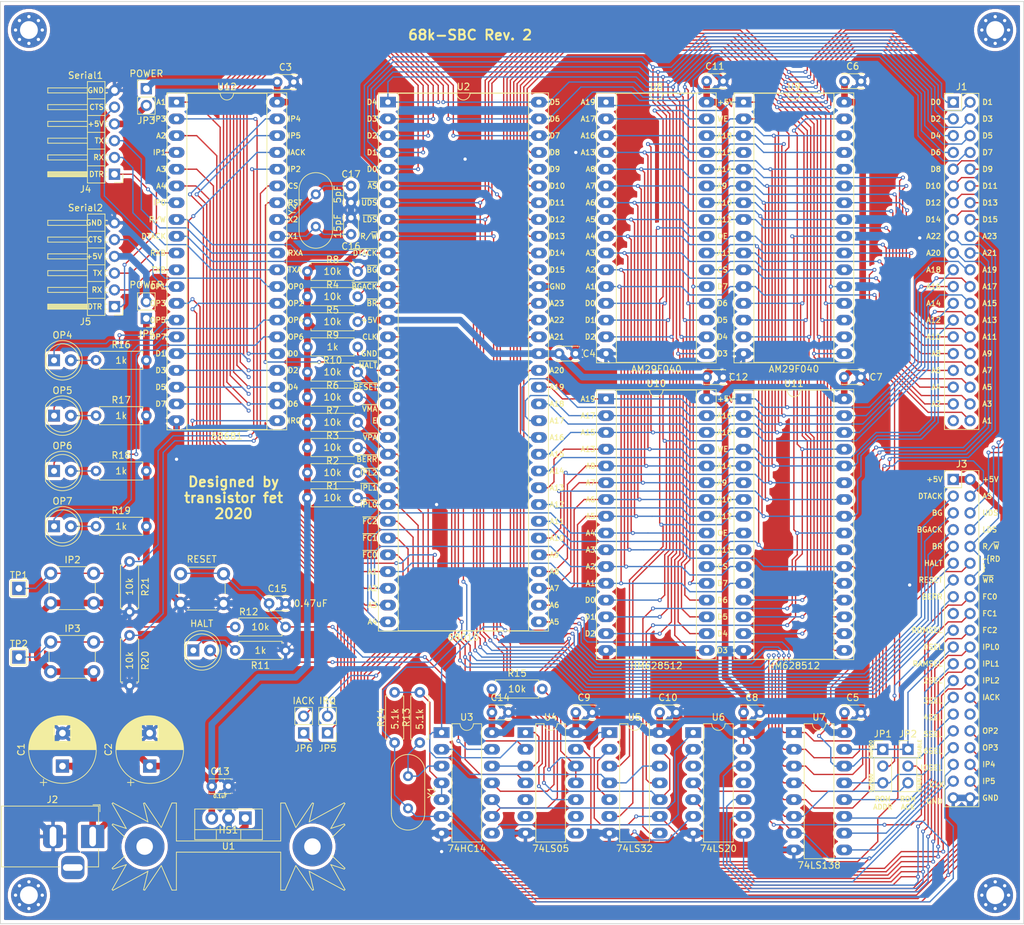
<source format=kicad_pcb>
(kicad_pcb (version 20171130) (host pcbnew 5.1.6+dfsg1-1)
  (title_block (title 68k-SBC) (rev 2))
  (layers (0 F.Cu signal) (31 B.Cu signal) (34 B.Paste user) (35 F.Paste user) (36 B.SilkS user) (37 F.SilkS user) (38 B.Mask user) (39 F.Mask user) (44 Edge.Cuts user))
  (net 0 "")
  (net 1 GND)
  (net 2 +5V)
  (net 3 HALT)
  (net 4 "Net-(D1-Pad1)")
  (net 5 "Net-(D2-Pad2)")
  (net 6 "Net-(D2-Pad1)")
  (net 7 "Net-(D3-Pad2)")
  (net 8 "Net-(D3-Pad1)")
  (net 9 "Net-(D4-Pad2)")
  (net 10 "Net-(D4-Pad1)")
  (net 11 "Net-(D5-Pad2)")
  (net 12 "Net-(D5-Pad1)")
  (net 13 A23)
  (net 14 A22)
  (net 15 A21)
  (net 16 A20)
  (net 17 A19)
  (net 18 A18)
  (net 19 A17)
  (net 20 A16)
  (net 21 A15)
  (net 22 A14)
  (net 23 A13)
  (net 24 A12)
  (net 25 A11)
  (net 26 A10)
  (net 27 A9)
  (net 28 A8)
  (net 29 A7)
  (net 30 A6)
  (net 31 A5)
  (net 32 A4)
  (net 33 A3)
  (net 34 A2)
  (net 35 A1)
  (net 36 D15)
  (net 37 D14)
  (net 38 D13)
  (net 39 D12)
  (net 40 D11)
  (net 41 D10)
  (net 42 D9)
  (net 43 D8)
  (net 44 D7)
  (net 45 D6)
  (net 46 D5)
  (net 47 D4)
  (net 48 D3)
  (net 49 D2)
  (net 50 D1)
  (net 51 D0)
  (net 52 IOSEL)
  (net 53 CLK)
  (net 54 6SEL)
  (net 55 FC2)
  (net 56 5SEL)
  (net 57 FC1)
  (net 58 4SEL)
  (net 59 FC0)
  (net 60 3SEL)
  (net 61 2SEL)
  (net 62 RAMSEL)
  (net 63 OP3)
  (net 64 ROMSEL)
  (net 65 OP2)
  (net 66 IPL2)
  (net 67 IPL1)
  (net 68 BR)
  (net 69 IPL0)
  (net 70 BG)
  (net 71 RESET)
  (net 72 BGACK)
  (net 73 R~W)
  (net 74 LDS)
  (net 75 RD)
  (net 76 UDS)
  (net 77 BERR)
  (net 78 AS)
  (net 79 DTACK)
  (net 80 "Net-(J4-Pad5)")
  (net 81 "Net-(J4-Pad4)")
  (net 82 "Net-(J4-Pad3)")
  (net 83 "Net-(J4-Pad2)")
  (net 84 "Net-(J4-Pad1)")
  (net 85 "Net-(J5-Pad5)")
  (net 86 "Net-(J5-Pad4)")
  (net 87 "Net-(J5-Pad3)")
  (net 88 "Net-(J5-Pad2)")
  (net 89 "Net-(J5-Pad1)")
  (net 90 0SEL)
  (net 91 "Net-(J1-Pad39)")
  (net 92 SIRQ)
  (net 93 "Net-(C1-Pad1)")
  (net 94 IACK)
  (net 95 "Net-(JP2-Pad2)")
  (net 96 "Net-(R13-Pad2)")
  (net 97 "Net-(R13-Pad1)")
  (net 98 "Net-(U3-Pad10)")
  (net 99 "Net-(U3-Pad8)")
  (net 100 RD-U)
  (net 101 WR-U)
  (net 102 RD-L)
  (net 103 WR-L)
  (net 104 "Net-(C17-Pad2)")
  (net 105 "Net-(J3-Pad30)")
  (net 106 "Net-(J3-Pad17)")
  (net 107 SIACK)
  (net 108 "Net-(R6-Pad2)")
  (net 109 "Net-(R15-Pad2)")
  (net 110 "Net-(R20-Pad1)")
  (net 111 "Net-(R21-Pad1)")
  (net 112 "Net-(U2-Pad20)")
  (net 113 "Net-(U2-Pad19)")
  (net 114 "Net-(U3-Pad12)")
  (net 115 "Net-(C15-Pad1)")
  (net 116 "Net-(C16-Pad2)")
  (net 117 "Net-(U4-Pad13)")
  (net 118 IP5)
  (net 119 IP4)
  (module MountingHole:MountingHole_2.7mm_Pad_Via (layer F.Cu) (at 206.502 157.988)
    (fp_text reference H4)
    (fp_text value .)
    (pad 1 thru_hole circle (at 1.431891 -1.431891) (size 0.8 0.8) (drill 0.5) (layers *.Cu *.Mask))
    (pad 1 thru_hole circle (at 0 -2.025) (size 0.8 0.8) (drill 0.5) (layers *.Cu *.Mask))
    (pad 1 thru_hole circle (at -1.431891 -1.431891) (size 0.8 0.8) (drill 0.5) (layers *.Cu *.Mask))
    (pad 1 thru_hole circle (at -2.025 0) (size 0.8 0.8) (drill 0.5) (layers *.Cu *.Mask))
    (pad 1 thru_hole circle (at -1.431891 1.431891) (size 0.8 0.8) (drill 0.5) (layers *.Cu *.Mask))
    (pad 1 thru_hole circle (at 0 2.025) (size 0.8 0.8) (drill 0.5) (layers *.Cu *.Mask))
    (pad 1 thru_hole circle (at 1.431891 1.431891) (size 0.8 0.8) (drill 0.5) (layers *.Cu *.Mask))
    (pad 1 thru_hole circle (at 2.025 0) (size 0.8 0.8) (drill 0.5) (layers *.Cu *.Mask))
    (pad 1 thru_hole circle (at 0 0) (size 5.4 5.4) (drill 2.7) (layers *.Cu *.Mask))
  )
  (module MountingHole:MountingHole_2.7mm_Pad_Via (layer F.Cu) (at 60.198 157.988)
    (fp_text reference H3)
    (fp_text value .)
    (pad 1 thru_hole circle (at 1.431891 -1.431891) (size 0.8 0.8) (drill 0.5) (layers *.Cu *.Mask))
    (pad 1 thru_hole circle (at 0 -2.025) (size 0.8 0.8) (drill 0.5) (layers *.Cu *.Mask))
    (pad 1 thru_hole circle (at -1.431891 -1.431891) (size 0.8 0.8) (drill 0.5) (layers *.Cu *.Mask))
    (pad 1 thru_hole circle (at -2.025 0) (size 0.8 0.8) (drill 0.5) (layers *.Cu *.Mask))
    (pad 1 thru_hole circle (at -1.431891 1.431891) (size 0.8 0.8) (drill 0.5) (layers *.Cu *.Mask))
    (pad 1 thru_hole circle (at 0 2.025) (size 0.8 0.8) (drill 0.5) (layers *.Cu *.Mask))
    (pad 1 thru_hole circle (at 1.431891 1.431891) (size 0.8 0.8) (drill 0.5) (layers *.Cu *.Mask))
    (pad 1 thru_hole circle (at 2.025 0) (size 0.8 0.8) (drill 0.5) (layers *.Cu *.Mask))
    (pad 1 thru_hole circle (at 0 0) (size 5.4 5.4) (drill 2.7) (layers *.Cu *.Mask))
  )
  (module MountingHole:MountingHole_2.7mm_Pad_Via (layer F.Cu) (at 206.502 26.924)
    (fp_text reference H2)
    (fp_text value .)
    (pad 1 thru_hole circle (at 1.431891 -1.431891) (size 0.8 0.8) (drill 0.5) (layers *.Cu *.Mask))
    (pad 1 thru_hole circle (at 0 -2.025) (size 0.8 0.8) (drill 0.5) (layers *.Cu *.Mask))
    (pad 1 thru_hole circle (at -1.431891 -1.431891) (size 0.8 0.8) (drill 0.5) (layers *.Cu *.Mask))
    (pad 1 thru_hole circle (at -2.025 0) (size 0.8 0.8) (drill 0.5) (layers *.Cu *.Mask))
    (pad 1 thru_hole circle (at -1.431891 1.431891) (size 0.8 0.8) (drill 0.5) (layers *.Cu *.Mask))
    (pad 1 thru_hole circle (at 0 2.025) (size 0.8 0.8) (drill 0.5) (layers *.Cu *.Mask))
    (pad 1 thru_hole circle (at 1.431891 1.431891) (size 0.8 0.8) (drill 0.5) (layers *.Cu *.Mask))
    (pad 1 thru_hole circle (at 2.025 0) (size 0.8 0.8) (drill 0.5) (layers *.Cu *.Mask))
    (pad 1 thru_hole circle (at 0 0) (size 5.4 5.4) (drill 2.7) (layers *.Cu *.Mask))
  )
  (module MountingHole:MountingHole_2.7mm_Pad_Via (layer F.Cu) (at 60.198 26.924)
    (fp_text reference H1)
    (fp_text value .)
    (pad 1 thru_hole circle (at 1.431891 -1.431891) (size 0.8 0.8) (drill 0.5) (layers *.Cu *.Mask))
    (pad 1 thru_hole circle (at 0 -2.025) (size 0.8 0.8) (drill 0.5) (layers *.Cu *.Mask))
    (pad 1 thru_hole circle (at -1.431891 -1.431891) (size 0.8 0.8) (drill 0.5) (layers *.Cu *.Mask))
    (pad 1 thru_hole circle (at -2.025 0) (size 0.8 0.8) (drill 0.5) (layers *.Cu *.Mask))
    (pad 1 thru_hole circle (at -1.431891 1.431891) (size 0.8 0.8) (drill 0.5) (layers *.Cu *.Mask))
    (pad 1 thru_hole circle (at 0 2.025) (size 0.8 0.8) (drill 0.5) (layers *.Cu *.Mask))
    (pad 1 thru_hole circle (at 1.431891 1.431891) (size 0.8 0.8) (drill 0.5) (layers *.Cu *.Mask))
    (pad 1 thru_hole circle (at 2.025 0) (size 0.8 0.8) (drill 0.5) (layers *.Cu *.Mask))
    (pad 1 thru_hole circle (at 0 0) (size 5.4 5.4) (drill 2.7) (layers *.Cu *.Mask))
  )
  (module TestPoint:TestPoint_THTPad_2.0x2.0mm_Drill1.0mm (layer F.Cu) (at 58.674 121.92)
    (fp_text reference TP2 (at 0 -1.998) (layer F.SilkS))
    (fp_text value IP3)
    (pad 1 thru_hole rect (at 0 0) (size 2 2) (drill 1) (layers *.Cu *.Mask) (net 110 "Net-(R20-Pad1)"))
  )
  (module TestPoint:TestPoint_THTPad_2.0x2.0mm_Drill1.0mm (layer F.Cu) (at 58.674 111.506)
    (fp_text reference TP1 (at 0 -1.998) (layer F.SilkS))
    (fp_text value IP2)
    (pad 1 thru_hole rect (at 0 0) (size 2 2) (drill 1) (layers *.Cu *.Mask) (net 111 "Net-(R21-Pad1)"))
  )
  (module Package_DIP:DIP-14_W7.62mm_LongPads (layer F.Cu) (at 135.382 133.35)
    (fp_text reference U4 (at 3.81 -2.33) (layer F.SilkS))
    (fp_text value 74LS05 (at 3.81 17.57) (layer F.SilkS))
    (pad 14 thru_hole oval (at 7.62 0) (size 2.4 1.6) (drill 0.8) (layers *.Cu *.Mask) (net 2 +5V))
    (pad 7 thru_hole oval (at 0 15.24) (size 2.4 1.6) (drill 0.8) (layers *.Cu *.Mask) (net 1 GND))
    (pad 13 thru_hole oval (at 7.62 2.54) (size 2.4 1.6) (drill 0.8) (layers *.Cu *.Mask) (net 117 "Net-(U4-Pad13)"))
    (pad 6 thru_hole oval (at 0 12.7) (size 2.4 1.6) (drill 0.8) (layers *.Cu *.Mask))
    (pad 12 thru_hole oval (at 7.62 5.08) (size 2.4 1.6) (drill 0.8) (layers *.Cu *.Mask) (net 109 "Net-(R15-Pad2)"))
    (pad 5 thru_hole oval (at 0 10.16) (size 2.4 1.6) (drill 0.8) (layers *.Cu *.Mask))
    (pad 11 thru_hole oval (at 7.62 7.62) (size 2.4 1.6) (drill 0.8) (layers *.Cu *.Mask) (net 109 "Net-(R15-Pad2)"))
    (pad 4 thru_hole oval (at 0 7.62) (size 2.4 1.6) (drill 0.8) (layers *.Cu *.Mask) (net 71 RESET))
    (pad 10 thru_hole oval (at 7.62 10.16) (size 2.4 1.6) (drill 0.8) (layers *.Cu *.Mask) (net 79 DTACK))
    (pad 3 thru_hole oval (at 0 5.08) (size 2.4 1.6) (drill 0.8) (layers *.Cu *.Mask) (net 114 "Net-(U3-Pad12)"))
    (pad 9 thru_hole oval (at 7.62 12.7) (size 2.4 1.6) (drill 0.8) (layers *.Cu *.Mask))
    (pad 2 thru_hole oval (at 0 2.54) (size 2.4 1.6) (drill 0.8) (layers *.Cu *.Mask) (net 3 HALT))
    (pad 8 thru_hole oval (at 7.62 15.24) (size 2.4 1.6) (drill 0.8) (layers *.Cu *.Mask))
    (pad 1 thru_hole rect (at 0 0) (size 2.4 1.6) (drill 0.8) (layers *.Cu *.Mask) (net 114 "Net-(U3-Pad12)"))
  )
  (module Heatsink:Heatsink_Fischer_SK104-STC-STIC_35x13mm_2xDrill2.5mm (layer F.Cu) (at 90.424 150.622)
    (fp_text reference HS1 (at -0.025 -2.5) (layer F.SilkS))
    (fp_text value Heatsink)
    (pad 1 thru_hole circle (at -12.7 0 180) (size 6 6) (drill 2.5) (layers *.Cu *.Mask))
    (pad 1 thru_hole circle (at 12.7 0) (size 6 6) (drill 2.5) (layers *.Cu *.Mask))
  )
  (module Package_TO_SOT_THT:TO-220-3_Vertical (layer F.Cu) (at 92.964 146.304 180)
    (fp_text reference U1 (at 2.54 -4.27) (layer F.SilkS))
    (fp_text value L7805)
    (pad 1 thru_hole rect (at 0 0 180) (size 1.905 2) (drill 1.1) (layers *.Cu *.Mask) (net 93 "Net-(C1-Pad1)"))
    (pad 2 thru_hole oval (at 2.54 0 180) (size 1.905 2) (drill 1.1) (layers *.Cu *.Mask) (net 1 GND))
    (pad 3 thru_hole oval (at 5.08 0 180) (size 1.905 2) (drill 1.1) (layers *.Cu *.Mask) (net 2 +5V))
  )
  (module Capacitor_THT:C_Disc_D3.0mm_W2.0mm_P2.50mm (layer F.Cu) (at 143.002 130.302)
    (fp_text reference C9 (at 1.25 -2.25) (layer F.SilkS))
    (fp_text value 0.1uF)
    (pad 2 thru_hole circle (at 2.5 0) (size 1.6 1.6) (drill 0.8) (layers *.Cu *.Mask) (net 1 GND))
    (pad 1 thru_hole circle (at 0 0) (size 1.6 1.6) (drill 0.8) (layers *.Cu *.Mask) (net 2 +5V))
  )
  (module Button_Switch_THT:SW_PUSH_6mm (layer F.Cu) (at 89.662 113.792 180)
    (fp_text reference SW1)
    (fp_text value RESET (at 3.302 6.7) (layer F.SilkS))
    (pad 1 thru_hole circle (at 6.5 0 270) (size 2 2) (drill 1.1) (layers *.Cu *.Mask) (net 1 GND))
    (pad 2 thru_hole circle (at 6.5 4.5 270) (size 2 2) (drill 1.1) (layers *.Cu *.Mask) (net 115 "Net-(C15-Pad1)"))
    (pad 1 thru_hole circle (at 0 0 270) (size 2 2) (drill 1.1) (layers *.Cu *.Mask) (net 1 GND))
    (pad 2 thru_hole circle (at 0 4.5 270) (size 2 2) (drill 1.1) (layers *.Cu *.Mask) (net 115 "Net-(C15-Pad1)"))
  )
  (module Resistor_THT:R_Axial_DIN0207_L6.3mm_D2.5mm_P7.62mm_Horizontal (layer F.Cu) (at 130.302 126.746)
    (fp_text reference R15 (at 3.81 -2.37) (layer F.SilkS))
    (fp_text value 10k (at 3.81 0) (layer F.SilkS))
    (pad 2 thru_hole oval (at 7.62 0) (size 1.6 1.6) (drill 0.8) (layers *.Cu *.Mask) (net 109 "Net-(R15-Pad2)"))
    (pad 1 thru_hole circle (at 0 0) (size 1.6 1.6) (drill 0.8) (layers *.Cu *.Mask) (net 2 +5V))
  )
  (module Resistor_THT:R_Axial_DIN0207_L6.3mm_D2.5mm_P7.62mm_Horizontal (layer F.Cu) (at 91.44 117.348)
    (fp_text reference R12 (at 2.032 -2.286) (layer F.SilkS))
    (fp_text value 10k (at 3.81 0) (layer F.SilkS))
    (pad 2 thru_hole oval (at 7.62 0) (size 1.6 1.6) (drill 0.8) (layers *.Cu *.Mask) (net 115 "Net-(C15-Pad1)"))
    (pad 1 thru_hole circle (at 0 0) (size 1.6 1.6) (drill 0.8) (layers *.Cu *.Mask) (net 2 +5V))
  )
  (module Connector_PinHeader_2.54mm:PinHeader_1x02_P2.54mm_Vertical (layer F.Cu) (at 101.794 133.406 180)
    (fp_text reference JP6 (at 0 -2.33) (layer F.SilkS))
    (fp_text value IACK (at 0 4.87) (layer F.SilkS))
    (pad 2 thru_hole oval (at 0 2.54 180) (size 1.7 1.7) (drill 1) (layers *.Cu *.Mask) (net 107 SIACK))
    (pad 1 thru_hole rect (at 0 0 180) (size 1.7 1.7) (drill 1) (layers *.Cu *.Mask) (net 94 IACK))
  )
  (module Connector_PinHeader_2.54mm:PinHeader_1x02_P2.54mm_Vertical (layer F.Cu) (at 105.41 133.406 180)
    (fp_text reference JP5 (at 0 -2.33) (layer F.SilkS))
    (fp_text value IRQ (at 0 4.87) (layer F.SilkS))
    (pad 2 thru_hole oval (at 0 2.54 180) (size 1.7 1.7) (drill 1) (layers *.Cu *.Mask) (net 67 IPL1))
    (pad 1 thru_hole rect (at 0 0 180) (size 1.7 1.7) (drill 1) (layers *.Cu *.Mask) (net 92 SIRQ))
  )
  (module Capacitor_THT:C_Disc_D3.0mm_W2.0mm_P2.50mm (layer F.Cu) (at 96.56 113.792)
    (fp_text reference C15 (at 1.25 -2.25) (layer F.SilkS))
    (fp_text value 0.47uF (at 6.31 0) (layer F.SilkS))
    (pad 2 thru_hole circle (at 2.5 0) (size 1.6 1.6) (drill 0.8) (layers *.Cu *.Mask) (net 1 GND))
    (pad 1 thru_hole circle (at 0 0) (size 1.6 1.6) (drill 0.8) (layers *.Cu *.Mask) (net 115 "Net-(C15-Pad1)"))
  )
  (module Capacitor_THT:CP_Radial_D10.0mm_P5.00mm (layer F.Cu) (at 78.486 138.43 90)
    (fp_text reference C2 (at 2.5 -6.25 90) (layer F.SilkS))
    (fp_text value 470uF)
    (pad 1 thru_hole rect (at 0 0 90) (size 2 2) (drill 1) (layers *.Cu *.Mask) (net 2 +5V))
    (pad 2 thru_hole circle (at 5 0 90) (size 2 2) (drill 1) (layers *.Cu *.Mask) (net 1 GND))
  )
  (module Capacitor_THT:CP_Radial_D10.0mm_P5.00mm (layer F.Cu) (at 65.278 138.43 90)
    (fp_text reference C1 (at 2.5 -6.25 90) (layer F.SilkS))
    (fp_text value 470uF)
    (pad 2 thru_hole circle (at 5 0 90) (size 2 2) (drill 1) (layers *.Cu *.Mask) (net 1 GND))
    (pad 1 thru_hole rect (at 0 0 90) (size 2 2) (drill 1) (layers *.Cu *.Mask) (net 93 "Net-(C1-Pad1)"))
  )
  (module Connector_PinHeader_2.54mm:PinHeader_1x03_P2.54mm_Vertical (layer F.Cu) (at 193.294 135.89)
    (fp_text reference JP2 (at 0 -2.33) (layer F.SilkS))
    (fp_text value ROMACK)
    (pad 3 thru_hole oval (at 0 5.08) (size 1.7 1.7) (drill 1) (layers *.Cu *.Mask) (net 2 +5V))
    (pad 2 thru_hole oval (at 0 2.54) (size 1.7 1.7) (drill 1) (layers *.Cu *.Mask) (net 95 "Net-(JP2-Pad2)"))
    (pad 1 thru_hole rect (at 0 0) (size 1.7 1.7) (drill 1) (layers *.Cu *.Mask) (net 90 0SEL))
  )
  (module Package_DIP:DIP-32_W15.24mm_Socket_LongPads (layer F.Cu) (at 168.402 37.846)
    (fp_text reference U9 (at 7.62 -2.33) (layer F.SilkS))
    (fp_text value AM29F040 (at 7.62 40.43) (layer F.SilkS))
    (pad 32 thru_hole oval (at 15.24 0) (size 2.4 1.6) (drill 0.8) (layers *.Cu *.Mask) (net 2 +5V))
    (pad 16 thru_hole oval (at 0 38.1) (size 2.4 1.6) (drill 0.8) (layers *.Cu *.Mask) (net 1 GND))
    (pad 31 thru_hole oval (at 15.24 2.54) (size 2.4 1.6) (drill 0.8) (layers *.Cu *.Mask) (net 101 WR-U))
    (pad 15 thru_hole oval (at 0 35.56) (size 2.4 1.6) (drill 0.8) (layers *.Cu *.Mask) (net 41 D10))
    (pad 30 thru_hole oval (at 15.24 5.08) (size 2.4 1.6) (drill 0.8) (layers *.Cu *.Mask) (net 18 A18))
    (pad 14 thru_hole oval (at 0 33.02) (size 2.4 1.6) (drill 0.8) (layers *.Cu *.Mask) (net 42 D9))
    (pad 29 thru_hole oval (at 15.24 7.62) (size 2.4 1.6) (drill 0.8) (layers *.Cu *.Mask) (net 21 A15))
    (pad 13 thru_hole oval (at 0 30.48) (size 2.4 1.6) (drill 0.8) (layers *.Cu *.Mask) (net 43 D8))
    (pad 28 thru_hole oval (at 15.24 10.16) (size 2.4 1.6) (drill 0.8) (layers *.Cu *.Mask) (net 22 A14))
    (pad 12 thru_hole oval (at 0 27.94) (size 2.4 1.6) (drill 0.8) (layers *.Cu *.Mask) (net 35 A1))
    (pad 27 thru_hole oval (at 15.24 12.7) (size 2.4 1.6) (drill 0.8) (layers *.Cu *.Mask) (net 27 A9))
    (pad 11 thru_hole oval (at 0 25.4) (size 2.4 1.6) (drill 0.8) (layers *.Cu *.Mask) (net 34 A2))
    (pad 26 thru_hole oval (at 15.24 15.24) (size 2.4 1.6) (drill 0.8) (layers *.Cu *.Mask) (net 26 A10))
    (pad 10 thru_hole oval (at 0 22.86) (size 2.4 1.6) (drill 0.8) (layers *.Cu *.Mask) (net 33 A3))
    (pad 25 thru_hole oval (at 15.24 17.78) (size 2.4 1.6) (drill 0.8) (layers *.Cu *.Mask) (net 24 A12))
    (pad 9 thru_hole oval (at 0 20.32) (size 2.4 1.6) (drill 0.8) (layers *.Cu *.Mask) (net 32 A4))
    (pad 24 thru_hole oval (at 15.24 20.32) (size 2.4 1.6) (drill 0.8) (layers *.Cu *.Mask) (net 100 RD-U))
    (pad 8 thru_hole oval (at 0 17.78) (size 2.4 1.6) (drill 0.8) (layers *.Cu *.Mask) (net 31 A5))
    (pad 23 thru_hole oval (at 15.24 22.86) (size 2.4 1.6) (drill 0.8) (layers *.Cu *.Mask) (net 25 A11))
    (pad 7 thru_hole oval (at 0 15.24) (size 2.4 1.6) (drill 0.8) (layers *.Cu *.Mask) (net 30 A6))
    (pad 22 thru_hole oval (at 15.24 25.4) (size 2.4 1.6) (drill 0.8) (layers *.Cu *.Mask) (net 64 ROMSEL))
    (pad 6 thru_hole oval (at 0 12.7) (size 2.4 1.6) (drill 0.8) (layers *.Cu *.Mask) (net 29 A7))
    (pad 21 thru_hole oval (at 15.24 27.94) (size 2.4 1.6) (drill 0.8) (layers *.Cu *.Mask) (net 36 D15))
    (pad 5 thru_hole oval (at 0 10.16) (size 2.4 1.6) (drill 0.8) (layers *.Cu *.Mask) (net 28 A8))
    (pad 20 thru_hole oval (at 15.24 30.48) (size 2.4 1.6) (drill 0.8) (layers *.Cu *.Mask) (net 37 D14))
    (pad 4 thru_hole oval (at 0 7.62) (size 2.4 1.6) (drill 0.8) (layers *.Cu *.Mask) (net 23 A13))
    (pad 19 thru_hole oval (at 15.24 33.02) (size 2.4 1.6) (drill 0.8) (layers *.Cu *.Mask) (net 38 D13))
    (pad 3 thru_hole oval (at 0 5.08) (size 2.4 1.6) (drill 0.8) (layers *.Cu *.Mask) (net 20 A16))
    (pad 18 thru_hole oval (at 15.24 35.56) (size 2.4 1.6) (drill 0.8) (layers *.Cu *.Mask) (net 39 D12))
    (pad 2 thru_hole oval (at 0 2.54) (size 2.4 1.6) (drill 0.8) (layers *.Cu *.Mask) (net 19 A17))
    (pad 17 thru_hole oval (at 15.24 38.1) (size 2.4 1.6) (drill 0.8) (layers *.Cu *.Mask) (net 40 D11))
    (pad 1 thru_hole rect (at 0 0) (size 2.4 1.6) (drill 0.8) (layers *.Cu *.Mask) (net 17 A19))
  )
  (module Package_DIP:DIP-32_W15.24mm_Socket_LongPads (layer F.Cu) (at 147.574 37.846)
    (fp_text reference U8 (at 7.62 -2.33) (layer F.SilkS))
    (fp_text value AM29F040 (at 7.62 40.43) (layer F.SilkS))
    (pad 32 thru_hole oval (at 15.24 0) (size 2.4 1.6) (drill 0.8) (layers *.Cu *.Mask) (net 2 +5V))
    (pad 16 thru_hole oval (at 0 38.1) (size 2.4 1.6) (drill 0.8) (layers *.Cu *.Mask) (net 1 GND))
    (pad 31 thru_hole oval (at 15.24 2.54) (size 2.4 1.6) (drill 0.8) (layers *.Cu *.Mask) (net 103 WR-L))
    (pad 15 thru_hole oval (at 0 35.56) (size 2.4 1.6) (drill 0.8) (layers *.Cu *.Mask) (net 49 D2))
    (pad 30 thru_hole oval (at 15.24 5.08) (size 2.4 1.6) (drill 0.8) (layers *.Cu *.Mask) (net 18 A18))
    (pad 14 thru_hole oval (at 0 33.02) (size 2.4 1.6) (drill 0.8) (layers *.Cu *.Mask) (net 50 D1))
    (pad 29 thru_hole oval (at 15.24 7.62) (size 2.4 1.6) (drill 0.8) (layers *.Cu *.Mask) (net 21 A15))
    (pad 13 thru_hole oval (at 0 30.48) (size 2.4 1.6) (drill 0.8) (layers *.Cu *.Mask) (net 51 D0))
    (pad 28 thru_hole oval (at 15.24 10.16) (size 2.4 1.6) (drill 0.8) (layers *.Cu *.Mask) (net 22 A14))
    (pad 12 thru_hole oval (at 0 27.94) (size 2.4 1.6) (drill 0.8) (layers *.Cu *.Mask) (net 35 A1))
    (pad 27 thru_hole oval (at 15.24 12.7) (size 2.4 1.6) (drill 0.8) (layers *.Cu *.Mask) (net 27 A9))
    (pad 11 thru_hole oval (at 0 25.4) (size 2.4 1.6) (drill 0.8) (layers *.Cu *.Mask) (net 34 A2))
    (pad 26 thru_hole oval (at 15.24 15.24) (size 2.4 1.6) (drill 0.8) (layers *.Cu *.Mask) (net 26 A10))
    (pad 10 thru_hole oval (at 0 22.86) (size 2.4 1.6) (drill 0.8) (layers *.Cu *.Mask) (net 33 A3))
    (pad 25 thru_hole oval (at 15.24 17.78) (size 2.4 1.6) (drill 0.8) (layers *.Cu *.Mask) (net 24 A12))
    (pad 9 thru_hole oval (at 0 20.32) (size 2.4 1.6) (drill 0.8) (layers *.Cu *.Mask) (net 32 A4))
    (pad 24 thru_hole oval (at 15.24 20.32) (size 2.4 1.6) (drill 0.8) (layers *.Cu *.Mask) (net 102 RD-L))
    (pad 8 thru_hole oval (at 0 17.78) (size 2.4 1.6) (drill 0.8) (layers *.Cu *.Mask) (net 31 A5))
    (pad 23 thru_hole oval (at 15.24 22.86) (size 2.4 1.6) (drill 0.8) (layers *.Cu *.Mask) (net 25 A11))
    (pad 7 thru_hole oval (at 0 15.24) (size 2.4 1.6) (drill 0.8) (layers *.Cu *.Mask) (net 30 A6))
    (pad 22 thru_hole oval (at 15.24 25.4) (size 2.4 1.6) (drill 0.8) (layers *.Cu *.Mask) (net 64 ROMSEL))
    (pad 6 thru_hole oval (at 0 12.7) (size 2.4 1.6) (drill 0.8) (layers *.Cu *.Mask) (net 29 A7))
    (pad 21 thru_hole oval (at 15.24 27.94) (size 2.4 1.6) (drill 0.8) (layers *.Cu *.Mask) (net 44 D7))
    (pad 5 thru_hole oval (at 0 10.16) (size 2.4 1.6) (drill 0.8) (layers *.Cu *.Mask) (net 28 A8))
    (pad 20 thru_hole oval (at 15.24 30.48) (size 2.4 1.6) (drill 0.8) (layers *.Cu *.Mask) (net 45 D6))
    (pad 4 thru_hole oval (at 0 7.62) (size 2.4 1.6) (drill 0.8) (layers *.Cu *.Mask) (net 23 A13))
    (pad 19 thru_hole oval (at 15.24 33.02) (size 2.4 1.6) (drill 0.8) (layers *.Cu *.Mask) (net 46 D5))
    (pad 3 thru_hole oval (at 0 5.08) (size 2.4 1.6) (drill 0.8) (layers *.Cu *.Mask) (net 20 A16))
    (pad 18 thru_hole oval (at 15.24 35.56) (size 2.4 1.6) (drill 0.8) (layers *.Cu *.Mask) (net 47 D4))
    (pad 2 thru_hole oval (at 0 2.54) (size 2.4 1.6) (drill 0.8) (layers *.Cu *.Mask) (net 19 A17))
    (pad 17 thru_hole oval (at 15.24 38.1) (size 2.4 1.6) (drill 0.8) (layers *.Cu *.Mask) (net 48 D3))
    (pad 1 thru_hole rect (at 0 0) (size 2.4 1.6) (drill 0.8) (layers *.Cu *.Mask) (net 17 A19))
  )
  (module Package_DIP:DIP-14_W7.62mm_LongPads (layer F.Cu) (at 160.782 133.35)
    (fp_text reference U6 (at 3.81 -2.33) (layer F.SilkS))
    (fp_text value 74LS20 (at 3.81 17.57) (layer F.SilkS))
    (pad 1 thru_hole rect (at 0 0) (size 2.4 1.6) (drill 0.8) (layers *.Cu *.Mask) (net 98 "Net-(U3-Pad10)"))
    (pad 8 thru_hole oval (at 7.62 15.24) (size 2.4 1.6) (drill 0.8) (layers *.Cu *.Mask) (net 94 IACK))
    (pad 2 thru_hole oval (at 0 2.54) (size 2.4 1.6) (drill 0.8) (layers *.Cu *.Mask) (net 99 "Net-(U3-Pad8)"))
    (pad 9 thru_hole oval (at 7.62 12.7) (size 2.4 1.6) (drill 0.8) (layers *.Cu *.Mask) (net 59 FC0))
    (pad 3 thru_hole oval (at 0 5.08) (size 2.4 1.6) (drill 0.8) (layers *.Cu *.Mask))
    (pad 10 thru_hole oval (at 7.62 10.16) (size 2.4 1.6) (drill 0.8) (layers *.Cu *.Mask) (net 57 FC1))
    (pad 4 thru_hole oval (at 0 7.62) (size 2.4 1.6) (drill 0.8) (layers *.Cu *.Mask) (net 52 IOSEL))
    (pad 11 thru_hole oval (at 7.62 7.62) (size 2.4 1.6) (drill 0.8) (layers *.Cu *.Mask))
    (pad 5 thru_hole oval (at 0 10.16) (size 2.4 1.6) (drill 0.8) (layers *.Cu *.Mask) (net 95 "Net-(JP2-Pad2)"))
    (pad 12 thru_hole oval (at 7.62 5.08) (size 2.4 1.6) (drill 0.8) (layers *.Cu *.Mask) (net 55 FC2))
    (pad 6 thru_hole oval (at 0 12.7) (size 2.4 1.6) (drill 0.8) (layers *.Cu *.Mask) (net 117 "Net-(U4-Pad13)"))
    (pad 13 thru_hole oval (at 7.62 2.54) (size 2.4 1.6) (drill 0.8) (layers *.Cu *.Mask) (net 2 +5V))
    (pad 7 thru_hole oval (at 0 15.24) (size 2.4 1.6) (drill 0.8) (layers *.Cu *.Mask) (net 1 GND))
    (pad 14 thru_hole oval (at 7.62 0) (size 2.4 1.6) (drill 0.8) (layers *.Cu *.Mask) (net 2 +5V))
  )
  (module Connector_PinHeader_2.54mm:PinHeader_1x02_P2.54mm_Vertical (layer F.Cu) (at 77.978 70.612 180)
    (fp_text reference JP4 (at 0 -2.33) (layer F.SilkS))
    (fp_text value POWER (at 0 5.08) (layer F.SilkS))
    (pad 2 thru_hole oval (at 0 2.54 180) (size 1.7 1.7) (drill 1) (layers *.Cu *.Mask) (net 86 "Net-(J5-Pad4)"))
    (pad 1 thru_hole rect (at 0 0 180) (size 1.7 1.7) (drill 1) (layers *.Cu *.Mask) (net 2 +5V))
  )
  (module Connector_PinHeader_2.54mm:PinHeader_1x02_P2.54mm_Vertical (layer F.Cu) (at 77.978 35.814)
    (fp_text reference JP3 (at 0 4.826) (layer F.SilkS))
    (fp_text value POWER (at 0 -2.286) (layer F.SilkS))
    (pad 2 thru_hole oval (at 0 2.54) (size 1.7 1.7) (drill 1) (layers *.Cu *.Mask) (net 81 "Net-(J4-Pad4)"))
    (pad 1 thru_hole rect (at 0 0) (size 1.7 1.7) (drill 1) (layers *.Cu *.Mask) (net 2 +5V))
  )
  (module Package_DIP:DIP-64_W22.86mm_Socket_LongPads (layer F.Cu) (at 114.554 37.846)
    (fp_text reference U2 (at 11.43 -2.33) (layer F.SilkS))
    (fp_text value 68010 (at 11.43 81.07) (layer F.SilkS))
    (pad 64 thru_hole oval (at 22.86 0) (size 2.4 1.6) (drill 0.8) (layers *.Cu *.Mask) (net 46 D5))
    (pad 32 thru_hole oval (at 0 78.74) (size 2.4 1.6) (drill 0.8) (layers *.Cu *.Mask) (net 32 A4))
    (pad 63 thru_hole oval (at 22.86 2.54) (size 2.4 1.6) (drill 0.8) (layers *.Cu *.Mask) (net 45 D6))
    (pad 31 thru_hole oval (at 0 76.2) (size 2.4 1.6) (drill 0.8) (layers *.Cu *.Mask) (net 33 A3))
    (pad 62 thru_hole oval (at 22.86 5.08) (size 2.4 1.6) (drill 0.8) (layers *.Cu *.Mask) (net 44 D7))
    (pad 30 thru_hole oval (at 0 73.66) (size 2.4 1.6) (drill 0.8) (layers *.Cu *.Mask) (net 34 A2))
    (pad 61 thru_hole oval (at 22.86 7.62) (size 2.4 1.6) (drill 0.8) (layers *.Cu *.Mask) (net 43 D8))
    (pad 29 thru_hole oval (at 0 71.12) (size 2.4 1.6) (drill 0.8) (layers *.Cu *.Mask) (net 35 A1))
    (pad 60 thru_hole oval (at 22.86 10.16) (size 2.4 1.6) (drill 0.8) (layers *.Cu *.Mask) (net 42 D9))
    (pad 28 thru_hole oval (at 0 68.58) (size 2.4 1.6) (drill 0.8) (layers *.Cu *.Mask) (net 59 FC0))
    (pad 59 thru_hole oval (at 22.86 12.7) (size 2.4 1.6) (drill 0.8) (layers *.Cu *.Mask) (net 41 D10))
    (pad 27 thru_hole oval (at 0 66.04) (size 2.4 1.6) (drill 0.8) (layers *.Cu *.Mask) (net 57 FC1))
    (pad 58 thru_hole oval (at 22.86 15.24) (size 2.4 1.6) (drill 0.8) (layers *.Cu *.Mask) (net 40 D11))
    (pad 26 thru_hole oval (at 0 63.5) (size 2.4 1.6) (drill 0.8) (layers *.Cu *.Mask) (net 55 FC2))
    (pad 57 thru_hole oval (at 22.86 17.78) (size 2.4 1.6) (drill 0.8) (layers *.Cu *.Mask) (net 39 D12))
    (pad 25 thru_hole oval (at 0 60.96) (size 2.4 1.6) (drill 0.8) (layers *.Cu *.Mask) (net 69 IPL0))
    (pad 56 thru_hole oval (at 22.86 20.32) (size 2.4 1.6) (drill 0.8) (layers *.Cu *.Mask) (net 38 D13))
    (pad 24 thru_hole oval (at 0 58.42) (size 2.4 1.6) (drill 0.8) (layers *.Cu *.Mask) (net 67 IPL1))
    (pad 55 thru_hole oval (at 22.86 22.86) (size 2.4 1.6) (drill 0.8) (layers *.Cu *.Mask) (net 37 D14))
    (pad 23 thru_hole oval (at 0 55.88) (size 2.4 1.6) (drill 0.8) (layers *.Cu *.Mask) (net 66 IPL2))
    (pad 54 thru_hole oval (at 22.86 25.4) (size 2.4 1.6) (drill 0.8) (layers *.Cu *.Mask) (net 36 D15))
    (pad 22 thru_hole oval (at 0 53.34) (size 2.4 1.6) (drill 0.8) (layers *.Cu *.Mask) (net 77 BERR))
    (pad 53 thru_hole oval (at 22.86 27.94) (size 2.4 1.6) (drill 0.8) (layers *.Cu *.Mask) (net 1 GND))
    (pad 21 thru_hole oval (at 0 50.8) (size 2.4 1.6) (drill 0.8) (layers *.Cu *.Mask) (net 108 "Net-(R6-Pad2)"))
    (pad 52 thru_hole oval (at 22.86 30.48) (size 2.4 1.6) (drill 0.8) (layers *.Cu *.Mask) (net 13 A23))
    (pad 20 thru_hole oval (at 0 48.26) (size 2.4 1.6) (drill 0.8) (layers *.Cu *.Mask) (net 112 "Net-(U2-Pad20)"))
    (pad 51 thru_hole oval (at 22.86 33.02) (size 2.4 1.6) (drill 0.8) (layers *.Cu *.Mask) (net 14 A22))
    (pad 19 thru_hole oval (at 0 45.72) (size 2.4 1.6) (drill 0.8) (layers *.Cu *.Mask) (net 113 "Net-(U2-Pad19)"))
    (pad 50 thru_hole oval (at 22.86 35.56) (size 2.4 1.6) (drill 0.8) (layers *.Cu *.Mask) (net 15 A21))
    (pad 18 thru_hole oval (at 0 43.18) (size 2.4 1.6) (drill 0.8) (layers *.Cu *.Mask) (net 71 RESET))
    (pad 49 thru_hole oval (at 22.86 38.1) (size 2.4 1.6) (drill 0.8) (layers *.Cu *.Mask) (net 2 +5V))
    (pad 17 thru_hole oval (at 0 40.64) (size 2.4 1.6) (drill 0.8) (layers *.Cu *.Mask) (net 3 HALT))
    (pad 48 thru_hole oval (at 22.86 40.64) (size 2.4 1.6) (drill 0.8) (layers *.Cu *.Mask) (net 16 A20))
    (pad 16 thru_hole oval (at 0 38.1) (size 2.4 1.6) (drill 0.8) (layers *.Cu *.Mask) (net 1 GND))
    (pad 47 thru_hole oval (at 22.86 43.18) (size 2.4 1.6) (drill 0.8) (layers *.Cu *.Mask) (net 17 A19))
    (pad 15 thru_hole oval (at 0 35.56) (size 2.4 1.6) (drill 0.8) (layers *.Cu *.Mask) (net 53 CLK))
    (pad 46 thru_hole oval (at 22.86 45.72) (size 2.4 1.6) (drill 0.8) (layers *.Cu *.Mask) (net 18 A18))
    (pad 14 thru_hole oval (at 0 33.02) (size 2.4 1.6) (drill 0.8) (layers *.Cu *.Mask) (net 2 +5V))
    (pad 45 thru_hole oval (at 22.86 48.26) (size 2.4 1.6) (drill 0.8) (layers *.Cu *.Mask) (net 19 A17))
    (pad 13 thru_hole oval (at 0 30.48) (size 2.4 1.6) (drill 0.8) (layers *.Cu *.Mask) (net 68 BR))
    (pad 44 thru_hole oval (at 22.86 50.8) (size 2.4 1.6) (drill 0.8) (layers *.Cu *.Mask) (net 20 A16))
    (pad 12 thru_hole oval (at 0 27.94) (size 2.4 1.6) (drill 0.8) (layers *.Cu *.Mask) (net 72 BGACK))
    (pad 43 thru_hole oval (at 22.86 53.34) (size 2.4 1.6) (drill 0.8) (layers *.Cu *.Mask) (net 21 A15))
    (pad 11 thru_hole oval (at 0 25.4) (size 2.4 1.6) (drill 0.8) (layers *.Cu *.Mask) (net 70 BG))
    (pad 42 thru_hole oval (at 22.86 55.88) (size 2.4 1.6) (drill 0.8) (layers *.Cu *.Mask) (net 22 A14))
    (pad 10 thru_hole oval (at 0 22.86) (size 2.4 1.6) (drill 0.8) (layers *.Cu *.Mask) (net 79 DTACK))
    (pad 41 thru_hole oval (at 22.86 58.42) (size 2.4 1.6) (drill 0.8) (layers *.Cu *.Mask) (net 23 A13))
    (pad 9 thru_hole oval (at 0 20.32) (size 2.4 1.6) (drill 0.8) (layers *.Cu *.Mask) (net 73 R~W))
    (pad 40 thru_hole oval (at 22.86 60.96) (size 2.4 1.6) (drill 0.8) (layers *.Cu *.Mask) (net 24 A12))
    (pad 8 thru_hole oval (at 0 17.78) (size 2.4 1.6) (drill 0.8) (layers *.Cu *.Mask) (net 74 LDS))
    (pad 39 thru_hole oval (at 22.86 63.5) (size 2.4 1.6) (drill 0.8) (layers *.Cu *.Mask) (net 25 A11))
    (pad 7 thru_hole oval (at 0 15.24) (size 2.4 1.6) (drill 0.8) (layers *.Cu *.Mask) (net 76 UDS))
    (pad 38 thru_hole oval (at 22.86 66.04) (size 2.4 1.6) (drill 0.8) (layers *.Cu *.Mask) (net 26 A10))
    (pad 6 thru_hole oval (at 0 12.7) (size 2.4 1.6) (drill 0.8) (layers *.Cu *.Mask) (net 78 AS))
    (pad 37 thru_hole oval (at 22.86 68.58) (size 2.4 1.6) (drill 0.8) (layers *.Cu *.Mask) (net 27 A9))
    (pad 5 thru_hole oval (at 0 10.16) (size 2.4 1.6) (drill 0.8) (layers *.Cu *.Mask) (net 51 D0))
    (pad 36 thru_hole oval (at 22.86 71.12) (size 2.4 1.6) (drill 0.8) (layers *.Cu *.Mask) (net 28 A8))
    (pad 4 thru_hole oval (at 0 7.62) (size 2.4 1.6) (drill 0.8) (layers *.Cu *.Mask) (net 50 D1))
    (pad 35 thru_hole oval (at 22.86 73.66) (size 2.4 1.6) (drill 0.8) (layers *.Cu *.Mask) (net 29 A7))
    (pad 3 thru_hole oval (at 0 5.08) (size 2.4 1.6) (drill 0.8) (layers *.Cu *.Mask) (net 49 D2))
    (pad 34 thru_hole oval (at 22.86 76.2) (size 2.4 1.6) (drill 0.8) (layers *.Cu *.Mask) (net 30 A6))
    (pad 2 thru_hole oval (at 0 2.54) (size 2.4 1.6) (drill 0.8) (layers *.Cu *.Mask) (net 48 D3))
    (pad 33 thru_hole oval (at 22.86 78.74) (size 2.4 1.6) (drill 0.8) (layers *.Cu *.Mask) (net 31 A5))
    (pad 1 thru_hole rect (at 0 0) (size 2.4 1.6) (drill 0.8) (layers *.Cu *.Mask) (net 47 D4))
  )
  (module Package_DIP:DIP-32_W15.24mm_Socket_LongPads (layer F.Cu) (at 147.574 82.804)
    (fp_text reference U10 (at 7.62 -2.33) (layer F.SilkS))
    (fp_text value HM628512 (at 7.62 40.43) (layer F.SilkS))
    (pad 32 thru_hole oval (at 15.24 0) (size 2.4 1.6) (drill 0.8) (layers *.Cu *.Mask) (net 2 +5V))
    (pad 16 thru_hole oval (at 0 38.1) (size 2.4 1.6) (drill 0.8) (layers *.Cu *.Mask) (net 1 GND))
    (pad 31 thru_hole oval (at 15.24 2.54) (size 2.4 1.6) (drill 0.8) (layers *.Cu *.Mask) (net 20 A16))
    (pad 15 thru_hole oval (at 0 35.56) (size 2.4 1.6) (drill 0.8) (layers *.Cu *.Mask) (net 49 D2))
    (pad 30 thru_hole oval (at 15.24 5.08) (size 2.4 1.6) (drill 0.8) (layers *.Cu *.Mask) (net 18 A18))
    (pad 14 thru_hole oval (at 0 33.02) (size 2.4 1.6) (drill 0.8) (layers *.Cu *.Mask) (net 50 D1))
    (pad 29 thru_hole oval (at 15.24 7.62) (size 2.4 1.6) (drill 0.8) (layers *.Cu *.Mask) (net 103 WR-L))
    (pad 13 thru_hole oval (at 0 30.48) (size 2.4 1.6) (drill 0.8) (layers *.Cu *.Mask) (net 51 D0))
    (pad 28 thru_hole oval (at 15.24 10.16) (size 2.4 1.6) (drill 0.8) (layers *.Cu *.Mask) (net 22 A14))
    (pad 12 thru_hole oval (at 0 27.94) (size 2.4 1.6) (drill 0.8) (layers *.Cu *.Mask) (net 35 A1))
    (pad 27 thru_hole oval (at 15.24 12.7) (size 2.4 1.6) (drill 0.8) (layers *.Cu *.Mask) (net 27 A9))
    (pad 11 thru_hole oval (at 0 25.4) (size 2.4 1.6) (drill 0.8) (layers *.Cu *.Mask) (net 34 A2))
    (pad 26 thru_hole oval (at 15.24 15.24) (size 2.4 1.6) (drill 0.8) (layers *.Cu *.Mask) (net 26 A10))
    (pad 10 thru_hole oval (at 0 22.86) (size 2.4 1.6) (drill 0.8) (layers *.Cu *.Mask) (net 33 A3))
    (pad 25 thru_hole oval (at 15.24 17.78) (size 2.4 1.6) (drill 0.8) (layers *.Cu *.Mask) (net 24 A12))
    (pad 9 thru_hole oval (at 0 20.32) (size 2.4 1.6) (drill 0.8) (layers *.Cu *.Mask) (net 32 A4))
    (pad 24 thru_hole oval (at 15.24 20.32) (size 2.4 1.6) (drill 0.8) (layers *.Cu *.Mask) (net 102 RD-L))
    (pad 8 thru_hole oval (at 0 17.78) (size 2.4 1.6) (drill 0.8) (layers *.Cu *.Mask) (net 31 A5))
    (pad 23 thru_hole oval (at 15.24 22.86) (size 2.4 1.6) (drill 0.8) (layers *.Cu *.Mask) (net 25 A11))
    (pad 7 thru_hole oval (at 0 15.24) (size 2.4 1.6) (drill 0.8) (layers *.Cu *.Mask) (net 30 A6))
    (pad 22 thru_hole oval (at 15.24 25.4) (size 2.4 1.6) (drill 0.8) (layers *.Cu *.Mask) (net 62 RAMSEL))
    (pad 6 thru_hole oval (at 0 12.7) (size 2.4 1.6) (drill 0.8) (layers *.Cu *.Mask) (net 29 A7))
    (pad 21 thru_hole oval (at 15.24 27.94) (size 2.4 1.6) (drill 0.8) (layers *.Cu *.Mask) (net 44 D7))
    (pad 5 thru_hole oval (at 0 10.16) (size 2.4 1.6) (drill 0.8) (layers *.Cu *.Mask) (net 28 A8))
    (pad 20 thru_hole oval (at 15.24 30.48) (size 2.4 1.6) (drill 0.8) (layers *.Cu *.Mask) (net 45 D6))
    (pad 4 thru_hole oval (at 0 7.62) (size 2.4 1.6) (drill 0.8) (layers *.Cu *.Mask) (net 23 A13))
    (pad 19 thru_hole oval (at 15.24 33.02) (size 2.4 1.6) (drill 0.8) (layers *.Cu *.Mask) (net 46 D5))
    (pad 3 thru_hole oval (at 0 5.08) (size 2.4 1.6) (drill 0.8) (layers *.Cu *.Mask) (net 21 A15))
    (pad 18 thru_hole oval (at 15.24 35.56) (size 2.4 1.6) (drill 0.8) (layers *.Cu *.Mask) (net 47 D4))
    (pad 2 thru_hole oval (at 0 2.54) (size 2.4 1.6) (drill 0.8) (layers *.Cu *.Mask) (net 19 A17))
    (pad 17 thru_hole oval (at 15.24 38.1) (size 2.4 1.6) (drill 0.8) (layers *.Cu *.Mask) (net 48 D3))
    (pad 1 thru_hole rect (at 0 0) (size 2.4 1.6) (drill 0.8) (layers *.Cu *.Mask) (net 17 A19))
  )
  (module Connector_PinHeader_2.54mm:PinHeader_1x03_P2.54mm_Vertical (layer F.Cu) (at 189.484 135.89)
    (fp_text reference JP1 (at 0 -2.33) (layer F.SilkS))
    (fp_text value ROMJMP)
    (pad 3 thru_hole oval (at 0 5.08) (size 1.7 1.7) (drill 1) (layers *.Cu *.Mask) (net 61 2SEL))
    (pad 2 thru_hole oval (at 0 2.54) (size 1.7 1.7) (drill 1) (layers *.Cu *.Mask) (net 64 ROMSEL))
    (pad 1 thru_hole rect (at 0 0) (size 1.7 1.7) (drill 1) (layers *.Cu *.Mask) (net 90 0SEL))
  )
  (module Crystal:Crystal_HC49-4H_Vertical (layer F.Cu) (at 103.632 51.816 270)
    (fp_text reference Y2 (at 2.286 3.556 90) (layer F.SilkS))
    (fp_text value Crystal)
    (pad 2 thru_hole circle (at 4.88 0 270) (size 1.5 1.5) (drill 0.8) (layers *.Cu *.Mask) (net 116 "Net-(C16-Pad2)"))
    (pad 1 thru_hole circle (at 0 0 270) (size 1.5 1.5) (drill 0.8) (layers *.Cu *.Mask) (net 104 "Net-(C17-Pad2)"))
  )
  (module Crystal:Crystal_HC49-4H_Vertical (layer F.Cu) (at 117.602 139.954 270)
    (fp_text reference Y1 (at 2.44 -3.525 90) (layer F.SilkS))
    (fp_text value Crystal)
    (pad 2 thru_hole circle (at 4.88 0 270) (size 1.5 1.5) (drill 0.8) (layers *.Cu *.Mask) (net 53 CLK))
    (pad 1 thru_hole circle (at 0 0 270) (size 1.5 1.5) (drill 0.8) (layers *.Cu *.Mask) (net 96 "Net-(R13-Pad2)"))
  )
  (module Package_DIP:DIP-40_W15.24mm_Socket_LongPads (layer F.Cu) (at 82.55 37.846)
    (fp_text reference U12 (at 7.62 -2.33) (layer F.SilkS))
    (fp_text value 68681 (at 7.62 50.59) (layer F.SilkS))
    (pad 40 thru_hole oval (at 15.24 0) (size 2.4 1.6) (drill 0.8) (layers *.Cu *.Mask) (net 2 +5V))
    (pad 20 thru_hole oval (at 0 48.26) (size 2.4 1.6) (drill 0.8) (layers *.Cu *.Mask) (net 1 GND))
    (pad 39 thru_hole oval (at 15.24 2.54) (size 2.4 1.6) (drill 0.8) (layers *.Cu *.Mask) (net 119 IP4))
    (pad 19 thru_hole oval (at 0 45.72) (size 2.4 1.6) (drill 0.8) (layers *.Cu *.Mask) (net 44 D7))
    (pad 38 thru_hole oval (at 15.24 5.08) (size 2.4 1.6) (drill 0.8) (layers *.Cu *.Mask) (net 118 IP5))
    (pad 18 thru_hole oval (at 0 43.18) (size 2.4 1.6) (drill 0.8) (layers *.Cu *.Mask) (net 46 D5))
    (pad 37 thru_hole oval (at 15.24 7.62) (size 2.4 1.6) (drill 0.8) (layers *.Cu *.Mask) (net 107 SIACK))
    (pad 17 thru_hole oval (at 0 40.64) (size 2.4 1.6) (drill 0.8) (layers *.Cu *.Mask) (net 48 D3))
    (pad 36 thru_hole oval (at 15.24 10.16) (size 2.4 1.6) (drill 0.8) (layers *.Cu *.Mask) (net 111 "Net-(R21-Pad1)"))
    (pad 16 thru_hole oval (at 0 38.1) (size 2.4 1.6) (drill 0.8) (layers *.Cu *.Mask) (net 50 D1))
    (pad 35 thru_hole oval (at 15.24 12.7) (size 2.4 1.6) (drill 0.8) (layers *.Cu *.Mask) (net 52 IOSEL))
    (pad 15 thru_hole oval (at 0 35.56) (size 2.4 1.6) (drill 0.8) (layers *.Cu *.Mask) (net 12 "Net-(D5-Pad1)"))
    (pad 34 thru_hole oval (at 15.24 15.24) (size 2.4 1.6) (drill 0.8) (layers *.Cu *.Mask) (net 71 RESET))
    (pad 14 thru_hole oval (at 0 33.02) (size 2.4 1.6) (drill 0.8) (layers *.Cu *.Mask) (net 8 "Net-(D3-Pad1)"))
    (pad 33 thru_hole oval (at 15.24 17.78) (size 2.4 1.6) (drill 0.8) (layers *.Cu *.Mask) (net 104 "Net-(C17-Pad2)"))
    (pad 13 thru_hole oval (at 0 30.48) (size 2.4 1.6) (drill 0.8) (layers *.Cu *.Mask) (net 63 OP3))
    (pad 32 thru_hole oval (at 15.24 20.32) (size 2.4 1.6) (drill 0.8) (layers *.Cu *.Mask) (net 116 "Net-(C16-Pad2)"))
    (pad 12 thru_hole oval (at 0 27.94) (size 2.4 1.6) (drill 0.8) (layers *.Cu *.Mask) (net 85 "Net-(J5-Pad5)"))
    (pad 31 thru_hole oval (at 15.24 22.86) (size 2.4 1.6) (drill 0.8) (layers *.Cu *.Mask) (net 82 "Net-(J4-Pad3)"))
    (pad 11 thru_hole oval (at 0 25.4) (size 2.4 1.6) (drill 0.8) (layers *.Cu *.Mask) (net 88 "Net-(J5-Pad2)"))
    (pad 30 thru_hole oval (at 15.24 25.4) (size 2.4 1.6) (drill 0.8) (layers *.Cu *.Mask) (net 83 "Net-(J4-Pad2)"))
    (pad 10 thru_hole oval (at 0 22.86) (size 2.4 1.6) (drill 0.8) (layers *.Cu *.Mask) (net 87 "Net-(J5-Pad3)"))
    (pad 29 thru_hole oval (at 15.24 27.94) (size 2.4 1.6) (drill 0.8) (layers *.Cu *.Mask) (net 80 "Net-(J4-Pad5)"))
    (pad 9 thru_hole oval (at 0 20.32) (size 2.4 1.6) (drill 0.8) (layers *.Cu *.Mask) (net 79 DTACK))
    (pad 28 thru_hole oval (at 15.24 30.48) (size 2.4 1.6) (drill 0.8) (layers *.Cu *.Mask) (net 65 OP2))
    (pad 8 thru_hole oval (at 0 17.78) (size 2.4 1.6) (drill 0.8) (layers *.Cu *.Mask) (net 73 R~W))
    (pad 27 thru_hole oval (at 15.24 33.02) (size 2.4 1.6) (drill 0.8) (layers *.Cu *.Mask) (net 6 "Net-(D2-Pad1)"))
    (pad 7 thru_hole oval (at 0 15.24) (size 2.4 1.6) (drill 0.8) (layers *.Cu *.Mask) (net 84 "Net-(J4-Pad1)"))
    (pad 26 thru_hole oval (at 15.24 35.56) (size 2.4 1.6) (drill 0.8) (layers *.Cu *.Mask) (net 10 "Net-(D4-Pad1)"))
    (pad 6 thru_hole oval (at 0 12.7) (size 2.4 1.6) (drill 0.8) (layers *.Cu *.Mask) (net 32 A4))
    (pad 25 thru_hole oval (at 15.24 38.1) (size 2.4 1.6) (drill 0.8) (layers *.Cu *.Mask) (net 51 D0))
    (pad 5 thru_hole oval (at 0 10.16) (size 2.4 1.6) (drill 0.8) (layers *.Cu *.Mask) (net 33 A3))
    (pad 24 thru_hole oval (at 15.24 40.64) (size 2.4 1.6) (drill 0.8) (layers *.Cu *.Mask) (net 49 D2))
    (pad 4 thru_hole oval (at 0 7.62) (size 2.4 1.6) (drill 0.8) (layers *.Cu *.Mask) (net 89 "Net-(J5-Pad1)"))
    (pad 23 thru_hole oval (at 15.24 43.18) (size 2.4 1.6) (drill 0.8) (layers *.Cu *.Mask) (net 47 D4))
    (pad 3 thru_hole oval (at 0 5.08) (size 2.4 1.6) (drill 0.8) (layers *.Cu *.Mask) (net 34 A2))
    (pad 22 thru_hole oval (at 15.24 45.72) (size 2.4 1.6) (drill 0.8) (layers *.Cu *.Mask) (net 45 D6))
    (pad 2 thru_hole oval (at 0 2.54) (size 2.4 1.6) (drill 0.8) (layers *.Cu *.Mask) (net 110 "Net-(R20-Pad1)"))
    (pad 21 thru_hole oval (at 15.24 48.26) (size 2.4 1.6) (drill 0.8) (layers *.Cu *.Mask) (net 92 SIRQ))
    (pad 1 thru_hole rect (at 0 0) (size 2.4 1.6) (drill 0.8) (layers *.Cu *.Mask) (net 35 A1))
  )
  (module Package_DIP:DIP-32_W15.24mm_Socket_LongPads (layer F.Cu) (at 168.402 82.804)
    (fp_text reference U11 (at 7.62 -2.33) (layer F.SilkS))
    (fp_text value HM628512 (at 7.62 40.43) (layer F.SilkS))
    (pad 32 thru_hole oval (at 15.24 0) (size 2.4 1.6) (drill 0.8) (layers *.Cu *.Mask) (net 2 +5V))
    (pad 16 thru_hole oval (at 0 38.1) (size 2.4 1.6) (drill 0.8) (layers *.Cu *.Mask) (net 1 GND))
    (pad 31 thru_hole oval (at 15.24 2.54) (size 2.4 1.6) (drill 0.8) (layers *.Cu *.Mask) (net 20 A16))
    (pad 15 thru_hole oval (at 0 35.56) (size 2.4 1.6) (drill 0.8) (layers *.Cu *.Mask) (net 41 D10))
    (pad 30 thru_hole oval (at 15.24 5.08) (size 2.4 1.6) (drill 0.8) (layers *.Cu *.Mask) (net 18 A18))
    (pad 14 thru_hole oval (at 0 33.02) (size 2.4 1.6) (drill 0.8) (layers *.Cu *.Mask) (net 42 D9))
    (pad 29 thru_hole oval (at 15.24 7.62) (size 2.4 1.6) (drill 0.8) (layers *.Cu *.Mask) (net 101 WR-U))
    (pad 13 thru_hole oval (at 0 30.48) (size 2.4 1.6) (drill 0.8) (layers *.Cu *.Mask) (net 43 D8))
    (pad 28 thru_hole oval (at 15.24 10.16) (size 2.4 1.6) (drill 0.8) (layers *.Cu *.Mask) (net 22 A14))
    (pad 12 thru_hole oval (at 0 27.94) (size 2.4 1.6) (drill 0.8) (layers *.Cu *.Mask) (net 35 A1))
    (pad 27 thru_hole oval (at 15.24 12.7) (size 2.4 1.6) (drill 0.8) (layers *.Cu *.Mask) (net 27 A9))
    (pad 11 thru_hole oval (at 0 25.4) (size 2.4 1.6) (drill 0.8) (layers *.Cu *.Mask) (net 34 A2))
    (pad 26 thru_hole oval (at 15.24 15.24) (size 2.4 1.6) (drill 0.8) (layers *.Cu *.Mask) (net 26 A10))
    (pad 10 thru_hole oval (at 0 22.86) (size 2.4 1.6) (drill 0.8) (layers *.Cu *.Mask) (net 33 A3))
    (pad 25 thru_hole oval (at 15.24 17.78) (size 2.4 1.6) (drill 0.8) (layers *.Cu *.Mask) (net 24 A12))
    (pad 9 thru_hole oval (at 0 20.32) (size 2.4 1.6) (drill 0.8) (layers *.Cu *.Mask) (net 32 A4))
    (pad 24 thru_hole oval (at 15.24 20.32) (size 2.4 1.6) (drill 0.8) (layers *.Cu *.Mask) (net 100 RD-U))
    (pad 8 thru_hole oval (at 0 17.78) (size 2.4 1.6) (drill 0.8) (layers *.Cu *.Mask) (net 31 A5))
    (pad 23 thru_hole oval (at 15.24 22.86) (size 2.4 1.6) (drill 0.8) (layers *.Cu *.Mask) (net 25 A11))
    (pad 7 thru_hole oval (at 0 15.24) (size 2.4 1.6) (drill 0.8) (layers *.Cu *.Mask) (net 30 A6))
    (pad 22 thru_hole oval (at 15.24 25.4) (size 2.4 1.6) (drill 0.8) (layers *.Cu *.Mask) (net 62 RAMSEL))
    (pad 6 thru_hole oval (at 0 12.7) (size 2.4 1.6) (drill 0.8) (layers *.Cu *.Mask) (net 29 A7))
    (pad 21 thru_hole oval (at 15.24 27.94) (size 2.4 1.6) (drill 0.8) (layers *.Cu *.Mask) (net 36 D15))
    (pad 5 thru_hole oval (at 0 10.16) (size 2.4 1.6) (drill 0.8) (layers *.Cu *.Mask) (net 28 A8))
    (pad 20 thru_hole oval (at 15.24 30.48) (size 2.4 1.6) (drill 0.8) (layers *.Cu *.Mask) (net 37 D14))
    (pad 4 thru_hole oval (at 0 7.62) (size 2.4 1.6) (drill 0.8) (layers *.Cu *.Mask) (net 23 A13))
    (pad 19 thru_hole oval (at 15.24 33.02) (size 2.4 1.6) (drill 0.8) (layers *.Cu *.Mask) (net 38 D13))
    (pad 3 thru_hole oval (at 0 5.08) (size 2.4 1.6) (drill 0.8) (layers *.Cu *.Mask) (net 21 A15))
    (pad 18 thru_hole oval (at 15.24 35.56) (size 2.4 1.6) (drill 0.8) (layers *.Cu *.Mask) (net 39 D12))
    (pad 2 thru_hole oval (at 0 2.54) (size 2.4 1.6) (drill 0.8) (layers *.Cu *.Mask) (net 19 A17))
    (pad 17 thru_hole oval (at 15.24 38.1) (size 2.4 1.6) (drill 0.8) (layers *.Cu *.Mask) (net 40 D11))
    (pad 1 thru_hole rect (at 0 0) (size 2.4 1.6) (drill 0.8) (layers *.Cu *.Mask) (net 17 A19))
  )
  (module Package_DIP:DIP-16_W7.62mm_LongPads (layer F.Cu) (at 176.022 133.35)
    (fp_text reference U7 (at 3.81 -2.33) (layer F.SilkS))
    (fp_text value 74LS138 (at 3.81 20.11) (layer F.SilkS))
    (pad 16 thru_hole oval (at 7.62 0) (size 2.4 1.6) (drill 0.8) (layers *.Cu *.Mask) (net 2 +5V))
    (pad 8 thru_hole oval (at 0 17.78) (size 2.4 1.6) (drill 0.8) (layers *.Cu *.Mask) (net 1 GND))
    (pad 15 thru_hole oval (at 7.62 2.54) (size 2.4 1.6) (drill 0.8) (layers *.Cu *.Mask) (net 90 0SEL))
    (pad 7 thru_hole oval (at 0 15.24) (size 2.4 1.6) (drill 0.8) (layers *.Cu *.Mask) (net 52 IOSEL))
    (pad 14 thru_hole oval (at 7.62 5.08) (size 2.4 1.6) (drill 0.8) (layers *.Cu *.Mask) (net 62 RAMSEL))
    (pad 6 thru_hole oval (at 0 12.7) (size 2.4 1.6) (drill 0.8) (layers *.Cu *.Mask) (net 2 +5V))
    (pad 13 thru_hole oval (at 7.62 7.62) (size 2.4 1.6) (drill 0.8) (layers *.Cu *.Mask) (net 61 2SEL))
    (pad 5 thru_hole oval (at 0 10.16) (size 2.4 1.6) (drill 0.8) (layers *.Cu *.Mask) (net 13 A23))
    (pad 12 thru_hole oval (at 7.62 10.16) (size 2.4 1.6) (drill 0.8) (layers *.Cu *.Mask) (net 60 3SEL))
    (pad 4 thru_hole oval (at 0 7.62) (size 2.4 1.6) (drill 0.8) (layers *.Cu *.Mask) (net 78 AS))
    (pad 11 thru_hole oval (at 7.62 12.7) (size 2.4 1.6) (drill 0.8) (layers *.Cu *.Mask) (net 58 4SEL))
    (pad 3 thru_hole oval (at 0 5.08) (size 2.4 1.6) (drill 0.8) (layers *.Cu *.Mask) (net 14 A22))
    (pad 10 thru_hole oval (at 7.62 15.24) (size 2.4 1.6) (drill 0.8) (layers *.Cu *.Mask) (net 56 5SEL))
    (pad 2 thru_hole oval (at 0 2.54) (size 2.4 1.6) (drill 0.8) (layers *.Cu *.Mask) (net 15 A21))
    (pad 9 thru_hole oval (at 7.62 17.78) (size 2.4 1.6) (drill 0.8) (layers *.Cu *.Mask) (net 54 6SEL))
    (pad 1 thru_hole rect (at 0 0) (size 2.4 1.6) (drill 0.8) (layers *.Cu *.Mask) (net 16 A20))
  )
  (module Package_DIP:DIP-14_W7.62mm_LongPads (layer F.Cu) (at 148.082 133.35)
    (fp_text reference U5 (at 3.81 -2.33) (layer F.SilkS))
    (fp_text value 74LS32 (at 3.81 17.57) (layer F.SilkS))
    (pad 14 thru_hole oval (at 7.62 0) (size 2.4 1.6) (drill 0.8) (layers *.Cu *.Mask) (net 2 +5V))
    (pad 7 thru_hole oval (at 0 15.24) (size 2.4 1.6) (drill 0.8) (layers *.Cu *.Mask) (net 1 GND))
    (pad 13 thru_hole oval (at 7.62 2.54) (size 2.4 1.6) (drill 0.8) (layers *.Cu *.Mask) (net 76 UDS))
    (pad 6 thru_hole oval (at 0 12.7) (size 2.4 1.6) (drill 0.8) (layers *.Cu *.Mask) (net 103 WR-L))
    (pad 12 thru_hole oval (at 7.62 5.08) (size 2.4 1.6) (drill 0.8) (layers *.Cu *.Mask) (net 73 R~W))
    (pad 5 thru_hole oval (at 0 10.16) (size 2.4 1.6) (drill 0.8) (layers *.Cu *.Mask) (net 74 LDS))
    (pad 11 thru_hole oval (at 7.62 7.62) (size 2.4 1.6) (drill 0.8) (layers *.Cu *.Mask) (net 101 WR-U))
    (pad 4 thru_hole oval (at 0 7.62) (size 2.4 1.6) (drill 0.8) (layers *.Cu *.Mask) (net 73 R~W))
    (pad 10 thru_hole oval (at 7.62 10.16) (size 2.4 1.6) (drill 0.8) (layers *.Cu *.Mask) (net 76 UDS))
    (pad 3 thru_hole oval (at 0 5.08) (size 2.4 1.6) (drill 0.8) (layers *.Cu *.Mask) (net 102 RD-L))
    (pad 9 thru_hole oval (at 7.62 12.7) (size 2.4 1.6) (drill 0.8) (layers *.Cu *.Mask) (net 75 RD))
    (pad 2 thru_hole oval (at 0 2.54) (size 2.4 1.6) (drill 0.8) (layers *.Cu *.Mask) (net 74 LDS))
    (pad 8 thru_hole oval (at 7.62 15.24) (size 2.4 1.6) (drill 0.8) (layers *.Cu *.Mask) (net 100 RD-U))
    (pad 1 thru_hole rect (at 0 0) (size 2.4 1.6) (drill 0.8) (layers *.Cu *.Mask) (net 75 RD))
  )
  (module Package_DIP:DIP-14_W7.62mm_LongPads (layer F.Cu) (at 122.682 133.35)
    (fp_text reference U3 (at 3.81 -2.33) (layer F.SilkS))
    (fp_text value 74HC14 (at 3.81 17.57) (layer F.SilkS))
    (pad 14 thru_hole oval (at 7.62 0) (size 2.4 1.6) (drill 0.8) (layers *.Cu *.Mask) (net 2 +5V))
    (pad 7 thru_hole oval (at 0 15.24) (size 2.4 1.6) (drill 0.8) (layers *.Cu *.Mask) (net 1 GND))
    (pad 13 thru_hole oval (at 7.62 2.54) (size 2.4 1.6) (drill 0.8) (layers *.Cu *.Mask) (net 115 "Net-(C15-Pad1)"))
    (pad 6 thru_hole oval (at 0 12.7) (size 2.4 1.6) (drill 0.8) (layers *.Cu *.Mask) (net 53 CLK))
    (pad 12 thru_hole oval (at 7.62 5.08) (size 2.4 1.6) (drill 0.8) (layers *.Cu *.Mask) (net 114 "Net-(U3-Pad12)"))
    (pad 5 thru_hole oval (at 0 10.16) (size 2.4 1.6) (drill 0.8) (layers *.Cu *.Mask) (net 97 "Net-(R13-Pad1)"))
    (pad 11 thru_hole oval (at 7.62 7.62) (size 2.4 1.6) (drill 0.8) (layers *.Cu *.Mask) (net 78 AS))
    (pad 4 thru_hole oval (at 0 7.62) (size 2.4 1.6) (drill 0.8) (layers *.Cu *.Mask) (net 97 "Net-(R13-Pad1)"))
    (pad 10 thru_hole oval (at 7.62 10.16) (size 2.4 1.6) (drill 0.8) (layers *.Cu *.Mask) (net 98 "Net-(U3-Pad10)"))
    (pad 3 thru_hole oval (at 0 5.08) (size 2.4 1.6) (drill 0.8) (layers *.Cu *.Mask) (net 96 "Net-(R13-Pad2)"))
    (pad 9 thru_hole oval (at 7.62 12.7) (size 2.4 1.6) (drill 0.8) (layers *.Cu *.Mask) (net 13 A23))
    (pad 2 thru_hole oval (at 0 2.54) (size 2.4 1.6) (drill 0.8) (layers *.Cu *.Mask) (net 75 RD))
    (pad 8 thru_hole oval (at 7.62 15.24) (size 2.4 1.6) (drill 0.8) (layers *.Cu *.Mask) (net 99 "Net-(U3-Pad8)"))
    (pad 1 thru_hole rect (at 0 0) (size 2.4 1.6) (drill 0.8) (layers *.Cu *.Mask) (net 73 R~W))
  )
  (module Button_Switch_THT:SW_PUSH_6mm (layer F.Cu) (at 63.5 119.634)
    (fp_text reference SW3)
    (fp_text value IP3 (at 3.302 -2.032) (layer F.SilkS))
    (pad 1 thru_hole circle (at 6.5 0 90) (size 2 2) (drill 1.1) (layers *.Cu *.Mask) (net 110 "Net-(R20-Pad1)"))
    (pad 2 thru_hole circle (at 6.5 4.5 90) (size 2 2) (drill 1.1) (layers *.Cu *.Mask) (net 2 +5V))
    (pad 1 thru_hole circle (at 0 0 90) (size 2 2) (drill 1.1) (layers *.Cu *.Mask) (net 110 "Net-(R20-Pad1)"))
    (pad 2 thru_hole circle (at 0 4.5 90) (size 2 2) (drill 1.1) (layers *.Cu *.Mask) (net 2 +5V))
  )
  (module Button_Switch_THT:SW_PUSH_6mm (layer F.Cu) (at 63.5 109.22)
    (fp_text reference SW2)
    (fp_text value IP2 (at 3.302 -2.032) (layer F.SilkS))
    (pad 1 thru_hole circle (at 6.5 0 90) (size 2 2) (drill 1.1) (layers *.Cu *.Mask) (net 111 "Net-(R21-Pad1)"))
    (pad 2 thru_hole circle (at 6.5 4.5 90) (size 2 2) (drill 1.1) (layers *.Cu *.Mask) (net 2 +5V))
    (pad 1 thru_hole circle (at 0 0 90) (size 2 2) (drill 1.1) (layers *.Cu *.Mask) (net 111 "Net-(R21-Pad1)"))
    (pad 2 thru_hole circle (at 0 4.5 90) (size 2 2) (drill 1.1) (layers *.Cu *.Mask) (net 2 +5V))
  )
  (module Resistor_THT:R_Axial_DIN0207_L6.3mm_D2.5mm_P7.62mm_Horizontal (layer F.Cu) (at 70.358 93.726)
    (fp_text reference R18 (at 3.81 -2.37) (layer F.SilkS))
    (fp_text value 1k (at 3.81 0) (layer F.SilkS))
    (pad 2 thru_hole oval (at 7.62 0) (size 1.6 1.6) (drill 0.8) (layers *.Cu *.Mask) (net 2 +5V))
    (pad 1 thru_hole circle (at 0 0) (size 1.6 1.6) (drill 0.8) (layers *.Cu *.Mask) (net 9 "Net-(D4-Pad2)"))
  )
  (module Resistor_THT:R_Axial_DIN0207_L6.3mm_D2.5mm_P7.62mm_Horizontal (layer F.Cu) (at 70.358 76.962)
    (fp_text reference R16 (at 3.81 -2.37) (layer F.SilkS))
    (fp_text value 1k (at 3.81 0) (layer F.SilkS))
    (pad 2 thru_hole oval (at 7.62 0) (size 1.6 1.6) (drill 0.8) (layers *.Cu *.Mask) (net 2 +5V))
    (pad 1 thru_hole circle (at 0 0) (size 1.6 1.6) (drill 0.8) (layers *.Cu *.Mask) (net 5 "Net-(D2-Pad2)"))
  )
  (module Resistor_THT:R_Axial_DIN0207_L6.3mm_D2.5mm_P7.62mm_Horizontal (layer F.Cu) (at 75.438 107.442 270)
    (fp_text reference R21 (at 3.81 -2.37 90) (layer F.SilkS))
    (fp_text value 10k (at 3.81 0 90) (layer F.SilkS))
    (pad 2 thru_hole oval (at 7.62 0 270) (size 1.6 1.6) (drill 0.8) (layers *.Cu *.Mask) (net 1 GND))
    (pad 1 thru_hole circle (at 0 0 270) (size 1.6 1.6) (drill 0.8) (layers *.Cu *.Mask) (net 111 "Net-(R21-Pad1)"))
  )
  (module Resistor_THT:R_Axial_DIN0207_L6.3mm_D2.5mm_P7.62mm_Horizontal (layer F.Cu) (at 70.358 102.108)
    (fp_text reference R19 (at 3.81 -2.37) (layer F.SilkS))
    (fp_text value 1k (at 3.81 0) (layer F.SilkS))
    (pad 2 thru_hole oval (at 7.62 0) (size 1.6 1.6) (drill 0.8) (layers *.Cu *.Mask) (net 2 +5V))
    (pad 1 thru_hole circle (at 0 0) (size 1.6 1.6) (drill 0.8) (layers *.Cu *.Mask) (net 11 "Net-(D5-Pad2)"))
  )
  (module Resistor_THT:R_Axial_DIN0207_L6.3mm_D2.5mm_P7.62mm_Horizontal (layer F.Cu) (at 70.358 85.344)
    (fp_text reference R17 (at 3.81 -2.37) (layer F.SilkS))
    (fp_text value 1k (at 3.81 0) (layer F.SilkS))
    (pad 2 thru_hole oval (at 7.62 0) (size 1.6 1.6) (drill 0.8) (layers *.Cu *.Mask) (net 2 +5V))
    (pad 1 thru_hole circle (at 0 0) (size 1.6 1.6) (drill 0.8) (layers *.Cu *.Mask) (net 7 "Net-(D3-Pad2)"))
  )
  (module Resistor_THT:R_Axial_DIN0207_L6.3mm_D2.5mm_P7.62mm_Horizontal (layer F.Cu) (at 75.438 118.618 270)
    (fp_text reference R20 (at 3.81 -2.37 90) (layer F.SilkS))
    (fp_text value 10k (at 3.81 0 90) (layer F.SilkS))
    (pad 2 thru_hole oval (at 7.62 0 270) (size 1.6 1.6) (drill 0.8) (layers *.Cu *.Mask) (net 1 GND))
    (pad 1 thru_hole circle (at 0 0 270) (size 1.6 1.6) (drill 0.8) (layers *.Cu *.Mask) (net 110 "Net-(R20-Pad1)"))
  )
  (module Resistor_THT:R_Axial_DIN0207_L6.3mm_D2.5mm_P7.62mm_Horizontal (layer F.Cu) (at 102.362 78.74)
    (fp_text reference R10 (at 3.81 -1.778) (layer F.SilkS))
    (fp_text value 10k (at 3.81 0) (layer F.SilkS))
    (pad 2 thru_hole oval (at 7.62 0) (size 1.6 1.6) (drill 0.8) (layers *.Cu *.Mask) (net 71 RESET))
    (pad 1 thru_hole circle (at 0 0) (size 1.6 1.6) (drill 0.8) (layers *.Cu *.Mask) (net 2 +5V))
  )
  (module Resistor_THT:R_Axial_DIN0207_L6.3mm_D2.5mm_P7.62mm_Horizontal (layer F.Cu) (at 102.362 74.93)
    (fp_text reference R9 (at 3.81 -1.778) (layer F.SilkS))
    (fp_text value 1k (at 3.81 0) (layer F.SilkS))
    (pad 2 thru_hole oval (at 7.62 0) (size 1.6 1.6) (drill 0.8) (layers *.Cu *.Mask) (net 3 HALT))
    (pad 1 thru_hole circle (at 0 0) (size 1.6 1.6) (drill 0.8) (layers *.Cu *.Mask) (net 2 +5V))
  )
  (module Resistor_THT:R_Axial_DIN0207_L6.3mm_D2.5mm_P7.62mm_Horizontal (layer F.Cu) (at 102.362 63.5)
    (fp_text reference R8 (at 3.81 -1.778) (layer F.SilkS))
    (fp_text value 10k (at 3.81 0) (layer F.SilkS))
    (pad 2 thru_hole oval (at 7.62 0) (size 1.6 1.6) (drill 0.8) (layers *.Cu *.Mask) (net 79 DTACK))
    (pad 1 thru_hole circle (at 0 0) (size 1.6 1.6) (drill 0.8) (layers *.Cu *.Mask) (net 2 +5V))
  )
  (module Resistor_THT:R_Axial_DIN0207_L6.3mm_D2.5mm_P7.62mm_Horizontal (layer F.Cu) (at 102.362 82.55)
    (fp_text reference R6 (at 3.81 -1.778) (layer F.SilkS))
    (fp_text value 10k (at 3.81 0) (layer F.SilkS))
    (pad 2 thru_hole oval (at 7.62 0) (size 1.6 1.6) (drill 0.8) (layers *.Cu *.Mask) (net 108 "Net-(R6-Pad2)"))
    (pad 1 thru_hole circle (at 0 0) (size 1.6 1.6) (drill 0.8) (layers *.Cu *.Mask) (net 2 +5V))
  )
  (module Resistor_THT:R_Axial_DIN0207_L6.3mm_D2.5mm_P7.62mm_Horizontal (layer F.Cu) (at 102.362 71.12)
    (fp_text reference R5 (at 3.81 -1.778) (layer F.SilkS))
    (fp_text value 10k (at 3.81 0) (layer F.SilkS))
    (pad 2 thru_hole oval (at 7.62 0) (size 1.6 1.6) (drill 0.8) (layers *.Cu *.Mask) (net 68 BR))
    (pad 1 thru_hole circle (at 0 0) (size 1.6 1.6) (drill 0.8) (layers *.Cu *.Mask) (net 2 +5V))
  )
  (module Resistor_THT:R_Axial_DIN0207_L6.3mm_D2.5mm_P7.62mm_Horizontal (layer F.Cu) (at 115.57 134.874 90)
    (fp_text reference R14 (at 3.81 -2.032 90) (layer F.SilkS))
    (fp_text value 5.1k (at 3.589 0.067 90) (layer F.SilkS))
    (pad 2 thru_hole oval (at 7.62 0 90) (size 1.6 1.6) (drill 0.8) (layers *.Cu *.Mask) (net 97 "Net-(R13-Pad1)"))
    (pad 1 thru_hole circle (at 0 0 90) (size 1.6 1.6) (drill 0.8) (layers *.Cu *.Mask) (net 53 CLK))
  )
  (module Resistor_THT:R_Axial_DIN0207_L6.3mm_D2.5mm_P7.62mm_Horizontal (layer F.Cu) (at 91.44 120.904)
    (fp_text reference R11 (at 3.81 2.286) (layer F.SilkS))
    (fp_text value 1k (at 3.81 0) (layer F.SilkS))
    (pad 2 thru_hole oval (at 7.62 0) (size 1.6 1.6) (drill 0.8) (layers *.Cu *.Mask) (net 1 GND))
    (pad 1 thru_hole circle (at 0 0) (size 1.6 1.6) (drill 0.8) (layers *.Cu *.Mask) (net 4 "Net-(D1-Pad1)"))
  )
  (module Resistor_THT:R_Axial_DIN0207_L6.3mm_D2.5mm_P7.62mm_Horizontal (layer F.Cu) (at 102.362 86.36)
    (fp_text reference R7 (at 3.81 -1.778) (layer F.SilkS))
    (fp_text value 10k (at 3.81 0) (layer F.SilkS))
    (pad 2 thru_hole oval (at 7.62 0) (size 1.6 1.6) (drill 0.8) (layers *.Cu *.Mask) (net 77 BERR))
    (pad 1 thru_hole circle (at 0 0) (size 1.6 1.6) (drill 0.8) (layers *.Cu *.Mask) (net 2 +5V))
  )
  (module Resistor_THT:R_Axial_DIN0207_L6.3mm_D2.5mm_P7.62mm_Horizontal (layer F.Cu) (at 102.362 67.31)
    (fp_text reference R4 (at 3.81 -1.778) (layer F.SilkS))
    (fp_text value 10k (at 3.81 0) (layer F.SilkS))
    (pad 2 thru_hole oval (at 7.62 0) (size 1.6 1.6) (drill 0.8) (layers *.Cu *.Mask) (net 72 BGACK))
    (pad 1 thru_hole circle (at 0 0) (size 1.6 1.6) (drill 0.8) (layers *.Cu *.Mask) (net 2 +5V))
  )
  (module Resistor_THT:R_Axial_DIN0207_L6.3mm_D2.5mm_P7.62mm_Horizontal (layer F.Cu) (at 102.362 90.17)
    (fp_text reference R3 (at 3.81 -1.778) (layer F.SilkS))
    (fp_text value 10k (at 3.81 0) (layer F.SilkS))
    (pad 2 thru_hole oval (at 7.62 0) (size 1.6 1.6) (drill 0.8) (layers *.Cu *.Mask) (net 66 IPL2))
    (pad 1 thru_hole circle (at 0 0) (size 1.6 1.6) (drill 0.8) (layers *.Cu *.Mask) (net 2 +5V))
  )
  (module Resistor_THT:R_Axial_DIN0207_L6.3mm_D2.5mm_P7.62mm_Horizontal (layer F.Cu) (at 102.362 93.98)
    (fp_text reference R2 (at 3.81 -1.778) (layer F.SilkS))
    (fp_text value 10k (at 3.81 0) (layer F.SilkS))
    (pad 2 thru_hole oval (at 7.62 0) (size 1.6 1.6) (drill 0.8) (layers *.Cu *.Mask) (net 67 IPL1))
    (pad 1 thru_hole circle (at 0 0) (size 1.6 1.6) (drill 0.8) (layers *.Cu *.Mask) (net 2 +5V))
  )
  (module Resistor_THT:R_Axial_DIN0207_L6.3mm_D2.5mm_P7.62mm_Horizontal (layer F.Cu) (at 119.38 127.254 270)
    (fp_text reference R13 (at 3.81 2.032 90) (layer F.SilkS))
    (fp_text value 5.1k (at 4.064 0 90) (layer F.SilkS))
    (pad 2 thru_hole oval (at 7.62 0 270) (size 1.6 1.6) (drill 0.8) (layers *.Cu *.Mask) (net 96 "Net-(R13-Pad2)"))
    (pad 1 thru_hole circle (at 0 0 270) (size 1.6 1.6) (drill 0.8) (layers *.Cu *.Mask) (net 97 "Net-(R13-Pad1)"))
  )
  (module Resistor_THT:R_Axial_DIN0207_L6.3mm_D2.5mm_P7.62mm_Horizontal (layer F.Cu) (at 102.362 97.79)
    (fp_text reference R1 (at 3.81 -1.778) (layer F.SilkS))
    (fp_text value 10k (at 3.81 0) (layer F.SilkS))
    (pad 2 thru_hole oval (at 7.62 0) (size 1.6 1.6) (drill 0.8) (layers *.Cu *.Mask) (net 69 IPL0))
    (pad 1 thru_hole circle (at 0 0) (size 1.6 1.6) (drill 0.8) (layers *.Cu *.Mask) (net 2 +5V))
  )
  (module Connector_PinHeader_2.54mm:PinHeader_1x06_P2.54mm_Horizontal (layer F.Cu) (at 73.152 68.834 180)
    (fp_text reference J5 (at 4.385 -2.27) (layer F.SilkS))
    (fp_text value Serial2 (at 4.385 14.97) (layer F.SilkS))
    (pad 6 thru_hole oval (at 0 12.7 180) (size 1.7 1.7) (drill 1) (layers *.Cu *.Mask) (net 1 GND))
    (pad 5 thru_hole oval (at 0 10.16 180) (size 1.7 1.7) (drill 1) (layers *.Cu *.Mask) (net 85 "Net-(J5-Pad5)"))
    (pad 4 thru_hole oval (at 0 7.62 180) (size 1.7 1.7) (drill 1) (layers *.Cu *.Mask) (net 86 "Net-(J5-Pad4)"))
    (pad 3 thru_hole oval (at 0 5.08 180) (size 1.7 1.7) (drill 1) (layers *.Cu *.Mask) (net 87 "Net-(J5-Pad3)"))
    (pad 2 thru_hole oval (at 0 2.54 180) (size 1.7 1.7) (drill 1) (layers *.Cu *.Mask) (net 88 "Net-(J5-Pad2)"))
    (pad 1 thru_hole rect (at 0 0 180) (size 1.7 1.7) (drill 1) (layers *.Cu *.Mask) (net 89 "Net-(J5-Pad1)"))
  )
  (module Connector_PinHeader_2.54mm:PinHeader_1x06_P2.54mm_Horizontal (layer F.Cu) (at 73.152 48.768 180)
    (fp_text reference J4 (at 4.385 -2.27) (layer F.SilkS))
    (fp_text value Serial1 (at 4.385 14.97) (layer F.SilkS))
    (pad 6 thru_hole oval (at 0 12.7 180) (size 1.7 1.7) (drill 1) (layers *.Cu *.Mask) (net 1 GND))
    (pad 5 thru_hole oval (at 0 10.16 180) (size 1.7 1.7) (drill 1) (layers *.Cu *.Mask) (net 80 "Net-(J4-Pad5)"))
    (pad 4 thru_hole oval (at 0 7.62 180) (size 1.7 1.7) (drill 1) (layers *.Cu *.Mask) (net 81 "Net-(J4-Pad4)"))
    (pad 3 thru_hole oval (at 0 5.08 180) (size 1.7 1.7) (drill 1) (layers *.Cu *.Mask) (net 82 "Net-(J4-Pad3)"))
    (pad 2 thru_hole oval (at 0 2.54 180) (size 1.7 1.7) (drill 1) (layers *.Cu *.Mask) (net 83 "Net-(J4-Pad2)"))
    (pad 1 thru_hole rect (at 0 0 180) (size 1.7 1.7) (drill 1) (layers *.Cu *.Mask) (net 84 "Net-(J4-Pad1)"))
  )
  (module Connector_BarrelJack:BarrelJack_Horizontal (layer F.Cu) (at 69.85 149.098)
    (fp_text reference J2 (at -6.096 -5.588) (layer F.SilkS))
    (fp_text value Barrel_Jack)
    (pad 3 thru_hole roundrect (at -3 4.7) (size 3.5 3.5) (drill oval 3 1) (layers *.Cu *.Mask))
    (pad 2 thru_hole roundrect (at -6 0) (size 3 3.5) (drill oval 1 3) (layers *.Cu *.Mask) (net 1 GND))
    (pad 1 thru_hole rect (at 0 0) (size 3.5 3.5) (drill oval 1 3) (layers *.Cu *.Mask) (net 93 "Net-(C1-Pad1)"))
  )
  (module Connector_PinHeader_2.54mm:PinHeader_2x20_P2.54mm_Vertical (layer F.Cu) (at 200.152 94.996)
    (fp_text reference J3 (at 1.27 -2.33) (layer F.SilkS))
    (fp_text value SIGBUS)
    (pad 40 thru_hole oval (at 2.54 48.26) (size 1.7 1.7) (drill 1) (layers *.Cu *.Mask) (net 1 GND))
    (pad 39 thru_hole oval (at 0 48.26) (size 1.7 1.7) (drill 1) (layers *.Cu *.Mask) (net 1 GND))
    (pad 38 thru_hole oval (at 2.54 45.72) (size 1.7 1.7) (drill 1) (layers *.Cu *.Mask) (net 118 IP5))
    (pad 37 thru_hole oval (at 0 45.72) (size 1.7 1.7) (drill 1) (layers *.Cu *.Mask) (net 53 CLK))
    (pad 36 thru_hole oval (at 2.54 43.18) (size 1.7 1.7) (drill 1) (layers *.Cu *.Mask) (net 119 IP4))
    (pad 35 thru_hole oval (at 0 43.18) (size 1.7 1.7) (drill 1) (layers *.Cu *.Mask) (net 52 IOSEL))
    (pad 34 thru_hole oval (at 2.54 40.64) (size 1.7 1.7) (drill 1) (layers *.Cu *.Mask) (net 63 OP3))
    (pad 33 thru_hole oval (at 0 40.64) (size 1.7 1.7) (drill 1) (layers *.Cu *.Mask) (net 54 6SEL))
    (pad 32 thru_hole oval (at 2.54 38.1) (size 1.7 1.7) (drill 1) (layers *.Cu *.Mask) (net 65 OP2))
    (pad 31 thru_hole oval (at 0 38.1) (size 1.7 1.7) (drill 1) (layers *.Cu *.Mask) (net 56 5SEL))
    (pad 30 thru_hole oval (at 2.54 35.56) (size 1.7 1.7) (drill 1) (layers *.Cu *.Mask) (net 105 "Net-(J3-Pad30)"))
    (pad 29 thru_hole oval (at 0 35.56) (size 1.7 1.7) (drill 1) (layers *.Cu *.Mask) (net 58 4SEL))
    (pad 28 thru_hole oval (at 2.54 33.02) (size 1.7 1.7) (drill 1) (layers *.Cu *.Mask) (net 94 IACK))
    (pad 27 thru_hole oval (at 0 33.02) (size 1.7 1.7) (drill 1) (layers *.Cu *.Mask) (net 60 3SEL))
    (pad 26 thru_hole oval (at 2.54 30.48) (size 1.7 1.7) (drill 1) (layers *.Cu *.Mask) (net 66 IPL2))
    (pad 25 thru_hole oval (at 0 30.48) (size 1.7 1.7) (drill 1) (layers *.Cu *.Mask) (net 61 2SEL))
    (pad 24 thru_hole oval (at 2.54 27.94) (size 1.7 1.7) (drill 1) (layers *.Cu *.Mask) (net 67 IPL1))
    (pad 23 thru_hole oval (at 0 27.94) (size 1.7 1.7) (drill 1) (layers *.Cu *.Mask) (net 62 RAMSEL))
    (pad 22 thru_hole oval (at 2.54 25.4) (size 1.7 1.7) (drill 1) (layers *.Cu *.Mask) (net 69 IPL0))
    (pad 21 thru_hole oval (at 0 25.4) (size 1.7 1.7) (drill 1) (layers *.Cu *.Mask) (net 90 0SEL))
    (pad 20 thru_hole oval (at 2.54 22.86) (size 1.7 1.7) (drill 1) (layers *.Cu *.Mask) (net 55 FC2))
    (pad 19 thru_hole oval (at 0 22.86) (size 1.7 1.7) (drill 1) (layers *.Cu *.Mask) (net 64 ROMSEL))
    (pad 18 thru_hole oval (at 2.54 20.32) (size 1.7 1.7) (drill 1) (layers *.Cu *.Mask) (net 57 FC1))
    (pad 17 thru_hole oval (at 0 20.32) (size 1.7 1.7) (drill 1) (layers *.Cu *.Mask) (net 106 "Net-(J3-Pad17)"))
    (pad 16 thru_hole oval (at 2.54 17.78) (size 1.7 1.7) (drill 1) (layers *.Cu *.Mask) (net 59 FC0))
    (pad 15 thru_hole oval (at 0 17.78) (size 1.7 1.7) (drill 1) (layers *.Cu *.Mask) (net 77 BERR))
    (pad 14 thru_hole oval (at 2.54 15.24) (size 1.7 1.7) (drill 1) (layers *.Cu *.Mask) (net 73 R~W))
    (pad 13 thru_hole oval (at 0 15.24) (size 1.7 1.7) (drill 1) (layers *.Cu *.Mask) (net 71 RESET))
    (pad 12 thru_hole oval (at 2.54 12.7) (size 1.7 1.7) (drill 1) (layers *.Cu *.Mask) (net 75 RD))
    (pad 11 thru_hole oval (at 0 12.7) (size 1.7 1.7) (drill 1) (layers *.Cu *.Mask) (net 3 HALT))
    (pad 10 thru_hole oval (at 2.54 10.16) (size 1.7 1.7) (drill 1) (layers *.Cu *.Mask) (net 73 R~W))
    (pad 9 thru_hole oval (at 0 10.16) (size 1.7 1.7) (drill 1) (layers *.Cu *.Mask) (net 68 BR))
    (pad 8 thru_hole oval (at 2.54 7.62) (size 1.7 1.7) (drill 1) (layers *.Cu *.Mask) (net 74 LDS))
    (pad 7 thru_hole oval (at 0 7.62) (size 1.7 1.7) (drill 1) (layers *.Cu *.Mask) (net 72 BGACK))
    (pad 6 thru_hole oval (at 2.54 5.08) (size 1.7 1.7) (drill 1) (layers *.Cu *.Mask) (net 76 UDS))
    (pad 5 thru_hole oval (at 0 5.08) (size 1.7 1.7) (drill 1) (layers *.Cu *.Mask) (net 70 BG))
    (pad 4 thru_hole oval (at 2.54 2.54) (size 1.7 1.7) (drill 1) (layers *.Cu *.Mask) (net 78 AS))
    (pad 3 thru_hole oval (at 0 2.54) (size 1.7 1.7) (drill 1) (layers *.Cu *.Mask) (net 79 DTACK))
    (pad 2 thru_hole oval (at 2.54 0) (size 1.7 1.7) (drill 1) (layers *.Cu *.Mask) (net 2 +5V))
    (pad 1 thru_hole rect (at 0 0) (size 1.7 1.7) (drill 1) (layers *.Cu *.Mask) (net 2 +5V))
  )
  (module Connector_PinHeader_2.54mm:PinHeader_2x20_P2.54mm_Vertical (layer F.Cu) (at 200.152 37.846)
    (fp_text reference J1 (at 1.27 -2.33) (layer F.SilkS))
    (fp_text value ADBUS)
    (pad 40 thru_hole oval (at 2.54 48.26) (size 1.7 1.7) (drill 1) (layers *.Cu *.Mask) (net 35 A1))
    (pad 39 thru_hole oval (at 0 48.26) (size 1.7 1.7) (drill 1) (layers *.Cu *.Mask) (net 91 "Net-(J1-Pad39)"))
    (pad 38 thru_hole oval (at 2.54 45.72) (size 1.7 1.7) (drill 1) (layers *.Cu *.Mask) (net 33 A3))
    (pad 37 thru_hole oval (at 0 45.72) (size 1.7 1.7) (drill 1) (layers *.Cu *.Mask) (net 34 A2))
    (pad 36 thru_hole oval (at 2.54 43.18) (size 1.7 1.7) (drill 1) (layers *.Cu *.Mask) (net 31 A5))
    (pad 35 thru_hole oval (at 0 43.18) (size 1.7 1.7) (drill 1) (layers *.Cu *.Mask) (net 32 A4))
    (pad 34 thru_hole oval (at 2.54 40.64) (size 1.7 1.7) (drill 1) (layers *.Cu *.Mask) (net 29 A7))
    (pad 33 thru_hole oval (at 0 40.64) (size 1.7 1.7) (drill 1) (layers *.Cu *.Mask) (net 30 A6))
    (pad 32 thru_hole oval (at 2.54 38.1) (size 1.7 1.7) (drill 1) (layers *.Cu *.Mask) (net 27 A9))
    (pad 31 thru_hole oval (at 0 38.1) (size 1.7 1.7) (drill 1) (layers *.Cu *.Mask) (net 28 A8))
    (pad 30 thru_hole oval (at 2.54 35.56) (size 1.7 1.7) (drill 1) (layers *.Cu *.Mask) (net 25 A11))
    (pad 29 thru_hole oval (at 0 35.56) (size 1.7 1.7) (drill 1) (layers *.Cu *.Mask) (net 26 A10))
    (pad 28 thru_hole oval (at 2.54 33.02) (size 1.7 1.7) (drill 1) (layers *.Cu *.Mask) (net 23 A13))
    (pad 27 thru_hole oval (at 0 33.02) (size 1.7 1.7) (drill 1) (layers *.Cu *.Mask) (net 24 A12))
    (pad 26 thru_hole oval (at 2.54 30.48) (size 1.7 1.7) (drill 1) (layers *.Cu *.Mask) (net 21 A15))
    (pad 25 thru_hole oval (at 0 30.48) (size 1.7 1.7) (drill 1) (layers *.Cu *.Mask) (net 22 A14))
    (pad 24 thru_hole oval (at 2.54 27.94) (size 1.7 1.7) (drill 1) (layers *.Cu *.Mask) (net 19 A17))
    (pad 23 thru_hole oval (at 0 27.94) (size 1.7 1.7) (drill 1) (layers *.Cu *.Mask) (net 20 A16))
    (pad 22 thru_hole oval (at 2.54 25.4) (size 1.7 1.7) (drill 1) (layers *.Cu *.Mask) (net 17 A19))
    (pad 21 thru_hole oval (at 0 25.4) (size 1.7 1.7) (drill 1) (layers *.Cu *.Mask) (net 18 A18))
    (pad 20 thru_hole oval (at 2.54 22.86) (size 1.7 1.7) (drill 1) (layers *.Cu *.Mask) (net 15 A21))
    (pad 19 thru_hole oval (at 0 22.86) (size 1.7 1.7) (drill 1) (layers *.Cu *.Mask) (net 16 A20))
    (pad 18 thru_hole oval (at 2.54 20.32) (size 1.7 1.7) (drill 1) (layers *.Cu *.Mask) (net 13 A23))
    (pad 17 thru_hole oval (at 0 20.32) (size 1.7 1.7) (drill 1) (layers *.Cu *.Mask) (net 14 A22))
    (pad 16 thru_hole oval (at 2.54 17.78) (size 1.7 1.7) (drill 1) (layers *.Cu *.Mask) (net 36 D15))
    (pad 15 thru_hole oval (at 0 17.78) (size 1.7 1.7) (drill 1) (layers *.Cu *.Mask) (net 37 D14))
    (pad 14 thru_hole oval (at 2.54 15.24) (size 1.7 1.7) (drill 1) (layers *.Cu *.Mask) (net 38 D13))
    (pad 13 thru_hole oval (at 0 15.24) (size 1.7 1.7) (drill 1) (layers *.Cu *.Mask) (net 39 D12))
    (pad 12 thru_hole oval (at 2.54 12.7) (size 1.7 1.7) (drill 1) (layers *.Cu *.Mask) (net 40 D11))
    (pad 11 thru_hole oval (at 0 12.7) (size 1.7 1.7) (drill 1) (layers *.Cu *.Mask) (net 41 D10))
    (pad 10 thru_hole oval (at 2.54 10.16) (size 1.7 1.7) (drill 1) (layers *.Cu *.Mask) (net 42 D9))
    (pad 9 thru_hole oval (at 0 10.16) (size 1.7 1.7) (drill 1) (layers *.Cu *.Mask) (net 43 D8))
    (pad 8 thru_hole oval (at 2.54 7.62) (size 1.7 1.7) (drill 1) (layers *.Cu *.Mask) (net 44 D7))
    (pad 7 thru_hole oval (at 0 7.62) (size 1.7 1.7) (drill 1) (layers *.Cu *.Mask) (net 45 D6))
    (pad 6 thru_hole oval (at 2.54 5.08) (size 1.7 1.7) (drill 1) (layers *.Cu *.Mask) (net 46 D5))
    (pad 5 thru_hole oval (at 0 5.08) (size 1.7 1.7) (drill 1) (layers *.Cu *.Mask) (net 47 D4))
    (pad 4 thru_hole oval (at 2.54 2.54) (size 1.7 1.7) (drill 1) (layers *.Cu *.Mask) (net 48 D3))
    (pad 3 thru_hole oval (at 0 2.54) (size 1.7 1.7) (drill 1) (layers *.Cu *.Mask) (net 49 D2))
    (pad 2 thru_hole oval (at 2.54 0) (size 1.7 1.7) (drill 1) (layers *.Cu *.Mask) (net 50 D1))
    (pad 1 thru_hole rect (at 0 0) (size 1.7 1.7) (drill 1) (layers *.Cu *.Mask) (net 51 D0))
  )
  (module LED_THT:LED_D5.0mm (layer F.Cu) (at 64.008 93.726)
    (fp_text reference D4)
    (fp_text value OP6 (at 1.27 -3.81) (layer F.SilkS))
    (pad 2 thru_hole circle (at 2.54 0) (size 1.8 1.8) (drill 0.9) (layers *.Cu *.Mask) (net 9 "Net-(D4-Pad2)"))
    (pad 1 thru_hole rect (at 0 0) (size 1.8 1.8) (drill 0.9) (layers *.Cu *.Mask) (net 10 "Net-(D4-Pad1)"))
  )
  (module LED_THT:LED_D5.0mm (layer F.Cu) (at 64.008 76.962)
    (fp_text reference D2)
    (fp_text value OP4 (at 1.27 -3.81) (layer F.SilkS))
    (pad 2 thru_hole circle (at 2.54 0) (size 1.8 1.8) (drill 0.9) (layers *.Cu *.Mask) (net 5 "Net-(D2-Pad2)"))
    (pad 1 thru_hole rect (at 0 0) (size 1.8 1.8) (drill 0.9) (layers *.Cu *.Mask) (net 6 "Net-(D2-Pad1)"))
  )
  (module LED_THT:LED_D5.0mm (layer F.Cu) (at 64.008 102.108)
    (fp_text reference D5)
    (fp_text value OP7 (at 1.27 -3.81) (layer F.SilkS))
    (pad 2 thru_hole circle (at 2.54 0) (size 1.8 1.8) (drill 0.9) (layers *.Cu *.Mask) (net 11 "Net-(D5-Pad2)"))
    (pad 1 thru_hole rect (at 0 0) (size 1.8 1.8) (drill 0.9) (layers *.Cu *.Mask) (net 12 "Net-(D5-Pad1)"))
  )
  (module LED_THT:LED_D5.0mm (layer F.Cu) (at 64.008 85.344)
    (fp_text reference D3)
    (fp_text value OP5 (at 1.27 -3.81) (layer F.SilkS))
    (pad 2 thru_hole circle (at 2.54 0) (size 1.8 1.8) (drill 0.9) (layers *.Cu *.Mask) (net 7 "Net-(D3-Pad2)"))
    (pad 1 thru_hole rect (at 0 0) (size 1.8 1.8) (drill 0.9) (layers *.Cu *.Mask) (net 8 "Net-(D3-Pad1)"))
  )
  (module LED_THT:LED_D5.0mm (layer F.Cu) (at 85.09 120.904)
    (fp_text reference D1)
    (fp_text value HALT (at 1.27 -4.064) (layer F.SilkS))
    (pad 2 thru_hole circle (at 2.54 0) (size 1.8 1.8) (drill 0.9) (layers *.Cu *.Mask) (net 3 HALT))
    (pad 1 thru_hole rect (at 0 0) (size 1.8 1.8) (drill 0.9) (layers *.Cu *.Mask) (net 4 "Net-(D1-Pad1)"))
  )
  (module Capacitor_THT:C_Disc_D3.0mm_W2.0mm_P2.50mm (layer F.Cu) (at 108.966 53.046 90)
    (fp_text reference C17 (at 4.278 0 180) (layer F.SilkS))
    (fp_text value 5pF (at 1.23 -2.032 90) (layer F.SilkS))
    (pad 2 thru_hole circle (at 2.5 0 90) (size 1.6 1.6) (drill 0.8) (layers *.Cu *.Mask) (net 104 "Net-(C17-Pad2)"))
    (pad 1 thru_hole circle (at 0 0 90) (size 1.6 1.6) (drill 0.8) (layers *.Cu *.Mask) (net 1 GND))
  )
  (module Capacitor_THT:C_Disc_D3.0mm_W2.0mm_P2.50mm (layer F.Cu) (at 108.966 55.372 270)
    (fp_text reference C16 (at 4.318 0 180) (layer F.SilkS))
    (fp_text value 15pF (at 1.25 2.032 90) (layer F.SilkS))
    (pad 2 thru_hole circle (at 2.5 0 270) (size 1.6 1.6) (drill 0.8) (layers *.Cu *.Mask) (net 116 "Net-(C16-Pad2)"))
    (pad 1 thru_hole circle (at 0 0 270) (size 1.6 1.6) (drill 0.8) (layers *.Cu *.Mask) (net 1 GND))
  )
  (module Capacitor_THT:C_Disc_D3.0mm_W2.0mm_P2.50mm (layer F.Cu) (at 97.79 34.798)
    (fp_text reference C3 (at 1.25 -2.25) (layer F.SilkS))
    (fp_text value 0.1uF)
    (pad 1 thru_hole circle (at 0 0) (size 1.6 1.6) (drill 0.8) (layers *.Cu *.Mask) (net 2 +5V))
    (pad 2 thru_hole circle (at 2.5 0) (size 1.6 1.6) (drill 0.8) (layers *.Cu *.Mask) (net 1 GND))
  )
  (module Capacitor_THT:C_Disc_D3.0mm_W2.0mm_P2.50mm (layer F.Cu) (at 130.302 130.302)
    (fp_text reference C14 (at 1.25 -2.25) (layer F.SilkS))
    (fp_text value 0.1uF)
    (pad 2 thru_hole circle (at 2.5 0) (size 1.6 1.6) (drill 0.8) (layers *.Cu *.Mask) (net 1 GND))
    (pad 1 thru_hole circle (at 0 0) (size 1.6 1.6) (drill 0.8) (layers *.Cu *.Mask) (net 2 +5V))
  )
  (module Capacitor_THT:C_Disc_D3.0mm_W2.0mm_P2.50mm (layer F.Cu) (at 168.402 130.302)
    (fp_text reference C8 (at 1.25 -2.25) (layer F.SilkS))
    (fp_text value 0.1uF)
    (pad 2 thru_hole circle (at 2.5 0) (size 1.6 1.6) (drill 0.8) (layers *.Cu *.Mask) (net 1 GND))
    (pad 1 thru_hole circle (at 0 0) (size 1.6 1.6) (drill 0.8) (layers *.Cu *.Mask) (net 2 +5V))
  )
  (module Capacitor_THT:C_Disc_D3.0mm_W2.0mm_P2.50mm (layer F.Cu) (at 87.884 141.478)
    (fp_text reference C13 (at 1.25 -2.25) (layer F.SilkS))
    (fp_text value 0.1uF (at 1.27 1.524) (layer F.SilkS) (effects (font (size 0.5 0.5) (thickness 0.125))))
    (pad 2 thru_hole circle (at 2.5 0) (size 1.6 1.6) (drill 0.8) (layers *.Cu *.Mask) (net 1 GND))
    (pad 1 thru_hole circle (at 0 0) (size 1.6 1.6) (drill 0.8) (layers *.Cu *.Mask) (net 2 +5V))
  )
  (module Capacitor_THT:C_Disc_D3.0mm_W2.0mm_P2.50mm (layer F.Cu) (at 183.642 79.502)
    (fp_text reference C7 (at 4.826 0) (layer F.SilkS))
    (fp_text value 0.1uF)
    (pad 2 thru_hole circle (at 2.5 0) (size 1.6 1.6) (drill 0.8) (layers *.Cu *.Mask) (net 1 GND))
    (pad 1 thru_hole circle (at 0 0) (size 1.6 1.6) (drill 0.8) (layers *.Cu *.Mask) (net 2 +5V))
  )
  (module Capacitor_THT:C_Disc_D3.0mm_W2.0mm_P2.50mm (layer F.Cu) (at 162.814 79.502)
    (fp_text reference C12 (at 4.826 0) (layer F.SilkS))
    (fp_text value 0.1uF)
    (pad 2 thru_hole circle (at 2.5 0) (size 1.6 1.6) (drill 0.8) (layers *.Cu *.Mask) (net 1 GND))
    (pad 1 thru_hole circle (at 0 0) (size 1.6 1.6) (drill 0.8) (layers *.Cu *.Mask) (net 2 +5V))
  )
  (module Capacitor_THT:C_Disc_D3.0mm_W2.0mm_P2.50mm (layer F.Cu) (at 183.682 34.671)
    (fp_text reference C6 (at 1.25 -2.25) (layer F.SilkS))
    (fp_text value 0.1uF)
    (pad 2 thru_hole circle (at 2.5 0) (size 1.6 1.6) (drill 0.8) (layers *.Cu *.Mask) (net 1 GND))
    (pad 1 thru_hole circle (at 0 0) (size 1.6 1.6) (drill 0.8) (layers *.Cu *.Mask) (net 2 +5V))
  )
  (module Capacitor_THT:C_Disc_D3.0mm_W2.0mm_P2.50mm (layer F.Cu) (at 162.814 34.671)
    (fp_text reference C11 (at 1.25 -2.25) (layer F.SilkS))
    (fp_text value 0.1uF)
    (pad 2 thru_hole circle (at 2.5 0) (size 1.6 1.6) (drill 0.8) (layers *.Cu *.Mask) (net 1 GND))
    (pad 1 thru_hole circle (at 0 0) (size 1.6 1.6) (drill 0.8) (layers *.Cu *.Mask) (net 2 +5V))
  )
  (module Capacitor_THT:C_Disc_D3.0mm_W2.0mm_P2.50mm (layer F.Cu) (at 183.682 130.302)
    (fp_text reference C5 (at 1.25 -2.25) (layer F.SilkS))
    (fp_text value 0.1uF)
    (pad 2 thru_hole circle (at 2.5 0) (size 1.6 1.6) (drill 0.8) (layers *.Cu *.Mask) (net 1 GND))
    (pad 1 thru_hole circle (at 0 0) (size 1.6 1.6) (drill 0.8) (layers *.Cu *.Mask) (net 2 +5V))
  )
  (module Capacitor_THT:C_Disc_D3.0mm_W2.0mm_P2.50mm (layer F.Cu) (at 155.702 130.302)
    (fp_text reference C10 (at 1.25 -2.25) (layer F.SilkS))
    (fp_text value 0.1uF)
    (pad 2 thru_hole circle (at 2.5 0) (size 1.6 1.6) (drill 0.8) (layers *.Cu *.Mask) (net 1 GND))
    (pad 1 thru_hole circle (at 0 0) (size 1.6 1.6) (drill 0.8) (layers *.Cu *.Mask) (net 2 +5V))
  )
  (module Capacitor_THT:C_Disc_D3.0mm_W2.0mm_P2.50mm (layer F.Cu) (at 140.462 75.946)
    (fp_text reference C4 (at 4.572 0) (layer F.SilkS))
    (fp_text value 0.1uF)
    (pad 2 thru_hole circle (at 2.5 0) (size 1.6 1.6) (drill 0.8) (layers *.Cu *.Mask) (net 1 GND))
    (pad 1 thru_hole circle (at 0 0) (size 1.6 1.6) (drill 0.8) (layers *.Cu *.Mask) (net 2 +5V))
  )
  (gr_text IRQ (at 99.314 86.106) (layer F.SilkS) (effects (font (size 0.8 0.8)) (justify left)))
  (gr_text D6 (at 99.314 83.566) (layer F.SilkS) (effects (font (size 0.8 0.8)) (justify left)))
  (gr_text D4 (at 99.314 81.026) (layer F.SilkS) (effects (font (size 0.8 0.8)) (justify left)))
  (gr_text D2 (at 99.314 78.486) (layer F.SilkS) (effects (font (size 0.8 0.8)) (justify left)))
  (gr_text D0 (at 99.314 75.946) (layer F.SilkS) (effects (font (size 0.8 0.8)) (justify left)))
  (gr_text OP6 (at 99.314 73.406) (layer F.SilkS) (effects (font (size 0.8 0.8)) (justify left)))
  (gr_text OP4 (at 99.314 70.866) (layer F.SilkS) (effects (font (size 0.8 0.8)) (justify left)))
  (gr_text OP2 (at 99.314 68.326) (layer F.SilkS) (effects (font (size 0.8 0.8)) (justify left)))
  (gr_text OP0 (at 99.314 65.786) (layer F.SilkS) (effects (font (size 0.8 0.8)) (justify left)))
  (gr_text "TXA\n" (at 99.314 63.246) (layer F.SilkS) (effects (font (size 0.8 0.8)) (justify left)))
  (gr_text RXA (at 99.314 60.706) (layer F.SilkS) (effects (font (size 0.8 0.8)) (justify left)))
  (gr_text "X1\n" (at 99.314 58.166) (layer F.SilkS) (effects (font (size 0.8 0.8)) (justify left)))
  (gr_text X2 (at 99.314 55.626) (layer F.SilkS) (effects (font (size 0.8 0.8)) (justify left)))
  (gr_text RST (at 99.314 53.086) (layer F.SilkS) (effects (font (size 0.8 0.8)) (justify left)))
  (gr_text CS (at 99.314 50.546) (layer F.SilkS) (effects (font (size 0.8 0.8)) (justify left)))
  (gr_text IP2 (at 99.314 48.006) (layer F.SilkS) (effects (font (size 0.8 0.8)) (justify left)))
  (gr_text IACK (at 99.314 45.466) (layer F.SilkS) (effects (font (size 0.8 0.8)) (justify left)))
  (gr_text IP5 (at 99.314 42.926) (layer F.SilkS) (effects (font (size 0.8 0.8)) (justify left)))
  (gr_text IP4 (at 99.314 40.386) (layer F.SilkS) (effects (font (size 0.8 0.8)) (justify left)))
  (gr_text D7 (at 81.026 83.566) (layer F.SilkS) (effects (font (size 0.8 0.8)) (justify right)))
  (gr_text D5 (at 81.026 81.026) (layer F.SilkS) (effects (font (size 0.8 0.8)) (justify right)))
  (gr_text D3 (at 81.026 78.486) (layer F.SilkS) (effects (font (size 0.8 0.8)) (justify right)))
  (gr_text D1 (at 81.026 75.946) (layer F.SilkS) (effects (font (size 0.8 0.8)) (justify right)))
  (gr_text OP7 (at 81.026 73.406) (layer F.SilkS) (effects (font (size 0.8 0.8)) (justify right)))
  (gr_text OP5 (at 81.026 70.866) (layer F.SilkS) (effects (font (size 0.8 0.8)) (justify right)))
  (gr_text OP3 (at 81.026 68.326) (layer F.SilkS) (effects (font (size 0.8 0.8)) (justify right)))
  (gr_text OP1 (at 81.026 65.786) (layer F.SilkS) (effects (font (size 0.8 0.8)) (justify right)))
  (gr_text "TXB\n" (at 81.026 63.246) (layer F.SilkS) (effects (font (size 0.8 0.8)) (justify right)))
  (gr_text RXB (at 81.026 60.706) (layer F.SilkS) (effects (font (size 0.8 0.8)) (justify right)))
  (gr_text DTACK (at 81.026 58.166) (layer F.SilkS) (effects (font (size 0.8 0.8)) (justify right)))
  (gr_text R/W (at 81.026 55.626) (layer F.SilkS) (effects (font (size 0.8 0.8)) (justify right)))
  (gr_text IP0 (at 81.026 53.086) (layer F.SilkS) (effects (font (size 0.8 0.8)) (justify right)))
  (gr_text A4 (at 81.026 50.546) (layer F.SilkS) (effects (font (size 0.8 0.8)) (justify right)))
  (gr_text A3 (at 81.026 48.006) (layer F.SilkS) (effects (font (size 0.8 0.8)) (justify right)))
  (gr_text IP1 (at 81.026 45.466) (layer F.SilkS) (effects (font (size 0.8 0.8)) (justify right)))
  (gr_text "A17\n" (at 146.05 85.344) (layer F.SilkS) (effects (font (size 0.8 0.8)) (justify right)))
  (gr_text A15 (at 146.05 87.884) (layer F.SilkS) (effects (font (size 0.8 0.8)) (justify right)))
  (gr_text D0 (at 146.05 113.284) (layer F.SilkS) (effects (font (size 0.8 0.8)) (justify right)))
  (gr_text A1 (at 146.05 110.744) (layer F.SilkS) (effects (font (size 0.8 0.8)) (justify right)))
  (gr_text A19 (at 146.05 82.804) (layer F.SilkS) (effects (font (size 0.8 0.8)) (justify right)))
  (gr_text A8 (at 146.05 92.964) (layer F.SilkS) (effects (font (size 0.8 0.8)) (justify right)))
  (gr_text A13 (at 146.05 90.424) (layer F.SilkS) (effects (font (size 0.8 0.8)) (justify right)))
  (gr_text A18 (at 164.338 87.884) (layer F.SilkS) (effects (font (size 0.8 0.8)) (justify left)))
  (gr_text D2 (at 146.05 118.364) (layer F.SilkS) (effects (font (size 0.8 0.8)) (justify right)))
  (gr_text A4 (at 146.05 103.124) (layer F.SilkS) (effects (font (size 0.8 0.8)) (justify right)))
  (gr_text D5 (at 164.338 115.824) (layer F.SilkS) (effects (font (size 0.8 0.8)) (justify left)))
  (gr_text A9 (at 164.338 95.504) (layer F.SilkS) (effects (font (size 0.8 0.8)) (justify left)))
  (gr_text WE (at 164.338 90.424) (layer F.SilkS) (effects (font (size 0.8 0.8)) (justify left)))
  (gr_text +5V (at 164.338 82.804) (layer F.SilkS) (effects (font (size 0.8 0.8)) (justify left)))
  (gr_text A5 (at 146.05 100.584) (layer F.SilkS) (effects (font (size 0.8 0.8)) (justify right)))
  (gr_text D1 (at 146.05 115.824) (layer F.SilkS) (effects (font (size 0.8 0.8)) (justify right)))
  (gr_text D3 (at 164.338 120.904) (layer F.SilkS) (effects (font (size 0.8 0.8)) (justify left)))
  (gr_text A16 (at 164.338 85.344) (layer F.SilkS) (effects (font (size 0.8 0.8)) (justify left)))
  (gr_text A11 (at 164.338 105.664) (layer F.SilkS) (effects (font (size 0.8 0.8)) (justify left)))
  (gr_text D7 (at 164.338 110.744) (layer F.SilkS) (effects (font (size 0.8 0.8)) (justify left)))
  (gr_text D6 (at 164.338 113.284) (layer F.SilkS) (effects (font (size 0.8 0.8)) (justify left)))
  (gr_text OE (at 164.338 103.124) (layer F.SilkS) (effects (font (size 0.8 0.8)) (justify left)))
  (gr_text A14 (at 164.338 92.964) (layer F.SilkS) (effects (font (size 0.8 0.8)) (justify left)))
  (gr_text A3 (at 146.05 105.664) (layer F.SilkS) (effects (font (size 0.8 0.8)) (justify right)))
  (gr_text D4 (at 164.338 118.364) (layer F.SilkS) (effects (font (size 0.8 0.8)) (justify left)))
  (gr_text A12 (at 164.338 100.584) (layer F.SilkS) (effects (font (size 0.8 0.8)) (justify left)))
  (gr_text CS (at 164.338 108.204) (layer F.SilkS) (effects (font (size 0.8 0.8)) (justify left)))
  (gr_text A2 (at 146.05 108.204) (layer F.SilkS) (effects (font (size 0.8 0.8)) (justify right)))
  (gr_text A10 (at 164.338 98.044) (layer F.SilkS) (effects (font (size 0.8 0.8)) (justify left)))
  (gr_text A7 (at 146.05 95.504) (layer F.SilkS) (effects (font (size 0.8 0.8)) (justify right)))
  (gr_text A6 (at 146.05 98.044) (layer F.SilkS) (effects (font (size 0.8 0.8)) (justify right)))
  (gr_text D3 (at 164.338 75.946) (layer F.SilkS) (effects (font (size 0.8 0.8)) (justify left)))
  (gr_text D4 (at 164.338 73.406) (layer F.SilkS) (effects (font (size 0.8 0.8)) (justify left)))
  (gr_text D5 (at 164.338 70.866) (layer F.SilkS) (effects (font (size 0.8 0.8)) (justify left)))
  (gr_text D6 (at 164.338 68.326) (layer F.SilkS) (effects (font (size 0.8 0.8)) (justify left)))
  (gr_text D7 (at 164.338 65.786) (layer F.SilkS) (effects (font (size 0.8 0.8)) (justify left)))
  (gr_text CS (at 164.338 63.246) (layer F.SilkS) (effects (font (size 0.8 0.8)) (justify left)))
  (gr_text A11 (at 164.338 60.706) (layer F.SilkS) (effects (font (size 0.8 0.8)) (justify left)))
  (gr_text OE (at 164.338 58.166) (layer F.SilkS) (effects (font (size 0.8 0.8)) (justify left)))
  (gr_text A12 (at 164.338 55.626) (layer F.SilkS) (effects (font (size 0.8 0.8)) (justify left)))
  (gr_text A10 (at 164.338 53.086) (layer F.SilkS) (effects (font (size 0.8 0.8)) (justify left)))
  (gr_text A9 (at 164.338 50.546) (layer F.SilkS) (effects (font (size 0.8 0.8)) (justify left)))
  (gr_text A14 (at 164.338 48.006) (layer F.SilkS) (effects (font (size 0.8 0.8)) (justify left)))
  (gr_text A15 (at 164.338 45.466) (layer F.SilkS) (effects (font (size 0.8 0.8)) (justify left)))
  (gr_text A18 (at 164.338 42.926) (layer F.SilkS) (effects (font (size 0.8 0.8)) (justify left)))
  (gr_text WE (at 164.338 40.386) (layer F.SilkS) (effects (font (size 0.8 0.8)) (justify left)))
  (gr_text +5V (at 164.338 37.846) (layer F.SilkS) (effects (font (size 0.8 0.8)) (justify left)))
  (gr_text D2 (at 146.05 73.406) (layer F.SilkS) (effects (font (size 0.8 0.8)) (justify right)))
  (gr_text D1 (at 146.05 70.866) (layer F.SilkS) (effects (font (size 0.8 0.8)) (justify right)))
  (gr_text D0 (at 146.05 68.326) (layer F.SilkS) (effects (font (size 0.8 0.8)) (justify right)))
  (gr_text A1 (at 146.05 65.786) (layer F.SilkS) (effects (font (size 0.8 0.8)) (justify right)))
  (gr_text A2 (at 146.05 63.246) (layer F.SilkS) (effects (font (size 0.8 0.8)) (justify right)))
  (gr_text A3 (at 146.05 60.706) (layer F.SilkS) (effects (font (size 0.8 0.8)) (justify right)))
  (gr_text A4 (at 146.05 58.166) (layer F.SilkS) (effects (font (size 0.8 0.8)) (justify right)))
  (gr_text A5 (at 146.05 55.626) (layer F.SilkS) (effects (font (size 0.8 0.8)) (justify right)))
  (gr_text A6 (at 146.05 53.086) (layer F.SilkS) (effects (font (size 0.8 0.8)) (justify right)))
  (gr_text A7 (at 146.05 50.546) (layer F.SilkS) (effects (font (size 0.8 0.8)) (justify right)))
  (gr_text A8 (at 146.05 48.006) (layer F.SilkS) (effects (font (size 0.8 0.8)) (justify right)))
  (gr_text A13 (at 146.05 45.466) (layer F.SilkS) (effects (font (size 0.8 0.8)) (justify right)))
  (gr_text A16 (at 146.05 42.926) (layer F.SilkS) (effects (font (size 0.8 0.8)) (justify right)))
  (gr_text "A17\n" (at 146.05 40.386) (layer F.SilkS) (effects (font (size 0.8 0.8)) (justify right)))
  (gr_text A19 (at 146.05 37.846) (layer F.SilkS) (effects (font (size 0.8 0.8)) (justify right)))
  (gr_text A2 (at 81.026 42.926) (layer F.SilkS) (effects (font (size 0.8 0.8)) (justify right)))
  (gr_text "IP3\n" (at 81.026 40.386) (layer F.SilkS) (effects (font (size 0.8 0.8)) (justify right)))
  (gr_text "A1\n" (at 81.026 37.846) (layer F.SilkS) (effects (font (size 0.8 0.8)) (justify right)))
  (gr_text A5 (at 138.938 116.586) (layer F.SilkS) (effects (font (size 0.8 0.8)) (justify left)))
  (gr_text A6 (at 138.938 114.046) (layer F.SilkS) (effects (font (size 0.8 0.8)) (justify left)))
  (gr_text A7 (at 138.938 111.506) (layer F.SilkS) (effects (font (size 0.8 0.8)) (justify left)))
  (gr_text A8 (at 138.938 108.966) (layer F.SilkS) (effects (font (size 0.8 0.8)) (justify left)))
  (gr_text A9 (at 138.938 106.426) (layer F.SilkS) (effects (font (size 0.8 0.8)) (justify left)))
  (gr_text A10 (at 138.938 103.886) (layer F.SilkS) (effects (font (size 0.8 0.8)) (justify left)))
  (gr_text A11 (at 138.938 101.346) (layer F.SilkS) (effects (font (size 0.8 0.8)) (justify left)))
  (gr_text A12 (at 138.938 98.806) (layer F.SilkS) (effects (font (size 0.8 0.8)) (justify left)))
  (gr_text A13 (at 138.938 96.266) (layer F.SilkS) (effects (font (size 0.8 0.8)) (justify left)))
  (gr_text A14 (at 138.938 93.726) (layer F.SilkS) (effects (font (size 0.8 0.8)) (justify left)))
  (gr_text A15 (at 138.938 91.186) (layer F.SilkS) (effects (font (size 0.8 0.8)) (justify left)))
  (gr_text A16 (at 138.938 88.646) (layer F.SilkS) (effects (font (size 0.8 0.8)) (justify left)))
  (gr_text A17 (at 138.938 86.106) (layer F.SilkS) (effects (font (size 0.8 0.8)) (justify left)))
  (gr_text A18 (at 138.938 83.566) (layer F.SilkS) (effects (font (size 0.8 0.8)) (justify left)))
  (gr_text A19 (at 138.938 81.026) (layer F.SilkS) (effects (font (size 0.8 0.8)) (justify left)))
  (gr_text A20 (at 138.938 78.486) (layer F.SilkS) (effects (font (size 0.8 0.8)) (justify left)))
  (gr_text A21 (at 138.938 73.406) (layer F.SilkS) (effects (font (size 0.8 0.8)) (justify left)))
  (gr_text A22 (at 138.938 70.866) (layer F.SilkS) (effects (font (size 0.8 0.8)) (justify left)))
  (gr_text A23 (at 138.938 68.326) (layer F.SilkS) (effects (font (size 0.8 0.8)) (justify left)))
  (gr_text GND (at 138.938 65.786) (layer F.SilkS) (effects (font (size 0.8 0.8)) (justify left)))
  (gr_text D15 (at 138.938 63.246) (layer F.SilkS) (effects (font (size 0.8 0.8)) (justify left)))
  (gr_text D14 (at 138.938 60.706) (layer F.SilkS) (effects (font (size 0.8 0.8)) (justify left)))
  (gr_text D13 (at 138.938 58.166) (layer F.SilkS) (effects (font (size 0.8 0.8)) (justify left)))
  (gr_text D12 (at 138.938 55.626) (layer F.SilkS) (effects (font (size 0.8 0.8)) (justify left)))
  (gr_text D11 (at 138.938 53.086) (layer F.SilkS) (effects (font (size 0.8 0.8)) (justify left)))
  (gr_text D10 (at 138.938 50.546) (layer F.SilkS) (effects (font (size 0.8 0.8)) (justify left)))
  (gr_text D9 (at 138.938 48.006) (layer F.SilkS) (effects (font (size 0.8 0.8)) (justify left)))
  (gr_text D8 (at 138.938 45.466) (layer F.SilkS) (effects (font (size 0.8 0.8)) (justify left)))
  (gr_text D7 (at 138.938 42.926) (layer F.SilkS) (effects (font (size 0.8 0.8)) (justify left)))
  (gr_text "D6\n" (at 138.938 40.386) (layer F.SilkS) (effects (font (size 0.8 0.8)) (justify left)))
  (gr_text D5 (at 138.938 37.846) (layer F.SilkS) (effects (font (size 0.8 0.8)) (justify left)))
  (gr_text D4 (at 113.03 37.846) (layer F.SilkS) (effects (font (size 0.8 0.8)) (justify right)))
  (gr_text D3 (at 113.03 40.386) (layer F.SilkS) (effects (font (size 0.8 0.8)) (justify right)))
  (gr_text D2 (at 113.03 42.926) (layer F.SilkS) (effects (font (size 0.8 0.8)) (justify right)))
  (gr_text D1 (at 113.03 45.466) (layer F.SilkS) (effects (font (size 0.8 0.8)) (justify right)))
  (gr_text D0 (at 113.03 48.006) (layer F.SilkS) (effects (font (size 0.8 0.8)) (justify right)))
  (gr_text A4 (at 113.03 116.586) (layer F.SilkS) (effects (font (size 0.8 0.8)) (justify right)))
  (gr_text A3 (at 113.03 114.046) (layer F.SilkS) (effects (font (size 0.8 0.8)) (justify right)))
  (gr_text A2 (at 113.03 111.506) (layer F.SilkS) (effects (font (size 0.8 0.8)) (justify right)))
  (gr_text A1 (at 113.03 108.966) (layer F.SilkS) (effects (font (size 0.8 0.8)) (justify right)))
  (gr_text ~FC0 (at 113.03 106.426) (layer F.SilkS) (effects (font (size 0.8 0.8)) (justify right)))
  (gr_text ~FC1 (at 113.03 103.886) (layer F.SilkS) (effects (font (size 0.8 0.8)) (justify right)))
  (gr_text ~FC2 (at 113.03 101.346) (layer F.SilkS) (effects (font (size 0.8 0.8)) (justify right)))
  (gr_text ~IPL0 (at 113.03 98.806) (layer F.SilkS) (effects (font (size 0.8 0.8)) (justify right)))
  (gr_text ~IPL1 (at 113.03 96.266) (layer F.SilkS) (effects (font (size 0.8 0.8)) (justify right)))
  (gr_text ~IPL2 (at 113.03 93.98) (layer F.SilkS) (effects (font (size 0.8 0.8)) (justify right)))
  (gr_text ~BERR (at 113.03 91.948) (layer F.SilkS) (effects (font (size 0.8 0.8)) (justify right)))
  (gr_text ~VPA (at 113.03 88.646) (layer F.SilkS) (effects (font (size 0.8 0.8)) (justify right)))
  (gr_text E (at 113.03 86.106) (layer F.SilkS) (effects (font (size 0.8 0.8)) (justify right)))
  (gr_text ~VMA (at 113.03 84.328) (layer F.SilkS) (effects (font (size 0.8 0.8)) (justify right)))
  (gr_text ~RESET (at 113.03 81.026) (layer F.SilkS) (effects (font (size 0.8 0.8)) (justify right)))
  (gr_text ~HALT (at 113.03 77.724) (layer F.SilkS) (effects (font (size 0.8 0.8)) (justify right)))
  (gr_text GND (at 113.03 75.946) (layer F.SilkS) (effects (font (size 0.8 0.8)) (justify right)))
  (gr_text CLK (at 113.03 73.406) (layer F.SilkS) (effects (font (size 0.8 0.8)) (justify right)))
  (gr_text +5V (at 113.03 70.866) (layer F.SilkS) (effects (font (size 0.8 0.8)) (justify right)))
  (gr_text ~AS (at 113.03 50.546) (layer F.SilkS) (effects (font (size 0.8 0.8)) (justify right)))
  (gr_text ~UDS (at 113.03 53.086) (layer F.SilkS) (effects (font (size 0.8 0.8)) (justify right)))
  (gr_text ~LDS (at 113.03 55.626) (layer F.SilkS) (effects (font (size 0.8 0.8)) (justify right)))
  (gr_text R/~W (at 113.03 58.166) (layer F.SilkS) (effects (font (size 0.8 0.8)) (justify right)))
  (gr_text ~DTACK (at 113.03 60.706) (layer F.SilkS) (effects (font (size 0.8 0.8)) (justify right)))
  (gr_text ~BR (at 113.03 68.326) (layer F.SilkS) (effects (font (size 0.8 0.8)) (justify right)))
  (gr_text ~BGACK (at 113.03 65.786) (layer F.SilkS) (effects (font (size 0.8 0.8)) (justify right)))
  (gr_text ~BG (at 113.03 63.246) (layer F.SilkS) (effects (font (size 0.8 0.8)) (justify right)))
  (gr_text +5V (at 71.628 41.148) (layer F.SilkS) (effects (font (size 0.8 0.8)) (justify right)))
  (gr_text TX (at 71.628 43.688) (layer F.SilkS) (effects (font (size 0.8 0.8)) (justify right)))
  (gr_text CTS (at 71.628 38.608) (layer F.SilkS) (effects (font (size 0.8 0.8)) (justify right)))
  (gr_text DTR (at 71.628 48.768) (layer F.SilkS) (effects (font (size 0.8 0.8)) (justify right)))
  (gr_text RX (at 71.628 46.228) (layer F.SilkS) (effects (font (size 0.8 0.8)) (justify right)))
  (gr_text GND (at 71.628 36.068) (layer F.SilkS) (effects (font (size 0.8 0.8)) (justify right)))
  (gr_text DTR (at 71.374 68.834) (layer F.SilkS) (effects (font (size 0.8 0.8)) (justify right)))
  (gr_text RX (at 71.374 66.294) (layer F.SilkS) (effects (font (size 0.8 0.8)) (justify right)))
  (gr_text TX (at 71.374 63.754) (layer F.SilkS) (effects (font (size 0.8 0.8)) (justify right)))
  (gr_text GND (at 71.374 56.134) (layer F.SilkS) (effects (font (size 0.8 0.8)) (justify right)))
  (gr_text CTS (at 71.374 58.674) (layer F.SilkS) (effects (font (size 0.8 0.8)) (justify right)))
  (gr_text +5V (at 71.374 61.214) (layer F.SilkS) (effects (font (size 0.8 0.8)) (justify right)))
  (gr_text "CLK\n" (at 198.882 141.224) (layer F.SilkS) (effects (font (size 0.8 0.8)) (justify right)))
  (gr_text "68k-SBC Rev. 2\n" (at 127 27.686) (layer F.SilkS) (effects (font (size 1.5 1.5) (thickness 0.3))))
  (gr_line (start 55.88 22.606) (end 210.82 22.606) (layer Edge.Cuts) (width 0.12))
  (gr_line (start 55.88 162.306) (end 55.88 22.606) (layer Edge.Cuts) (width 0.12))
  (gr_line (start 210.82 162.306) (end 55.88 162.306) (layer Edge.Cuts) (width 0.12))
  (gr_line (start 210.82 22.606) (end 210.82 162.306) (layer Edge.Cuts) (width 0.12))
  (gr_text D0 (at 198.374 37.846) (layer F.SilkS) (effects (font (size 0.8 0.8)) (justify right)))
  (gr_text D2 (at 198.374 40.386) (layer F.SilkS) (effects (font (size 0.8 0.8)) (justify right)))
  (gr_text D4 (at 198.374 42.926) (layer F.SilkS) (effects (font (size 0.8 0.8)) (justify right)))
  (gr_text D6 (at 198.374 45.466) (layer F.SilkS) (effects (font (size 0.8 0.8)) (justify right)))
  (gr_text D8 (at 198.374 48.006) (layer F.SilkS) (effects (font (size 0.8 0.8)) (justify right)))
  (gr_text D10 (at 198.374 50.546) (layer F.SilkS) (effects (font (size 0.8 0.8)) (justify right)))
  (gr_text D12 (at 198.374 53.086) (layer F.SilkS) (effects (font (size 0.8 0.8)) (justify right)))
  (gr_text D14 (at 198.374 55.626) (layer F.SilkS) (effects (font (size 0.8 0.8)) (justify right)))
  (gr_text A22 (at 198.374 58.166) (layer F.SilkS) (effects (font (size 0.8 0.8)) (justify right)))
  (gr_text A20 (at 198.374 60.706) (layer F.SilkS) (effects (font (size 0.8 0.8)) (justify right)))
  (gr_text A18 (at 198.374 63.246) (layer F.SilkS) (effects (font (size 0.8 0.8)) (justify right)))
  (gr_text A16 (at 198.374 65.786) (layer F.SilkS) (effects (font (size 0.8 0.8)) (justify right)))
  (gr_text A14 (at 198.374 68.326) (layer F.SilkS) (effects (font (size 0.8 0.8)) (justify right)))
  (gr_text A12 (at 198.374 70.866) (layer F.SilkS) (effects (font (size 0.8 0.8)) (justify right)))
  (gr_text A10 (at 198.374 73.406) (layer F.SilkS) (effects (font (size 0.8 0.8)) (justify right)))
  (gr_text A8 (at 198.374 75.946) (layer F.SilkS) (effects (font (size 0.8 0.8)) (justify right)))
  (gr_text A6 (at 198.374 78.486) (layer F.SilkS) (effects (font (size 0.8 0.8)) (justify right)))
  (gr_text A4 (at 198.374 81.026) (layer F.SilkS) (effects (font (size 0.8 0.8)) (justify right)))
  (gr_text "D1\n" (at 204.47 37.846) (layer F.SilkS) (effects (font (size 0.8 0.8)) (justify left)))
  (gr_text D3 (at 204.47 40.386) (layer F.SilkS) (effects (font (size 0.8 0.8)) (justify left)))
  (gr_text D5 (at 204.47 42.926) (layer F.SilkS) (effects (font (size 0.8 0.8)) (justify left)))
  (gr_text D7 (at 204.47 45.466) (layer F.SilkS) (effects (font (size 0.8 0.8)) (justify left)))
  (gr_text D9 (at 204.47 48.006) (layer F.SilkS) (effects (font (size 0.8 0.8)) (justify left)))
  (gr_text D11 (at 204.47 50.546) (layer F.SilkS) (effects (font (size 0.8 0.8)) (justify left)))
  (gr_text D13 (at 204.47 53.086) (layer F.SilkS) (effects (font (size 0.8 0.8)) (justify left)))
  (gr_text D15 (at 204.47 55.626) (layer F.SilkS) (effects (font (size 0.8 0.8)) (justify left)))
  (gr_text A23 (at 204.47 58.166) (layer F.SilkS) (effects (font (size 0.8 0.8)) (justify left)))
  (gr_text A21 (at 204.47 60.706) (layer F.SilkS) (effects (font (size 0.8 0.8)) (justify left)))
  (gr_text A19 (at 204.47 63.246) (layer F.SilkS) (effects (font (size 0.8 0.8)) (justify left)))
  (gr_text A17 (at 204.47 65.786) (layer F.SilkS) (effects (font (size 0.8 0.8)) (justify left)))
  (gr_text A15 (at 204.47 68.326) (layer F.SilkS) (effects (font (size 0.8 0.8)) (justify left)))
  (gr_text A13 (at 204.47 70.866) (layer F.SilkS) (effects (font (size 0.8 0.8)) (justify left)))
  (gr_text A11 (at 204.47 73.406) (layer F.SilkS) (effects (font (size 0.8 0.8)) (justify left)))
  (gr_text A9 (at 204.47 75.946) (layer F.SilkS) (effects (font (size 0.8 0.8)) (justify left)))
  (gr_text A7 (at 204.47 78.486) (layer F.SilkS) (effects (font (size 0.8 0.8)) (justify left)))
  (gr_text A5 (at 204.47 81.026) (layer F.SilkS) (effects (font (size 0.8 0.8)) (justify left)))
  (gr_text A3 (at 204.47 83.566) (layer F.SilkS) (effects (font (size 0.8 0.8)) (justify left)))
  (gr_text A1 (at 204.47 86.106) (layer F.SilkS) (effects (font (size 0.8 0.8)) (justify left)))
  (gr_text A2 (at 198.374 83.566) (layer F.SilkS) (effects (font (size 0.8 0.8)) (justify right)))
  (gr_text GND (at 204.47 143.256) (layer F.SilkS) (effects (font (size 0.8 0.8)) (justify left)))
  (gr_text IP5 (at 204.47 140.716) (layer F.SilkS) (effects (font (size 0.8 0.8)) (justify left)))
  (gr_text IP4 (at 204.47 138.176) (layer F.SilkS) (effects (font (size 0.8 0.8)) (justify left)))
  (gr_text OP3 (at 204.47 135.636) (layer F.SilkS) (effects (font (size 0.8 0.8)) (justify left)))
  (gr_text OP2 (at 204.47 133.096) (layer F.SilkS) (effects (font (size 0.8 0.8)) (justify left)))
  (gr_text IACK (at 204.47 128.016) (layer F.SilkS) (effects (font (size 0.8 0.8)) (justify left)))
  (gr_text IPL2 (at 204.47 125.476) (layer F.SilkS) (effects (font (size 0.8 0.8)) (justify left)))
  (gr_text IPL1 (at 204.47 122.936) (layer F.SilkS) (effects (font (size 0.8 0.8)) (justify left)))
  (gr_text "IPL0\n" (at 204.47 120.396) (layer F.SilkS) (effects (font (size 0.8 0.8)) (justify left)))
  (gr_text FC2 (at 204.47 117.856) (layer F.SilkS) (effects (font (size 0.8 0.8)) (justify left)))
  (gr_text FC1 (at 204.47 115.316) (layer F.SilkS) (effects (font (size 0.8 0.8)) (justify left)))
  (gr_text FC0 (at 204.47 112.776) (layer F.SilkS) (effects (font (size 0.8 0.8)) (justify left)))
  (gr_text ~WR (at 204.47 110.236) (layer F.SilkS) (effects (font (size 0.8 0.8)) (justify left)))
  (gr_text "~RD\n" (at 204.47 107.696) (layer F.SilkS) (effects (font (size 0.8 0.8)) (justify left)))
  (gr_text R/~W (at 204.47 105.156) (layer F.SilkS) (effects (font (size 0.8 0.8)) (justify left)))
  (gr_text LDS (at 204.47 102.616) (layer F.SilkS) (effects (font (size 0.8 0.8)) (justify left)))
  (gr_text UDS (at 204.47 100.076) (layer F.SilkS) (effects (font (size 0.8 0.8)) (justify left)))
  (gr_text AS (at 204.47 97.536) (layer F.SilkS) (effects (font (size 0.8 0.8)) (justify left)))
  (gr_text +5V (at 204.47 94.996) (layer F.SilkS) (effects (font (size 0.8 0.8)) (justify left)))
  (gr_text +5V (at 198.628 94.996) (layer F.SilkS) (effects (font (size 0.8 0.8)) (justify right)))
  (gr_text DTACK (at 198.628 97.536) (layer F.SilkS) (effects (font (size 0.8 0.8)) (justify right)))
  (gr_text BG (at 198.628 100.076) (layer F.SilkS) (effects (font (size 0.8 0.8)) (justify right)))
  (gr_text BGACK (at 198.628 102.616) (layer F.SilkS) (effects (font (size 0.8 0.8)) (justify right)))
  (gr_text BR (at 198.628 105.156) (layer F.SilkS) (effects (font (size 0.8 0.8)) (justify right)))
  (gr_text HALT (at 198.628 107.696) (layer F.SilkS) (effects (font (size 0.8 0.8)) (justify right)))
  (gr_text RESET (at 198.628 110.236) (layer F.SilkS) (effects (font (size 0.8 0.8)) (justify right)))
  (gr_text BERR (at 198.628 112.776) (layer F.SilkS) (effects (font (size 0.8 0.8)) (justify right)))
  (gr_text "ROMSEL\n" (at 198.628 117.856) (layer F.SilkS) (effects (font (size 0.8 0.8)) (justify right)))
  (gr_text "0SEL\n" (at 198.628 120.396) (layer F.SilkS) (effects (font (size 0.8 0.8)) (justify right)))
  (gr_text "RAMSEL\n" (at 198.628 122.936) (layer F.SilkS) (effects (font (size 0.8 0.8)) (justify right)))
  (gr_text "2SEL\n" (at 198.628 125.476) (layer F.SilkS) (effects (font (size 0.8 0.8)) (justify right)))
  (gr_text "3SEL\n" (at 198.628 128.524) (layer F.SilkS) (effects (font (size 0.8 0.8)) (justify right)))
  (gr_text "4SEL\n" (at 198.628 131.064) (layer F.SilkS) (effects (font (size 0.8 0.8)) (justify right)))
  (gr_text 6SEL (at 198.628 136.144) (layer F.SilkS) (effects (font (size 0.8 0.8)) (justify right)))
  (gr_text IOSEL (at 198.628 138.684) (layer F.SilkS) (effects (font (size 0.8 0.8)) (justify right)))
  (gr_text GND (at 198.628 143.764) (layer F.SilkS) (effects (font (size 0.8 0.8)) (justify right)))
  (gr_text "5SEL\n" (at 198.628 133.604) (layer F.SilkS) (effects (font (size 0.8 0.8)) (justify right)))
  (gr_text DISABLE (at 195.072 135.89 90) (layer F.SilkS) (effects (font (size 0.5 0.5) (thickness 0.125))))
  (gr_text ENABLE (at 195.072 140.97 90) (layer F.SilkS) (effects (font (size 0.5 0.5) (thickness 0.125))))
  (gr_text 0x2000 (at 187.706 140.97 90) (layer F.SilkS) (effects (font (size 0.5 0.5) (thickness 0.125))))
  (gr_text 0x0000 (at 187.706 135.89 90) (layer F.SilkS) (effects (font (size 0.5 0.5) (thickness 0.125))))
  (gr_text "ROM\nACK" (at 193.294 144.018) (layer F.SilkS) (effects (font (size 0.75 0.75))))
  (gr_text "ROM\nADDR" (at 189.484 144.018) (layer F.SilkS) (effects (font (size 0.75 0.75))))
  (gr_text "Designed by\ntransistor fet\n2020" (at 91.186 97.79) (layer F.SilkS) (effects (font (size 1.5 1.5) (thickness 0.3))))
  (via (at 126.238 46.482) (size 1) (drill 0.5) (layers F.Cu B.Cu) (net 1))
  (via (at 143.002 45.466) (size 1) (drill 0.5) (layers F.Cu B.Cu) (net 1))
  (segment (start 108.966 53.046) (end 108.966 55.372) (width 1) (layer B.Cu) (net 1))
  (segment (start 73.152 36.068) (end 69.85 39.37) (width 1) (layer B.Cu) (net 1))
  (segment (start 69.85 52.832) (end 73.152 56.134) (width 1) (layer B.Cu) (net 1))
  (segment (start 69.85 39.37) (end 69.85 52.832) (width 1) (layer B.Cu) (net 1))
  (segment (start 74.001999 35.218001) (end 73.152 36.068) (width 1) (layer B.Cu) (net 1))
  (segment (start 76.708 32.512) (end 74.001999 35.218001) (width 1) (layer B.Cu) (net 1))
  (segment (start 98.044 32.512) (end 76.708 32.512) (width 1) (layer B.Cu) (net 1))
  (segment (start 100.29 34.798) (end 100.29 34.758) (width 1) (layer B.Cu) (net 1))
  (segment (start 100.29 34.758) (end 98.044 32.512) (width 1) (layer B.Cu) (net 1))
  (segment (start 186.142 79.502) (end 186.182 79.462) (width 1) (layer F.Cu) (net 1))
  (segment (start 202.692 143.256) (end 200.152 143.256) (width 1) (layer B.Cu) (net 1))
  (segment (start 109.765999 52.246001) (end 108.966 53.046) (width 1) (layer B.Cu) (net 1))
  (segment (start 102.362 36.87) (end 102.362 39.37) (width 1) (layer B.Cu) (net 1))
  (segment (start 102.362 39.37) (end 110.998 48.006) (width 1) (layer B.Cu) (net 1))
  (segment (start 100.29 34.798) (end 102.362 36.87) (width 1) (layer B.Cu) (net 1))
  (segment (start 110.998 48.006) (end 110.998 51.014) (width 1) (layer B.Cu) (net 1))
  (segment (start 110.998 51.014) (end 109.765999 52.246001) (width 1) (layer B.Cu) (net 1))
  (segment (start 90.424 141.518) (end 90.384 141.478) (width 1) (layer B.Cu) (net 1))
  (segment (start 89.662 113.792) (end 83.162 113.792) (width 1) (layer B.Cu) (net 1))
  (segment (start 73.152 117.348) (end 74.638001 115.861999) (width 1) (layer B.Cu) (net 1))
  (segment (start 74.638001 115.861999) (end 75.438 115.062) (width 1) (layer B.Cu) (net 1))
  (segment (start 75.438 126.238) (end 73.152 123.952) (width 1) (layer B.Cu) (net 1))
  (segment (start 73.152 123.952) (end 73.152 117.348) (width 1) (layer B.Cu) (net 1))
  (segment (start 82.55 87.906) (end 82.55 86.106) (width 1) (layer F.Cu) (net 1))
  (segment (start 80.772 89.684) (end 82.55 87.906) (width 1) (layer F.Cu) (net 1))
  (segment (start 83.162 113.792) (end 80.772 111.402) (width 1) (layer F.Cu) (net 1))
  (segment (start 80.772 111.402) (end 80.772 89.684) (width 1) (layer F.Cu) (net 1))
  (segment (start 114.554 75.946) (end 112.014 75.946) (width 1) (layer B.Cu) (net 1))
  (segment (start 112.014 58.42) (end 108.966 55.372) (width 1) (layer B.Cu) (net 1))
  (segment (start 112.014 75.946) (end 112.014 58.42) (width 1) (layer B.Cu) (net 1))
  (segment (start 167.981 32.004) (end 166.113999 33.871001) (width 1) (layer B.Cu) (net 1))
  (segment (start 166.113999 33.871001) (end 165.314 34.671) (width 1) (layer B.Cu) (net 1))
  (segment (start 186.182 34.671) (end 183.515 32.004) (width 1) (layer B.Cu) (net 1))
  (segment (start 183.515 32.004) (end 167.981 32.004) (width 1) (layer B.Cu) (net 1))
  (via (at 122.682 151.384) (size 1) (drill 0.5) (layers F.Cu B.Cu) (net 1))
  (via (at 193.548 110.998) (size 1) (drill 0.5) (layers F.Cu B.Cu) (net 1))
  (via (at 195.072 58.42) (size 1) (drill 0.5) (layers F.Cu B.Cu) (net 1))
  (via (at 82.55 91.948) (size 1) (drill 0.5) (layers F.Cu B.Cu) (net 1))
  (via (at 121.92 98.806) (size 1) (drill 0.5) (layers F.Cu B.Cu) (net 1))
  (segment (start 81.28 120.396) (end 75.438 126.238) (width 1) (layer B.Cu) (net 1))
  (segment (start 81.28 117.348) (end 81.28 120.396) (width 1) (layer B.Cu) (net 1))
  (segment (start 83.162 115.466) (end 81.28 117.348) (width 1) (layer B.Cu) (net 1))
  (segment (start 83.162 113.792) (end 83.162 115.466) (width 1) (layer B.Cu) (net 1))
  (segment (start 164.514001 78.702001) (end 165.314 79.502) (width 1) (layer B.Cu) (net 1))
  (segment (start 163.536 77.724) (end 164.514001 78.702001) (width 1) (layer B.Cu) (net 1))
  (segment (start 149.352 77.724) (end 163.536 77.724) (width 1) (layer B.Cu) (net 1))
  (segment (start 147.574 75.946) (end 149.352 77.724) (width 1) (layer B.Cu) (net 1))
  (segment (start 165.314 79.034) (end 168.402 75.946) (width 1) (layer B.Cu) (net 1))
  (segment (start 165.314 79.502) (end 165.314 79.034) (width 1) (layer B.Cu) (net 1))
  (segment (start 147.574 75.946) (end 142.962 75.946) (width 1) (layer B.Cu) (net 1))
  (segment (start 143.002 75.906) (end 142.962 75.946) (width 1) (layer F.Cu) (net 1))
  (segment (start 137.414 65.786) (end 140.716 65.786) (width 1) (layer F.Cu) (net 1))
  (segment (start 140.716 65.786) (end 143.002 68.072) (width 1) (layer F.Cu) (net 1))
  (segment (start 143.002 68.072) (end 143.002 75.906) (width 1) (layer F.Cu) (net 1))
  (segment (start 137.414 65.786) (end 140.716 65.786) (width 1) (layer F.Cu) (net 1))
  (segment (start 164.514001 33.871001) (end 165.314 34.671) (width 1) (layer F.Cu) (net 1))
  (segment (start 161.885 31.242) (end 164.514001 33.871001) (width 1) (layer F.Cu) (net 1))
  (segment (start 148.59 31.242) (end 161.885 31.242) (width 1) (layer F.Cu) (net 1))
  (segment (start 143.002 36.83) (end 148.59 31.242) (width 1) (layer F.Cu) (net 1))
  (segment (start 143.002 63.5) (end 143.002 36.83) (width 1) (layer F.Cu) (net 1))
  (segment (start 140.716 65.786) (end 143.002 63.5) (width 1) (layer F.Cu) (net 1))
  (segment (start 186.182 126.492) (end 186.981999 125.692001) (width 1) (layer F.Cu) (net 1))
  (segment (start 158.202 146.772) (end 158.202 130.302) (width 1) (layer F.Cu) (net 1))
  (segment (start 160.02 148.59) (end 158.202 146.772) (width 1) (layer F.Cu) (net 1))
  (segment (start 160.782 148.59) (end 160.02 148.59) (width 1) (layer F.Cu) (net 1))
  (segment (start 159.258 148.59) (end 160.782 148.59) (width 1) (layer B.Cu) (net 1))
  (segment (start 157.226 150.622) (end 159.258 148.59) (width 1) (layer B.Cu) (net 1))
  (segment (start 156.55 150.622) (end 157.226 150.622) (width 1) (layer B.Cu) (net 1))
  (segment (start 149.352 148.59) (end 151.384 150.622) (width 1) (layer B.Cu) (net 1))
  (segment (start 151.384 150.622) (end 156.464 150.622) (width 1) (layer B.Cu) (net 1))
  (segment (start 148.082 148.59) (end 149.352 148.59) (width 1) (layer B.Cu) (net 1))
  (segment (start 147.574 124.206) (end 145.502 126.278) (width 1) (layer F.Cu) (net 1))
  (segment (start 147.574 120.904) (end 147.574 124.206) (width 1) (layer F.Cu) (net 1))
  (segment (start 168.402 124.206) (end 170.902 126.706) (width 1) (layer F.Cu) (net 1))
  (segment (start 168.402 120.904) (end 168.402 124.206) (width 1) (layer F.Cu) (net 1))
  (segment (start 186.941999 80.301999) (end 186.142 79.502) (width 1) (layer F.Cu) (net 1))
  (segment (start 186.981999 80.341999) (end 186.941999 80.301999) (width 1) (layer F.Cu) (net 1))
  (segment (start 186.981999 125.692001) (end 186.981999 80.341999) (width 1) (layer F.Cu) (net 1))
  (segment (start 146.558 148.59) (end 148.082 148.59) (width 1) (layer B.Cu) (net 1))
  (segment (start 138.938 150.622) (end 144.526 150.622) (width 1) (layer B.Cu) (net 1))
  (segment (start 144.526 150.622) (end 146.558 148.59) (width 1) (layer B.Cu) (net 1))
  (segment (start 136.906 148.59) (end 138.938 150.622) (width 1) (layer B.Cu) (net 1))
  (segment (start 135.382 148.59) (end 136.906 148.59) (width 1) (layer B.Cu) (net 1))
  (segment (start 133.858 148.59) (end 135.382 148.59) (width 1) (layer F.Cu) (net 1))
  (segment (start 122.682 148.59) (end 124.206 148.59) (width 1) (layer F.Cu) (net 1))
  (segment (start 131.826 150.622) (end 133.858 148.59) (width 1) (layer F.Cu) (net 1))
  (segment (start 124.206 148.59) (end 126.238 150.622) (width 1) (layer F.Cu) (net 1))
  (segment (start 126.238 150.622) (end 131.826 150.622) (width 1) (layer F.Cu) (net 1))
  (segment (start 173.822 151.13) (end 176.022 151.13) (width 1) (layer F.Cu) (net 1))
  (segment (start 160.782 148.59) (end 162.179 148.59) (width 1) (layer F.Cu) (net 1))
  (segment (start 162.179 148.59) (end 164.719 151.13) (width 1) (layer F.Cu) (net 1))
  (segment (start 164.719 151.13) (end 173.822 151.13) (width 1) (layer F.Cu) (net 1))
  (segment (start 170.902 126.706) (end 170.902 130.302) (width 1) (layer F.Cu) (net 1))
  (segment (start 145.502 126.278) (end 145.502 130.302) (width 1) (layer F.Cu) (net 1))
  (segment (start 65.198 133.43) (end 60.706 137.922) (width 1) (layer B.Cu) (net 1))
  (segment (start 65.278 133.43) (end 65.198 133.43) (width 1) (layer B.Cu) (net 1))
  (segment (start 65.278 133.43) (end 78.486 133.43) (width 1) (layer B.Cu) (net 1))
  (segment (start 78.486 130.89) (end 78.486 133.43) (width 1) (layer B.Cu) (net 1))
  (segment (start 75.438 127.842) (end 78.486 130.89) (width 1) (layer B.Cu) (net 1))
  (segment (start 75.438 126.238) (end 75.438 127.842) (width 1) (layer B.Cu) (net 1))
  (segment (start 99.06 113.792) (end 100.584 115.316) (width 0.2) (layer B.Cu) (net 1))
  (segment (start 91.948 113.792) (end 89.662 113.792) (width 1) (layer B.Cu) (net 1))
  (segment (start 99.06 120.904) (end 91.948 113.792) (width 1) (layer B.Cu) (net 1))
  (segment (start 186.182 130.302) (end 186.182 126.492) (width 1) (layer F.Cu) (net 1))
  (segment (start 90.424 146.304) (end 90.424 148.336) (width 1) (layer B.Cu) (net 1))
  (segment (start 166.497 128.524) (end 164.719 130.302) (width 1) (layer B.Cu) (net 1))
  (segment (start 169.124 128.524) (end 166.497 128.524) (width 1) (layer B.Cu) (net 1))
  (segment (start 164.719 130.302) (end 158.202 130.302) (width 1) (layer B.Cu) (net 1))
  (segment (start 170.902 130.302) (end 169.124 128.524) (width 1) (layer B.Cu) (net 1))
  (segment (start 185.382001 129.502001) (end 186.182 130.302) (width 1) (layer B.Cu) (net 1))
  (segment (start 184.404 128.524) (end 185.382001 129.502001) (width 1) (layer B.Cu) (net 1))
  (segment (start 181.356 128.524) (end 184.404 128.524) (width 1) (layer B.Cu) (net 1))
  (segment (start 179.832 130.048) (end 181.356 128.524) (width 1) (layer B.Cu) (net 1))
  (segment (start 171.156 130.048) (end 179.832 130.048) (width 1) (layer B.Cu) (net 1))
  (segment (start 170.902 130.302) (end 171.156 130.048) (width 1) (layer B.Cu) (net 1))
  (segment (start 152.4 130.302) (end 145.502 130.302) (width 1) (layer B.Cu) (net 1))
  (segment (start 154.178 128.524) (end 152.4 130.302) (width 1) (layer B.Cu) (net 1))
  (segment (start 156.424 128.524) (end 154.178 128.524) (width 1) (layer B.Cu) (net 1))
  (segment (start 158.202 130.302) (end 156.424 128.524) (width 1) (layer B.Cu) (net 1))
  (segment (start 139.7 130.302) (end 132.802 130.302) (width 1) (layer B.Cu) (net 1))
  (segment (start 141.478 128.524) (end 139.7 130.302) (width 1) (layer B.Cu) (net 1))
  (segment (start 143.724 128.524) (end 141.478 128.524) (width 1) (layer B.Cu) (net 1))
  (segment (start 145.502 130.302) (end 143.724 128.524) (width 1) (layer B.Cu) (net 1))
  (segment (start 185.342001 78.702001) (end 186.142 79.502) (width 1) (layer B.Cu) (net 1))
  (segment (start 184.364 77.724) (end 185.342001 78.702001) (width 1) (layer B.Cu) (net 1))
  (segment (start 180.34 79.502) (end 182.118 77.724) (width 1) (layer B.Cu) (net 1))
  (segment (start 182.118 77.724) (end 184.364 77.724) (width 1) (layer B.Cu) (net 1))
  (segment (start 165.314 79.502) (end 180.34 79.502) (width 1) (layer B.Cu) (net 1))
  (segment (start 100.584 119.38) (end 99.06 120.904) (width 0.2) (layer B.Cu) (net 1))
  (segment (start 100.584 115.316) (end 100.584 119.38) (width 0.2) (layer B.Cu) (net 1))
  (segment (start 60.706 145.954) (end 63.85 149.098) (width 1) (layer B.Cu) (net 1))
  (segment (start 60.706 137.922) (end 60.706 145.954) (width 1) (layer B.Cu) (net 1))
  (segment (start 90.424 151.384) (end 90.424 148.336) (width 1) (layer B.Cu) (net 1))
  (segment (start 99.06 160.02) (end 90.424 151.384) (width 1) (layer B.Cu) (net 1))
  (segment (start 197.104 160.02) (end 99.06 160.02) (width 1) (layer B.Cu) (net 1))
  (segment (start 202.692 154.432) (end 197.104 160.02) (width 1) (layer B.Cu) (net 1))
  (segment (start 202.692 143.256) (end 202.692 154.432) (width 1) (layer B.Cu) (net 1))
  (segment (start 90.424 146.304) (end 90.424 141.518) (width 1) (layer B.Cu) (net 1))
  (segment (start 121.158 148.59) (end 122.682 148.59) (width 1) (layer B.Cu) (net 1))
  (segment (start 120.142 149.606) (end 121.158 148.59) (width 1) (layer B.Cu) (net 1))
  (segment (start 115.824 149.606) (end 120.142 149.606) (width 1) (layer B.Cu) (net 1))
  (segment (start 107.736 141.518) (end 115.824 149.606) (width 1) (layer B.Cu) (net 1))
  (segment (start 90.424 141.518) (end 107.736 141.518) (width 1) (layer B.Cu) (net 1))
  (segment (start 90.384 132.882) (end 90.384 141.478) (width 1) (layer B.Cu) (net 1))
  (segment (start 101.346 127.254) (end 96.012 127.254) (width 1) (layer B.Cu) (net 1))
  (segment (start 104.648 123.952) (end 101.346 127.254) (width 1) (layer B.Cu) (net 1))
  (segment (start 96.012 127.254) (end 90.384 132.882) (width 1) (layer B.Cu) (net 1))
  (segment (start 104.648 80.518) (end 104.648 123.952) (width 1) (layer B.Cu) (net 1))
  (segment (start 108.204 76.962) (end 104.648 80.518) (width 1) (layer B.Cu) (net 1))
  (segment (start 110.998 76.962) (end 108.204 76.962) (width 1) (layer B.Cu) (net 1))
  (segment (start 112.014 75.946) (end 110.998 76.962) (width 1) (layer B.Cu) (net 1))
  (segment (start 143.002 130.302) (end 143.002 133.35) (width 1) (layer F.Cu) (net 2))
  (segment (start 162.814 34.671) (end 162.814 37.846) (width 1) (layer F.Cu) (net 2))
  (segment (start 162.814 79.502) (end 162.814 82.804) (width 1) (layer F.Cu) (net 2))
  (segment (start 183.642 79.502) (end 183.642 82.804) (width 1) (layer F.Cu) (net 2))
  (segment (start 140.462 75.946) (end 137.414 75.946) (width 1) (layer B.Cu) (net 2))
  (segment (start 97.79 34.798) (end 97.79 37.846) (width 1) (layer F.Cu) (net 2))
  (segment (start 102.362 97.79) (end 102.362 93.98) (width 1) (layer F.Cu) (net 2))
  (segment (start 102.362 93.98) (end 102.362 90.17) (width 1) (layer F.Cu) (net 2))
  (segment (start 102.362 90.17) (end 102.362 86.36) (width 1) (layer F.Cu) (net 2))
  (segment (start 102.362 86.36) (end 102.362 82.55) (width 1) (layer F.Cu) (net 2))
  (segment (start 102.362 82.55) (end 102.362 78.74) (width 1) (layer F.Cu) (net 2))
  (segment (start 102.362 78.74) (end 102.362 74.93) (width 1) (layer F.Cu) (net 2))
  (segment (start 102.362 74.93) (end 102.362 71.12) (width 1) (layer F.Cu) (net 2))
  (segment (start 102.362 71.12) (end 102.362 67.31) (width 1) (layer F.Cu) (net 2))
  (segment (start 102.362 67.31) (end 102.362 63.5) (width 1) (layer F.Cu) (net 2))
  (segment (start 113.03 70.866) (end 114.554 70.866) (width 1) (layer F.Cu) (net 2))
  (segment (start 104.14 72.898) (end 110.998 72.898) (width 1) (layer F.Cu) (net 2))
  (segment (start 102.362 71.12) (end 104.14 72.898) (width 1) (layer F.Cu) (net 2))
  (segment (start 110.998 72.898) (end 113.03 70.866) (width 1) (layer F.Cu) (net 2))
  (segment (start 183.682 133.31) (end 183.642 133.35) (width 1) (layer F.Cu) (net 2))
  (segment (start 183.682 130.302) (end 183.682 133.31) (width 1) (layer F.Cu) (net 2))
  (segment (start 168.402 130.302) (end 168.402 133.35) (width 1) (layer F.Cu) (net 2))
  (segment (start 155.702 130.302) (end 155.702 133.35) (width 1) (layer F.Cu) (net 2))
  (segment (start 164.338 37.846) (end 162.814 37.846) (width 1) (layer F.Cu) (net 2))
  (segment (start 165.608 39.116) (end 164.338 37.846) (width 1) (layer F.Cu) (net 2))
  (segment (start 70 113.72) (end 63.5 113.72) (width 1) (layer F.Cu) (net 2))
  (segment (start 70 124.134) (end 63.5 124.134) (width 1) (layer F.Cu) (net 2))
  (segment (start 62.500001 123.134001) (end 63.5 124.134) (width 1) (layer F.Cu) (net 2))
  (segment (start 61.468 122.102) (end 62.500001 123.134001) (width 1) (layer F.Cu) (net 2))
  (segment (start 61.468 115.824) (end 61.468 122.102) (width 1) (layer F.Cu) (net 2))
  (segment (start 63.5 113.72) (end 63.5 113.792) (width 1) (layer F.Cu) (net 2))
  (segment (start 63.5 113.792) (end 61.468 115.824) (width 1) (layer F.Cu) (net 2))
  (segment (start 202.692 94.996) (end 200.152 94.996) (width 1) (layer F.Cu) (net 2))
  (segment (start 100.838 37.846) (end 97.79 37.846) (width 1) (layer F.Cu) (net 2))
  (segment (start 110.998 59.436) (end 110.998 48.006) (width 1) (layer F.Cu) (net 2))
  (segment (start 102.362 63.5) (end 103.161999 62.700001) (width 1) (layer F.Cu) (net 2))
  (segment (start 103.161999 62.700001) (end 107.733999 62.700001) (width 1) (layer F.Cu) (net 2))
  (segment (start 107.733999 62.700001) (end 110.998 59.436) (width 1) (layer F.Cu) (net 2))
  (segment (start 110.998 48.006) (end 100.838 37.846) (width 1) (layer F.Cu) (net 2))
  (segment (start 78.994 34.798) (end 77.978 35.814) (width 1) (layer B.Cu) (net 2))
  (segment (start 97.79 34.798) (end 78.994 34.798) (width 1) (layer B.Cu) (net 2))
  (segment (start 171.704 136.652) (end 168.402 133.35) (width 0.2) (layer F.Cu) (net 2))
  (segment (start 174.622 146.05) (end 171.704 143.132) (width 0.2) (layer F.Cu) (net 2))
  (segment (start 176.022 146.05) (end 174.622 146.05) (width 0.2) (layer F.Cu) (net 2))
  (segment (start 171.704 143.132) (end 171.704 136.652) (width 0.2) (layer F.Cu) (net 2))
  (segment (start 130.556 75.946) (end 137.414 75.946) (width 1) (layer B.Cu) (net 2))
  (segment (start 114.554 70.866) (end 125.476 70.866) (width 1) (layer B.Cu) (net 2))
  (segment (start 125.476 70.866) (end 130.556 75.946) (width 1) (layer B.Cu) (net 2))
  (segment (start 77.978 102.108) (end 77.978 93.726) (width 1) (layer F.Cu) (net 2))
  (segment (start 77.978 93.726) (end 77.978 85.344) (width 1) (layer F.Cu) (net 2))
  (segment (start 77.978 85.344) (end 77.978 76.962) (width 1) (layer F.Cu) (net 2))
  (segment (start 77.978 76.962) (end 77.978 70.612) (width 1) (layer F.Cu) (net 2))
  (segment (start 72.716 113.72) (end 70 113.72) (width 1) (layer F.Cu) (net 2))
  (segment (start 77.978 102.108) (end 77.978 108.458) (width 1) (layer F.Cu) (net 2))
  (segment (start 77.978 108.458) (end 72.716 113.72) (width 1) (layer F.Cu) (net 2))
  (segment (start 165.608 76.2) (end 165.608 39.116) (width 1) (layer F.Cu) (net 2))
  (segment (start 162.814 78.994) (end 165.608 76.2) (width 1) (layer F.Cu) (net 2))
  (segment (start 162.814 79.502) (end 162.814 78.994) (width 1) (layer F.Cu) (net 2))
  (segment (start 183.682 37.806) (end 183.682 34.671) (width 1) (layer F.Cu) (net 2))
  (segment (start 183.642 37.846) (end 183.682 37.806) (width 1) (layer F.Cu) (net 2))
  (segment (start 185.166 37.846) (end 183.642 37.846) (width 1) (layer F.Cu) (net 2))
  (segment (start 186.436 39.116) (end 185.166 37.846) (width 1) (layer F.Cu) (net 2))
  (segment (start 186.436 76.708) (end 186.436 39.116) (width 1) (layer F.Cu) (net 2))
  (segment (start 183.642 79.502) (end 186.436 76.708) (width 1) (layer F.Cu) (net 2))
  (segment (start 132.08 133.35) (end 130.302 133.35) (width 1) (layer B.Cu) (net 2))
  (segment (start 133.677999 131.752001) (end 132.08 133.35) (width 1) (layer B.Cu) (net 2))
  (segment (start 139.669001 131.752001) (end 133.677999 131.752001) (width 1) (layer B.Cu) (net 2))
  (segment (start 141.267 133.35) (end 139.669001 131.752001) (width 1) (layer B.Cu) (net 2))
  (segment (start 143.002 133.35) (end 141.267 133.35) (width 1) (layer B.Cu) (net 2))
  (segment (start 144.78 133.35) (end 143.002 133.35) (width 1) (layer B.Cu) (net 2))
  (segment (start 146.377999 131.752001) (end 144.78 133.35) (width 1) (layer B.Cu) (net 2))
  (segment (start 152.326001 131.752001) (end 146.377999 131.752001) (width 1) (layer B.Cu) (net 2))
  (segment (start 153.924 133.35) (end 152.326001 131.752001) (width 1) (layer B.Cu) (net 2))
  (segment (start 155.702 133.35) (end 153.924 133.35) (width 1) (layer B.Cu) (net 2))
  (segment (start 157.48 133.35) (end 155.702 133.35) (width 1) (layer B.Cu) (net 2))
  (segment (start 159.258 131.572) (end 157.48 133.35) (width 1) (layer B.Cu) (net 2))
  (segment (start 164.846 131.572) (end 159.258 131.572) (width 1) (layer B.Cu) (net 2))
  (segment (start 166.624 133.35) (end 164.846 131.572) (width 1) (layer B.Cu) (net 2))
  (segment (start 168.402 133.35) (end 166.624 133.35) (width 1) (layer B.Cu) (net 2))
  (segment (start 192.024 142.24) (end 193.294 140.97) (width 0.2) (layer B.Cu) (net 2))
  (segment (start 181.232 142.24) (end 192.024 142.24) (width 0.2) (layer B.Cu) (net 2))
  (segment (start 177.422 146.05) (end 181.232 142.24) (width 0.2) (layer B.Cu) (net 2))
  (segment (start 176.022 146.05) (end 177.422 146.05) (width 0.2) (layer B.Cu) (net 2))
  (segment (start 168.402 133.35) (end 168.402 135.89) (width 0.2) (layer F.Cu) (net 2))
  (segment (start 70 124.134) (end 70 129.944) (width 1) (layer F.Cu) (net 2))
  (segment (start 130.302 130.302) (end 130.302 133.35) (width 1) (layer F.Cu) (net 2))
  (segment (start 130.302 126.746) (end 130.302 130.302) (width 1) (layer F.Cu) (net 2))
  (segment (start 73.628 117.348) (end 91.44 117.348) (width 0.2) (layer F.Cu) (net 2))
  (segment (start 70 113.72) (end 73.628 117.348) (width 0.2) (layer F.Cu) (net 2))
  (segment (start 87.884 146.304) (end 87.884 141.478) (width 1) (layer F.Cu) (net 2))
  (segment (start 70 129.944) (end 78.486 138.43) (width 1) (layer F.Cu) (net 2))
  (segment (start 170.18 133.35) (end 168.656 133.35) (width 1) (layer B.Cu) (net 2))
  (segment (start 179.918 131.572) (end 171.958 131.572) (width 1) (layer B.Cu) (net 2))
  (segment (start 171.958 131.572) (end 170.18 133.35) (width 1) (layer B.Cu) (net 2))
  (segment (start 181.696 133.35) (end 179.918 131.572) (width 1) (layer B.Cu) (net 2))
  (segment (start 183.896 133.35) (end 181.696 133.35) (width 1) (layer B.Cu) (net 2))
  (segment (start 144.018 79.502) (end 140.462 75.946) (width 1) (layer B.Cu) (net 2))
  (segment (start 162.814 79.502) (end 144.018 79.502) (width 1) (layer B.Cu) (net 2))
  (segment (start 182.118 82.804) (end 183.642 82.804) (width 1) (layer B.Cu) (net 2))
  (segment (start 180.34 81.026) (end 182.118 82.804) (width 1) (layer B.Cu) (net 2))
  (segment (start 165.014 82.804) (end 166.792 81.026) (width 1) (layer B.Cu) (net 2))
  (segment (start 166.792 81.026) (end 180.34 81.026) (width 1) (layer B.Cu) (net 2))
  (segment (start 162.814 82.804) (end 165.014 82.804) (width 1) (layer B.Cu) (net 2))
  (segment (start 164.506 82.804) (end 162.814 82.804) (width 1) (layer F.Cu) (net 2))
  (segment (start 165.608 83.906) (end 164.506 82.804) (width 1) (layer F.Cu) (net 2))
  (segment (start 165.608 124.968) (end 165.608 83.906) (width 1) (layer F.Cu) (net 2))
  (segment (start 168.402 127.762) (end 165.608 124.968) (width 1) (layer F.Cu) (net 2))
  (segment (start 168.402 130.302) (end 168.402 127.762) (width 1) (layer F.Cu) (net 2))
  (segment (start 207.772 149.352) (end 207.772 100.076) (width 1) (layer F.Cu) (net 2))
  (segment (start 203.541999 95.845999) (end 202.692 94.996) (width 1) (layer F.Cu) (net 2))
  (segment (start 99.06 160.02) (end 197.104 160.02) (width 1) (layer F.Cu) (net 2))
  (segment (start 95.504 156.464) (end 99.06 160.02) (width 1) (layer F.Cu) (net 2))
  (segment (start 197.104 160.02) (end 207.772 149.352) (width 1) (layer F.Cu) (net 2))
  (segment (start 93.726 139.446) (end 95.504 141.224) (width 1) (layer F.Cu) (net 2))
  (segment (start 207.772 100.076) (end 203.541999 95.845999) (width 1) (layer F.Cu) (net 2))
  (segment (start 89.408 139.446) (end 93.726 139.446) (width 1) (layer F.Cu) (net 2))
  (segment (start 95.504 141.224) (end 95.504 156.464) (width 1) (layer F.Cu) (net 2))
  (segment (start 87.884 140.97) (end 89.408 139.446) (width 1) (layer F.Cu) (net 2))
  (segment (start 87.884 141.478) (end 87.884 140.97) (width 1) (layer F.Cu) (net 2))
  (segment (start 85.344 138.43) (end 87.884 140.97) (width 1) (layer F.Cu) (net 2))
  (segment (start 78.486 138.43) (end 85.344 138.43) (width 1) (layer F.Cu) (net 2))
  (segment (start 87.884 132.08) (end 87.884 141.478) (width 1) (layer B.Cu) (net 2))
  (segment (start 94.996 124.968) (end 87.884 132.08) (width 1) (layer B.Cu) (net 2))
  (segment (start 100.584 124.968) (end 94.996 124.968) (width 1) (layer B.Cu) (net 2))
  (segment (start 102.362 123.19) (end 100.584 124.968) (width 1) (layer B.Cu) (net 2))
  (segment (start 102.362 97.79) (end 102.362 123.19) (width 1) (layer B.Cu) (net 2))
  (segment (start 113.154 78.486) (end 114.554 78.486) (width 0.2) (layer F.Cu) (net 3))
  (segment (start 109.982 74.93) (end 109.982 76.06137) (width 0.2) (layer F.Cu) (net 3))
  (segment (start 109.982 76.06137) (end 112.40663 78.486) (width 0.2) (layer F.Cu) (net 3))
  (segment (start 112.40663 78.486) (end 113.154 78.486) (width 0.2) (layer F.Cu) (net 3))
  (segment (start 127 121.412) (end 127 121.412) (width 0.2) (layer F.Cu) (net 3))
  (via (at 127 121.412) (size 0.6) (drill 0.3) (layers F.Cu B.Cu) (net 3))
  (via (at 125.73 116.586) (size 0.6) (drill 0.3) (layers F.Cu B.Cu) (net 3))
  (segment (start 140.462 122.428) (end 128.016 122.428) (width 0.2) (layer B.Cu) (net 3))
  (segment (start 144.526 126.492) (end 140.462 122.428) (width 0.2) (layer B.Cu) (net 3))
  (segment (start 197.358 116.84) (end 187.706 126.492) (width 0.2) (layer B.Cu) (net 3))
  (segment (start 187.706 126.492) (end 144.526 126.492) (width 0.2) (layer B.Cu) (net 3))
  (segment (start 197.358 110.49) (end 197.358 116.84) (width 0.2) (layer B.Cu) (net 3))
  (segment (start 128.016 122.428) (end 127 121.412) (width 0.2) (layer B.Cu) (net 3))
  (segment (start 200.152 107.696) (end 197.358 110.49) (width 0.2) (layer B.Cu) (net 3))
  (segment (start 127 133.096) (end 127 121.412) (width 0.2) (layer F.Cu) (net 3))
  (segment (start 128.524 134.62) (end 127 133.096) (width 0.2) (layer F.Cu) (net 3))
  (segment (start 134.112 134.62) (end 128.524 134.62) (width 0.2) (layer F.Cu) (net 3))
  (segment (start 135.382 135.89) (end 134.112 134.62) (width 0.2) (layer F.Cu) (net 3))
  (segment (start 127 120.142) (end 127 121.412) (width 0.2) (layer F.Cu) (net 3))
  (segment (start 125.73 118.872) (end 127 120.142) (width 0.2) (layer F.Cu) (net 3))
  (segment (start 125.73 116.586) (end 125.73 118.872) (width 0.2) (layer F.Cu) (net 3))
  (segment (start 125.222 116.078) (end 125.73 116.586) (width 0.2) (layer F.Cu) (net 3))
  (segment (start 125.222 84.836) (end 125.222 116.078) (width 0.2) (layer F.Cu) (net 3))
  (segment (start 118.872 78.486) (end 125.222 84.836) (width 0.2) (layer F.Cu) (net 3))
  (segment (start 114.554 78.486) (end 118.872 78.486) (width 0.2) (layer F.Cu) (net 3))
  (segment (start 89.408 122.682) (end 106.172 122.682) (width 0.2) (layer F.Cu) (net 3))
  (segment (start 87.63 120.904) (end 89.408 122.682) (width 0.2) (layer F.Cu) (net 3))
  (segment (start 120.733736 122.682) (end 106.172 122.682) (width 0.2) (layer B.Cu) (net 3))
  (segment (start 125.73 117.685736) (end 120.733736 122.682) (width 0.2) (layer B.Cu) (net 3))
  (segment (start 125.73 116.586) (end 125.73 117.685736) (width 0.2) (layer B.Cu) (net 3))
  (segment (start 106.172 122.682) (end 106.172 122.682) (width 0.2) (layer B.Cu) (net 3))
  (via (at 106.172 122.682) (size 0.6) (drill 0.3) (layers F.Cu B.Cu) (net 3))
  (segment (start 85.09 120.769999) (end 85.09 120.904) (width 0.2) (layer B.Cu) (net 4))
  (segment (start 86.479999 119.38) (end 85.09 120.769999) (width 0.2) (layer B.Cu) (net 4))
  (segment (start 91.44 120.904) (end 89.916 119.38) (width 0.2) (layer B.Cu) (net 4))
  (segment (start 89.916 119.38) (end 86.479999 119.38) (width 0.2) (layer B.Cu) (net 4))
  (segment (start 70.358 76.962) (end 66.548 76.962) (width 0.2) (layer B.Cu) (net 5))
  (segment (start 64.008 75.438) (end 64.008 76.962) (width 0.2) (layer B.Cu) (net 6))
  (segment (start 72.39 73.914) (end 71.882 74.422) (width 0.2) (layer B.Cu) (net 6))
  (segment (start 65.024 74.422) (end 64.008 75.438) (width 0.2) (layer B.Cu) (net 6))
  (segment (start 71.882 74.422) (end 65.024 74.422) (width 0.2) (layer B.Cu) (net 6))
  (segment (start 78.994 73.914) (end 72.39 73.914) (width 0.2) (layer B.Cu) (net 6))
  (segment (start 80.772 72.136) (end 78.994 73.914) (width 0.2) (layer B.Cu) (net 6))
  (segment (start 94.488 72.136) (end 80.772 72.136) (width 0.2) (layer B.Cu) (net 6))
  (segment (start 97.79 70.866) (end 95.758 70.866) (width 0.2) (layer B.Cu) (net 6))
  (segment (start 95.758 70.866) (end 94.488 72.136) (width 0.2) (layer B.Cu) (net 6))
  (segment (start 70.358 85.344) (end 66.548 85.344) (width 0.2) (layer B.Cu) (net 7))
  (segment (start 78.74 73.152) (end 73.914 73.152) (width 0.2) (layer B.Cu) (net 8))
  (segment (start 82.55 70.866) (end 81.026 70.866) (width 0.2) (layer B.Cu) (net 8))
  (segment (start 81.026 70.866) (end 78.74 73.152) (width 0.2) (layer B.Cu) (net 8))
  (segment (start 73.914 73.152) (end 73.914 73.152) (width 0.2) (layer B.Cu) (net 8))
  (via (at 73.914 73.152) (size 0.6) (drill 0.3) (layers F.Cu B.Cu) (net 8))
  (segment (start 65.278 82.804) (end 64.008 84.074) (width 0.2) (layer F.Cu) (net 8))
  (segment (start 64.008 84.074) (end 64.008 85.344) (width 0.2) (layer F.Cu) (net 8))
  (segment (start 72.136 82.804) (end 65.278 82.804) (width 0.2) (layer F.Cu) (net 8))
  (segment (start 73.914 73.152) (end 73.914 81.026) (width 0.2) (layer F.Cu) (net 8))
  (segment (start 73.914 81.026) (end 72.136 82.804) (width 0.2) (layer F.Cu) (net 8))
  (segment (start 70.358 93.726) (end 66.548 93.726) (width 0.2) (layer B.Cu) (net 9))
  (segment (start 76.454 76.2) (end 76.454 91.186) (width 0.2) (layer B.Cu) (net 10))
  (segment (start 77.216 75.438) (end 76.454 76.2) (width 0.2) (layer B.Cu) (net 10))
  (segment (start 97.79 73.406) (end 95.758 73.406) (width 0.2) (layer B.Cu) (net 10))
  (segment (start 80.264 74.676) (end 79.502 75.438) (width 0.2) (layer B.Cu) (net 10))
  (segment (start 79.502 75.438) (end 77.216 75.438) (width 0.2) (layer B.Cu) (net 10))
  (segment (start 95.758 73.406) (end 94.488 74.676) (width 0.2) (layer B.Cu) (net 10))
  (segment (start 94.488 74.676) (end 80.264 74.676) (width 0.2) (layer B.Cu) (net 10))
  (segment (start 76.454 91.186) (end 76.454 91.186) (width 0.2) (layer B.Cu) (net 10))
  (via (at 76.454 91.186) (size 0.6) (drill 0.3) (layers F.Cu B.Cu) (net 10))
  (segment (start 64.008 92.456) (end 64.008 93.726) (width 0.2) (layer F.Cu) (net 10))
  (segment (start 76.454 91.186) (end 65.278 91.186) (width 0.2) (layer F.Cu) (net 10))
  (segment (start 65.278 91.186) (end 64.008 92.456) (width 0.2) (layer F.Cu) (net 10))
  (segment (start 70.358 102.108) (end 66.548 102.108) (width 0.2) (layer B.Cu) (net 11))
  (segment (start 65.448 99.568) (end 64.008 101.008) (width 0.2) (layer B.Cu) (net 12))
  (segment (start 75.692 98.044) (end 74.168 99.568) (width 0.2) (layer B.Cu) (net 12))
  (segment (start 74.168 99.568) (end 65.448 99.568) (width 0.2) (layer B.Cu) (net 12))
  (segment (start 80.518 73.406) (end 79.248 74.676) (width 0.2) (layer B.Cu) (net 12))
  (segment (start 64.008 101.008) (end 64.008 102.108) (width 0.2) (layer B.Cu) (net 12))
  (segment (start 82.55 73.406) (end 80.518 73.406) (width 0.2) (layer B.Cu) (net 12))
  (segment (start 79.248 74.676) (end 76.708 74.676) (width 0.2) (layer B.Cu) (net 12))
  (segment (start 76.708 74.676) (end 75.692 75.692) (width 0.2) (layer B.Cu) (net 12))
  (segment (start 75.692 75.692) (end 75.692 98.044) (width 0.2) (layer B.Cu) (net 12))
  (segment (start 190.5 91.948) (end 190.5 91.948) (width 0.2) (layer B.Cu) (net 13))
  (via (at 190.5 91.948) (size 0.6) (drill 0.3) (layers F.Cu B.Cu) (net 13))
  (via (at 142.494 118.364) (size 0.6) (drill 0.3) (layers F.Cu B.Cu) (net 13))
  (segment (start 136.014 68.326) (end 137.414 68.326) (width 0.2) (layer F.Cu) (net 13))
  (segment (start 133.604 70.736) (end 136.014 68.326) (width 0.2) (layer F.Cu) (net 13))
  (segment (start 133.604 118.11) (end 133.604 70.736) (width 0.2) (layer F.Cu) (net 13))
  (segment (start 142.494 118.364) (end 141.732 118.364) (width 0.2) (layer F.Cu) (net 13))
  (segment (start 141.732 118.364) (end 140.716 119.38) (width 0.2) (layer F.Cu) (net 13))
  (segment (start 140.716 119.38) (end 134.874 119.38) (width 0.2) (layer F.Cu) (net 13))
  (segment (start 134.874 119.38) (end 133.604 118.11) (width 0.2) (layer F.Cu) (net 13))
  (segment (start 206.502 60.452) (end 204.216 58.166) (width 0.2) (layer B.Cu) (net 13))
  (segment (start 204.216 58.166) (end 202.692 58.166) (width 0.2) (layer B.Cu) (net 13))
  (segment (start 202.438 91.694) (end 206.502 87.63) (width 0.2) (layer B.Cu) (net 13))
  (segment (start 206.502 87.63) (end 206.502 60.452) (width 0.2) (layer B.Cu) (net 13))
  (segment (start 190.754 91.694) (end 202.438 91.694) (width 0.2) (layer B.Cu) (net 13))
  (segment (start 190.5 91.948) (end 190.754 91.694) (width 0.2) (layer B.Cu) (net 13))
  (segment (start 187.452 133.858) (end 189.992 131.318) (width 0.2) (layer F.Cu) (net 13))
  (segment (start 187.452 142.24) (end 187.452 133.858) (width 0.2) (layer F.Cu) (net 13))
  (segment (start 184.912 144.78) (end 187.452 142.24) (width 0.2) (layer F.Cu) (net 13))
  (segment (start 179.07 144.78) (end 184.912 144.78) (width 0.2) (layer F.Cu) (net 13))
  (segment (start 177.8 143.51) (end 179.07 144.78) (width 0.2) (layer F.Cu) (net 13))
  (segment (start 176.022 143.51) (end 177.8 143.51) (width 0.2) (layer F.Cu) (net 13))
  (segment (start 172.212 121.666) (end 172.212 121.666) (width 0.2) (layer B.Cu) (net 13))
  (via (at 172.212 121.666) (size 0.6) (drill 0.3) (layers F.Cu B.Cu) (net 13))
  (segment (start 174.498 143.51) (end 172.212 141.224) (width 0.2) (layer F.Cu) (net 13))
  (segment (start 176.022 143.51) (end 174.498 143.51) (width 0.2) (layer F.Cu) (net 13))
  (segment (start 172.212 141.224) (end 172.212 121.666) (width 0.2) (layer F.Cu) (net 13))
  (segment (start 190.5 93.218) (end 190.5 91.948) (width 0.2) (layer F.Cu) (net 13))
  (segment (start 189.992 93.726) (end 190.5 93.218) (width 0.2) (layer F.Cu) (net 13))
  (segment (start 189.992 131.318) (end 189.992 93.726) (width 0.2) (layer F.Cu) (net 13))
  (segment (start 172.212 122.174) (end 172.212 121.666) (width 0.2) (layer B.Cu) (net 13))
  (segment (start 146.05 123.444) (end 170.942 123.444) (width 0.2) (layer B.Cu) (net 13))
  (segment (start 170.942 123.444) (end 172.212 122.174) (width 0.2) (layer B.Cu) (net 13))
  (segment (start 142.748 120.142) (end 146.05 123.444) (width 0.2) (layer B.Cu) (net 13))
  (segment (start 142.748 118.618) (end 142.748 120.142) (width 0.2) (layer B.Cu) (net 13))
  (segment (start 142.494 118.364) (end 142.748 118.618) (width 0.2) (layer B.Cu) (net 13))
  (segment (start 138.684 144.78) (end 131.572 144.78) (width 0.2) (layer F.Cu) (net 13))
  (segment (start 131.572 144.78) (end 130.302 146.05) (width 0.2) (layer F.Cu) (net 13))
  (segment (start 140.208 143.256) (end 138.684 144.78) (width 0.2) (layer F.Cu) (net 13))
  (segment (start 136.652 127.508) (end 140.208 131.064) (width 0.2) (layer F.Cu) (net 13))
  (segment (start 136.652 125.73) (end 136.652 127.508) (width 0.2) (layer F.Cu) (net 13))
  (segment (start 140.208 131.064) (end 140.208 143.256) (width 0.2) (layer F.Cu) (net 13))
  (segment (start 142.748 119.634) (end 136.652 125.73) (width 0.2) (layer F.Cu) (net 13))
  (segment (start 142.748 118.618) (end 142.748 119.634) (width 0.2) (layer F.Cu) (net 13))
  (segment (start 142.494 118.364) (end 142.748 118.618) (width 0.2) (layer F.Cu) (net 13))
  (segment (start 189.484 91.694) (end 189.484 91.694) (width 0.2) (layer F.Cu) (net 14))
  (via (at 189.484 91.694) (size 0.6) (drill 0.3) (layers F.Cu B.Cu) (net 14))
  (segment (start 143.002 117.602) (end 143.002 117.602) (width 0.2) (layer B.Cu) (net 14))
  (via (at 143.002 117.602) (size 0.6) (drill 0.3) (layers F.Cu B.Cu) (net 14))
  (segment (start 136.014 70.866) (end 137.414 70.866) (width 0.2) (layer F.Cu) (net 14))
  (segment (start 134.112 72.768) (end 136.014 70.866) (width 0.2) (layer F.Cu) (net 14))
  (segment (start 140.462 118.872) (end 135.128 118.872) (width 0.2) (layer F.Cu) (net 14))
  (segment (start 143.002 117.602) (end 141.732 117.602) (width 0.2) (layer F.Cu) (net 14))
  (segment (start 141.732 117.602) (end 140.462 118.872) (width 0.2) (layer F.Cu) (net 14))
  (segment (start 135.128 118.872) (end 134.112 117.856) (width 0.2) (layer F.Cu) (net 14))
  (segment (start 134.112 117.856) (end 134.112 72.768) (width 0.2) (layer F.Cu) (net 14))
  (segment (start 204.216 59.436) (end 201.422 59.436) (width 0.2) (layer B.Cu) (net 14))
  (segment (start 205.994 61.214) (end 204.216 59.436) (width 0.2) (layer B.Cu) (net 14))
  (segment (start 205.994 87.376) (end 205.994 61.214) (width 0.2) (layer B.Cu) (net 14))
  (segment (start 202.184 91.186) (end 205.994 87.376) (width 0.2) (layer B.Cu) (net 14))
  (segment (start 189.992 91.186) (end 202.184 91.186) (width 0.2) (layer B.Cu) (net 14))
  (segment (start 201.422 59.436) (end 200.152 58.166) (width 0.2) (layer B.Cu) (net 14))
  (segment (start 189.484 91.694) (end 189.992 91.186) (width 0.2) (layer B.Cu) (net 14))
  (segment (start 186.436 133.35) (end 188.976 130.81) (width 0.2) (layer F.Cu) (net 14))
  (segment (start 186.436 138.176) (end 186.436 133.35) (width 0.2) (layer F.Cu) (net 14))
  (segment (start 184.912 139.7) (end 186.436 138.176) (width 0.2) (layer F.Cu) (net 14))
  (segment (start 179.07 139.7) (end 184.912 139.7) (width 0.2) (layer F.Cu) (net 14))
  (segment (start 177.8 138.43) (end 179.07 139.7) (width 0.2) (layer F.Cu) (net 14))
  (segment (start 176.022 138.43) (end 177.8 138.43) (width 0.2) (layer F.Cu) (net 14))
  (segment (start 173.736 121.666) (end 173.736 121.666) (width 0.2) (layer B.Cu) (net 14))
  (via (at 173.736 121.666) (size 0.6) (drill 0.3) (layers F.Cu B.Cu) (net 14))
  (segment (start 174.498 138.43) (end 176.022 138.43) (width 0.2) (layer F.Cu) (net 14))
  (segment (start 173.228 137.16) (end 174.498 138.43) (width 0.2) (layer F.Cu) (net 14))
  (segment (start 173.228 122.936) (end 173.228 137.16) (width 0.2) (layer F.Cu) (net 14))
  (segment (start 173.736 122.428) (end 173.228 122.936) (width 0.2) (layer F.Cu) (net 14))
  (segment (start 173.736 121.666) (end 173.736 122.428) (width 0.2) (layer F.Cu) (net 14))
  (segment (start 188.976 92.202) (end 189.484 91.694) (width 0.2) (layer F.Cu) (net 14))
  (segment (start 188.976 130.81) (end 188.976 92.202) (width 0.2) (layer F.Cu) (net 14))
  (segment (start 173.736 121.241736) (end 173.736 121.666) (width 0.2) (layer B.Cu) (net 14))
  (segment (start 169.672 122.936) (end 171.704 120.904) (width 0.2) (layer B.Cu) (net 14))
  (segment (start 146.304 122.936) (end 169.672 122.936) (width 0.2) (layer B.Cu) (net 14))
  (segment (start 173.398264 120.904) (end 173.736 121.241736) (width 0.2) (layer B.Cu) (net 14))
  (segment (start 143.301999 119.933999) (end 146.304 122.936) (width 0.2) (layer B.Cu) (net 14))
  (segment (start 143.301999 117.901999) (end 143.301999 119.933999) (width 0.2) (layer B.Cu) (net 14))
  (segment (start 171.704 120.904) (end 173.398264 120.904) (width 0.2) (layer B.Cu) (net 14))
  (segment (start 143.002 117.602) (end 143.301999 117.901999) (width 0.2) (layer B.Cu) (net 14))
  (segment (start 174.498 121.666) (end 174.498 121.666) (width 0.2) (layer B.Cu) (net 15))
  (via (at 174.498 121.666) (size 0.6) (drill 0.3) (layers F.Cu B.Cu) (net 15))
  (segment (start 188.976 90.932) (end 188.976 90.932) (width 0.2) (layer F.Cu) (net 15))
  (via (at 188.976 90.932) (size 0.6) (drill 0.3) (layers F.Cu B.Cu) (net 15))
  (segment (start 143.51 116.84) (end 143.51 116.84) (width 0.2) (layer B.Cu) (net 15))
  (via (at 143.51 116.84) (size 0.6) (drill 0.3) (layers F.Cu B.Cu) (net 15))
  (segment (start 134.62 74.8) (end 136.014 73.406) (width 0.2) (layer F.Cu) (net 15))
  (segment (start 141.471494 116.84) (end 139.947494 118.364) (width 0.2) (layer F.Cu) (net 15))
  (segment (start 143.51 116.84) (end 141.471494 116.84) (width 0.2) (layer F.Cu) (net 15))
  (segment (start 139.947494 118.364) (end 135.382 118.364) (width 0.2) (layer F.Cu) (net 15))
  (segment (start 136.014 73.406) (end 137.414 73.406) (width 0.2) (layer F.Cu) (net 15))
  (segment (start 135.382 118.364) (end 134.62 117.602) (width 0.2) (layer F.Cu) (net 15))
  (segment (start 134.62 117.602) (end 134.62 74.8) (width 0.2) (layer F.Cu) (net 15))
  (segment (start 204.216 60.706) (end 202.692 60.706) (width 0.2) (layer B.Cu) (net 15))
  (segment (start 205.486 61.976) (end 204.216 60.706) (width 0.2) (layer B.Cu) (net 15))
  (segment (start 205.486 87.115495) (end 205.486 61.976) (width 0.2) (layer B.Cu) (net 15))
  (segment (start 201.923495 90.678) (end 205.486 87.115495) (width 0.2) (layer B.Cu) (net 15))
  (segment (start 189.23 90.678) (end 201.923495 90.678) (width 0.2) (layer B.Cu) (net 15))
  (segment (start 188.976 90.932) (end 189.23 90.678) (width 0.2) (layer B.Cu) (net 15))
  (segment (start 185.954734 133.069266) (end 188.468 130.556) (width 0.2) (layer F.Cu) (net 15))
  (segment (start 185.954734 136.117266) (end 185.954734 133.069266) (width 0.2) (layer F.Cu) (net 15))
  (segment (start 184.912 137.16) (end 185.954734 136.117266) (width 0.2) (layer F.Cu) (net 15))
  (segment (start 179.07 137.16) (end 184.912 137.16) (width 0.2) (layer F.Cu) (net 15))
  (segment (start 177.8 135.89) (end 179.07 137.16) (width 0.2) (layer F.Cu) (net 15))
  (segment (start 176.022 135.89) (end 177.8 135.89) (width 0.2) (layer F.Cu) (net 15))
  (segment (start 174.498 135.89) (end 176.022 135.89) (width 0.2) (layer F.Cu) (net 15))
  (segment (start 173.736 135.128) (end 174.498 135.89) (width 0.2) (layer F.Cu) (net 15))
  (segment (start 173.736 123.19) (end 173.736 135.128) (width 0.2) (layer F.Cu) (net 15))
  (segment (start 174.498 122.428) (end 173.736 123.19) (width 0.2) (layer F.Cu) (net 15))
  (segment (start 174.498 121.666) (end 174.498 122.428) (width 0.2) (layer F.Cu) (net 15))
  (segment (start 188.468 91.44) (end 188.976 90.932) (width 0.2) (layer F.Cu) (net 15))
  (segment (start 188.468 130.556) (end 188.468 91.44) (width 0.2) (layer F.Cu) (net 15))
  (segment (start 143.809999 119.679999) (end 143.809999 117.139999) (width 0.2) (layer B.Cu) (net 15))
  (segment (start 169.418 122.428) (end 146.558 122.428) (width 0.2) (layer B.Cu) (net 15))
  (segment (start 171.45 120.396) (end 169.418 122.428) (width 0.2) (layer B.Cu) (net 15))
  (segment (start 173.652264 120.396) (end 171.45 120.396) (width 0.2) (layer B.Cu) (net 15))
  (segment (start 143.809999 117.139999) (end 143.51 116.84) (width 0.2) (layer B.Cu) (net 15))
  (segment (start 174.498 121.241736) (end 173.652264 120.396) (width 0.2) (layer B.Cu) (net 15))
  (segment (start 146.558 122.428) (end 143.809999 119.679999) (width 0.2) (layer B.Cu) (net 15))
  (segment (start 174.498 121.666) (end 174.498 121.241736) (width 0.2) (layer B.Cu) (net 15))
  (segment (start 188.468 90.17) (end 188.468 90.17) (width 0.2) (layer F.Cu) (net 16))
  (via (at 188.468 90.17) (size 0.6) (drill 0.3) (layers F.Cu B.Cu) (net 16))
  (segment (start 144.018 116.078) (end 144.018 116.078) (width 0.2) (layer B.Cu) (net 16))
  (via (at 144.018 116.078) (size 0.6) (drill 0.3) (layers F.Cu B.Cu) (net 16))
  (segment (start 141.478 116.078) (end 144.018 116.078) (width 0.2) (layer F.Cu) (net 16))
  (segment (start 139.7 117.856) (end 141.478 116.078) (width 0.2) (layer F.Cu) (net 16))
  (segment (start 136.014 78.486) (end 135.128 79.372) (width 0.2) (layer F.Cu) (net 16))
  (segment (start 137.414 78.486) (end 136.014 78.486) (width 0.2) (layer F.Cu) (net 16))
  (segment (start 135.128 79.372) (end 135.128 117.348) (width 0.2) (layer F.Cu) (net 16))
  (segment (start 135.128 117.348) (end 135.636 117.856) (width 0.2) (layer F.Cu) (net 16))
  (segment (start 135.636 117.856) (end 139.7 117.856) (width 0.2) (layer F.Cu) (net 16))
  (segment (start 200.66 60.706) (end 200.152 60.706) (width 0.2) (layer B.Cu) (net 16))
  (segment (start 204.216 61.976) (end 201.93 61.976) (width 0.2) (layer B.Cu) (net 16))
  (segment (start 204.978 62.738) (end 204.216 61.976) (width 0.2) (layer B.Cu) (net 16))
  (segment (start 204.978 86.868) (end 204.978 62.738) (width 0.2) (layer B.Cu) (net 16))
  (segment (start 201.93 61.976) (end 200.66 60.706) (width 0.2) (layer B.Cu) (net 16))
  (segment (start 201.676 90.17) (end 204.978 86.868) (width 0.2) (layer B.Cu) (net 16))
  (segment (start 188.468 90.17) (end 201.676 90.17) (width 0.2) (layer B.Cu) (net 16))
  (segment (start 185.42 132.842) (end 187.96 130.302) (width 0.2) (layer F.Cu) (net 16))
  (segment (start 185.42 134.112) (end 185.42 132.842) (width 0.2) (layer F.Cu) (net 16))
  (segment (start 179.07 134.62) (end 184.912 134.62) (width 0.2) (layer F.Cu) (net 16))
  (segment (start 177.8 133.35) (end 179.07 134.62) (width 0.2) (layer F.Cu) (net 16))
  (segment (start 184.912 134.62) (end 185.42 134.112) (width 0.2) (layer F.Cu) (net 16))
  (segment (start 176.022 133.35) (end 177.8 133.35) (width 0.2) (layer F.Cu) (net 16))
  (segment (start 175.26 121.666) (end 175.26 121.666) (width 0.2) (layer B.Cu) (net 16))
  (via (at 175.26 121.666) (size 0.6) (drill 0.3) (layers F.Cu B.Cu) (net 16))
  (segment (start 174.498 133.35) (end 176.022 133.35) (width 0.2) (layer F.Cu) (net 16))
  (segment (start 174.244 133.096) (end 174.498 133.35) (width 0.2) (layer F.Cu) (net 16))
  (segment (start 174.244 123.698) (end 174.244 133.096) (width 0.2) (layer F.Cu) (net 16))
  (segment (start 175.26 122.682) (end 174.244 123.698) (width 0.2) (layer F.Cu) (net 16))
  (segment (start 175.26 121.666) (end 175.26 122.682) (width 0.2) (layer F.Cu) (net 16))
  (segment (start 187.96 90.678) (end 188.468 90.17) (width 0.2) (layer F.Cu) (net 16))
  (segment (start 187.96 130.302) (end 187.96 90.678) (width 0.2) (layer F.Cu) (net 16))
  (segment (start 175.26 120.65) (end 175.26 121.666) (width 0.2) (layer B.Cu) (net 16))
  (segment (start 174.244 119.634) (end 175.26 120.65) (width 0.2) (layer B.Cu) (net 16))
  (segment (start 144.78 119.634) (end 174.244 119.634) (width 0.2) (layer B.Cu) (net 16))
  (segment (start 144.272 116.332) (end 144.272 119.126) (width 0.2) (layer B.Cu) (net 16))
  (segment (start 144.272 119.126) (end 144.78 119.634) (width 0.2) (layer B.Cu) (net 16))
  (segment (start 144.018 116.078) (end 144.272 116.332) (width 0.2) (layer B.Cu) (net 16))
  (segment (start 160.274 84.074) (end 165.1 84.074) (width 0.2) (layer B.Cu) (net 17))
  (segment (start 147.574 82.804) (end 159.004 82.804) (width 0.2) (layer B.Cu) (net 17))
  (segment (start 159.004 82.804) (end 160.274 84.074) (width 0.2) (layer B.Cu) (net 17))
  (segment (start 166.37 82.804) (end 168.402 82.804) (width 0.2) (layer B.Cu) (net 17))
  (segment (start 165.1 84.074) (end 166.37 82.804) (width 0.2) (layer B.Cu) (net 17))
  (segment (start 147.574 82.804) (end 142.494 82.804) (width 0.2) (layer F.Cu) (net 17))
  (segment (start 139.192 81.026) (end 137.414 81.026) (width 0.2) (layer F.Cu) (net 17))
  (segment (start 140.97 82.804) (end 139.192 81.026) (width 0.2) (layer F.Cu) (net 17))
  (segment (start 142.494 82.804) (end 140.97 82.804) (width 0.2) (layer F.Cu) (net 17))
  (segment (start 202.184 63.246) (end 202.692 63.246) (width 0.2) (layer B.Cu) (net 17))
  (segment (start 197.149999 61.976) (end 200.914 61.976) (width 0.2) (layer B.Cu) (net 17))
  (segment (start 187.452 84.074) (end 194.31 77.216) (width 0.2) (layer B.Cu) (net 17))
  (segment (start 200.914 61.976) (end 202.184 63.246) (width 0.2) (layer B.Cu) (net 17))
  (segment (start 194.31 77.216) (end 194.31 64.815999) (width 0.2) (layer B.Cu) (net 17))
  (segment (start 171.45 84.074) (end 175.006 84.074) (width 0.2) (layer B.Cu) (net 17))
  (segment (start 170.18 82.804) (end 171.45 84.074) (width 0.2) (layer B.Cu) (net 17))
  (segment (start 194.31 64.815999) (end 197.149999 61.976) (width 0.2) (layer B.Cu) (net 17))
  (segment (start 168.402 82.804) (end 170.18 82.804) (width 0.2) (layer B.Cu) (net 17))
  (segment (start 166.37 37.846) (end 168.402 37.846) (width 0.2) (layer B.Cu) (net 17))
  (segment (start 165.1 39.116) (end 166.37 37.846) (width 0.2) (layer B.Cu) (net 17))
  (segment (start 159.512 38.354) (end 160.274 39.116) (width 0.2) (layer B.Cu) (net 17))
  (segment (start 148.082 38.354) (end 159.512 38.354) (width 0.2) (layer B.Cu) (net 17))
  (segment (start 160.274 39.116) (end 165.1 39.116) (width 0.2) (layer B.Cu) (net 17))
  (segment (start 147.574 37.846) (end 148.082 38.354) (width 0.2) (layer B.Cu) (net 17))
  (segment (start 175.006 84.074) (end 187.452 84.074) (width 0.2) (layer B.Cu) (net 17))
  (via (at 175.006 84.074) (size 0.6) (drill 0.3) (layers F.Cu B.Cu) (net 17))
  (segment (start 175.26 42.672) (end 170.434 37.846) (width 0.2) (layer F.Cu) (net 17))
  (segment (start 174.752 45.212) (end 175.26 44.704) (width 0.2) (layer F.Cu) (net 17))
  (segment (start 175.26 44.704) (end 175.26 42.672) (width 0.2) (layer F.Cu) (net 17))
  (segment (start 174.752 83.82) (end 174.752 45.212) (width 0.2) (layer F.Cu) (net 17))
  (segment (start 170.434 37.846) (end 168.402 37.846) (width 0.2) (layer F.Cu) (net 17))
  (segment (start 175.006 84.074) (end 174.752 83.82) (width 0.2) (layer F.Cu) (net 17))
  (segment (start 171.45 42.926) (end 183.642 42.926) (width 0.2) (layer B.Cu) (net 18))
  (segment (start 166.37 41.656) (end 170.18 41.656) (width 0.2) (layer B.Cu) (net 18))
  (segment (start 170.18 41.656) (end 171.45 42.926) (width 0.2) (layer B.Cu) (net 18))
  (segment (start 165.1 42.926) (end 166.37 41.656) (width 0.2) (layer B.Cu) (net 18))
  (segment (start 162.814 42.926) (end 165.1 42.926) (width 0.2) (layer B.Cu) (net 18))
  (segment (start 177.292 87.884) (end 183.642 87.884) (width 0.2) (layer B.Cu) (net 18))
  (segment (start 195.834 67.564) (end 200.152 63.246) (width 0.2) (layer B.Cu) (net 18))
  (segment (start 185.928 87.884) (end 195.834 77.978) (width 0.2) (layer B.Cu) (net 18))
  (segment (start 195.834 77.978) (end 195.834 67.564) (width 0.2) (layer B.Cu) (net 18))
  (segment (start 183.642 87.884) (end 185.928 87.884) (width 0.2) (layer B.Cu) (net 18))
  (segment (start 173.482 87.884) (end 177.292 87.884) (width 0.2) (layer B.Cu) (net 18))
  (via (at 173.482 87.884) (size 0.6) (drill 0.3) (layers F.Cu B.Cu) (net 18))
  (segment (start 171.45 87.884) (end 173.482 87.884) (width 0.2) (layer B.Cu) (net 18))
  (segment (start 170.18 86.614) (end 171.45 87.884) (width 0.2) (layer B.Cu) (net 18))
  (segment (start 166.385874 86.614) (end 170.18 86.614) (width 0.2) (layer B.Cu) (net 18))
  (segment (start 165.115874 87.884) (end 166.385874 86.614) (width 0.2) (layer B.Cu) (net 18))
  (segment (start 162.814 87.884) (end 165.115874 87.884) (width 0.2) (layer B.Cu) (net 18))
  (segment (start 173.182001 87.584001) (end 173.182001 43.134001) (width 0.2) (layer F.Cu) (net 18))
  (segment (start 173.482 87.884) (end 173.182001 87.584001) (width 0.2) (layer F.Cu) (net 18))
  (segment (start 173.182001 43.134001) (end 172.974 42.926) (width 0.2) (layer F.Cu) (net 18))
  (segment (start 172.974 42.926) (end 172.974 42.926) (width 0.2) (layer F.Cu) (net 18))
  (via (at 172.974 42.926) (size 0.6) (drill 0.3) (layers F.Cu B.Cu) (net 18))
  (segment (start 138.811 83.566) (end 137.414 83.566) (width 0.2) (layer B.Cu) (net 18))
  (segment (start 141.859 86.614) (end 138.811 83.566) (width 0.2) (layer B.Cu) (net 18))
  (segment (start 159.004 86.614) (end 141.859 86.614) (width 0.2) (layer B.Cu) (net 18))
  (segment (start 160.274 87.884) (end 159.004 86.614) (width 0.2) (layer B.Cu) (net 18))
  (segment (start 162.814 87.884) (end 160.274 87.884) (width 0.2) (layer B.Cu) (net 18))
  (segment (start 166.37 40.386) (end 168.402 40.386) (width 0.2) (layer B.Cu) (net 19))
  (segment (start 165.1 41.656) (end 166.37 40.386) (width 0.2) (layer B.Cu) (net 19))
  (segment (start 147.574 40.386) (end 159.004 40.386) (width 0.2) (layer B.Cu) (net 19))
  (segment (start 159.004 40.386) (end 160.274 41.656) (width 0.2) (layer B.Cu) (net 19))
  (segment (start 160.274 41.656) (end 165.1 41.656) (width 0.2) (layer B.Cu) (net 19))
  (segment (start 166.37 85.344) (end 168.402 85.344) (width 0.2) (layer B.Cu) (net 19))
  (segment (start 165.1 86.614) (end 166.37 85.344) (width 0.2) (layer B.Cu) (net 19))
  (segment (start 160.274 86.614) (end 165.1 86.614) (width 0.2) (layer B.Cu) (net 19))
  (segment (start 147.574 85.344) (end 155.956 85.344) (width 0.2) (layer B.Cu) (net 19))
  (segment (start 159.004 85.344) (end 160.274 86.614) (width 0.2) (layer B.Cu) (net 19))
  (segment (start 197.612 64.516) (end 197.612 64.516) (width 0.2) (layer B.Cu) (net 19))
  (via (at 197.612 64.516) (size 0.6) (drill 0.3) (layers F.Cu B.Cu) (net 19))
  (segment (start 201.422 64.516) (end 202.692 65.786) (width 0.2) (layer F.Cu) (net 19))
  (segment (start 197.612 64.516) (end 201.422 64.516) (width 0.2) (layer F.Cu) (net 19))
  (segment (start 136.014 86.106) (end 137.414 86.106) (width 0.2) (layer B.Cu) (net 19))
  (segment (start 135.382 85.474) (end 136.014 86.106) (width 0.2) (layer B.Cu) (net 19))
  (segment (start 135.382 83.058) (end 135.382 85.474) (width 0.2) (layer B.Cu) (net 19))
  (segment (start 136.144 82.296) (end 135.382 83.058) (width 0.2) (layer B.Cu) (net 19))
  (segment (start 138.938 82.296) (end 136.144 82.296) (width 0.2) (layer B.Cu) (net 19))
  (segment (start 140.97 84.328) (end 138.938 82.296) (width 0.2) (layer B.Cu) (net 19))
  (segment (start 141.986 85.344) (end 140.97 84.328) (width 0.2) (layer B.Cu) (net 19))
  (segment (start 147.574 85.344) (end 141.986 85.344) (width 0.2) (layer B.Cu) (net 19))
  (segment (start 155.956 85.344) (end 159.004 85.344) (width 0.2) (layer B.Cu) (net 19))
  (segment (start 195.326 66.802) (end 197.612 64.516) (width 0.2) (layer B.Cu) (net 19))
  (segment (start 195.326 77.724) (end 195.326 66.802) (width 0.2) (layer B.Cu) (net 19))
  (segment (start 186.436 86.614) (end 195.326 77.724) (width 0.2) (layer B.Cu) (net 19))
  (segment (start 171.4825 86.614) (end 173.99 86.614) (width 0.2) (layer B.Cu) (net 19))
  (segment (start 170.2125 85.344) (end 171.4825 86.614) (width 0.2) (layer B.Cu) (net 19))
  (segment (start 168.402 85.344) (end 170.2125 85.344) (width 0.2) (layer B.Cu) (net 19))
  (segment (start 173.99 86.614) (end 186.436 86.614) (width 0.2) (layer B.Cu) (net 19))
  (via (at 173.99 86.614) (size 0.6) (drill 0.3) (layers F.Cu B.Cu) (net 19))
  (segment (start 171.704 40.386) (end 168.402 40.386) (width 0.2) (layer F.Cu) (net 19))
  (segment (start 173.690001 42.372001) (end 171.704 40.386) (width 0.2) (layer F.Cu) (net 19))
  (segment (start 173.690001 86.314001) (end 173.690001 42.372001) (width 0.2) (layer F.Cu) (net 19))
  (segment (start 173.99 86.614) (end 173.690001 86.314001) (width 0.2) (layer F.Cu) (net 19))
  (segment (start 147.574 42.926) (end 159.004 42.926) (width 0.2) (layer B.Cu) (net 20))
  (segment (start 165.1 44.196) (end 166.37 42.926) (width 0.2) (layer B.Cu) (net 20))
  (segment (start 166.37 42.926) (end 168.402 42.926) (width 0.2) (layer B.Cu) (net 20))
  (segment (start 160.274 44.196) (end 165.1 44.196) (width 0.2) (layer B.Cu) (net 20))
  (segment (start 159.004 42.926) (end 160.274 44.196) (width 0.2) (layer B.Cu) (net 20))
  (segment (start 165.1 85.344) (end 166.37 84.074) (width 0.2) (layer B.Cu) (net 20))
  (segment (start 166.37 84.074) (end 170.1165 84.074) (width 0.2) (layer B.Cu) (net 20))
  (segment (start 162.814 85.344) (end 165.1 85.344) (width 0.2) (layer B.Cu) (net 20))
  (segment (start 170.1165 84.074) (end 171.3865 85.344) (width 0.2) (layer B.Cu) (net 20))
  (segment (start 177.927 85.344) (end 183.642 85.344) (width 0.2) (layer B.Cu) (net 20))
  (segment (start 171.3865 85.344) (end 174.498 85.344) (width 0.2) (layer B.Cu) (net 20))
  (segment (start 195.326 65.786) (end 195.326 65.786) (width 0.2) (layer B.Cu) (net 20))
  (via (at 195.326 65.786) (size 0.6) (drill 0.3) (layers F.Cu B.Cu) (net 20))
  (segment (start 195.326 65.786) (end 200.152 65.786) (width 0.2) (layer F.Cu) (net 20))
  (segment (start 136.014 88.646) (end 137.414 88.646) (width 0.2) (layer B.Cu) (net 20))
  (segment (start 134.874 87.506) (end 136.014 88.646) (width 0.2) (layer B.Cu) (net 20))
  (segment (start 134.874 81.026) (end 134.874 87.506) (width 0.2) (layer B.Cu) (net 20))
  (segment (start 136.144 79.756) (end 134.874 81.026) (width 0.2) (layer B.Cu) (net 20))
  (segment (start 138.938 79.756) (end 136.144 79.756) (width 0.2) (layer B.Cu) (net 20))
  (segment (start 143.256 84.074) (end 138.938 79.756) (width 0.2) (layer B.Cu) (net 20))
  (segment (start 159.004 84.074) (end 156.464 84.074) (width 0.2) (layer B.Cu) (net 20))
  (segment (start 160.274 85.344) (end 159.004 84.074) (width 0.2) (layer B.Cu) (net 20))
  (segment (start 162.814 85.344) (end 160.274 85.344) (width 0.2) (layer B.Cu) (net 20))
  (segment (start 194.818 66.294) (end 195.326 65.786) (width 0.2) (layer B.Cu) (net 20))
  (segment (start 194.818 77.47) (end 194.818 66.294) (width 0.2) (layer B.Cu) (net 20))
  (segment (start 186.944 85.344) (end 194.818 77.47) (width 0.2) (layer B.Cu) (net 20))
  (segment (start 183.642 85.344) (end 186.944 85.344) (width 0.2) (layer B.Cu) (net 20))
  (segment (start 156.464 84.074) (end 143.256 84.074) (width 0.2) (layer B.Cu) (net 20))
  (segment (start 174.498 85.344) (end 177.927 85.344) (width 0.2) (layer B.Cu) (net 20))
  (via (at 174.498 85.344) (size 0.6) (drill 0.3) (layers F.Cu B.Cu) (net 20))
  (segment (start 174.198001 85.044001) (end 174.198001 44.495999) (width 0.2) (layer F.Cu) (net 20))
  (segment (start 174.498 85.344) (end 174.198001 85.044001) (width 0.2) (layer F.Cu) (net 20))
  (segment (start 174.198001 44.495999) (end 174.498 44.196) (width 0.2) (layer F.Cu) (net 20))
  (segment (start 174.498 44.196) (end 174.498 44.196) (width 0.2) (layer F.Cu) (net 20))
  (via (at 174.498 44.196) (size 0.6) (drill 0.3) (layers F.Cu B.Cu) (net 20))
  (segment (start 170.18 42.926) (end 168.402 42.926) (width 0.2) (layer B.Cu) (net 20))
  (segment (start 171.45 44.196) (end 170.18 42.926) (width 0.2) (layer B.Cu) (net 20))
  (segment (start 174.498 44.196) (end 171.45 44.196) (width 0.2) (layer B.Cu) (net 20))
  (segment (start 165.115875 89.154) (end 166.385875 87.884) (width 0.2) (layer B.Cu) (net 21))
  (segment (start 160.274 89.154) (end 165.115875 89.154) (width 0.2) (layer B.Cu) (net 21))
  (segment (start 147.574 87.884) (end 154.94 87.884) (width 0.2) (layer B.Cu) (net 21))
  (segment (start 166.385875 87.884) (end 168.402 87.884) (width 0.2) (layer B.Cu) (net 21))
  (segment (start 159.004 87.884) (end 160.274 89.154) (width 0.2) (layer B.Cu) (net 21))
  (segment (start 154.686 87.884) (end 154.686 87.884) (width 0.2) (layer B.Cu) (net 21))
  (segment (start 171.45 45.466) (end 183.642 45.466) (width 0.2) (layer B.Cu) (net 21))
  (segment (start 162.814 45.466) (end 165.1 45.466) (width 0.2) (layer B.Cu) (net 21))
  (segment (start 165.1 45.466) (end 166.37 44.196) (width 0.2) (layer B.Cu) (net 21))
  (segment (start 166.37 44.196) (end 170.18 44.196) (width 0.2) (layer B.Cu) (net 21))
  (segment (start 170.18 44.196) (end 171.45 45.466) (width 0.2) (layer B.Cu) (net 21))
  (segment (start 154.94 87.884) (end 159.004 87.884) (width 0.2) (layer B.Cu) (net 21))
  (via (at 154.686 87.884) (size 0.6) (drill 0.3) (layers F.Cu B.Cu) (net 21))
  (segment (start 154.386001 44.658001) (end 153.924 44.196) (width 0.2) (layer F.Cu) (net 21))
  (segment (start 154.386001 87.584001) (end 154.386001 44.658001) (width 0.2) (layer F.Cu) (net 21))
  (segment (start 154.686 87.884) (end 154.386001 87.584001) (width 0.2) (layer F.Cu) (net 21))
  (segment (start 153.924 44.196) (end 153.924 44.196) (width 0.2) (layer F.Cu) (net 21))
  (via (at 153.924 44.196) (size 0.6) (drill 0.3) (layers F.Cu B.Cu) (net 21))
  (segment (start 153.924 44.196) (end 159.004 44.196) (width 0.2) (layer B.Cu) (net 21))
  (segment (start 159.004 44.196) (end 160.274 45.466) (width 0.2) (layer B.Cu) (net 21))
  (segment (start 160.274 45.466) (end 162.814 45.466) (width 0.2) (layer B.Cu) (net 21))
  (segment (start 201.422 67.056) (end 202.692 68.326) (width 0.2) (layer B.Cu) (net 21))
  (segment (start 198.12 67.056) (end 201.422 67.056) (width 0.2) (layer B.Cu) (net 21))
  (segment (start 196.342 68.834) (end 198.12 67.056) (width 0.2) (layer B.Cu) (net 21))
  (segment (start 196.342 78.232) (end 196.342 68.834) (width 0.2) (layer B.Cu) (net 21))
  (segment (start 185.42 89.154) (end 196.342 78.232) (width 0.2) (layer B.Cu) (net 21))
  (segment (start 171.45 89.154) (end 185.42 89.154) (width 0.2) (layer B.Cu) (net 21))
  (segment (start 170.18 87.884) (end 171.45 89.154) (width 0.2) (layer B.Cu) (net 21))
  (segment (start 168.402 87.884) (end 170.18 87.884) (width 0.2) (layer B.Cu) (net 21))
  (segment (start 138.938 91.186) (end 137.414 91.186) (width 0.2) (layer B.Cu) (net 21))
  (segment (start 142.24 87.884) (end 138.938 91.186) (width 0.2) (layer B.Cu) (net 21))
  (segment (start 147.574 87.884) (end 142.24 87.884) (width 0.2) (layer B.Cu) (net 21))
  (via (at 172.974 92.964) (size 0.6) (drill 0.3) (layers F.Cu B.Cu) (net 22))
  (segment (start 174.752 48.006) (end 183.642 48.006) (width 0.2) (layer B.Cu) (net 22))
  (segment (start 171.5135 48.006) (end 172.466 48.006) (width 0.2) (layer B.Cu) (net 22))
  (segment (start 170.2435 46.736) (end 171.5135 48.006) (width 0.2) (layer B.Cu) (net 22))
  (segment (start 166.37 46.736) (end 170.2435 46.736) (width 0.2) (layer B.Cu) (net 22))
  (segment (start 165.1 48.006) (end 166.37 46.736) (width 0.2) (layer B.Cu) (net 22))
  (segment (start 162.814 48.006) (end 165.1 48.006) (width 0.2) (layer B.Cu) (net 22))
  (segment (start 172.466 48.006) (end 174.752 48.006) (width 0.2) (layer B.Cu) (net 22))
  (via (at 172.466 48.006) (size 0.6) (drill 0.3) (layers F.Cu B.Cu) (net 22))
  (segment (start 172.974 92.964) (end 183.642 92.964) (width 0.2) (layer B.Cu) (net 22))
  (segment (start 171.45 92.964) (end 172.974 92.964) (width 0.2) (layer B.Cu) (net 22))
  (segment (start 170.18 91.694) (end 171.45 92.964) (width 0.2) (layer B.Cu) (net 22))
  (segment (start 166.37 91.694) (end 170.18 91.694) (width 0.2) (layer B.Cu) (net 22))
  (segment (start 165.1 92.964) (end 166.37 91.694) (width 0.2) (layer B.Cu) (net 22))
  (segment (start 162.814 92.964) (end 165.1 92.964) (width 0.2) (layer B.Cu) (net 22))
  (segment (start 172.72 48.26) (end 172.466 48.006) (width 0.2) (layer F.Cu) (net 22))
  (segment (start 172.72 92.71) (end 172.72 48.26) (width 0.2) (layer F.Cu) (net 22))
  (segment (start 172.974 92.964) (end 172.72 92.71) (width 0.2) (layer F.Cu) (net 22))
  (segment (start 138.938 93.726) (end 137.414 93.726) (width 0.2) (layer B.Cu) (net 22))
  (segment (start 160.274 92.964) (end 159.004 91.694) (width 0.2) (layer B.Cu) (net 22))
  (segment (start 140.97 91.694) (end 138.938 93.726) (width 0.2) (layer B.Cu) (net 22))
  (segment (start 159.004 91.694) (end 140.97 91.694) (width 0.2) (layer B.Cu) (net 22))
  (segment (start 162.814 92.964) (end 160.274 92.964) (width 0.2) (layer B.Cu) (net 22))
  (segment (start 197.358 86.106) (end 197.358 71.12) (width 0.2) (layer B.Cu) (net 22))
  (segment (start 195.072 88.392) (end 197.358 86.106) (width 0.2) (layer B.Cu) (net 22))
  (segment (start 185.674 91.303253) (end 188.585253 88.392) (width 0.2) (layer B.Cu) (net 22))
  (segment (start 197.358 71.12) (end 200.152 68.326) (width 0.2) (layer B.Cu) (net 22))
  (segment (start 188.585253 88.392) (end 195.072 88.392) (width 0.2) (layer B.Cu) (net 22))
  (segment (start 185.674 92.456) (end 185.674 91.303253) (width 0.2) (layer B.Cu) (net 22))
  (segment (start 185.166 92.964) (end 185.674 92.456) (width 0.2) (layer B.Cu) (net 22))
  (segment (start 183.642 92.964) (end 185.166 92.964) (width 0.2) (layer B.Cu) (net 22))
  (segment (start 166.37 45.466) (end 168.402 45.466) (width 0.2) (layer B.Cu) (net 23))
  (segment (start 165.1 46.736) (end 166.37 45.466) (width 0.2) (layer B.Cu) (net 23))
  (segment (start 147.574 90.424) (end 154.432 90.424) (width 0.2) (layer B.Cu) (net 23))
  (segment (start 160.274 91.694) (end 165.1 91.694) (width 0.2) (layer B.Cu) (net 23))
  (segment (start 157.099 90.424) (end 159.004 90.424) (width 0.2) (layer B.Cu) (net 23))
  (segment (start 159.004 90.424) (end 160.274 91.694) (width 0.2) (layer B.Cu) (net 23))
  (segment (start 166.37 90.424) (end 168.402 90.424) (width 0.2) (layer B.Cu) (net 23))
  (segment (start 165.1 91.694) (end 166.37 90.424) (width 0.2) (layer B.Cu) (net 23))
  (segment (start 160.274 46.736) (end 165.1 46.736) (width 0.2) (layer B.Cu) (net 23))
  (segment (start 147.574 45.466) (end 153.416 45.466) (width 0.2) (layer B.Cu) (net 23))
  (segment (start 159.004 45.466) (end 160.274 46.736) (width 0.2) (layer B.Cu) (net 23))
  (segment (start 153.416 45.466) (end 159.004 45.466) (width 0.2) (layer B.Cu) (net 23))
  (via (at 153.416 45.466) (size 0.6) (drill 0.3) (layers F.Cu B.Cu) (net 23))
  (segment (start 147.574 90.424) (end 141.224 90.424) (width 0.2) (layer F.Cu) (net 23))
  (segment (start 141.224 90.424) (end 139.7 91.948) (width 0.2) (layer F.Cu) (net 23))
  (segment (start 154.432 90.424) (end 157.099 90.424) (width 0.2) (layer B.Cu) (net 23))
  (via (at 154.178 90.424) (size 0.6) (drill 0.3) (layers F.Cu B.Cu) (net 23))
  (segment (start 197.358 69.596) (end 197.358 69.596) (width 0.2) (layer B.Cu) (net 23))
  (via (at 197.358 69.596) (size 0.6) (drill 0.3) (layers F.Cu B.Cu) (net 23))
  (segment (start 201.422 69.596) (end 202.692 70.866) (width 0.2) (layer F.Cu) (net 23))
  (segment (start 197.358 69.596) (end 201.422 69.596) (width 0.2) (layer F.Cu) (net 23))
  (segment (start 153.924 45.974) (end 153.416 45.466) (width 0.2) (layer F.Cu) (net 23))
  (segment (start 153.924 89.916) (end 153.924 45.974) (width 0.2) (layer F.Cu) (net 23))
  (segment (start 138.814 96.266) (end 137.414 96.266) (width 0.2) (layer F.Cu) (net 23))
  (segment (start 139.7 95.38) (end 138.814 96.266) (width 0.2) (layer F.Cu) (net 23))
  (segment (start 139.7 91.948) (end 139.7 95.38) (width 0.2) (layer F.Cu) (net 23))
  (segment (start 153.924 90.17) (end 153.924 89.916) (width 0.2) (layer F.Cu) (net 23))
  (segment (start 154.178 90.424) (end 153.924 90.17) (width 0.2) (layer F.Cu) (net 23))
  (segment (start 196.85 70.104) (end 197.358 69.596) (width 0.2) (layer B.Cu) (net 23))
  (segment (start 196.85 85.852) (end 196.85 70.104) (width 0.2) (layer B.Cu) (net 23))
  (segment (start 194.818 87.884) (end 196.85 85.852) (width 0.2) (layer B.Cu) (net 23))
  (segment (start 188.468 87.884) (end 194.818 87.884) (width 0.2) (layer B.Cu) (net 23))
  (segment (start 171.45 91.694) (end 184.658 91.694) (width 0.2) (layer B.Cu) (net 23))
  (segment (start 184.658 91.694) (end 188.468 87.884) (width 0.2) (layer B.Cu) (net 23))
  (segment (start 170.18 90.424) (end 171.45 91.694) (width 0.2) (layer B.Cu) (net 23))
  (segment (start 168.402 90.424) (end 170.18 90.424) (width 0.2) (layer B.Cu) (net 23))
  (via (at 171.45 100.584) (size 0.6) (drill 0.3) (layers F.Cu B.Cu) (net 24))
  (segment (start 170.18 99.314) (end 171.45 100.584) (width 0.2) (layer B.Cu) (net 24))
  (segment (start 166.37 99.314) (end 170.18 99.314) (width 0.2) (layer B.Cu) (net 24))
  (segment (start 162.814 100.584) (end 165.1 100.584) (width 0.2) (layer B.Cu) (net 24))
  (segment (start 165.1 100.584) (end 166.37 99.314) (width 0.2) (layer B.Cu) (net 24))
  (segment (start 139.954 99.314) (end 139.446 98.806) (width 0.2) (layer B.Cu) (net 24))
  (segment (start 159.004 99.314) (end 139.954 99.314) (width 0.2) (layer B.Cu) (net 24))
  (segment (start 160.274 100.584) (end 159.004 99.314) (width 0.2) (layer B.Cu) (net 24))
  (segment (start 139.446 98.806) (end 137.414 98.806) (width 0.2) (layer B.Cu) (net 24))
  (segment (start 162.814 100.584) (end 160.274 100.584) (width 0.2) (layer B.Cu) (net 24))
  (segment (start 171.45 100.584) (end 183.642 100.584) (width 0.2) (layer B.Cu) (net 24))
  (segment (start 171.196 55.372) (end 170.942 55.118) (width 0.2) (layer F.Cu) (net 24))
  (segment (start 171.196 100.33) (end 171.196 55.372) (width 0.2) (layer F.Cu) (net 24))
  (segment (start 171.45 100.584) (end 171.196 100.33) (width 0.2) (layer F.Cu) (net 24))
  (segment (start 170.942 55.118) (end 170.942 55.118) (width 0.2) (layer F.Cu) (net 24))
  (via (at 170.942 55.118) (size 0.6) (drill 0.3) (layers F.Cu B.Cu) (net 24))
  (segment (start 170.18 54.356) (end 170.942 55.118) (width 0.2) (layer B.Cu) (net 24))
  (segment (start 166.37 54.356) (end 170.18 54.356) (width 0.2) (layer B.Cu) (net 24))
  (segment (start 165.1 55.626) (end 166.37 54.356) (width 0.2) (layer B.Cu) (net 24))
  (segment (start 162.814 55.626) (end 165.1 55.626) (width 0.2) (layer B.Cu) (net 24))
  (segment (start 171.45 55.626) (end 183.642 55.626) (width 0.2) (layer B.Cu) (net 24))
  (segment (start 170.942 55.118) (end 171.45 55.626) (width 0.2) (layer B.Cu) (net 24))
  (segment (start 197.866 86.36) (end 197.866 73.152) (width 0.2) (layer B.Cu) (net 24))
  (segment (start 186.182 91.413999) (end 188.695999 88.9) (width 0.2) (layer B.Cu) (net 24))
  (segment (start 197.866 73.152) (end 200.152 70.866) (width 0.2) (layer B.Cu) (net 24))
  (segment (start 195.326 88.9) (end 197.866 86.36) (width 0.2) (layer B.Cu) (net 24))
  (segment (start 186.182 94.488) (end 186.182 91.413999) (width 0.2) (layer B.Cu) (net 24))
  (segment (start 185.674 94.996) (end 186.182 94.488) (width 0.2) (layer B.Cu) (net 24))
  (segment (start 185.674 100.076) (end 185.674 94.996) (width 0.2) (layer B.Cu) (net 24))
  (segment (start 188.695999 88.9) (end 195.326 88.9) (width 0.2) (layer B.Cu) (net 24))
  (segment (start 185.166 100.584) (end 185.674 100.076) (width 0.2) (layer B.Cu) (net 24))
  (segment (start 183.642 100.584) (end 185.166 100.584) (width 0.2) (layer B.Cu) (net 24))
  (segment (start 172.847 105.664) (end 183.642 105.664) (width 0.2) (layer B.Cu) (net 25))
  (segment (start 170.18 104.394) (end 170.688 104.902) (width 0.2) (layer B.Cu) (net 25))
  (segment (start 166.37 104.394) (end 170.18 104.394) (width 0.2) (layer B.Cu) (net 25))
  (segment (start 171.45 105.664) (end 172.847 105.664) (width 0.2) (layer B.Cu) (net 25))
  (segment (start 162.814 105.664) (end 165.1 105.664) (width 0.2) (layer B.Cu) (net 25))
  (segment (start 165.1 105.664) (end 166.37 104.394) (width 0.2) (layer B.Cu) (net 25))
  (segment (start 193.802 60.706) (end 193.802 60.706) (width 0.2) (layer B.Cu) (net 25))
  (via (at 193.802 60.706) (size 0.6) (drill 0.3) (layers F.Cu B.Cu) (net 25))
  (segment (start 196.088 72.136) (end 201.422 72.136) (width 0.2) (layer F.Cu) (net 25))
  (segment (start 193.548 69.596) (end 196.088 72.136) (width 0.2) (layer F.Cu) (net 25))
  (segment (start 201.842001 72.556001) (end 202.692 73.406) (width 0.2) (layer F.Cu) (net 25))
  (segment (start 201.422 72.136) (end 201.842001 72.556001) (width 0.2) (layer F.Cu) (net 25))
  (segment (start 139.192 101.346) (end 137.414 101.346) (width 0.2) (layer B.Cu) (net 25))
  (segment (start 159.004 104.394) (end 142.24 104.394) (width 0.2) (layer B.Cu) (net 25))
  (segment (start 142.24 104.394) (end 139.192 101.346) (width 0.2) (layer B.Cu) (net 25))
  (segment (start 160.274 105.664) (end 159.004 104.394) (width 0.2) (layer B.Cu) (net 25))
  (segment (start 162.814 105.664) (end 160.274 105.664) (width 0.2) (layer B.Cu) (net 25))
  (segment (start 193.548 60.96) (end 193.548 69.596) (width 0.2) (layer F.Cu) (net 25))
  (segment (start 193.802 60.706) (end 193.548 60.96) (width 0.2) (layer F.Cu) (net 25))
  (segment (start 183.642 60.706) (end 193.802 60.706) (width 0.2) (layer B.Cu) (net 25))
  (segment (start 170.434 59.69) (end 170.434 59.69) (width 0.2) (layer B.Cu) (net 25))
  (via (at 170.434 59.69) (size 0.6) (drill 0.3) (layers F.Cu B.Cu) (net 25))
  (segment (start 170.688 104.902) (end 171.45 105.664) (width 0.2) (layer B.Cu) (net 25))
  (via (at 170.688 104.902) (size 0.6) (drill 0.3) (layers F.Cu B.Cu) (net 25))
  (segment (start 170.688 59.944) (end 170.434 59.69) (width 0.2) (layer F.Cu) (net 25))
  (segment (start 170.688 104.902) (end 170.688 59.944) (width 0.2) (layer F.Cu) (net 25))
  (segment (start 170.18 59.436) (end 170.434 59.69) (width 0.2) (layer B.Cu) (net 25))
  (segment (start 166.37 59.436) (end 170.18 59.436) (width 0.2) (layer B.Cu) (net 25))
  (segment (start 165.1 60.706) (end 166.37 59.436) (width 0.2) (layer B.Cu) (net 25))
  (segment (start 162.814 60.706) (end 165.1 60.706) (width 0.2) (layer B.Cu) (net 25))
  (segment (start 171.45 60.706) (end 183.642 60.706) (width 0.2) (layer B.Cu) (net 25))
  (segment (start 170.434 59.69) (end 171.45 60.706) (width 0.2) (layer B.Cu) (net 25))
  (via (at 171.958 98.044) (size 0.6) (drill 0.3) (layers F.Cu B.Cu) (net 26))
  (segment (start 173.482 53.086) (end 183.642 53.086) (width 0.2) (layer B.Cu) (net 26))
  (segment (start 140.462 96.774) (end 140.462 96.774) (width 0.2) (layer B.Cu) (net 26))
  (via (at 140.462 96.774) (size 0.6) (drill 0.3) (layers F.Cu B.Cu) (net 26))
  (segment (start 171.45 53.086) (end 171.45 53.086) (width 0.2) (layer B.Cu) (net 26))
  (segment (start 170.18 51.816) (end 171.45 53.086) (width 0.2) (layer B.Cu) (net 26))
  (segment (start 166.37 51.816) (end 170.18 51.816) (width 0.2) (layer B.Cu) (net 26))
  (segment (start 165.1 53.086) (end 166.37 51.816) (width 0.2) (layer B.Cu) (net 26))
  (segment (start 170.18 96.774) (end 171.45 98.044) (width 0.2) (layer B.Cu) (net 26))
  (segment (start 166.37 96.774) (end 170.18 96.774) (width 0.2) (layer B.Cu) (net 26))
  (segment (start 162.814 98.044) (end 165.1 98.044) (width 0.2) (layer B.Cu) (net 26))
  (segment (start 165.1 98.044) (end 166.37 96.774) (width 0.2) (layer B.Cu) (net 26))
  (via (at 193.167 54.229) (size 0.6) (drill 0.3) (layers F.Cu B.Cu) (net 26))
  (segment (start 192.024 53.086) (end 193.167 54.229) (width 0.2) (layer B.Cu) (net 26))
  (segment (start 193.167 54.229) (end 193.294 54.356) (width 0.2) (layer B.Cu) (net 26))
  (segment (start 195.834 73.406) (end 200.152 73.406) (width 0.2) (layer F.Cu) (net 26))
  (segment (start 193.04 70.612) (end 195.834 73.406) (width 0.2) (layer F.Cu) (net 26))
  (segment (start 162.814 53.086) (end 165.1 53.086) (width 0.2) (layer B.Cu) (net 26))
  (segment (start 140.462 96.774) (end 140.716 97.028) (width 0.2) (layer F.Cu) (net 26))
  (segment (start 193.04 54.356) (end 193.04 70.612) (width 0.2) (layer F.Cu) (net 26))
  (segment (start 193.167 54.229) (end 193.04 54.356) (width 0.2) (layer F.Cu) (net 26))
  (segment (start 139.192 103.886) (end 137.414 103.886) (width 0.2) (layer F.Cu) (net 26))
  (segment (start 140.716 102.362) (end 139.192 103.886) (width 0.2) (layer F.Cu) (net 26))
  (segment (start 140.716 97.028) (end 140.716 102.362) (width 0.2) (layer F.Cu) (net 26))
  (segment (start 160.274 98.044) (end 159.004 96.774) (width 0.2) (layer B.Cu) (net 26))
  (segment (start 159.004 96.774) (end 140.462 96.774) (width 0.2) (layer B.Cu) (net 26))
  (segment (start 162.814 98.044) (end 160.274 98.044) (width 0.2) (layer B.Cu) (net 26))
  (segment (start 192.024 53.086) (end 183.642 53.086) (width 0.2) (layer B.Cu) (net 26))
  (segment (start 171.45 53.086) (end 173.482 53.086) (width 0.2) (layer B.Cu) (net 26))
  (via (at 171.45 53.086) (size 0.6) (drill 0.3) (layers F.Cu B.Cu) (net 26))
  (segment (start 171.704 53.34) (end 171.45 53.086) (width 0.2) (layer F.Cu) (net 26))
  (segment (start 171.704 97.79) (end 171.704 53.34) (width 0.2) (layer F.Cu) (net 26))
  (segment (start 171.958 98.044) (end 171.704 97.79) (width 0.2) (layer F.Cu) (net 26))
  (segment (start 171.958 98.044) (end 171.45 98.044) (width 0.2) (layer B.Cu) (net 26))
  (segment (start 171.958 98.044) (end 183.642 98.044) (width 0.2) (layer B.Cu) (net 26))
  (segment (start 162.814 50.546) (end 165.1 50.546) (width 0.2) (layer B.Cu) (net 27))
  (via (at 172.466 95.504) (size 0.6) (drill 0.3) (layers F.Cu B.Cu) (net 27))
  (via (at 171.958 50.546) (size 0.6) (drill 0.3) (layers F.Cu B.Cu) (net 27))
  (segment (start 141.478 93.98) (end 141.478 93.98) (width 0.2) (layer B.Cu) (net 27))
  (via (at 141.478 93.98) (size 0.6) (drill 0.3) (layers F.Cu B.Cu) (net 27))
  (segment (start 170.2435 49.276) (end 171.5135 50.546) (width 0.2) (layer B.Cu) (net 27))
  (segment (start 166.37 49.276) (end 170.2435 49.276) (width 0.2) (layer B.Cu) (net 27))
  (segment (start 165.1 50.546) (end 166.37 49.276) (width 0.2) (layer B.Cu) (net 27))
  (segment (start 166.37 94.234) (end 170.18 94.234) (width 0.2) (layer B.Cu) (net 27))
  (segment (start 170.18 94.234) (end 171.45 95.504) (width 0.2) (layer B.Cu) (net 27))
  (segment (start 162.814 95.504) (end 165.1 95.504) (width 0.2) (layer B.Cu) (net 27))
  (segment (start 165.1 95.504) (end 166.37 94.234) (width 0.2) (layer B.Cu) (net 27))
  (segment (start 193.04 50.546) (end 193.04 50.546) (width 0.2) (layer F.Cu) (net 27))
  (via (at 193.04 50.546) (size 0.6) (drill 0.3) (layers F.Cu B.Cu) (net 27))
  (segment (start 139.7 106.426) (end 137.414 106.426) (width 0.2) (layer F.Cu) (net 27))
  (segment (start 141.224 104.902) (end 139.7 106.426) (width 0.2) (layer F.Cu) (net 27))
  (segment (start 141.224 94.234) (end 141.224 104.902) (width 0.2) (layer F.Cu) (net 27))
  (segment (start 141.478 93.98) (end 141.224 94.234) (width 0.2) (layer F.Cu) (net 27))
  (segment (start 141.732 94.234) (end 141.478 93.98) (width 0.2) (layer B.Cu) (net 27))
  (segment (start 159.004 94.234) (end 141.732 94.234) (width 0.2) (layer B.Cu) (net 27))
  (segment (start 160.274 95.504) (end 159.004 94.234) (width 0.2) (layer B.Cu) (net 27))
  (segment (start 162.814 95.504) (end 160.274 95.504) (width 0.2) (layer B.Cu) (net 27))
  (segment (start 201.422 74.676) (end 201.842001 75.096001) (width 0.2) (layer F.Cu) (net 27))
  (segment (start 195.58 74.676) (end 201.422 74.676) (width 0.2) (layer F.Cu) (net 27))
  (segment (start 192.486001 71.582001) (end 195.58 74.676) (width 0.2) (layer F.Cu) (net 27))
  (segment (start 192.486001 51.099999) (end 192.486001 71.582001) (width 0.2) (layer F.Cu) (net 27))
  (segment (start 201.842001 75.096001) (end 202.692 75.946) (width 0.2) (layer F.Cu) (net 27))
  (segment (start 193.04 50.546) (end 192.486001 51.099999) (width 0.2) (layer F.Cu) (net 27))
  (segment (start 193.04 50.546) (end 183.642 50.546) (width 0.2) (layer B.Cu) (net 27))
  (segment (start 171.958 50.546) (end 183.642 50.546) (width 0.2) (layer B.Cu) (net 27))
  (segment (start 171.958 50.546) (end 171.5135 50.546) (width 0.2) (layer B.Cu) (net 27))
  (segment (start 171.45 95.504) (end 172.466 95.504) (width 0.2) (layer B.Cu) (net 27))
  (segment (start 172.212 50.8) (end 171.958 50.546) (width 0.2) (layer F.Cu) (net 27))
  (segment (start 172.212 95.25) (end 172.212 50.8) (width 0.2) (layer F.Cu) (net 27))
  (segment (start 172.466 95.504) (end 172.212 95.25) (width 0.2) (layer F.Cu) (net 27))
  (segment (start 172.466 95.504) (end 183.642 95.504) (width 0.2) (layer B.Cu) (net 27))
  (segment (start 147.574 92.964) (end 153.924 92.964) (width 0.2) (layer B.Cu) (net 28))
  (segment (start 160.274 94.234) (end 165.1 94.234) (width 0.2) (layer B.Cu) (net 28))
  (segment (start 165.1 94.234) (end 166.37 92.964) (width 0.2) (layer B.Cu) (net 28))
  (segment (start 156.464 92.964) (end 159.004 92.964) (width 0.2) (layer B.Cu) (net 28))
  (segment (start 166.37 92.964) (end 168.402 92.964) (width 0.2) (layer B.Cu) (net 28))
  (segment (start 159.004 92.964) (end 160.274 94.234) (width 0.2) (layer B.Cu) (net 28))
  (segment (start 166.37 48.006) (end 168.402 48.006) (width 0.2) (layer B.Cu) (net 28))
  (segment (start 165.1 49.276) (end 166.37 48.006) (width 0.2) (layer B.Cu) (net 28))
  (segment (start 160.274 49.276) (end 165.1 49.276) (width 0.2) (layer B.Cu) (net 28))
  (segment (start 147.574 48.006) (end 152.908 48.006) (width 0.2) (layer B.Cu) (net 28))
  (segment (start 159.004 48.006) (end 160.274 49.276) (width 0.2) (layer B.Cu) (net 28))
  (segment (start 152.908 48.006) (end 159.004 48.006) (width 0.2) (layer B.Cu) (net 28))
  (via (at 152.908 48.006) (size 0.6) (drill 0.3) (layers F.Cu B.Cu) (net 28))
  (segment (start 153.924 92.964) (end 156.464 92.964) (width 0.2) (layer B.Cu) (net 28))
  (via (at 153.67 92.964) (size 0.6) (drill 0.3) (layers F.Cu B.Cu) (net 28))
  (segment (start 192.532 49.276) (end 192.532 49.276) (width 0.2) (layer F.Cu) (net 28))
  (via (at 192.532 49.276) (size 0.6) (drill 0.3) (layers F.Cu B.Cu) (net 28))
  (segment (start 170.18 48.006) (end 168.402 48.006) (width 0.2) (layer B.Cu) (net 28))
  (segment (start 192.532 49.276) (end 171.45 49.276) (width 0.2) (layer B.Cu) (net 28))
  (segment (start 171.45 49.276) (end 170.18 48.006) (width 0.2) (layer B.Cu) (net 28))
  (segment (start 195.326 75.946) (end 200.152 75.946) (width 0.2) (layer F.Cu) (net 28))
  (segment (start 192.024 72.644) (end 195.326 75.946) (width 0.2) (layer F.Cu) (net 28))
  (segment (start 139.7 108.966) (end 137.414 108.966) (width 0.2) (layer F.Cu) (net 28))
  (segment (start 141.732 106.934) (end 139.7 108.966) (width 0.2) (layer F.Cu) (net 28))
  (segment (start 141.732 95.758) (end 141.732 106.934) (width 0.2) (layer F.Cu) (net 28))
  (segment (start 144.526 92.964) (end 141.732 95.758) (width 0.2) (layer F.Cu) (net 28))
  (segment (start 147.574 92.964) (end 144.526 92.964) (width 0.2) (layer F.Cu) (net 28))
  (segment (start 153.162 48.26) (end 152.908 48.006) (width 0.2) (layer F.Cu) (net 28))
  (segment (start 153.416 48.514) (end 153.162 48.26) (width 0.2) (layer F.Cu) (net 28))
  (segment (start 153.416 92.456) (end 153.416 48.514) (width 0.2) (layer F.Cu) (net 28))
  (segment (start 192.024 49.784) (end 192.024 72.644) (width 0.2) (layer F.Cu) (net 28))
  (segment (start 192.532 49.276) (end 192.024 49.784) (width 0.2) (layer F.Cu) (net 28))
  (segment (start 153.416 92.71) (end 153.416 92.456) (width 0.2) (layer F.Cu) (net 28))
  (segment (start 153.67 92.964) (end 153.416 92.71) (width 0.2) (layer F.Cu) (net 28))
  (segment (start 147.574 95.504) (end 153.416 95.504) (width 0.2) (layer B.Cu) (net 29))
  (segment (start 166.37 95.504) (end 168.402 95.504) (width 0.2) (layer B.Cu) (net 29))
  (segment (start 165.1 96.774) (end 166.37 95.504) (width 0.2) (layer B.Cu) (net 29))
  (segment (start 160.274 96.774) (end 165.1 96.774) (width 0.2) (layer B.Cu) (net 29))
  (segment (start 155.829 95.504) (end 159.004 95.504) (width 0.2) (layer B.Cu) (net 29))
  (segment (start 159.004 95.504) (end 160.274 96.774) (width 0.2) (layer B.Cu) (net 29))
  (segment (start 166.37 50.546) (end 168.402 50.546) (width 0.2) (layer B.Cu) (net 29))
  (segment (start 160.274 51.816) (end 165.1 51.816) (width 0.2) (layer B.Cu) (net 29))
  (segment (start 165.1 51.816) (end 166.37 50.546) (width 0.2) (layer B.Cu) (net 29))
  (segment (start 147.574 50.546) (end 152.4 50.546) (width 0.2) (layer B.Cu) (net 29))
  (segment (start 159.004 50.546) (end 160.274 51.816) (width 0.2) (layer B.Cu) (net 29))
  (segment (start 152.4 50.546) (end 159.004 50.546) (width 0.2) (layer B.Cu) (net 29))
  (via (at 152.4 50.546) (size 0.6) (drill 0.3) (layers F.Cu B.Cu) (net 29))
  (segment (start 147.574 95.504) (end 143.51 95.504) (width 0.2) (layer F.Cu) (net 29))
  (segment (start 153.416 95.504) (end 155.829 95.504) (width 0.2) (layer B.Cu) (net 29))
  (via (at 153.162 95.504) (size 0.6) (drill 0.3) (layers F.Cu B.Cu) (net 29))
  (segment (start 191.262 51.816) (end 191.262 51.816) (width 0.2) (layer F.Cu) (net 29))
  (via (at 191.262 51.816) (size 0.6) (drill 0.3) (layers F.Cu B.Cu) (net 29))
  (segment (start 170.18 50.546) (end 168.402 50.546) (width 0.2) (layer B.Cu) (net 29))
  (segment (start 191.262 51.816) (end 171.45 51.816) (width 0.2) (layer B.Cu) (net 29))
  (segment (start 171.45 51.816) (end 170.18 50.546) (width 0.2) (layer B.Cu) (net 29))
  (segment (start 201.842001 77.636001) (end 202.692 78.486) (width 0.2) (layer F.Cu) (net 29))
  (segment (start 201.422 77.216) (end 201.842001 77.636001) (width 0.2) (layer F.Cu) (net 29))
  (segment (start 194.818 77.216) (end 201.422 77.216) (width 0.2) (layer F.Cu) (net 29))
  (segment (start 191.516 73.914) (end 194.818 77.216) (width 0.2) (layer F.Cu) (net 29))
  (segment (start 139.7 111.506) (end 137.414 111.506) (width 0.2) (layer F.Cu) (net 29))
  (segment (start 142.24 108.966) (end 139.7 111.506) (width 0.2) (layer F.Cu) (net 29))
  (segment (start 142.24 96.774) (end 142.24 108.966) (width 0.2) (layer F.Cu) (net 29))
  (segment (start 143.51 95.504) (end 142.24 96.774) (width 0.2) (layer F.Cu) (net 29))
  (segment (start 152.908 51.054) (end 152.4 50.546) (width 0.2) (layer F.Cu) (net 29))
  (segment (start 152.908 94.996) (end 152.908 51.054) (width 0.2) (layer F.Cu) (net 29))
  (segment (start 191.516 52.07) (end 191.516 73.914) (width 0.2) (layer F.Cu) (net 29))
  (segment (start 191.262 51.816) (end 191.516 52.07) (width 0.2) (layer F.Cu) (net 29))
  (segment (start 152.908 95.25) (end 152.908 94.996) (width 0.2) (layer F.Cu) (net 29))
  (segment (start 153.162 95.504) (end 152.908 95.25) (width 0.2) (layer F.Cu) (net 29))
  (segment (start 147.574 53.086) (end 153.924 53.086) (width 0.2) (layer B.Cu) (net 30))
  (via (at 151.892 53.086) (size 0.6) (drill 0.3) (layers F.Cu B.Cu) (net 30))
  (segment (start 160.274 54.356) (end 165.1 54.356) (width 0.2) (layer B.Cu) (net 30))
  (segment (start 153.924 53.086) (end 159.004 53.086) (width 0.2) (layer B.Cu) (net 30))
  (segment (start 159.004 53.086) (end 160.274 54.356) (width 0.2) (layer B.Cu) (net 30))
  (segment (start 166.37 53.086) (end 168.402 53.086) (width 0.2) (layer B.Cu) (net 30))
  (segment (start 165.1 54.356) (end 166.37 53.086) (width 0.2) (layer B.Cu) (net 30))
  (segment (start 147.574 98.044) (end 144.272 98.044) (width 0.2) (layer F.Cu) (net 30))
  (via (at 152.654 98.044) (size 0.6) (drill 0.3) (layers F.Cu B.Cu) (net 30))
  (segment (start 190.754 54.356) (end 190.754 54.356) (width 0.2) (layer F.Cu) (net 30))
  (via (at 190.754 54.356) (size 0.6) (drill 0.3) (layers F.Cu B.Cu) (net 30))
  (segment (start 171.45 54.356) (end 190.754 54.356) (width 0.2) (layer B.Cu) (net 30))
  (segment (start 168.402 53.086) (end 170.18 53.086) (width 0.2) (layer B.Cu) (net 30))
  (segment (start 170.18 53.086) (end 171.45 54.356) (width 0.2) (layer B.Cu) (net 30))
  (segment (start 194.818 78.486) (end 200.152 78.486) (width 0.2) (layer F.Cu) (net 30))
  (segment (start 191.008 74.676) (end 194.818 78.486) (width 0.2) (layer F.Cu) (net 30))
  (segment (start 142.748 111.0305) (end 139.7325 114.046) (width 0.2) (layer F.Cu) (net 30))
  (segment (start 139.7325 114.046) (end 137.414 114.046) (width 0.2) (layer F.Cu) (net 30))
  (segment (start 142.748 99.568) (end 142.748 111.0305) (width 0.2) (layer F.Cu) (net 30))
  (segment (start 144.272 98.044) (end 142.748 99.568) (width 0.2) (layer F.Cu) (net 30))
  (segment (start 152.4 53.594) (end 151.892 53.086) (width 0.2) (layer F.Cu) (net 30))
  (segment (start 152.4 97.536) (end 152.4 53.594) (width 0.2) (layer F.Cu) (net 30))
  (segment (start 191.008 54.61) (end 191.008 74.676) (width 0.2) (layer F.Cu) (net 30))
  (segment (start 190.754 54.356) (end 191.008 54.61) (width 0.2) (layer F.Cu) (net 30))
  (segment (start 155.194 98.044) (end 159.004 98.044) (width 0.2) (layer B.Cu) (net 30))
  (segment (start 159.004 98.044) (end 160.274 99.314) (width 0.2) (layer B.Cu) (net 30))
  (segment (start 160.274 99.314) (end 165.1 99.314) (width 0.2) (layer B.Cu) (net 30))
  (segment (start 165.1 99.314) (end 166.37 98.044) (width 0.2) (layer B.Cu) (net 30))
  (segment (start 166.37 98.044) (end 168.402 98.044) (width 0.2) (layer B.Cu) (net 30))
  (segment (start 147.574 98.044) (end 152.908 98.044) (width 0.2) (layer B.Cu) (net 30))
  (segment (start 152.908 98.044) (end 155.194 98.044) (width 0.2) (layer B.Cu) (net 30))
  (segment (start 152.4 97.79) (end 152.4 97.536) (width 0.2) (layer F.Cu) (net 30))
  (segment (start 152.654 98.044) (end 152.4 97.79) (width 0.2) (layer F.Cu) (net 30))
  (segment (start 147.574 100.584) (end 154.559 100.584) (width 0.2) (layer B.Cu) (net 31))
  (segment (start 160.274 101.854) (end 165.1 101.854) (width 0.2) (layer B.Cu) (net 31))
  (segment (start 154.559 100.584) (end 159.004 100.584) (width 0.2) (layer B.Cu) (net 31))
  (segment (start 159.004 100.584) (end 160.274 101.854) (width 0.2) (layer B.Cu) (net 31))
  (segment (start 166.37 100.584) (end 168.402 100.584) (width 0.2) (layer B.Cu) (net 31))
  (segment (start 165.1 101.854) (end 166.37 100.584) (width 0.2) (layer B.Cu) (net 31))
  (segment (start 165.1 56.896) (end 166.37 55.626) (width 0.2) (layer B.Cu) (net 31))
  (segment (start 160.274 56.896) (end 165.1 56.896) (width 0.2) (layer B.Cu) (net 31))
  (segment (start 147.574 55.626) (end 151.384 55.626) (width 0.2) (layer B.Cu) (net 31))
  (segment (start 166.37 55.626) (end 168.402 55.626) (width 0.2) (layer B.Cu) (net 31))
  (segment (start 159.004 55.626) (end 160.274 56.896) (width 0.2) (layer B.Cu) (net 31))
  (segment (start 151.384 55.626) (end 159.004 55.626) (width 0.2) (layer B.Cu) (net 31))
  (via (at 151.384 55.626) (size 0.6) (drill 0.3) (layers F.Cu B.Cu) (net 31))
  (segment (start 147.574 100.584) (end 144.526 100.584) (width 0.2) (layer F.Cu) (net 31))
  (segment (start 189.992 56.896) (end 189.992 56.896) (width 0.2) (layer F.Cu) (net 31))
  (via (at 189.992 56.896) (size 0.6) (drill 0.3) (layers F.Cu B.Cu) (net 31))
  (segment (start 171.45 56.896) (end 189.992 56.896) (width 0.2) (layer B.Cu) (net 31))
  (segment (start 168.402 55.626) (end 170.18 55.626) (width 0.2) (layer B.Cu) (net 31))
  (segment (start 170.18 55.626) (end 171.45 56.896) (width 0.2) (layer B.Cu) (net 31))
  (segment (start 201.842001 80.176001) (end 202.692 81.026) (width 0.2) (layer F.Cu) (net 31))
  (segment (start 201.422 79.756) (end 201.842001 80.176001) (width 0.2) (layer F.Cu) (net 31))
  (segment (start 194.818 79.756) (end 201.422 79.756) (width 0.2) (layer F.Cu) (net 31))
  (segment (start 190.5 75.438) (end 194.818 79.756) (width 0.2) (layer F.Cu) (net 31))
  (segment (start 139.7 116.586) (end 137.414 116.586) (width 0.2) (layer F.Cu) (net 31))
  (segment (start 143.256 113.03) (end 139.7 116.586) (width 0.2) (layer F.Cu) (net 31))
  (segment (start 143.256 101.854) (end 143.256 113.03) (width 0.2) (layer F.Cu) (net 31))
  (segment (start 144.526 100.584) (end 143.256 101.854) (width 0.2) (layer F.Cu) (net 31))
  (segment (start 190.5 57.404) (end 190.5 75.438) (width 0.2) (layer F.Cu) (net 31))
  (segment (start 189.992 56.896) (end 190.5 57.404) (width 0.2) (layer F.Cu) (net 31))
  (segment (start 151.892 56.134) (end 151.892 100.076) (width 0.2) (layer F.Cu) (net 31))
  (segment (start 151.384 55.626) (end 151.892 56.134) (width 0.2) (layer F.Cu) (net 31))
  (segment (start 152.146 100.584) (end 152.146 100.584) (width 0.2) (layer F.Cu) (net 31))
  (via (at 152.146 100.584) (size 0.6) (drill 0.3) (layers F.Cu B.Cu) (net 31))
  (segment (start 151.892 100.33) (end 152.146 100.584) (width 0.2) (layer F.Cu) (net 31))
  (segment (start 151.892 100.076) (end 151.892 100.33) (width 0.2) (layer F.Cu) (net 31))
  (segment (start 147.574 103.124) (end 153.924 103.124) (width 0.2) (layer B.Cu) (net 32))
  (via (at 151.638 103.124) (size 0.6) (drill 0.3) (layers F.Cu B.Cu) (net 32))
  (segment (start 165.1 104.394) (end 166.37 103.124) (width 0.2) (layer B.Cu) (net 32))
  (segment (start 166.37 103.124) (end 168.402 103.124) (width 0.2) (layer B.Cu) (net 32))
  (segment (start 160.274 104.394) (end 165.1 104.394) (width 0.2) (layer B.Cu) (net 32))
  (segment (start 153.924 103.124) (end 159.004 103.124) (width 0.2) (layer B.Cu) (net 32))
  (segment (start 159.004 103.124) (end 160.274 104.394) (width 0.2) (layer B.Cu) (net 32))
  (via (at 150.876 58.166) (size 0.6) (drill 0.3) (layers F.Cu B.Cu) (net 32))
  (segment (start 165.1 59.436) (end 166.37 58.166) (width 0.2) (layer B.Cu) (net 32))
  (segment (start 160.274 59.436) (end 165.1 59.436) (width 0.2) (layer B.Cu) (net 32))
  (segment (start 166.37 58.166) (end 168.402 58.166) (width 0.2) (layer B.Cu) (net 32))
  (segment (start 147.574 58.166) (end 159.004 58.166) (width 0.2) (layer B.Cu) (net 32))
  (segment (start 159.004 58.166) (end 160.274 59.436) (width 0.2) (layer B.Cu) (net 32))
  (segment (start 189.484 59.436) (end 189.484 59.436) (width 0.2) (layer F.Cu) (net 32))
  (via (at 189.484 59.436) (size 0.6) (drill 0.3) (layers F.Cu B.Cu) (net 32))
  (segment (start 171.45 59.436) (end 189.484 59.436) (width 0.2) (layer B.Cu) (net 32))
  (segment (start 168.402 58.166) (end 170.18 58.166) (width 0.2) (layer B.Cu) (net 32))
  (segment (start 170.18 58.166) (end 171.45 59.436) (width 0.2) (layer B.Cu) (net 32))
  (segment (start 195.085012 81.026) (end 189.992 75.932988) (width 0.2) (layer F.Cu) (net 32))
  (segment (start 200.152 81.026) (end 195.085012 81.026) (width 0.2) (layer F.Cu) (net 32))
  (segment (start 87.63 52.702) (end 85.474 50.546) (width 0.2) (layer F.Cu) (net 32))
  (segment (start 87.63 89.662) (end 87.63 52.702) (width 0.2) (layer F.Cu) (net 32))
  (segment (start 110.236 112.268) (end 87.63 89.662) (width 0.2) (layer F.Cu) (net 32))
  (segment (start 85.474 50.546) (end 82.55 50.546) (width 0.2) (layer F.Cu) (net 32))
  (segment (start 110.236 113.792) (end 110.236 112.268) (width 0.2) (layer F.Cu) (net 32))
  (segment (start 113.03 116.586) (end 110.236 113.792) (width 0.2) (layer F.Cu) (net 32))
  (segment (start 114.554 116.586) (end 113.03 116.586) (width 0.2) (layer F.Cu) (net 32))
  (segment (start 113.03 116.586) (end 114.554 116.586) (width 0.2) (layer B.Cu) (net 32))
  (segment (start 111.506 115.062) (end 113.03 116.586) (width 0.2) (layer B.Cu) (net 32))
  (segment (start 111.506 101.854) (end 111.506 115.062) (width 0.2) (layer B.Cu) (net 32))
  (segment (start 113.284 100.076) (end 111.506 101.854) (width 0.2) (layer B.Cu) (net 32))
  (segment (start 139.192 100.076) (end 113.284 100.076) (width 0.2) (layer B.Cu) (net 32))
  (segment (start 142.24 103.124) (end 139.192 100.076) (width 0.2) (layer B.Cu) (net 32))
  (segment (start 147.574 103.124) (end 142.24 103.124) (width 0.2) (layer B.Cu) (net 32))
  (segment (start 151.384 58.674) (end 150.876 58.166) (width 0.2) (layer F.Cu) (net 32))
  (segment (start 151.384 102.616) (end 151.384 58.674) (width 0.2) (layer F.Cu) (net 32))
  (segment (start 189.992 59.944) (end 189.484 59.436) (width 0.2) (layer F.Cu) (net 32))
  (segment (start 189.992 75.932988) (end 189.992 59.944) (width 0.2) (layer F.Cu) (net 32))
  (segment (start 151.384 102.87) (end 151.384 102.616) (width 0.2) (layer F.Cu) (net 32))
  (segment (start 151.638 103.124) (end 151.384 102.87) (width 0.2) (layer F.Cu) (net 32))
  (segment (start 147.574 105.664) (end 151.384 105.664) (width 0.2) (layer B.Cu) (net 33))
  (segment (start 160.274 106.934) (end 165.1 106.934) (width 0.2) (layer B.Cu) (net 33))
  (segment (start 153.289 105.664) (end 159.004 105.664) (width 0.2) (layer B.Cu) (net 33))
  (segment (start 159.004 105.664) (end 160.274 106.934) (width 0.2) (layer B.Cu) (net 33))
  (segment (start 166.37 105.664) (end 168.402 105.664) (width 0.2) (layer B.Cu) (net 33))
  (segment (start 165.1 106.934) (end 166.37 105.664) (width 0.2) (layer B.Cu) (net 33))
  (segment (start 159.004 60.706) (end 150.368 60.706) (width 0.2) (layer B.Cu) (net 33))
  (segment (start 160.274 61.976) (end 159.004 60.706) (width 0.2) (layer B.Cu) (net 33))
  (segment (start 168.402 60.706) (end 166.37 60.706) (width 0.2) (layer B.Cu) (net 33))
  (segment (start 165.1 61.976) (end 160.274 61.976) (width 0.2) (layer B.Cu) (net 33))
  (segment (start 166.37 60.706) (end 165.1 61.976) (width 0.2) (layer B.Cu) (net 33))
  (segment (start 150.368 60.706) (end 147.574 60.706) (width 0.2) (layer B.Cu) (net 33))
  (via (at 150.368 60.706) (size 0.6) (drill 0.3) (layers F.Cu B.Cu) (net 33))
  (segment (start 188.976 61.976) (end 188.976 61.976) (width 0.2) (layer F.Cu) (net 33))
  (via (at 188.976 61.976) (size 0.6) (drill 0.3) (layers F.Cu B.Cu) (net 33))
  (segment (start 168.402 60.706) (end 170.18 60.706) (width 0.2) (layer B.Cu) (net 33))
  (segment (start 171.45 61.976) (end 188.976 61.976) (width 0.2) (layer B.Cu) (net 33))
  (segment (start 170.18 60.706) (end 171.45 61.976) (width 0.2) (layer B.Cu) (net 33))
  (segment (start 201.842001 82.716001) (end 202.692 83.566) (width 0.2) (layer F.Cu) (net 33))
  (segment (start 195.326 82.296) (end 201.422 82.296) (width 0.2) (layer F.Cu) (net 33))
  (segment (start 189.484 76.454) (end 195.326 82.296) (width 0.2) (layer F.Cu) (net 33))
  (segment (start 201.422 82.296) (end 201.842001 82.716001) (width 0.2) (layer F.Cu) (net 33))
  (segment (start 83.95 48.006) (end 82.55 48.006) (width 0.2) (layer F.Cu) (net 33))
  (segment (start 85.598 48.006) (end 83.95 48.006) (width 0.2) (layer F.Cu) (net 33))
  (segment (start 88.138 50.546) (end 85.598 48.006) (width 0.2) (layer F.Cu) (net 33))
  (segment (start 110.744 112.014) (end 88.138 89.408) (width 0.2) (layer F.Cu) (net 33))
  (segment (start 110.744 113.665) (end 110.744 112.014) (width 0.2) (layer F.Cu) (net 33))
  (segment (start 111.125 114.046) (end 110.744 113.665) (width 0.2) (layer F.Cu) (net 33))
  (segment (start 88.138 89.408) (end 88.138 50.546) (width 0.2) (layer F.Cu) (net 33))
  (segment (start 114.554 114.046) (end 111.125 114.046) (width 0.2) (layer F.Cu) (net 33))
  (segment (start 139.192 102.616) (end 142.24 105.664) (width 0.2) (layer B.Cu) (net 33))
  (segment (start 113.284 102.616) (end 139.192 102.616) (width 0.2) (layer B.Cu) (net 33))
  (segment (start 112.014 103.886) (end 113.284 102.616) (width 0.2) (layer B.Cu) (net 33))
  (segment (start 112.014 113.03) (end 112.014 103.886) (width 0.2) (layer B.Cu) (net 33))
  (segment (start 113.03 114.046) (end 112.014 113.03) (width 0.2) (layer B.Cu) (net 33))
  (segment (start 142.24 105.664) (end 147.574 105.664) (width 0.2) (layer B.Cu) (net 33))
  (segment (start 114.554 114.046) (end 113.03 114.046) (width 0.2) (layer B.Cu) (net 33))
  (segment (start 189.484 62.484) (end 189.484 76.454) (width 0.2) (layer F.Cu) (net 33))
  (segment (start 188.976 61.976) (end 189.484 62.484) (width 0.2) (layer F.Cu) (net 33))
  (segment (start 151.384 105.664) (end 153.289 105.664) (width 0.2) (layer B.Cu) (net 33))
  (via (at 151.13 105.664) (size 0.6) (drill 0.3) (layers F.Cu B.Cu) (net 33))
  (segment (start 150.876 61.214) (end 150.368 60.706) (width 0.2) (layer F.Cu) (net 33))
  (segment (start 150.876 105.156) (end 150.876 61.214) (width 0.2) (layer F.Cu) (net 33))
  (segment (start 150.876 105.41) (end 150.876 105.156) (width 0.2) (layer F.Cu) (net 33))
  (segment (start 151.13 105.664) (end 150.876 105.41) (width 0.2) (layer F.Cu) (net 33))
  (segment (start 147.574 108.204) (end 150.876 108.204) (width 0.2) (layer B.Cu) (net 34))
  (segment (start 160.274 109.474) (end 165.1 109.474) (width 0.2) (layer B.Cu) (net 34))
  (segment (start 152.654 108.204) (end 159.004 108.204) (width 0.2) (layer B.Cu) (net 34))
  (segment (start 159.004 108.204) (end 160.274 109.474) (width 0.2) (layer B.Cu) (net 34))
  (segment (start 166.37 108.204) (end 168.402 108.204) (width 0.2) (layer B.Cu) (net 34))
  (segment (start 165.1 109.474) (end 166.37 108.204) (width 0.2) (layer B.Cu) (net 34))
  (segment (start 149.86 63.246) (end 147.574 63.246) (width 0.2) (layer B.Cu) (net 34))
  (via (at 149.86 63.246) (size 0.6) (drill 0.3) (layers F.Cu B.Cu) (net 34))
  (segment (start 159.004 63.246) (end 149.86 63.246) (width 0.2) (layer B.Cu) (net 34))
  (segment (start 165.1 64.516) (end 160.274 64.516) (width 0.2) (layer B.Cu) (net 34))
  (segment (start 160.274 64.516) (end 159.004 63.246) (width 0.2) (layer B.Cu) (net 34))
  (segment (start 168.402 63.246) (end 166.37 63.246) (width 0.2) (layer B.Cu) (net 34))
  (segment (start 166.37 63.246) (end 165.1 64.516) (width 0.2) (layer B.Cu) (net 34))
  (segment (start 188.468 64.516) (end 188.468 64.516) (width 0.2) (layer F.Cu) (net 34))
  (via (at 188.468 64.516) (size 0.6) (drill 0.3) (layers F.Cu B.Cu) (net 34))
  (segment (start 171.45 64.516) (end 188.468 64.516) (width 0.2) (layer B.Cu) (net 34))
  (segment (start 168.402 63.246) (end 170.18 63.246) (width 0.2) (layer B.Cu) (net 34))
  (segment (start 170.18 63.246) (end 171.45 64.516) (width 0.2) (layer B.Cu) (net 34))
  (segment (start 195.834 83.566) (end 200.152 83.566) (width 0.2) (layer F.Cu) (net 34))
  (segment (start 188.976 76.708) (end 195.834 83.566) (width 0.2) (layer F.Cu) (net 34))
  (segment (start 83.95 42.926) (end 82.55 42.926) (width 0.2) (layer F.Cu) (net 34))
  (segment (start 85.598 42.926) (end 83.95 42.926) (width 0.2) (layer F.Cu) (net 34))
  (segment (start 88.646 45.974) (end 85.598 42.926) (width 0.2) (layer F.Cu) (net 34))
  (segment (start 88.646 89.154) (end 88.646 45.974) (width 0.2) (layer F.Cu) (net 34))
  (segment (start 110.998 111.506) (end 88.646 89.154) (width 0.2) (layer F.Cu) (net 34))
  (segment (start 114.554 111.506) (end 110.998 111.506) (width 0.2) (layer F.Cu) (net 34))
  (segment (start 142.24 108.204) (end 147.574 108.204) (width 0.2) (layer B.Cu) (net 34))
  (segment (start 139.192 105.156) (end 142.24 108.204) (width 0.2) (layer B.Cu) (net 34))
  (segment (start 113.284 105.156) (end 139.192 105.156) (width 0.2) (layer B.Cu) (net 34))
  (segment (start 112.522 105.918) (end 113.284 105.156) (width 0.2) (layer B.Cu) (net 34))
  (segment (start 112.522 110.998) (end 112.522 105.918) (width 0.2) (layer B.Cu) (net 34))
  (segment (start 113.03 111.506) (end 112.522 110.998) (width 0.2) (layer B.Cu) (net 34))
  (segment (start 114.554 111.506) (end 113.03 111.506) (width 0.2) (layer B.Cu) (net 34))
  (segment (start 188.976 65.024) (end 188.976 76.708) (width 0.2) (layer F.Cu) (net 34))
  (segment (start 188.468 64.516) (end 188.976 65.024) (width 0.2) (layer F.Cu) (net 34))
  (segment (start 150.876 108.204) (end 152.654 108.204) (width 0.2) (layer B.Cu) (net 34))
  (via (at 150.622 108.204) (size 0.6) (drill 0.3) (layers F.Cu B.Cu) (net 34))
  (segment (start 150.368 63.754) (end 149.86 63.246) (width 0.2) (layer F.Cu) (net 34))
  (segment (start 150.368 107.696) (end 150.368 63.754) (width 0.2) (layer F.Cu) (net 34))
  (segment (start 150.368 107.95) (end 150.368 107.696) (width 0.2) (layer F.Cu) (net 34))
  (segment (start 150.622 108.204) (end 150.368 107.95) (width 0.2) (layer F.Cu) (net 34))
  (segment (start 149.86 110.744) (end 149.987 110.744) (width 0.2) (layer B.Cu) (net 35))
  (via (at 149.86 110.744) (size 0.6) (drill 0.3) (layers F.Cu B.Cu) (net 35))
  (via (at 149.606 65.786) (size 0.6) (drill 0.3) (layers F.Cu B.Cu) (net 35))
  (segment (start 151.638 65.786) (end 147.574 65.786) (width 0.2) (layer B.Cu) (net 35))
  (segment (start 166.37 65.786) (end 165.1 67.056) (width 0.2) (layer B.Cu) (net 35))
  (segment (start 159.004 65.786) (end 151.638 65.786) (width 0.2) (layer B.Cu) (net 35))
  (segment (start 165.1 67.056) (end 160.274 67.056) (width 0.2) (layer B.Cu) (net 35))
  (segment (start 168.402 65.786) (end 166.37 65.786) (width 0.2) (layer B.Cu) (net 35))
  (segment (start 160.274 67.056) (end 159.004 65.786) (width 0.2) (layer B.Cu) (net 35))
  (segment (start 188.214 67.056) (end 188.214 67.056) (width 0.2) (layer F.Cu) (net 35))
  (via (at 188.214 67.056) (size 0.6) (drill 0.3) (layers F.Cu B.Cu) (net 35))
  (segment (start 171.45 67.056) (end 188.214 67.056) (width 0.2) (layer B.Cu) (net 35))
  (segment (start 168.402 65.786) (end 170.18 65.786) (width 0.2) (layer B.Cu) (net 35))
  (segment (start 170.18 65.786) (end 171.45 67.056) (width 0.2) (layer B.Cu) (net 35))
  (segment (start 147.574 110.744) (end 149.86 110.744) (width 0.2) (layer B.Cu) (net 35))
  (segment (start 166.37 110.744) (end 168.402 110.744) (width 0.2) (layer B.Cu) (net 35))
  (segment (start 165.1 112.014) (end 166.37 110.744) (width 0.2) (layer B.Cu) (net 35))
  (segment (start 160.274 112.014) (end 165.1 112.014) (width 0.2) (layer B.Cu) (net 35))
  (segment (start 149.86 110.744) (end 159.004 110.744) (width 0.2) (layer B.Cu) (net 35))
  (segment (start 159.004 110.744) (end 160.274 112.014) (width 0.2) (layer B.Cu) (net 35))
  (segment (start 201.422 84.836) (end 202.692 86.106) (width 0.2) (layer F.Cu) (net 35))
  (segment (start 196.342 84.836) (end 201.422 84.836) (width 0.2) (layer F.Cu) (net 35))
  (segment (start 188.468 76.962) (end 196.342 84.836) (width 0.2) (layer F.Cu) (net 35))
  (segment (start 85.344 37.846) (end 82.55 37.846) (width 0.2) (layer F.Cu) (net 35))
  (segment (start 89.154 88.9) (end 89.154 41.656) (width 0.2) (layer F.Cu) (net 35))
  (segment (start 89.154 41.656) (end 85.344 37.846) (width 0.2) (layer F.Cu) (net 35))
  (segment (start 109.22 108.966) (end 89.154 88.9) (width 0.2) (layer F.Cu) (net 35))
  (segment (start 114.554 108.966) (end 109.22 108.966) (width 0.2) (layer F.Cu) (net 35))
  (segment (start 142.24 110.744) (end 147.574 110.744) (width 0.2) (layer B.Cu) (net 35))
  (segment (start 139.192 107.696) (end 142.24 110.744) (width 0.2) (layer B.Cu) (net 35))
  (segment (start 118.11 107.696) (end 139.192 107.696) (width 0.2) (layer B.Cu) (net 35))
  (segment (start 116.84 108.966) (end 118.11 107.696) (width 0.2) (layer B.Cu) (net 35))
  (segment (start 114.554 108.966) (end 116.84 108.966) (width 0.2) (layer B.Cu) (net 35))
  (segment (start 149.86 66.04) (end 149.606 65.786) (width 0.2) (layer F.Cu) (net 35))
  (segment (start 149.86 110.744) (end 149.86 66.04) (width 0.2) (layer F.Cu) (net 35))
  (segment (start 188.468 67.31) (end 188.468 76.962) (width 0.2) (layer F.Cu) (net 35))
  (segment (start 188.214 67.056) (end 188.468 67.31) (width 0.2) (layer F.Cu) (net 35))
  (via (at 181.61 65.786) (size 0.6) (drill 0.3) (layers F.Cu B.Cu) (net 36))
  (via (at 175.26 33.274) (size 0.6) (drill 0.3) (layers F.Cu B.Cu) (net 36))
  (segment (start 136.014 63.246) (end 137.414 63.246) (width 0.2) (layer F.Cu) (net 36))
  (segment (start 168.402 26.416) (end 139.7 26.416) (width 0.2) (layer F.Cu) (net 36))
  (segment (start 175.26 33.274) (end 168.402 26.416) (width 0.2) (layer F.Cu) (net 36))
  (segment (start 139.7 26.416) (end 132.08 34.036) (width 0.2) (layer F.Cu) (net 36))
  (segment (start 132.08 34.036) (end 132.08 59.312) (width 0.2) (layer F.Cu) (net 36))
  (segment (start 132.08 59.312) (end 136.014 63.246) (width 0.2) (layer F.Cu) (net 36))
  (segment (start 177.8 33.274) (end 177.8 33.274) (width 0.2) (layer B.Cu) (net 36))
  (via (at 177.75799 33.274) (size 0.6) (drill 0.3) (layers F.Cu B.Cu) (net 36))
  (segment (start 175.26 33.274) (end 177.75799 33.274) (width 0.2) (layer B.Cu) (net 36))
  (segment (start 183.642 65.786) (end 181.61 65.786) (width 0.2) (layer B.Cu) (net 36))
  (segment (start 181.61 39.624) (end 175.26 33.274) (width 0.2) (layer F.Cu) (net 36))
  (segment (start 181.61 65.786) (end 181.61 39.624) (width 0.2) (layer F.Cu) (net 36))
  (segment (start 181.61 76.708) (end 181.61 65.786) (width 0.2) (layer F.Cu) (net 36))
  (segment (start 181.61 110.236) (end 181.61 76.708) (width 0.2) (layer F.Cu) (net 36))
  (segment (start 182.118 110.744) (end 181.61 110.236) (width 0.2) (layer F.Cu) (net 36))
  (segment (start 183.642 110.744) (end 182.118 110.744) (width 0.2) (layer F.Cu) (net 36))
  (segment (start 204.216 55.626) (end 202.692 55.626) (width 0.2) (layer F.Cu) (net 36))
  (segment (start 207.772 52.07) (end 204.216 55.626) (width 0.2) (layer F.Cu) (net 36))
  (segment (start 207.772 35.306) (end 207.772 52.07) (width 0.2) (layer F.Cu) (net 36))
  (segment (start 198.882 26.416) (end 207.772 35.306) (width 0.2) (layer F.Cu) (net 36))
  (segment (start 183.642 26.416) (end 198.882 26.416) (width 0.2) (layer F.Cu) (net 36))
  (segment (start 178.054 32.004) (end 183.642 26.416) (width 0.2) (layer F.Cu) (net 36))
  (segment (start 178.054 32.97799) (end 178.054 32.004) (width 0.2) (layer F.Cu) (net 36))
  (segment (start 177.75799 33.274) (end 178.054 32.97799) (width 0.2) (layer F.Cu) (net 36))
  (segment (start 180.848 68.326) (end 180.848 68.326) (width 0.2) (layer B.Cu) (net 37))
  (segment (start 175.006 34.036) (end 175.006 34.036) (width 0.2) (layer F.Cu) (net 37))
  (via (at 175.006 34.036) (size 0.6) (drill 0.3) (layers F.Cu B.Cu) (net 37))
  (segment (start 175.006 34.036) (end 178.308 34.036) (width 0.2) (layer B.Cu) (net 37))
  (segment (start 178.308 34.036) (end 178.308 34.036) (width 0.2) (layer B.Cu) (net 37))
  (via (at 178.308 34.036) (size 0.6) (drill 0.3) (layers F.Cu B.Cu) (net 37))
  (segment (start 180.848 39.878) (end 180.848 68.326) (width 0.2) (layer F.Cu) (net 37))
  (segment (start 183.896 68.326) (end 180.848 68.326) (width 0.2) (layer B.Cu) (net 37))
  (via (at 180.848 68.326) (size 0.6) (drill 0.3) (layers F.Cu B.Cu) (net 37))
  (segment (start 136.014 60.706) (end 132.588 57.28) (width 0.2) (layer F.Cu) (net 37))
  (segment (start 167.894 26.924) (end 180.848 39.878) (width 0.2) (layer F.Cu) (net 37))
  (segment (start 132.588 34.30301) (end 139.96701 26.924) (width 0.2) (layer F.Cu) (net 37))
  (segment (start 137.414 60.706) (end 136.014 60.706) (width 0.2) (layer F.Cu) (net 37))
  (segment (start 132.588 57.28) (end 132.588 34.30301) (width 0.2) (layer F.Cu) (net 37))
  (segment (start 139.96701 26.924) (end 167.894 26.924) (width 0.2) (layer F.Cu) (net 37))
  (segment (start 201.001999 54.776001) (end 200.152 55.626) (width 0.2) (layer F.Cu) (net 37))
  (segment (start 201.422 54.356) (end 201.001999 54.776001) (width 0.2) (layer F.Cu) (net 37))
  (segment (start 204.216 54.356) (end 201.422 54.356) (width 0.2) (layer F.Cu) (net 37))
  (segment (start 207.264 51.308) (end 204.216 54.356) (width 0.2) (layer F.Cu) (net 37))
  (segment (start 183.85399 26.924) (end 198.628 26.924) (width 0.2) (layer F.Cu) (net 37))
  (segment (start 178.562 32.21599) (end 183.85399 26.924) (width 0.2) (layer F.Cu) (net 37))
  (segment (start 198.628 26.924) (end 207.264 35.56) (width 0.2) (layer F.Cu) (net 37))
  (segment (start 178.562 33.782) (end 178.562 32.21599) (width 0.2) (layer F.Cu) (net 37))
  (segment (start 207.264 35.56) (end 207.264 51.308) (width 0.2) (layer F.Cu) (net 37))
  (segment (start 178.308 34.036) (end 178.562 33.782) (width 0.2) (layer F.Cu) (net 37))
  (segment (start 181.864 113.284) (end 183.642 113.284) (width 0.2) (layer F.Cu) (net 37))
  (segment (start 181.102 112.522) (end 181.864 113.284) (width 0.2) (layer F.Cu) (net 37))
  (segment (start 181.102 68.58) (end 181.102 112.522) (width 0.2) (layer F.Cu) (net 37))
  (segment (start 180.848 68.326) (end 181.102 68.58) (width 0.2) (layer F.Cu) (net 37))
  (segment (start 180.34 70.866) (end 180.34 70.866) (width 0.2) (layer B.Cu) (net 38))
  (via (at 180.34 70.866) (size 0.6) (drill 0.3) (layers F.Cu B.Cu) (net 38))
  (segment (start 174.752 34.798) (end 174.752 34.798) (width 0.2) (layer F.Cu) (net 38))
  (via (at 174.752 34.798) (size 0.6) (drill 0.3) (layers F.Cu B.Cu) (net 38))
  (segment (start 167.386 27.432) (end 174.752 34.798) (width 0.2) (layer F.Cu) (net 38))
  (segment (start 136.014 58.166) (end 133.096 55.248) (width 0.2) (layer F.Cu) (net 38))
  (segment (start 137.414 58.166) (end 136.014 58.166) (width 0.2) (layer F.Cu) (net 38))
  (segment (start 133.096 55.248) (end 133.096 34.544) (width 0.2) (layer F.Cu) (net 38))
  (segment (start 140.208 27.432) (end 167.386 27.432) (width 0.2) (layer F.Cu) (net 38))
  (segment (start 133.096 34.544) (end 140.208 27.432) (width 0.2) (layer F.Cu) (net 38))
  (segment (start 174.752 34.798) (end 178.816 34.798) (width 0.2) (layer B.Cu) (net 38))
  (segment (start 178.816 34.798) (end 178.816 34.798) (width 0.2) (layer B.Cu) (net 38))
  (via (at 178.816 34.798) (size 0.6) (drill 0.3) (layers F.Cu B.Cu) (net 38))
  (segment (start 183.642 70.866) (end 180.34 70.866) (width 0.2) (layer B.Cu) (net 38))
  (segment (start 204.216 53.086) (end 202.692 53.086) (width 0.2) (layer F.Cu) (net 38))
  (segment (start 206.756 35.814) (end 206.756 50.546) (width 0.2) (layer F.Cu) (net 38))
  (segment (start 206.756 50.546) (end 204.216 53.086) (width 0.2) (layer F.Cu) (net 38))
  (segment (start 198.374 27.432) (end 206.756 35.814) (width 0.2) (layer F.Cu) (net 38))
  (segment (start 184.15 27.432) (end 198.374 27.432) (width 0.2) (layer F.Cu) (net 38))
  (segment (start 179.07 32.512) (end 184.15 27.432) (width 0.2) (layer F.Cu) (net 38))
  (segment (start 179.07 34.544) (end 179.07 32.512) (width 0.2) (layer F.Cu) (net 38))
  (segment (start 178.816 34.798) (end 179.07 34.544) (width 0.2) (layer F.Cu) (net 38))
  (segment (start 181.864 115.824) (end 183.642 115.824) (width 0.2) (layer F.Cu) (net 38))
  (segment (start 180.086 70.612) (end 180.594 71.12) (width 0.2) (layer F.Cu) (net 38))
  (segment (start 180.594 114.554) (end 181.864 115.824) (width 0.2) (layer F.Cu) (net 38))
  (segment (start 180.594 71.12) (end 180.594 114.554) (width 0.2) (layer F.Cu) (net 38))
  (segment (start 180.086 40.132) (end 180.086 70.612) (width 0.2) (layer F.Cu) (net 38))
  (segment (start 174.752 34.798) (end 180.086 40.132) (width 0.2) (layer F.Cu) (net 38))
  (via (at 179.832 73.406) (size 0.6) (drill 0.3) (layers F.Cu B.Cu) (net 39))
  (segment (start 179.832 73.406) (end 179.832 73.406) (width 0.2) (layer B.Cu) (net 39))
  (segment (start 174.498 35.56) (end 174.498 35.56) (width 0.2) (layer F.Cu) (net 39))
  (via (at 174.498 35.56) (size 0.6) (drill 0.3) (layers F.Cu B.Cu) (net 39))
  (segment (start 174.498 35.56) (end 179.324 35.56) (width 0.2) (layer B.Cu) (net 39))
  (segment (start 179.324 35.56) (end 179.324 35.56) (width 0.2) (layer B.Cu) (net 39))
  (via (at 179.324 35.56) (size 0.6) (drill 0.3) (layers F.Cu B.Cu) (net 39))
  (segment (start 183.642 73.406) (end 179.832 73.406) (width 0.2) (layer B.Cu) (net 39))
  (segment (start 179.578 73.152) (end 179.832 73.406) (width 0.2) (layer F.Cu) (net 39))
  (segment (start 179.578 40.64) (end 179.578 73.152) (width 0.2) (layer F.Cu) (net 39))
  (segment (start 166.878 27.94) (end 179.578 40.64) (width 0.2) (layer F.Cu) (net 39))
  (segment (start 140.462 27.94) (end 166.878 27.94) (width 0.2) (layer F.Cu) (net 39))
  (segment (start 133.604 34.798) (end 140.462 27.94) (width 0.2) (layer F.Cu) (net 39))
  (segment (start 133.604 53.216) (end 133.604 34.798) (width 0.2) (layer F.Cu) (net 39))
  (segment (start 136.014 55.626) (end 133.604 53.216) (width 0.2) (layer F.Cu) (net 39))
  (segment (start 137.414 55.626) (end 136.014 55.626) (width 0.2) (layer F.Cu) (net 39))
  (segment (start 201.001999 52.236001) (end 200.152 53.086) (width 0.2) (layer F.Cu) (net 39))
  (segment (start 206.248 49.784) (end 204.216 51.816) (width 0.2) (layer F.Cu) (net 39))
  (segment (start 206.248 36.068) (end 206.248 49.784) (width 0.2) (layer F.Cu) (net 39))
  (segment (start 198.12 27.94) (end 206.248 36.068) (width 0.2) (layer F.Cu) (net 39))
  (segment (start 184.404 27.94) (end 198.12 27.94) (width 0.2) (layer F.Cu) (net 39))
  (segment (start 201.422 51.816) (end 201.001999 52.236001) (width 0.2) (layer F.Cu) (net 39))
  (segment (start 204.216 51.816) (end 201.422 51.816) (width 0.2) (layer F.Cu) (net 39))
  (segment (start 179.578 35.306) (end 179.578 32.766) (width 0.2) (layer F.Cu) (net 39))
  (segment (start 179.578 32.766) (end 184.404 27.94) (width 0.2) (layer F.Cu) (net 39))
  (segment (start 179.324 35.56) (end 179.578 35.306) (width 0.2) (layer F.Cu) (net 39))
  (segment (start 181.864 118.364) (end 183.642 118.364) (width 0.2) (layer F.Cu) (net 39))
  (segment (start 180.086 116.586) (end 181.864 118.364) (width 0.2) (layer F.Cu) (net 39))
  (segment (start 180.086 76.708) (end 180.086 116.586) (width 0.2) (layer F.Cu) (net 39))
  (segment (start 179.832 76.454) (end 180.086 76.708) (width 0.2) (layer F.Cu) (net 39))
  (segment (start 179.832 73.406) (end 179.832 76.454) (width 0.2) (layer F.Cu) (net 39))
  (segment (start 179.07 75.946) (end 179.07 75.946) (width 0.2) (layer B.Cu) (net 40))
  (segment (start 174.244 36.322) (end 174.244 36.322) (width 0.2) (layer F.Cu) (net 40))
  (via (at 174.244 36.322) (size 0.6) (drill 0.3) (layers F.Cu B.Cu) (net 40))
  (segment (start 174.244 36.322) (end 179.832 36.322) (width 0.2) (layer B.Cu) (net 40))
  (segment (start 179.832 36.322) (end 179.832 36.322) (width 0.2) (layer B.Cu) (net 40))
  (via (at 179.832 36.322) (size 0.6) (drill 0.3) (layers F.Cu B.Cu) (net 40))
  (via (at 179.07 75.946) (size 0.6) (drill 0.3) (layers F.Cu B.Cu) (net 40))
  (segment (start 136.014 53.086) (end 137.414 53.086) (width 0.2) (layer F.Cu) (net 40))
  (segment (start 134.112 51.184) (end 136.014 53.086) (width 0.2) (layer F.Cu) (net 40))
  (segment (start 134.112 35.052) (end 134.112 51.184) (width 0.2) (layer F.Cu) (net 40))
  (segment (start 179.07 41.148) (end 166.37 28.448) (width 0.2) (layer F.Cu) (net 40))
  (segment (start 179.07 75.692) (end 179.07 41.148) (width 0.2) (layer F.Cu) (net 40))
  (segment (start 140.716 28.448) (end 134.112 35.052) (width 0.2) (layer F.Cu) (net 40))
  (segment (start 166.37 28.448) (end 140.716 28.448) (width 0.2) (layer F.Cu) (net 40))
  (segment (start 183.642 75.946) (end 179.07 75.946) (width 0.2) (layer B.Cu) (net 40))
  (segment (start 179.07 76.454) (end 179.07 75.946) (width 0.2) (layer F.Cu) (net 40))
  (segment (start 179.578 76.962) (end 179.07 76.454) (width 0.2) (layer F.Cu) (net 40))
  (segment (start 179.578 118.364) (end 179.578 76.962) (width 0.2) (layer F.Cu) (net 40))
  (segment (start 182.118 120.904) (end 179.578 118.364) (width 0.2) (layer F.Cu) (net 40))
  (segment (start 183.642 120.904) (end 182.118 120.904) (width 0.2) (layer F.Cu) (net 40))
  (segment (start 205.74 49.022) (end 204.216 50.546) (width 0.2) (layer F.Cu) (net 40))
  (segment (start 205.74 36.322) (end 205.74 49.022) (width 0.2) (layer F.Cu) (net 40))
  (segment (start 204.216 50.546) (end 202.692 50.546) (width 0.2) (layer F.Cu) (net 40))
  (segment (start 180.086 33.02) (end 184.658 28.448) (width 0.2) (layer F.Cu) (net 40))
  (segment (start 184.658 28.448) (end 197.866 28.448) (width 0.2) (layer F.Cu) (net 40))
  (segment (start 180.086 36.068) (end 180.086 33.02) (width 0.2) (layer F.Cu) (net 40))
  (segment (start 197.866 28.448) (end 205.74 36.322) (width 0.2) (layer F.Cu) (net 40))
  (segment (start 179.832 36.322) (end 180.086 36.068) (width 0.2) (layer F.Cu) (net 40))
  (segment (start 178.308 73.406) (end 178.308 73.406) (width 0.2) (layer B.Cu) (net 41))
  (via (at 178.308 73.406) (size 0.6) (drill 0.3) (layers F.Cu B.Cu) (net 41))
  (segment (start 173.99 37.084) (end 173.99 37.084) (width 0.2) (layer F.Cu) (net 41))
  (via (at 173.99 37.084) (size 0.6) (drill 0.3) (layers F.Cu B.Cu) (net 41))
  (segment (start 173.99 37.084) (end 180.34 37.084) (width 0.2) (layer B.Cu) (net 41))
  (segment (start 180.34 37.084) (end 180.34 37.084) (width 0.2) (layer B.Cu) (net 41))
  (via (at 180.34 37.084) (size 0.6) (drill 0.3) (layers F.Cu B.Cu) (net 41))
  (segment (start 168.402 73.406) (end 178.308 73.406) (width 0.2) (layer B.Cu) (net 41))
  (segment (start 134.62 49.152) (end 136.014 50.546) (width 0.2) (layer F.Cu) (net 41))
  (segment (start 178.562 41.656) (end 165.862 28.956) (width 0.2) (layer F.Cu) (net 41))
  (segment (start 136.014 50.546) (end 137.414 50.546) (width 0.2) (layer F.Cu) (net 41))
  (segment (start 134.62 35.306) (end 134.62 49.152) (width 0.2) (layer F.Cu) (net 41))
  (segment (start 140.97 28.956) (end 134.62 35.306) (width 0.2) (layer F.Cu) (net 41))
  (segment (start 165.862 28.956) (end 140.97 28.956) (width 0.2) (layer F.Cu) (net 41))
  (segment (start 178.562 73.152) (end 178.562 41.656) (width 0.2) (layer F.Cu) (net 41))
  (segment (start 178.308 73.406) (end 178.562 73.152) (width 0.2) (layer F.Cu) (net 41))
  (segment (start 201.001999 49.696001) (end 200.152 50.546) (width 0.2) (layer F.Cu) (net 41))
  (segment (start 204.216 49.276) (end 201.422 49.276) (width 0.2) (layer F.Cu) (net 41))
  (segment (start 205.232 48.26) (end 204.216 49.276) (width 0.2) (layer F.Cu) (net 41))
  (segment (start 205.232 36.576) (end 205.232 48.26) (width 0.2) (layer F.Cu) (net 41))
  (segment (start 180.594 33.274) (end 184.912 28.956) (width 0.2) (layer F.Cu) (net 41))
  (segment (start 197.612 28.956) (end 205.232 36.576) (width 0.2) (layer F.Cu) (net 41))
  (segment (start 180.594 36.83) (end 180.594 33.274) (width 0.2) (layer F.Cu) (net 41))
  (segment (start 201.422 49.276) (end 201.001999 49.696001) (width 0.2) (layer F.Cu) (net 41))
  (segment (start 184.912 28.956) (end 197.612 28.956) (width 0.2) (layer F.Cu) (net 41))
  (segment (start 180.34 37.084) (end 180.594 36.83) (width 0.2) (layer F.Cu) (net 41))
  (segment (start 179.07 116.586) (end 177.292 118.364) (width 0.2) (layer F.Cu) (net 41))
  (segment (start 179.07 88.646) (end 179.07 116.586) (width 0.2) (layer F.Cu) (net 41))
  (segment (start 177.292 118.364) (end 168.402 118.364) (width 0.2) (layer B.Cu) (net 41))
  (segment (start 178.308 87.884) (end 179.07 88.646) (width 0.2) (layer F.Cu) (net 41))
  (segment (start 178.308 73.406) (end 178.308 87.884) (width 0.2) (layer F.Cu) (net 41))
  (segment (start 177.292 118.364) (end 177.292 118.364) (width 0.2) (layer F.Cu) (net 41))
  (via (at 177.292 118.364) (size 0.6) (drill 0.3) (layers F.Cu B.Cu) (net 41))
  (segment (start 177.8 70.866) (end 177.8 70.866) (width 0.2) (layer B.Cu) (net 42))
  (via (at 177.8 70.866) (size 0.6) (drill 0.3) (layers F.Cu B.Cu) (net 42))
  (segment (start 173.736 37.846) (end 173.736 37.846) (width 0.2) (layer F.Cu) (net 42))
  (via (at 173.736 37.846) (size 0.6) (drill 0.3) (layers F.Cu B.Cu) (net 42))
  (segment (start 180.848 37.846) (end 180.848 37.846) (width 0.2) (layer B.Cu) (net 42))
  (segment (start 180.848 37.846) (end 173.736 37.846) (width 0.2) (layer B.Cu) (net 42))
  (via (at 180.848 37.846) (size 0.6) (drill 0.3) (layers F.Cu B.Cu) (net 42))
  (segment (start 135.128 47.12) (end 136.014 48.006) (width 0.2) (layer F.Cu) (net 42))
  (segment (start 136.014 48.006) (end 137.414 48.006) (width 0.2) (layer F.Cu) (net 42))
  (segment (start 135.128 35.56) (end 135.128 47.12) (width 0.2) (layer F.Cu) (net 42))
  (segment (start 141.224 29.464) (end 135.128 35.56) (width 0.2) (layer F.Cu) (net 42))
  (segment (start 165.354 29.464) (end 141.224 29.464) (width 0.2) (layer F.Cu) (net 42))
  (segment (start 178.054 42.164) (end 165.354 29.464) (width 0.2) (layer F.Cu) (net 42))
  (segment (start 178.054 70.612) (end 178.054 42.164) (width 0.2) (layer F.Cu) (net 42))
  (segment (start 177.8 70.866) (end 178.054 70.612) (width 0.2) (layer F.Cu) (net 42))
  (segment (start 168.402 70.866) (end 177.8 70.866) (width 0.2) (layer B.Cu) (net 42))
  (segment (start 203.962 48.006) (end 202.692 48.006) (width 0.2) (layer F.Cu) (net 42))
  (segment (start 204.724 47.244) (end 203.962 48.006) (width 0.2) (layer F.Cu) (net 42))
  (segment (start 204.724 36.83) (end 204.724 47.244) (width 0.2) (layer F.Cu) (net 42))
  (segment (start 197.358 29.464) (end 204.724 36.83) (width 0.2) (layer F.Cu) (net 42))
  (segment (start 185.166 29.464) (end 197.358 29.464) (width 0.2) (layer F.Cu) (net 42))
  (segment (start 181.102 33.528) (end 185.166 29.464) (width 0.2) (layer F.Cu) (net 42))
  (segment (start 181.102 37.592) (end 181.102 33.528) (width 0.2) (layer F.Cu) (net 42))
  (segment (start 180.848 37.846) (end 181.102 37.592) (width 0.2) (layer F.Cu) (net 42))
  (segment (start 177.292 115.824) (end 168.402 115.824) (width 0.2) (layer B.Cu) (net 42))
  (segment (start 178.562 88.9) (end 178.562 114.554) (width 0.2) (layer F.Cu) (net 42))
  (segment (start 177.8 88.138) (end 178.562 88.9) (width 0.2) (layer F.Cu) (net 42))
  (segment (start 177.546 73.914) (end 177.8 74.168) (width 0.2) (layer F.Cu) (net 42))
  (segment (start 178.562 114.554) (end 177.292 115.824) (width 0.2) (layer F.Cu) (net 42))
  (segment (start 177.546 71.12) (end 177.546 73.914) (width 0.2) (layer F.Cu) (net 42))
  (segment (start 177.8 74.168) (end 177.8 88.138) (width 0.2) (layer F.Cu) (net 42))
  (segment (start 177.8 70.866) (end 177.546 71.12) (width 0.2) (layer F.Cu) (net 42))
  (segment (start 177.292 115.824) (end 177.292 115.824) (width 0.2) (layer F.Cu) (net 42))
  (via (at 177.292 115.824) (size 0.6) (drill 0.3) (layers F.Cu B.Cu) (net 42))
  (via (at 177.292 68.326) (size 0.6) (drill 0.3) (layers F.Cu B.Cu) (net 43))
  (segment (start 177.292 68.326) (end 177.292 68.326) (width 0.2) (layer F.Cu) (net 43))
  (segment (start 173.482 38.608) (end 173.482 38.608) (width 0.2) (layer F.Cu) (net 43))
  (via (at 173.482 38.608) (size 0.6) (drill 0.3) (layers F.Cu B.Cu) (net 43))
  (segment (start 181.356 38.608) (end 181.356 38.608) (width 0.2) (layer B.Cu) (net 43))
  (segment (start 181.356 38.608) (end 181.363916 38.600084) (width 0.2) (layer B.Cu) (net 43))
  (segment (start 173.482 38.608) (end 181.356 38.608) (width 0.2) (layer B.Cu) (net 43))
  (via (at 181.363916 38.600084) (size 0.6) (drill 0.3) (layers F.Cu B.Cu) (net 43))
  (segment (start 177.292 68.326) (end 168.402 68.326) (width 0.2) (layer B.Cu) (net 43))
  (segment (start 135.636 44.958) (end 136.144 45.466) (width 0.2) (layer F.Cu) (net 43))
  (segment (start 141.478 29.972) (end 135.636 35.814) (width 0.2) (layer F.Cu) (net 43))
  (segment (start 177.546 42.672) (end 164.846 29.972) (width 0.2) (layer F.Cu) (net 43))
  (segment (start 135.636 35.814) (end 135.636 44.958) (width 0.2) (layer F.Cu) (net 43))
  (segment (start 177.546 68.072) (end 177.546 42.672) (width 0.2) (layer F.Cu) (net 43))
  (segment (start 136.144 45.466) (end 137.414 45.466) (width 0.2) (layer F.Cu) (net 43))
  (segment (start 164.846 29.972) (end 141.478 29.972) (width 0.2) (layer F.Cu) (net 43))
  (segment (start 177.292 68.326) (end 177.546 68.072) (width 0.2) (layer F.Cu) (net 43))
  (segment (start 181.61 38.354) (end 181.363916 38.600084) (width 0.2) (layer F.Cu) (net 43))
  (segment (start 181.61 33.782) (end 181.61 38.354) (width 0.2) (layer F.Cu) (net 43))
  (segment (start 204.216 37.084) (end 197.104 29.972) (width 0.2) (layer F.Cu) (net 43))
  (segment (start 204.216 45.974) (end 204.216 37.084) (width 0.2) (layer F.Cu) (net 43))
  (segment (start 185.42 29.972) (end 181.61 33.782) (width 0.2) (layer F.Cu) (net 43))
  (segment (start 203.454 46.736) (end 204.216 45.974) (width 0.2) (layer F.Cu) (net 43))
  (segment (start 201.422 46.736) (end 203.454 46.736) (width 0.2) (layer F.Cu) (net 43))
  (segment (start 197.104 29.972) (end 185.42 29.972) (width 0.2) (layer F.Cu) (net 43))
  (segment (start 200.152 48.006) (end 201.422 46.736) (width 0.2) (layer F.Cu) (net 43))
  (segment (start 177.038 68.58) (end 177.292 68.326) (width 0.2) (layer F.Cu) (net 43))
  (segment (start 177.292 74.422) (end 177.038 74.168) (width 0.2) (layer F.Cu) (net 43))
  (segment (start 177.038 74.168) (end 177.038 68.58) (width 0.2) (layer F.Cu) (net 43))
  (segment (start 177.292 88.392) (end 177.292 74.422) (width 0.2) (layer F.Cu) (net 43))
  (segment (start 178.054 89.154) (end 177.292 88.392) (width 0.2) (layer F.Cu) (net 43))
  (segment (start 178.054 112.522) (end 178.054 89.154) (width 0.2) (layer F.Cu) (net 43))
  (segment (start 177.292 113.284) (end 178.054 112.522) (width 0.2) (layer F.Cu) (net 43))
  (segment (start 168.402 113.284) (end 177.292 113.284) (width 0.2) (layer B.Cu) (net 43))
  (segment (start 177.292 113.284) (end 177.292 113.284) (width 0.2) (layer F.Cu) (net 43))
  (via (at 177.292 113.284) (size 0.6) (drill 0.3) (layers F.Cu B.Cu) (net 43))
  (via (at 160.782 65.786) (size 0.6) (drill 0.3) (layers F.Cu B.Cu) (net 44))
  (segment (start 160.782 36.322) (end 160.782 36.322) (width 0.2) (layer B.Cu) (net 44))
  (via (at 160.782 36.322) (size 0.6) (drill 0.3) (layers F.Cu B.Cu) (net 44))
  (segment (start 93.472 84.582) (end 93.472 84.582) (width 0.2) (layer B.Cu) (net 44))
  (via (at 93.472 84.582) (size 0.6) (drill 0.3) (layers F.Cu B.Cu) (net 44))
  (segment (start 124.46 42.926) (end 124.46 42.926) (width 0.2) (layer F.Cu) (net 44))
  (via (at 124.46 42.926) (size 0.6) (drill 0.3) (layers F.Cu B.Cu) (net 44))
  (segment (start 137.414 42.926) (end 124.46 42.926) (width 0.2) (layer B.Cu) (net 44))
  (segment (start 160.274 110.744) (end 162.814 110.744) (width 0.2) (layer B.Cu) (net 44))
  (via (at 160.274 110.744) (size 0.6) (drill 0.3) (layers F.Cu B.Cu) (net 44))
  (segment (start 92.456 83.566) (end 93.472 84.582) (width 0.2) (layer B.Cu) (net 44))
  (segment (start 82.55 83.566) (end 92.456 83.566) (width 0.2) (layer B.Cu) (net 44))
  (segment (start 89.662 80.772) (end 89.662 34.86305) (width 0.2) (layer F.Cu) (net 44))
  (segment (start 89.662 34.86305) (end 97.85505 26.67) (width 0.2) (layer F.Cu) (net 44))
  (segment (start 124.46 35.306) (end 124.46 42.501736) (width 0.2) (layer F.Cu) (net 44))
  (segment (start 93.472 84.582) (end 89.662 80.772) (width 0.2) (layer F.Cu) (net 44))
  (segment (start 124.46 42.501736) (end 124.46 42.926) (width 0.2) (layer F.Cu) (net 44))
  (segment (start 115.824 26.67) (end 124.46 35.306) (width 0.2) (layer F.Cu) (net 44))
  (segment (start 97.85505 26.67) (end 115.824 26.67) (width 0.2) (layer F.Cu) (net 44))
  (segment (start 162.814 65.786) (end 160.782 65.786) (width 0.2) (layer B.Cu) (net 44))
  (segment (start 160.782 110.236) (end 160.274 110.744) (width 0.2) (layer F.Cu) (net 44))
  (segment (start 160.782 65.786) (end 160.782 110.236) (width 0.2) (layer F.Cu) (net 44))
  (segment (start 202.184 45.466) (end 202.692 45.466) (width 0.2) (layer B.Cu) (net 44))
  (segment (start 200.914 46.736) (end 202.184 45.466) (width 0.2) (layer B.Cu) (net 44))
  (segment (start 194.818 36.83) (end 194.818 42.926) (width 0.2) (layer B.Cu) (net 44))
  (segment (start 188.976 30.988) (end 194.818 36.83) (width 0.2) (layer B.Cu) (net 44))
  (segment (start 164.338 30.988) (end 188.976 30.988) (width 0.2) (layer B.Cu) (net 44))
  (segment (start 198.628 46.736) (end 200.914 46.736) (width 0.2) (layer B.Cu) (net 44))
  (segment (start 194.818 42.926) (end 198.628 46.736) (width 0.2) (layer B.Cu) (net 44))
  (segment (start 160.782 34.544) (end 164.338 30.988) (width 0.2) (layer B.Cu) (net 44))
  (segment (start 160.782 36.322) (end 160.782 34.544) (width 0.2) (layer B.Cu) (net 44))
  (segment (start 160.782 65.786) (end 160.782 45.466) (width 0.2) (layer F.Cu) (net 44))
  (segment (start 160.782 45.466) (end 160.782 36.322) (width 0.2) (layer F.Cu) (net 44))
  (segment (start 160.782 36.83) (end 160.782 36.322) (width 0.2) (layer B.Cu) (net 44))
  (segment (start 160.02 37.592) (end 160.782 36.83) (width 0.2) (layer B.Cu) (net 44))
  (segment (start 151.384 36.322) (end 152.654 37.592) (width 0.2) (layer B.Cu) (net 44))
  (segment (start 145.542 36.322) (end 151.384 36.322) (width 0.2) (layer B.Cu) (net 44))
  (segment (start 152.654 37.592) (end 160.02 37.592) (width 0.2) (layer B.Cu) (net 44))
  (segment (start 138.938 42.926) (end 145.542 36.322) (width 0.2) (layer B.Cu) (net 44))
  (segment (start 137.414 42.926) (end 138.938 42.926) (width 0.2) (layer B.Cu) (net 44))
  (segment (start 160.02 68.326) (end 160.02 68.326) (width 0.2) (layer B.Cu) (net 45))
  (via (at 160.02 68.326) (size 0.6) (drill 0.3) (layers F.Cu B.Cu) (net 45))
  (segment (start 159.512 35.56) (end 159.512 35.56) (width 0.2) (layer B.Cu) (net 45))
  (via (at 159.512 35.56) (size 0.6) (drill 0.3) (layers F.Cu B.Cu) (net 45))
  (segment (start 93.472 83.566) (end 93.472 83.566) (width 0.2) (layer B.Cu) (net 45))
  (via (at 93.472 83.566) (size 0.6) (drill 0.3) (layers F.Cu B.Cu) (net 45))
  (segment (start 123.698 40.386) (end 123.698 40.386) (width 0.2) (layer F.Cu) (net 45))
  (via (at 123.698 40.386) (size 0.6) (drill 0.3) (layers F.Cu B.Cu) (net 45))
  (segment (start 123.698 40.386) (end 137.414 40.386) (width 0.2) (layer B.Cu) (net 45))
  (segment (start 160.274 113.284) (end 162.814 113.284) (width 0.2) (layer F.Cu) (net 45))
  (segment (start 97.79 83.566) (end 93.472 83.566) (width 0.2) (layer B.Cu) (net 45))
  (segment (start 123.698 39.961736) (end 123.698 40.386) (width 0.2) (layer F.Cu) (net 45))
  (segment (start 123.698 35.306) (end 123.698 39.961736) (width 0.2) (layer F.Cu) (net 45))
  (segment (start 90.17 80.264) (end 90.17 35.07802) (width 0.2) (layer F.Cu) (net 45))
  (segment (start 90.17 35.07802) (end 98.07002 27.178) (width 0.2) (layer F.Cu) (net 45))
  (segment (start 93.472 83.566) (end 90.17 80.264) (width 0.2) (layer F.Cu) (net 45))
  (segment (start 115.57 27.178) (end 123.698 35.306) (width 0.2) (layer F.Cu) (net 45))
  (segment (start 98.07002 27.178) (end 115.57 27.178) (width 0.2) (layer F.Cu) (net 45))
  (segment (start 159.512 35.56) (end 159.512 35.306) (width 0.2) (layer B.Cu) (net 45))
  (segment (start 162.814 68.326) (end 160.02 68.326) (width 0.2) (layer B.Cu) (net 45))
  (segment (start 159.512 112.522) (end 160.274 113.284) (width 0.2) (layer F.Cu) (net 45))
  (segment (start 159.512 107.95) (end 159.512 112.522) (width 0.2) (layer F.Cu) (net 45))
  (segment (start 160.274 107.188) (end 159.512 107.95) (width 0.2) (layer F.Cu) (net 45))
  (segment (start 160.274 68.58) (end 160.274 107.188) (width 0.2) (layer F.Cu) (net 45))
  (segment (start 160.02 68.326) (end 160.274 68.58) (width 0.2) (layer F.Cu) (net 45))
  (segment (start 198.628 45.466) (end 200.152 45.466) (width 0.2) (layer B.Cu) (net 45))
  (segment (start 195.326 42.164) (end 198.628 45.466) (width 0.2) (layer B.Cu) (net 45))
  (segment (start 195.326 36.576) (end 195.326 42.164) (width 0.2) (layer B.Cu) (net 45))
  (segment (start 189.23 30.48) (end 195.326 36.576) (width 0.2) (layer B.Cu) (net 45))
  (segment (start 164.084 30.48) (end 189.23 30.48) (width 0.2) (layer B.Cu) (net 45))
  (segment (start 159.512 35.052) (end 164.084 30.48) (width 0.2) (layer B.Cu) (net 45))
  (segment (start 159.512 35.306) (end 159.512 35.052) (width 0.2) (layer B.Cu) (net 45))
  (segment (start 153.162 37.084) (end 158.75 37.084) (width 0.2) (layer B.Cu) (net 45))
  (segment (start 158.75 37.084) (end 159.512 36.322) (width 0.2) (layer B.Cu) (net 45))
  (segment (start 151.638 35.56) (end 153.162 37.084) (width 0.2) (layer B.Cu) (net 45))
  (segment (start 143.764 35.56) (end 151.638 35.56) (width 0.2) (layer B.Cu) (net 45))
  (segment (start 159.512 36.322) (end 159.512 35.56) (width 0.2) (layer B.Cu) (net 45))
  (segment (start 138.938 40.386) (end 143.764 35.56) (width 0.2) (layer B.Cu) (net 45))
  (segment (start 137.414 40.386) (end 138.938 40.386) (width 0.2) (layer B.Cu) (net 45))
  (segment (start 160.02 40.132) (end 160.02 68.326) (width 0.2) (layer F.Cu) (net 45))
  (segment (start 160.02 36.068) (end 160.02 40.132) (width 0.2) (layer F.Cu) (net 45))
  (segment (start 159.512 35.56) (end 160.02 36.068) (width 0.2) (layer F.Cu) (net 45))
  (segment (start 162.814 70.866) (end 161.414 70.866) (width 0.2) (layer B.Cu) (net 46))
  (segment (start 159.512 70.866) (end 159.512 70.866) (width 0.2) (layer B.Cu) (net 46))
  (via (at 159.512 70.866) (size 0.6) (drill 0.3) (layers F.Cu B.Cu) (net 46))
  (segment (start 158.496 36.322) (end 158.496 36.322) (width 0.2) (layer B.Cu) (net 46))
  (via (at 158.496 36.322) (size 0.6) (drill 0.3) (layers F.Cu B.Cu) (net 46))
  (segment (start 93.472 82.042) (end 93.472 82.042) (width 0.2) (layer B.Cu) (net 46))
  (via (at 93.472 82.042) (size 0.6) (drill 0.3) (layers F.Cu B.Cu) (net 46))
  (segment (start 122.936 37.846) (end 122.936 37.846) (width 0.2) (layer F.Cu) (net 46))
  (via (at 122.936 37.846) (size 0.6) (drill 0.3) (layers F.Cu B.Cu) (net 46))
  (segment (start 136.014 37.846) (end 122.936 37.846) (width 0.2) (layer B.Cu) (net 46))
  (segment (start 137.414 37.846) (end 136.014 37.846) (width 0.2) (layer B.Cu) (net 46))
  (segment (start 160.274 115.824) (end 162.814 115.824) (width 0.2) (layer F.Cu) (net 46))
  (segment (start 92.456 81.026) (end 93.472 82.042) (width 0.2) (layer B.Cu) (net 46))
  (segment (start 82.55 81.026) (end 92.456 81.026) (width 0.2) (layer B.Cu) (net 46))
  (segment (start 122.936 37.421736) (end 122.936 37.846) (width 0.2) (layer F.Cu) (net 46))
  (segment (start 90.678 79.248) (end 90.678 35.306) (width 0.2) (layer F.Cu) (net 46))
  (segment (start 122.936 35.306) (end 122.936 37.421736) (width 0.2) (layer F.Cu) (net 46))
  (segment (start 93.472 82.042) (end 90.678 79.248) (width 0.2) (layer F.Cu) (net 46))
  (segment (start 90.678 35.306) (end 98.298 27.686) (width 0.2) (layer F.Cu) (net 46))
  (segment (start 115.316 27.686) (end 122.936 35.306) (width 0.2) (layer F.Cu) (net 46))
  (segment (start 98.298 27.686) (end 115.316 27.686) (width 0.2) (layer F.Cu) (net 46))
  (segment (start 201.842001 43.775999) (end 202.692 42.926) (width 0.2) (layer B.Cu) (net 46))
  (segment (start 198.628 44.196) (end 201.422 44.196) (width 0.2) (layer B.Cu) (net 46))
  (segment (start 195.834 36.322) (end 195.834 41.402) (width 0.2) (layer B.Cu) (net 46))
  (segment (start 201.422 44.196) (end 201.842001 43.775999) (width 0.2) (layer B.Cu) (net 46))
  (segment (start 189.484 29.972) (end 195.834 36.322) (width 0.2) (layer B.Cu) (net 46))
  (segment (start 195.834 41.402) (end 198.628 44.196) (width 0.2) (layer B.Cu) (net 46))
  (segment (start 163.83 29.972) (end 189.484 29.972) (width 0.2) (layer B.Cu) (net 46))
  (segment (start 158.496 35.306) (end 163.83 29.972) (width 0.2) (layer B.Cu) (net 46))
  (segment (start 158.496 36.322) (end 158.496 35.306) (width 0.2) (layer B.Cu) (net 46))
  (segment (start 162.814 70.866) (end 159.512 70.866) (width 0.2) (layer B.Cu) (net 46))
  (segment (start 159.258 70.612) (end 159.512 70.866) (width 0.2) (layer F.Cu) (net 46))
  (segment (start 159.258 37.084) (end 159.258 70.612) (width 0.2) (layer F.Cu) (net 46))
  (segment (start 158.496 36.322) (end 159.258 37.084) (width 0.2) (layer F.Cu) (net 46))
  (segment (start 138.938 37.846) (end 137.414 37.846) (width 0.2) (layer B.Cu) (net 46))
  (segment (start 141.986 34.798) (end 138.938 37.846) (width 0.2) (layer B.Cu) (net 46))
  (segment (start 151.892 34.798) (end 141.986 34.798) (width 0.2) (layer B.Cu) (net 46))
  (segment (start 153.416 36.322) (end 151.892 34.798) (width 0.2) (layer B.Cu) (net 46))
  (segment (start 158.496 36.322) (end 153.416 36.322) (width 0.2) (layer B.Cu) (net 46))
  (segment (start 159.004 114.554) (end 160.274 115.824) (width 0.2) (layer F.Cu) (net 46))
  (segment (start 159.004 107.696) (end 159.004 114.554) (width 0.2) (layer F.Cu) (net 46))
  (segment (start 159.766 106.934) (end 159.004 107.696) (width 0.2) (layer F.Cu) (net 46))
  (segment (start 159.766 71.12) (end 159.766 106.934) (width 0.2) (layer F.Cu) (net 46))
  (segment (start 159.512 70.866) (end 159.766 71.12) (width 0.2) (layer F.Cu) (net 46))
  (segment (start 159.004 73.406) (end 159.004 73.406) (width 0.2) (layer B.Cu) (net 47))
  (segment (start 162.814 73.406) (end 161.414 73.406) (width 0.2) (layer B.Cu) (net 47))
  (via (at 159.004 73.406) (size 0.6) (drill 0.3) (layers F.Cu B.Cu) (net 47))
  (segment (start 157.734 35.56) (end 157.734 35.56) (width 0.2) (layer B.Cu) (net 47))
  (via (at 157.734 35.56) (size 0.6) (drill 0.3) (layers F.Cu B.Cu) (net 47))
  (segment (start 93.472 81.026) (end 93.472 81.026) (width 0.2) (layer B.Cu) (net 47))
  (via (at 93.472 81.026) (size 0.6) (drill 0.3) (layers F.Cu B.Cu) (net 47))
  (segment (start 122.174 37.846) (end 122.174 37.846) (width 0.2) (layer F.Cu) (net 47))
  (via (at 122.174 37.846) (size 0.6) (drill 0.3) (layers F.Cu B.Cu) (net 47))
  (segment (start 122.174 37.846) (end 114.554 37.846) (width 0.2) (layer B.Cu) (net 47))
  (segment (start 160.274 118.364) (end 162.814 118.364) (width 0.2) (layer F.Cu) (net 47))
  (segment (start 97.79 81.026) (end 93.472 81.026) (width 0.2) (layer B.Cu) (net 47))
  (segment (start 122.174 35.306) (end 122.174 37.846) (width 0.2) (layer F.Cu) (net 47))
  (segment (start 91.186 78.74) (end 91.186 35.56) (width 0.2) (layer F.Cu) (net 47))
  (segment (start 93.472 81.026) (end 91.186 78.74) (width 0.2) (layer F.Cu) (net 47))
  (segment (start 91.186 35.56) (end 98.552 28.194) (width 0.2) (layer F.Cu) (net 47))
  (segment (start 98.552 28.194) (end 115.062 28.194) (width 0.2) (layer F.Cu) (net 47))
  (segment (start 115.062 28.194) (end 122.174 35.306) (width 0.2) (layer F.Cu) (net 47))
  (segment (start 196.342 40.64) (end 198.628 42.926) (width 0.2) (layer B.Cu) (net 47))
  (segment (start 196.342 36.068) (end 196.342 40.64) (width 0.2) (layer B.Cu) (net 47))
  (segment (start 163.576 29.464) (end 189.738 29.464) (width 0.2) (layer B.Cu) (net 47))
  (segment (start 189.738 29.464) (end 196.342 36.068) (width 0.2) (layer B.Cu) (net 47))
  (segment (start 157.734 35.306) (end 163.576 29.464) (width 0.2) (layer B.Cu) (net 47))
  (segment (start 198.628 42.926) (end 200.152 42.926) (width 0.2) (layer B.Cu) (net 47))
  (segment (start 157.734 35.56) (end 157.734 35.306) (width 0.2) (layer B.Cu) (net 47))
  (segment (start 162.814 73.406) (end 159.004 73.406) (width 0.2) (layer B.Cu) (net 47))
  (segment (start 158.75 73.152) (end 159.004 73.406) (width 0.2) (layer F.Cu) (net 47))
  (segment (start 158.75 37.846) (end 158.75 73.152) (width 0.2) (layer F.Cu) (net 47))
  (segment (start 157.734 36.83) (end 158.75 37.846) (width 0.2) (layer F.Cu) (net 47))
  (segment (start 157.734 35.56) (end 157.734 36.83) (width 0.2) (layer F.Cu) (net 47))
  (segment (start 115.316 34.036) (end 114.554 34.798) (width 0.2) (layer B.Cu) (net 47))
  (segment (start 114.554 34.798) (end 114.554 37.846) (width 0.2) (layer B.Cu) (net 47))
  (segment (start 152.146 34.036) (end 115.316 34.036) (width 0.2) (layer B.Cu) (net 47))
  (segment (start 153.67 35.56) (end 152.146 34.036) (width 0.2) (layer B.Cu) (net 47))
  (segment (start 157.734 35.56) (end 153.67 35.56) (width 0.2) (layer B.Cu) (net 47))
  (segment (start 158.496 107.442) (end 158.496 116.586) (width 0.2) (layer F.Cu) (net 47))
  (segment (start 159.258 106.68) (end 158.496 107.442) (width 0.2) (layer F.Cu) (net 47))
  (segment (start 158.496 116.586) (end 160.274 118.364) (width 0.2) (layer F.Cu) (net 47))
  (segment (start 159.258 73.66) (end 159.258 106.68) (width 0.2) (layer F.Cu) (net 47))
  (segment (start 159.004 73.406) (end 159.258 73.66) (width 0.2) (layer F.Cu) (net 47))
  (segment (start 158.496 75.946) (end 158.496 75.946) (width 0.2) (layer B.Cu) (net 48))
  (via (at 158.496 75.946) (size 0.6) (drill 0.3) (layers F.Cu B.Cu) (net 48))
  (via (at 157.01401 34.798) (size 0.6) (drill 0.3) (layers F.Cu B.Cu) (net 48))
  (segment (start 93.472 79.502) (end 93.472 79.502) (width 0.2) (layer B.Cu) (net 48))
  (via (at 93.472 79.502) (size 0.6) (drill 0.3) (layers F.Cu B.Cu) (net 48))
  (segment (start 121.412 40.386) (end 121.412 40.386) (width 0.2) (layer F.Cu) (net 48))
  (via (at 121.412 40.386) (size 0.6) (drill 0.3) (layers F.Cu B.Cu) (net 48))
  (segment (start 121.412 40.386) (end 114.554 40.386) (width 0.2) (layer B.Cu) (net 48))
  (segment (start 92.456 78.486) (end 93.472 79.502) (width 0.2) (layer B.Cu) (net 48))
  (segment (start 82.55 78.486) (end 92.456 78.486) (width 0.2) (layer B.Cu) (net 48))
  (segment (start 121.412 35.306) (end 121.412 39.961736) (width 0.2) (layer F.Cu) (net 48))
  (segment (start 98.806 28.702) (end 114.808 28.702) (width 0.2) (layer F.Cu) (net 48))
  (segment (start 114.808 28.702) (end 121.412 35.306) (width 0.2) (layer F.Cu) (net 48))
  (segment (start 91.694 77.724) (end 91.694 35.814) (width 0.2) (layer F.Cu) (net 48))
  (segment (start 93.472 79.502) (end 91.694 77.724) (width 0.2) (layer F.Cu) (net 48))
  (segment (start 121.412 39.961736) (end 121.412 40.386) (width 0.2) (layer F.Cu) (net 48))
  (segment (start 91.694 35.814) (end 98.806 28.702) (width 0.2) (layer F.Cu) (net 48))
  (segment (start 201.842001 41.235999) (end 202.692 40.386) (width 0.2) (layer B.Cu) (net 48))
  (segment (start 198.628 41.656) (end 201.422 41.656) (width 0.2) (layer B.Cu) (net 48))
  (segment (start 196.85 39.878) (end 198.628 41.656) (width 0.2) (layer B.Cu) (net 48))
  (segment (start 201.422 41.656) (end 201.842001 41.235999) (width 0.2) (layer B.Cu) (net 48))
  (segment (start 196.85 35.814) (end 196.85 39.878) (width 0.2) (layer B.Cu) (net 48))
  (segment (start 189.992 28.956) (end 196.85 35.814) (width 0.2) (layer B.Cu) (net 48))
  (segment (start 163.280274 28.956) (end 189.992 28.956) (width 0.2) (layer B.Cu) (net 48))
  (segment (start 157.438274 34.798) (end 163.280274 28.956) (width 0.2) (layer B.Cu) (net 48))
  (segment (start 157.01401 34.798) (end 157.438274 34.798) (width 0.2) (layer B.Cu) (net 48))
  (segment (start 160.274 120.904) (end 162.814 120.904) (width 0.2) (layer F.Cu) (net 48))
  (segment (start 162.814 75.946) (end 158.496 75.946) (width 0.2) (layer B.Cu) (net 48))
  (segment (start 156.972 37.084) (end 156.972 34.84001) (width 0.2) (layer F.Cu) (net 48))
  (segment (start 158.242 38.354) (end 156.972 37.084) (width 0.2) (layer F.Cu) (net 48))
  (segment (start 158.242 73.66) (end 158.242 38.354) (width 0.2) (layer F.Cu) (net 48))
  (segment (start 156.972 34.84001) (end 157.01401 34.798) (width 0.2) (layer F.Cu) (net 48))
  (segment (start 158.496 73.914) (end 158.242 73.66) (width 0.2) (layer F.Cu) (net 48))
  (segment (start 158.496 75.946) (end 158.496 73.914) (width 0.2) (layer F.Cu) (net 48))
  (segment (start 153.924 34.798) (end 156.589746 34.798) (width 0.2) (layer B.Cu) (net 48))
  (segment (start 152.4 33.274) (end 153.924 34.798) (width 0.2) (layer B.Cu) (net 48))
  (segment (start 115.316 33.274) (end 152.4 33.274) (width 0.2) (layer B.Cu) (net 48))
  (segment (start 112.522 36.068) (end 115.316 33.274) (width 0.2) (layer B.Cu) (net 48))
  (segment (start 156.589746 34.798) (end 157.01401 34.798) (width 0.2) (layer B.Cu) (net 48))
  (segment (start 112.522 39.754) (end 112.522 36.068) (width 0.2) (layer B.Cu) (net 48))
  (segment (start 113.154 40.386) (end 112.522 39.754) (width 0.2) (layer B.Cu) (net 48))
  (segment (start 114.554 40.386) (end 113.154 40.386) (width 0.2) (layer B.Cu) (net 48))
  (segment (start 157.988 118.618) (end 160.274 120.904) (width 0.2) (layer F.Cu) (net 48))
  (segment (start 157.988 107.188) (end 157.988 118.618) (width 0.2) (layer F.Cu) (net 48))
  (segment (start 158.75 106.426) (end 157.988 107.188) (width 0.2) (layer F.Cu) (net 48))
  (segment (start 158.75 76.2) (end 158.75 106.426) (width 0.2) (layer F.Cu) (net 48))
  (segment (start 158.496 75.946) (end 158.75 76.2) (width 0.2) (layer F.Cu) (net 48))
  (segment (start 157.48 73.406) (end 157.48 73.406) (width 0.2) (layer B.Cu) (net 49))
  (via (at 157.48 73.406) (size 0.6) (drill 0.3) (layers F.Cu B.Cu) (net 49))
  (via (at 156.21 34.036) (size 0.6) (drill 0.3) (layers F.Cu B.Cu) (net 49))
  (segment (start 93.472 78.486) (end 93.472 78.486) (width 0.2) (layer B.Cu) (net 49))
  (via (at 93.472 78.486) (size 0.6) (drill 0.3) (layers F.Cu B.Cu) (net 49))
  (segment (start 120.65 42.926) (end 120.65 42.926) (width 0.2) (layer F.Cu) (net 49))
  (via (at 120.65 42.926) (size 0.6) (drill 0.3) (layers F.Cu B.Cu) (net 49))
  (segment (start 120.65 42.926) (end 114.554 42.926) (width 0.2) (layer B.Cu) (net 49))
  (segment (start 97.79 78.486) (end 93.472 78.486) (width 0.2) (layer B.Cu) (net 49))
  (segment (start 120.65 35.306) (end 120.65 42.926) (width 0.2) (layer F.Cu) (net 49))
  (segment (start 92.202 77.216) (end 92.202 36.068) (width 0.2) (layer F.Cu) (net 49))
  (segment (start 93.472 78.486) (end 92.202 77.216) (width 0.2) (layer F.Cu) (net 49))
  (segment (start 92.202 36.068) (end 99.06 29.21) (width 0.2) (layer F.Cu) (net 49))
  (segment (start 99.06 29.21) (end 114.554 29.21) (width 0.2) (layer F.Cu) (net 49))
  (segment (start 114.554 29.21) (end 120.65 35.306) (width 0.2) (layer F.Cu) (net 49))
  (segment (start 147.574 73.406) (end 157.48 73.406) (width 0.2) (layer B.Cu) (net 49))
  (segment (start 157.734 39.37) (end 156.21 37.846) (width 0.2) (layer F.Cu) (net 49))
  (segment (start 156.21 37.846) (end 156.21 34.036) (width 0.2) (layer F.Cu) (net 49))
  (segment (start 157.734 73.152) (end 157.734 39.37) (width 0.2) (layer F.Cu) (net 49))
  (segment (start 157.48 73.406) (end 157.734 73.152) (width 0.2) (layer F.Cu) (net 49))
  (segment (start 198.628 40.386) (end 200.152 40.386) (width 0.2) (layer B.Cu) (net 49))
  (segment (start 197.358 39.116) (end 198.628 40.386) (width 0.2) (layer B.Cu) (net 49))
  (segment (start 197.358 35.56) (end 197.358 39.116) (width 0.2) (layer B.Cu) (net 49))
  (segment (start 190.246 28.448) (end 197.358 35.56) (width 0.2) (layer B.Cu) (net 49))
  (segment (start 152.654 32.512) (end 154.178 34.036) (width 0.2) (layer B.Cu) (net 49))
  (segment (start 163.068 28.448) (end 190.246 28.448) (width 0.2) (layer B.Cu) (net 49))
  (segment (start 115.322505 32.512) (end 152.654 32.512) (width 0.2) (layer B.Cu) (net 49))
  (segment (start 112.014 35.820505) (end 115.322505 32.512) (width 0.2) (layer B.Cu) (net 49))
  (segment (start 112.014 41.786) (end 112.014 35.820505) (width 0.2) (layer B.Cu) (net 49))
  (segment (start 113.154 42.926) (end 112.014 41.786) (width 0.2) (layer B.Cu) (net 49))
  (segment (start 157.48 34.036) (end 163.068 28.448) (width 0.2) (layer B.Cu) (net 49))
  (segment (start 154.178 34.036) (end 157.48 34.036) (width 0.2) (layer B.Cu) (net 49))
  (segment (start 114.554 42.926) (end 113.154 42.926) (width 0.2) (layer B.Cu) (net 49))
  (segment (start 157.734 73.66) (end 157.48 73.406) (width 0.2) (layer F.Cu) (net 49))
  (segment (start 157.734 76.454) (end 157.734 73.66) (width 0.2) (layer F.Cu) (net 49))
  (segment (start 158.242 106.172) (end 158.242 76.962) (width 0.2) (layer F.Cu) (net 49))
  (segment (start 157.48 106.934) (end 158.242 106.172) (width 0.2) (layer F.Cu) (net 49))
  (segment (start 157.48 116.586) (end 157.48 106.934) (width 0.2) (layer F.Cu) (net 49))
  (segment (start 155.702 118.364) (end 157.48 116.586) (width 0.2) (layer F.Cu) (net 49))
  (segment (start 158.242 76.962) (end 157.734 76.454) (width 0.2) (layer F.Cu) (net 49))
  (segment (start 147.574 118.364) (end 155.702 118.364) (width 0.2) (layer B.Cu) (net 49))
  (segment (start 155.702 118.364) (end 155.702 118.364) (width 0.2) (layer F.Cu) (net 49))
  (via (at 155.702 118.364) (size 0.6) (drill 0.3) (layers F.Cu B.Cu) (net 49))
  (segment (start 156.972 70.866) (end 156.972 70.866) (width 0.2) (layer B.Cu) (net 50))
  (via (at 156.972 70.866) (size 0.6) (drill 0.3) (layers F.Cu B.Cu) (net 50))
  (via (at 155.448 33.274) (size 0.6) (drill 0.3) (layers F.Cu B.Cu) (net 50))
  (segment (start 119.888 45.466) (end 119.888 45.466) (width 0.2) (layer F.Cu) (net 50))
  (via (at 119.888 45.466) (size 0.6) (drill 0.3) (layers F.Cu B.Cu) (net 50))
  (segment (start 119.888 45.466) (end 114.554 45.466) (width 0.2) (layer B.Cu) (net 50))
  (segment (start 93.472 76.962) (end 93.472 76.962) (width 0.2) (layer F.Cu) (net 50))
  (via (at 93.472 76.962) (size 0.6) (drill 0.3) (layers F.Cu B.Cu) (net 50))
  (segment (start 92.456 75.946) (end 93.472 76.962) (width 0.2) (layer B.Cu) (net 50))
  (segment (start 93.472 76.962) (end 93.218 76.708) (width 0.2) (layer F.Cu) (net 50))
  (segment (start 82.55 75.946) (end 92.456 75.946) (width 0.2) (layer B.Cu) (net 50))
  (segment (start 119.888 35.306) (end 119.888 45.466) (width 0.2) (layer F.Cu) (net 50))
  (segment (start 114.3 29.718) (end 119.888 35.306) (width 0.2) (layer F.Cu) (net 50))
  (segment (start 93.472 76.962) (end 92.71 76.2) (width 0.2) (layer F.Cu) (net 50))
  (segment (start 99.380753 29.718) (end 114.3 29.718) (width 0.2) (layer F.Cu) (net 50))
  (segment (start 92.71 76.2) (end 92.71 36.388753) (width 0.2) (layer F.Cu) (net 50))
  (segment (start 92.71 36.388753) (end 99.380753 29.718) (width 0.2) (layer F.Cu) (net 50))
  (segment (start 147.574 70.866) (end 156.972 70.866) (width 0.2) (layer B.Cu) (net 50))
  (segment (start 201.842001 38.695999) (end 202.692 37.846) (width 0.2) (layer B.Cu) (net 50))
  (segment (start 114.554 45.466) (end 113.154 45.466) (width 0.2) (layer B.Cu) (net 50))
  (segment (start 201.422 39.116) (end 201.842001 38.695999) (width 0.2) (layer B.Cu) (net 50))
  (segment (start 162.814 27.94) (end 190.5 27.94) (width 0.2) (layer B.Cu) (net 50))
  (segment (start 111.506 43.818) (end 111.506 35.56) (width 0.2) (layer B.Cu) (net 50))
  (segment (start 111.506 35.56) (end 115.316 31.75) (width 0.2) (layer B.Cu) (net 50))
  (segment (start 197.866 35.306) (end 197.866 38.354) (width 0.2) (layer B.Cu) (net 50))
  (segment (start 115.316 31.75) (end 152.908 31.75) (width 0.2) (layer B.Cu) (net 50))
  (segment (start 152.908 31.75) (end 154.432 33.274) (width 0.2) (layer B.Cu) (net 50))
  (segment (start 113.154 45.466) (end 111.506 43.818) (width 0.2) (layer B.Cu) (net 50))
  (segment (start 157.48 33.274) (end 162.814 27.94) (width 0.2) (layer B.Cu) (net 50))
  (segment (start 154.432 33.274) (end 157.48 33.274) (width 0.2) (layer B.Cu) (net 50))
  (segment (start 190.5 27.94) (end 197.866 35.306) (width 0.2) (layer B.Cu) (net 50))
  (segment (start 197.866 38.354) (end 198.628 39.116) (width 0.2) (layer B.Cu) (net 50))
  (segment (start 198.628 39.116) (end 201.422 39.116) (width 0.2) (layer B.Cu) (net 50))
  (segment (start 156.972 114.554) (end 155.702 115.824) (width 0.2) (layer F.Cu) (net 50))
  (segment (start 157.734 105.918) (end 156.972 106.68) (width 0.2) (layer F.Cu) (net 50))
  (segment (start 157.734 77.216) (end 157.734 105.918) (width 0.2) (layer F.Cu) (net 50))
  (segment (start 157.226 74.422) (end 157.226 76.708) (width 0.2) (layer F.Cu) (net 50))
  (segment (start 156.718 73.914) (end 157.226 74.422) (width 0.2) (layer F.Cu) (net 50))
  (segment (start 157.226 70.612) (end 156.718 71.12) (width 0.2) (layer F.Cu) (net 50))
  (segment (start 155.702 115.824) (end 155.702 115.824) (width 0.2) (layer F.Cu) (net 50))
  (segment (start 156.972 106.68) (end 156.972 114.554) (width 0.2) (layer F.Cu) (net 50))
  (segment (start 157.226 76.708) (end 157.734 77.216) (width 0.2) (layer F.Cu) (net 50))
  (segment (start 157.226 39.624) (end 157.226 70.612) (width 0.2) (layer F.Cu) (net 50))
  (segment (start 155.448 37.846) (end 157.226 39.624) (width 0.2) (layer F.Cu) (net 50))
  (segment (start 156.718 71.12) (end 156.718 73.914) (width 0.2) (layer F.Cu) (net 50))
  (segment (start 155.448 33.274) (end 155.448 37.846) (width 0.2) (layer F.Cu) (net 50))
  (segment (start 155.702 115.824) (end 147.574 115.824) (width 0.2) (layer B.Cu) (net 50))
  (via (at 155.702 115.824) (size 0.6) (drill 0.3) (layers F.Cu B.Cu) (net 50))
  (segment (start 156.464 68.326) (end 156.464 68.326) (width 0.2) (layer F.Cu) (net 51))
  (via (at 156.464 68.326) (size 0.6) (drill 0.3) (layers F.Cu B.Cu) (net 51))
  (via (at 154.686 32.55401) (size 0.6) (drill 0.3) (layers F.Cu B.Cu) (net 51))
  (segment (start 97.79 75.946) (end 93.472 75.946) (width 0.2) (layer B.Cu) (net 51))
  (segment (start 93.472 75.946) (end 93.472 75.946) (width 0.2) (layer B.Cu) (net 51))
  (via (at 93.472 75.946) (size 0.6) (drill 0.3) (layers F.Cu B.Cu) (net 51))
  (segment (start 119.126 48.006) (end 119.126 48.006) (width 0.2) (layer F.Cu) (net 51))
  (via (at 119.126 48.006) (size 0.6) (drill 0.3) (layers F.Cu B.Cu) (net 51))
  (segment (start 119.126 48.006) (end 114.554 48.006) (width 0.2) (layer B.Cu) (net 51))
  (segment (start 119.126 35.306) (end 119.126 48.006) (width 0.2) (layer F.Cu) (net 51))
  (segment (start 99.568 30.226) (end 114.046 30.226) (width 0.2) (layer F.Cu) (net 51))
  (segment (start 93.218 75.692) (end 93.218 36.576) (width 0.2) (layer F.Cu) (net 51))
  (segment (start 93.472 75.946) (end 93.218 75.692) (width 0.2) (layer F.Cu) (net 51))
  (segment (start 114.046 30.226) (end 119.126 35.306) (width 0.2) (layer F.Cu) (net 51))
  (segment (start 93.218 36.576) (end 99.568 30.226) (width 0.2) (layer F.Cu) (net 51))
  (segment (start 156.464 68.326) (end 147.574 68.326) (width 0.2) (layer B.Cu) (net 51))
  (segment (start 154.686 32.978274) (end 154.686 32.55401) (width 0.2) (layer F.Cu) (net 51))
  (segment (start 154.686 37.846) (end 154.686 32.978274) (width 0.2) (layer F.Cu) (net 51))
  (segment (start 156.718 39.878) (end 154.686 37.846) (width 0.2) (layer F.Cu) (net 51))
  (segment (start 156.718 68.072) (end 156.718 39.878) (width 0.2) (layer F.Cu) (net 51))
  (segment (start 156.464 68.326) (end 156.718 68.072) (width 0.2) (layer F.Cu) (net 51))
  (segment (start 157.43799 32.55401) (end 154.686 32.55401) (width 0.2) (layer B.Cu) (net 51))
  (segment (start 162.56 27.432) (end 157.43799 32.55401) (width 0.2) (layer B.Cu) (net 51))
  (segment (start 198.374 35.018) (end 190.788 27.432) (width 0.2) (layer B.Cu) (net 51))
  (segment (start 198.374 37.084) (end 198.374 35.018) (width 0.2) (layer B.Cu) (net 51))
  (segment (start 199.136 37.846) (end 198.374 37.084) (width 0.2) (layer B.Cu) (net 51))
  (segment (start 190.788 27.432) (end 162.56 27.432) (width 0.2) (layer B.Cu) (net 51))
  (segment (start 200.152 37.846) (end 199.136 37.846) (width 0.2) (layer B.Cu) (net 51))
  (segment (start 110.998 35.306) (end 114.3 32.004) (width 0.2) (layer B.Cu) (net 51))
  (segment (start 110.998 45.85) (end 110.998 35.306) (width 0.2) (layer B.Cu) (net 51))
  (segment (start 113.154 48.006) (end 110.998 45.85) (width 0.2) (layer B.Cu) (net 51))
  (segment (start 114.554 48.006) (end 113.154 48.006) (width 0.2) (layer B.Cu) (net 51))
  (segment (start 115.316 30.988) (end 114.3 32.004) (width 0.2) (layer B.Cu) (net 51))
  (segment (start 153.11999 30.988) (end 115.316 30.988) (width 0.2) (layer B.Cu) (net 51))
  (segment (start 154.686 32.55401) (end 153.11999 30.988) (width 0.2) (layer B.Cu) (net 51))
  (segment (start 156.164001 68.625999) (end 156.464 68.326) (width 0.2) (layer F.Cu) (net 51))
  (segment (start 156.164001 74.122001) (end 156.164001 68.625999) (width 0.2) (layer F.Cu) (net 51))
  (segment (start 156.718 74.676) (end 156.164001 74.122001) (width 0.2) (layer F.Cu) (net 51))
  (segment (start 156.718 76.72101) (end 156.718 74.676) (width 0.2) (layer F.Cu) (net 51))
  (segment (start 157.226 77.22901) (end 156.718 76.72101) (width 0.2) (layer F.Cu) (net 51))
  (segment (start 157.226 105.664) (end 157.226 77.22901) (width 0.2) (layer F.Cu) (net 51))
  (segment (start 156.464 106.426) (end 157.226 105.664) (width 0.2) (layer F.Cu) (net 51))
  (segment (start 156.464 112.522) (end 156.464 106.426) (width 0.2) (layer F.Cu) (net 51))
  (segment (start 155.702 113.284) (end 155.702 113.284) (width 0.2) (layer F.Cu) (net 51))
  (segment (start 147.574 113.284) (end 155.702 113.284) (width 0.2) (layer B.Cu) (net 51))
  (segment (start 155.702 113.284) (end 156.464 112.522) (width 0.2) (layer F.Cu) (net 51))
  (via (at 155.702 113.284) (size 0.6) (drill 0.3) (layers F.Cu B.Cu) (net 51))
  (segment (start 115.824 107.696) (end 115.824 107.696) (width 0.2) (layer F.Cu) (net 52))
  (via (at 115.824 107.696) (size 0.6) (drill 0.3) (layers F.Cu B.Cu) (net 52))
  (segment (start 115.824 107.696) (end 116.586 107.696) (width 0.2) (layer B.Cu) (net 52))
  (segment (start 117.856 106.426) (end 121.666 106.426) (width 0.2) (layer B.Cu) (net 52))
  (segment (start 116.586 107.696) (end 117.856 106.426) (width 0.2) (layer B.Cu) (net 52))
  (segment (start 121.666 106.426) (end 121.666 106.426) (width 0.2) (layer B.Cu) (net 52))
  (via (at 121.666 106.426) (size 0.6) (drill 0.3) (layers F.Cu B.Cu) (net 52))
  (segment (start 95.25 94.234) (end 108.712 107.696) (width 0.2) (layer F.Cu) (net 52))
  (segment (start 95.25 51.686) (end 95.25 94.234) (width 0.2) (layer F.Cu) (net 52))
  (segment (start 108.712 107.696) (end 115.824 107.696) (width 0.2) (layer F.Cu) (net 52))
  (segment (start 96.39 50.546) (end 95.25 51.686) (width 0.2) (layer F.Cu) (net 52))
  (segment (start 97.79 50.546) (end 96.39 50.546) (width 0.2) (layer F.Cu) (net 52))
  (segment (start 169.672 142.24) (end 176.022 148.59) (width 0.2) (layer F.Cu) (net 52))
  (segment (start 162.052 142.24) (end 169.672 142.24) (width 0.2) (layer F.Cu) (net 52))
  (segment (start 160.782 140.97) (end 162.052 142.24) (width 0.2) (layer F.Cu) (net 52))
  (segment (start 200.152 138.684) (end 200.152 138.176) (width 0.2) (layer B.Cu) (net 52))
  (segment (start 198.882 139.954) (end 200.152 138.684) (width 0.2) (layer B.Cu) (net 52))
  (segment (start 198.882 141.224) (end 198.882 139.954) (width 0.2) (layer B.Cu) (net 52))
  (segment (start 187.706 152.4) (end 198.882 141.224) (width 0.2) (layer B.Cu) (net 52))
  (segment (start 181.356 152.4) (end 187.452 152.4) (width 0.2) (layer B.Cu) (net 52))
  (segment (start 177.546 148.59) (end 181.356 152.4) (width 0.2) (layer B.Cu) (net 52))
  (segment (start 176.022 148.59) (end 177.546 148.59) (width 0.2) (layer B.Cu) (net 52))
  (segment (start 186.436 153.416) (end 187.452 152.4) (width 0.2) (layer F.Cu) (net 52))
  (segment (start 120.142 153.416) (end 186.436 153.416) (width 0.2) (layer F.Cu) (net 52))
  (segment (start 113.03 146.304) (end 120.142 153.416) (width 0.2) (layer F.Cu) (net 52))
  (segment (start 113.03 126.492) (end 113.03 146.304) (width 0.2) (layer F.Cu) (net 52))
  (segment (start 121.412 118.11) (end 113.03 126.492) (width 0.2) (layer F.Cu) (net 52))
  (segment (start 121.412 106.68) (end 121.412 118.11) (width 0.2) (layer F.Cu) (net 52))
  (segment (start 121.666 106.426) (end 121.412 106.68) (width 0.2) (layer F.Cu) (net 52))
  (segment (start 187.452 152.4) (end 187.706 152.4) (width 0.2) (layer B.Cu) (net 52))
  (via (at 187.452 152.4) (size 0.6) (drill 0.3) (layers F.Cu B.Cu) (net 52))
  (segment (start 118.818 146.05) (end 117.602 144.834) (width 0.2) (layer B.Cu) (net 53))
  (segment (start 122.682 146.05) (end 118.818 146.05) (width 0.2) (layer B.Cu) (net 53))
  (segment (start 125.984 110.49) (end 125.984 110.49) (width 0.2) (layer F.Cu) (net 53))
  (via (at 125.984 110.49) (size 0.6) (drill 0.3) (layers F.Cu B.Cu) (net 53))
  (segment (start 115.57 142.802) (end 117.602 144.834) (width 0.2) (layer B.Cu) (net 53))
  (segment (start 115.57 134.874) (end 115.57 142.802) (width 0.2) (layer B.Cu) (net 53))
  (segment (start 113.792 133.096) (end 115.57 134.874) (width 0.2) (layer B.Cu) (net 53))
  (segment (start 114.049999 126.749999) (end 114.046 126.746) (width 0.2) (layer B.Cu) (net 53))
  (segment (start 114.049999 126.742001) (end 114.049999 126.749999) (width 0.2) (layer B.Cu) (net 53))
  (segment (start 117.348 123.444) (end 114.049999 126.742001) (width 0.2) (layer B.Cu) (net 53))
  (segment (start 121.412 123.444) (end 117.348 123.444) (width 0.2) (layer B.Cu) (net 53))
  (segment (start 113.792 127) (end 113.792 133.096) (width 0.2) (layer B.Cu) (net 53))
  (segment (start 114.046 126.746) (end 113.792 127) (width 0.2) (layer B.Cu) (net 53))
  (segment (start 126.492 118.364) (end 121.412 123.444) (width 0.2) (layer B.Cu) (net 53))
  (segment (start 126.492 110.998) (end 126.492 118.364) (width 0.2) (layer B.Cu) (net 53))
  (segment (start 125.984 110.49) (end 126.492 110.998) (width 0.2) (layer B.Cu) (net 53))
  (segment (start 125.984 108.458) (end 125.984 110.49) (width 0.2) (layer F.Cu) (net 53))
  (segment (start 125.984 80.264) (end 125.984 108.458) (width 0.2) (layer F.Cu) (net 53))
  (segment (start 119.126 73.406) (end 125.984 80.264) (width 0.2) (layer F.Cu) (net 53))
  (segment (start 114.554 73.406) (end 119.126 73.406) (width 0.2) (layer F.Cu) (net 53))
  (segment (start 198.882 141.986) (end 200.152 140.716) (width 0.2) (layer B.Cu) (net 53))
  (segment (start 200.152 147.574) (end 198.882 146.304) (width 0.2) (layer B.Cu) (net 53))
  (segment (start 200.152 155.448) (end 200.152 147.574) (width 0.2) (layer B.Cu) (net 53))
  (segment (start 196.596 159.004) (end 200.152 155.448) (width 0.2) (layer B.Cu) (net 53))
  (segment (start 137.16 159.004) (end 196.596 159.004) (width 0.2) (layer B.Cu) (net 53))
  (segment (start 124.206 146.05) (end 137.16 159.004) (width 0.2) (layer B.Cu) (net 53))
  (segment (start 198.882 146.304) (end 198.882 141.986) (width 0.2) (layer B.Cu) (net 53))
  (segment (start 122.682 146.05) (end 124.206 146.05) (width 0.2) (layer B.Cu) (net 53))
  (segment (start 198.374 137.414) (end 200.152 135.636) (width 0.2) (layer B.Cu) (net 54))
  (segment (start 188.214 151.13) (end 198.374 140.97) (width 0.2) (layer B.Cu) (net 54))
  (segment (start 198.374 140.97) (end 198.374 137.414) (width 0.2) (layer B.Cu) (net 54))
  (segment (start 183.642 151.13) (end 188.214 151.13) (width 0.2) (layer B.Cu) (net 54))
  (via (at 196.342 149.098) (size 0.6) (drill 0.3) (layers F.Cu B.Cu) (net 55))
  (segment (start 196.342 149.098) (end 196.85 148.59) (width 0.2) (layer F.Cu) (net 55))
  (segment (start 166.878 138.43) (end 168.402 138.43) (width 0.2) (layer B.Cu) (net 55))
  (segment (start 165.354 139.954) (end 166.878 138.43) (width 0.2) (layer B.Cu) (net 55))
  (segment (start 165.354 153.416) (end 165.354 139.954) (width 0.2) (layer B.Cu) (net 55))
  (segment (start 169.418 157.48) (end 165.354 153.416) (width 0.2) (layer B.Cu) (net 55))
  (segment (start 194.818 157.48) (end 169.418 157.48) (width 0.2) (layer B.Cu) (net 55))
  (segment (start 196.342 155.956) (end 194.818 157.48) (width 0.2) (layer B.Cu) (net 55))
  (segment (start 201.422 119.126) (end 201.842001 118.705999) (width 0.2) (layer F.Cu) (net 55))
  (segment (start 201.842001 118.705999) (end 202.692 117.856) (width 0.2) (layer F.Cu) (net 55))
  (segment (start 199.39 119.126) (end 201.422 119.126) (width 0.2) (layer F.Cu) (net 55))
  (segment (start 196.85 121.666) (end 199.39 119.126) (width 0.2) (layer F.Cu) (net 55))
  (segment (start 196.85 148.59) (end 196.85 121.666) (width 0.2) (layer F.Cu) (net 55))
  (via (at 196.342 153.67) (size 0.6) (drill 0.3) (layers F.Cu B.Cu) (net 55))
  (segment (start 192.278 153.67) (end 196.342 153.67) (width 0.2) (layer F.Cu) (net 55))
  (segment (start 190.5 155.448) (end 192.278 153.67) (width 0.2) (layer F.Cu) (net 55))
  (segment (start 110.998 147.32) (end 119.126 155.448) (width 0.2) (layer F.Cu) (net 55))
  (segment (start 110.998 124.46) (end 110.998 147.32) (width 0.2) (layer F.Cu) (net 55))
  (segment (start 118.364 117.094) (end 110.998 124.46) (width 0.2) (layer F.Cu) (net 55))
  (segment (start 118.364 103.756) (end 118.364 117.094) (width 0.2) (layer F.Cu) (net 55))
  (segment (start 115.954 101.346) (end 118.364 103.756) (width 0.2) (layer F.Cu) (net 55))
  (segment (start 119.126 155.448) (end 190.5 155.448) (width 0.2) (layer F.Cu) (net 55))
  (segment (start 114.554 101.346) (end 115.954 101.346) (width 0.2) (layer F.Cu) (net 55))
  (segment (start 196.342 155.956) (end 196.342 149.098) (width 0.2) (layer B.Cu) (net 55))
  (segment (start 197.866 135.382) (end 200.152 133.096) (width 0.2) (layer B.Cu) (net 56))
  (segment (start 197.866 140.716) (end 197.866 135.382) (width 0.2) (layer B.Cu) (net 56))
  (segment (start 189.992 148.59) (end 197.866 140.716) (width 0.2) (layer B.Cu) (net 56))
  (segment (start 183.642 148.59) (end 189.992 148.59) (width 0.2) (layer B.Cu) (net 56))
  (via (at 195.58 148.336) (size 0.6) (drill 0.3) (layers F.Cu B.Cu) (net 57))
  (via (at 195.58 154.432) (size 0.6) (drill 0.3) (layers F.Cu B.Cu) (net 57))
  (segment (start 195.58 148.336) (end 196.342 147.574) (width 0.2) (layer F.Cu) (net 57))
  (segment (start 195.58 154.432) (end 195.58 148.336) (width 0.2) (layer B.Cu) (net 57))
  (segment (start 201.842001 116.165999) (end 202.692 115.316) (width 0.2) (layer F.Cu) (net 57))
  (segment (start 199.39 116.586) (end 201.422 116.586) (width 0.2) (layer F.Cu) (net 57))
  (segment (start 196.342 119.634) (end 199.39 116.586) (width 0.2) (layer F.Cu) (net 57))
  (segment (start 201.422 116.586) (end 201.842001 116.165999) (width 0.2) (layer F.Cu) (net 57))
  (segment (start 196.342 147.574) (end 196.342 119.634) (width 0.2) (layer F.Cu) (net 57))
  (segment (start 192.278 154.432) (end 195.58 154.432) (width 0.2) (layer F.Cu) (net 57))
  (segment (start 190.754 155.956) (end 192.278 154.432) (width 0.2) (layer F.Cu) (net 57))
  (segment (start 110.49 147.574) (end 118.872 155.956) (width 0.2) (layer F.Cu) (net 57))
  (segment (start 118.872 155.956) (end 190.754 155.956) (width 0.2) (layer F.Cu) (net 57))
  (segment (start 110.49 124.206) (end 110.49 147.574) (width 0.2) (layer F.Cu) (net 57))
  (segment (start 117.602 117.094) (end 110.49 124.206) (width 0.2) (layer F.Cu) (net 57))
  (segment (start 117.602 105.534) (end 117.602 117.094) (width 0.2) (layer F.Cu) (net 57))
  (segment (start 115.954 103.886) (end 117.602 105.534) (width 0.2) (layer F.Cu) (net 57))
  (segment (start 114.554 103.886) (end 115.954 103.886) (width 0.2) (layer F.Cu) (net 57))
  (segment (start 195.58 154.432) (end 195.58 155.956) (width 0.2) (layer B.Cu) (net 57))
  (segment (start 195.58 155.956) (end 194.564 156.972) (width 0.2) (layer B.Cu) (net 57))
  (segment (start 194.564 156.972) (end 169.672 156.972) (width 0.2) (layer B.Cu) (net 57))
  (segment (start 169.672 156.972) (end 165.862 153.162) (width 0.2) (layer B.Cu) (net 57))
  (segment (start 165.862 153.162) (end 165.862 144.526) (width 0.2) (layer B.Cu) (net 57))
  (segment (start 165.862 144.526) (end 166.878 143.51) (width 0.2) (layer B.Cu) (net 57))
  (segment (start 166.878 143.51) (end 168.402 143.51) (width 0.2) (layer B.Cu) (net 57))
  (segment (start 197.358 133.35) (end 200.152 130.556) (width 0.2) (layer B.Cu) (net 58))
  (segment (start 197.358 140.462) (end 197.358 133.35) (width 0.2) (layer B.Cu) (net 58))
  (segment (start 191.516 146.304) (end 197.358 140.462) (width 0.2) (layer B.Cu) (net 58))
  (segment (start 183.896 146.304) (end 191.516 146.304) (width 0.2) (layer B.Cu) (net 58))
  (segment (start 183.642 146.05) (end 183.896 146.304) (width 0.2) (layer B.Cu) (net 58))
  (via (at 194.818 155.194) (size 0.6) (drill 0.3) (layers F.Cu B.Cu) (net 59))
  (segment (start 194.818 155.194) (end 194.818 147.574) (width 0.2) (layer B.Cu) (net 59))
  (via (at 194.818 147.574) (size 0.6) (drill 0.3) (layers F.Cu B.Cu) (net 59))
  (segment (start 194.818 147.574) (end 195.834 146.558) (width 0.2) (layer F.Cu) (net 59))
  (segment (start 199.39 114.046) (end 201.422 114.046) (width 0.2) (layer F.Cu) (net 59))
  (segment (start 201.842001 113.625999) (end 202.692 112.776) (width 0.2) (layer F.Cu) (net 59))
  (segment (start 195.834 117.602) (end 199.39 114.046) (width 0.2) (layer F.Cu) (net 59))
  (segment (start 201.422 114.046) (end 201.842001 113.625999) (width 0.2) (layer F.Cu) (net 59))
  (segment (start 195.834 146.558) (end 195.834 117.602) (width 0.2) (layer F.Cu) (net 59))
  (segment (start 191.008 156.464) (end 192.278 155.194) (width 0.2) (layer F.Cu) (net 59))
  (segment (start 118.618 156.464) (end 191.008 156.464) (width 0.2) (layer F.Cu) (net 59))
  (segment (start 192.278 155.194) (end 194.818 155.194) (width 0.2) (layer F.Cu) (net 59))
  (segment (start 109.982 147.828) (end 118.618 156.464) (width 0.2) (layer F.Cu) (net 59))
  (segment (start 109.982 123.952) (end 109.982 147.828) (width 0.2) (layer F.Cu) (net 59))
  (segment (start 116.84 117.094) (end 109.982 123.952) (width 0.2) (layer F.Cu) (net 59))
  (segment (start 116.84 107.312) (end 116.84 117.094) (width 0.2) (layer F.Cu) (net 59))
  (segment (start 115.954 106.426) (end 116.84 107.312) (width 0.2) (layer F.Cu) (net 59))
  (segment (start 114.554 106.426) (end 115.954 106.426) (width 0.2) (layer F.Cu) (net 59))
  (segment (start 166.37 146.558) (end 166.878 146.05) (width 0.2) (layer B.Cu) (net 59))
  (segment (start 166.37 152.908) (end 166.37 146.558) (width 0.2) (layer B.Cu) (net 59))
  (segment (start 169.926 156.464) (end 166.37 152.908) (width 0.2) (layer B.Cu) (net 59))
  (segment (start 194.31 156.464) (end 169.926 156.464) (width 0.2) (layer B.Cu) (net 59))
  (segment (start 194.818 155.956) (end 194.31 156.464) (width 0.2) (layer B.Cu) (net 59))
  (segment (start 166.878 146.05) (end 168.402 146.05) (width 0.2) (layer B.Cu) (net 59))
  (segment (start 194.818 155.194) (end 194.818 155.956) (width 0.2) (layer B.Cu) (net 59))
  (segment (start 196.85 131.318) (end 200.152 128.016) (width 0.2) (layer B.Cu) (net 60))
  (segment (start 196.85 140.208) (end 196.85 131.318) (width 0.2) (layer B.Cu) (net 60))
  (segment (start 193.548 143.51) (end 196.85 140.208) (width 0.2) (layer B.Cu) (net 60))
  (segment (start 183.642 143.51) (end 193.548 143.51) (width 0.2) (layer B.Cu) (net 60))
  (segment (start 189.484 140.97) (end 183.642 140.97) (width 0.2) (layer B.Cu) (net 61))
  (segment (start 191.77 139.7) (end 195.58 139.7) (width 0.2) (layer B.Cu) (net 61))
  (segment (start 190.5 140.97) (end 191.77 139.7) (width 0.2) (layer B.Cu) (net 61))
  (segment (start 189.484 140.97) (end 190.5 140.97) (width 0.2) (layer B.Cu) (net 61))
  (segment (start 196.342 129.286) (end 200.152 125.476) (width 0.2) (layer B.Cu) (net 61))
  (segment (start 196.342 138.938) (end 196.342 129.286) (width 0.2) (layer B.Cu) (net 61))
  (segment (start 195.58 139.7) (end 196.342 138.938) (width 0.2) (layer B.Cu) (net 61))
  (segment (start 181.61 137.798) (end 182.242 138.43) (width 0.2) (layer B.Cu) (net 62))
  (segment (start 182.242 138.43) (end 183.642 138.43) (width 0.2) (layer B.Cu) (net 62))
  (segment (start 179.832 133.858) (end 179.832 133.858) (width 0.2) (layer B.Cu) (net 62))
  (segment (start 181.61 135.636) (end 181.61 137.798) (width 0.2) (layer B.Cu) (net 62))
  (segment (start 179.832 133.858) (end 181.61 135.636) (width 0.2) (layer B.Cu) (net 62))
  (via (at 179.832 133.858) (size 0.6) (drill 0.3) (layers F.Cu B.Cu) (net 62))
  (segment (start 185.674 108.836) (end 185.674 122.428) (width 0.2) (layer F.Cu) (net 62))
  (segment (start 183.642 108.204) (end 185.042 108.204) (width 0.2) (layer F.Cu) (net 62))
  (segment (start 185.674 122.428) (end 181.61 126.492) (width 0.2) (layer F.Cu) (net 62))
  (segment (start 185.042 108.204) (end 185.674 108.836) (width 0.2) (layer F.Cu) (net 62))
  (segment (start 165.1 108.204) (end 166.37 106.934) (width 0.2) (layer B.Cu) (net 62))
  (segment (start 162.814 108.204) (end 165.1 108.204) (width 0.2) (layer B.Cu) (net 62))
  (segment (start 166.37 106.934) (end 170.18 106.934) (width 0.2) (layer B.Cu) (net 62))
  (segment (start 170.18 106.934) (end 171.45 108.204) (width 0.2) (layer B.Cu) (net 62))
  (segment (start 171.45 108.204) (end 183.642 108.204) (width 0.2) (layer B.Cu) (net 62))
  (segment (start 195.834 127.254) (end 200.152 122.936) (width 0.2) (layer B.Cu) (net 62))
  (segment (start 195.072 137.16) (end 195.834 136.398) (width 0.2) (layer B.Cu) (net 62))
  (segment (start 186.312 137.16) (end 195.072 137.16) (width 0.2) (layer B.Cu) (net 62))
  (segment (start 185.042 138.43) (end 186.312 137.16) (width 0.2) (layer B.Cu) (net 62))
  (segment (start 195.834 136.398) (end 195.834 127.254) (width 0.2) (layer B.Cu) (net 62))
  (segment (start 183.642 138.43) (end 185.042 138.43) (width 0.2) (layer B.Cu) (net 62))
  (segment (start 181.61 132.08) (end 179.832 133.858) (width 0.2) (layer F.Cu) (net 62))
  (segment (start 181.61 126.492) (end 181.61 132.08) (width 0.2) (layer F.Cu) (net 62))
  (segment (start 84.328 68.326) (end 82.55 68.326) (width 0.2) (layer B.Cu) (net 63))
  (segment (start 84.963 67.691) (end 84.963 67.691) (width 0.2) (layer B.Cu) (net 63))
  (segment (start 84.963 67.691) (end 84.328 68.326) (width 0.2) (layer B.Cu) (net 63))
  (via (at 84.963 67.691) (size 0.6) (drill 0.3) (layers F.Cu B.Cu) (net 63))
  (segment (start 85.262999 67.990999) (end 84.963 67.691) (width 0.2) (layer F.Cu) (net 63))
  (segment (start 86.106 68.834) (end 85.262999 67.990999) (width 0.2) (layer F.Cu) (net 63))
  (segment (start 86.106 90.424) (end 86.106 68.834) (width 0.2) (layer F.Cu) (net 63))
  (segment (start 108.458 112.776) (end 86.106 90.424) (width 0.2) (layer F.Cu) (net 63))
  (segment (start 117.856 157.988) (end 108.458 148.59) (width 0.2) (layer F.Cu) (net 63))
  (segment (start 194.564 157.988) (end 117.856 157.988) (width 0.2) (layer F.Cu) (net 63))
  (segment (start 205.232 138.176) (end 205.232 147.32) (width 0.2) (layer F.Cu) (net 63))
  (segment (start 108.458 148.59) (end 108.458 112.776) (width 0.2) (layer F.Cu) (net 63))
  (segment (start 205.232 147.32) (end 194.564 157.988) (width 0.2) (layer F.Cu) (net 63))
  (segment (start 202.692 135.636) (end 205.232 138.176) (width 0.2) (layer F.Cu) (net 63))
  (segment (start 191.262 127.762) (end 191.262 127.762) (width 0.2) (layer B.Cu) (net 64))
  (via (at 191.262 127.762) (size 0.6) (drill 0.3) (layers F.Cu B.Cu) (net 64))
  (segment (start 188.976 138.43) (end 190.178081 138.43) (width 0.2) (layer F.Cu) (net 64))
  (segment (start 188.214 63.246) (end 188.214 63.246) (width 0.2) (layer F.Cu) (net 64))
  (via (at 188.214 63.246) (size 0.6) (drill 0.3) (layers F.Cu B.Cu) (net 64))
  (segment (start 170.18 61.976) (end 171.45 63.246) (width 0.2) (layer B.Cu) (net 64))
  (segment (start 166.37 61.976) (end 170.18 61.976) (width 0.2) (layer B.Cu) (net 64))
  (segment (start 171.45 63.246) (end 183.642 63.246) (width 0.2) (layer B.Cu) (net 64))
  (segment (start 165.1 63.246) (end 166.37 61.976) (width 0.2) (layer B.Cu) (net 64))
  (segment (start 183.642 63.246) (end 188.214 63.246) (width 0.2) (layer B.Cu) (net 64))
  (segment (start 165.1 63.246) (end 162.814 63.246) (width 0.2) (layer B.Cu) (net 64))
  (segment (start 199.644 117.856) (end 191.262 126.238) (width 0.2) (layer B.Cu) (net 64))
  (segment (start 200.152 117.856) (end 199.644 117.856) (width 0.2) (layer B.Cu) (net 64))
  (segment (start 191.262 126.238) (end 191.262 127.762) (width 0.2) (layer B.Cu) (net 64))
  (segment (start 187.452 64.008) (end 188.214 63.246) (width 0.2) (layer F.Cu) (net 64))
  (segment (start 187.452 68.072) (end 187.452 64.008) (width 0.2) (layer F.Cu) (net 64))
  (segment (start 187.96 68.58) (end 187.452 68.072) (width 0.2) (layer F.Cu) (net 64))
  (segment (start 187.96 77.216) (end 187.96 68.58) (width 0.2) (layer F.Cu) (net 64))
  (segment (start 191.262 80.518) (end 187.96 77.216) (width 0.2) (layer F.Cu) (net 64))
  (segment (start 191.262 127.762) (end 191.262 80.518) (width 0.2) (layer F.Cu) (net 64))
  (segment (start 191.262 137.668) (end 191.262 131.318) (width 0.2) (layer F.Cu) (net 64))
  (segment (start 191.262 131.318) (end 191.262 127.762) (width 0.2) (layer F.Cu) (net 64))
  (segment (start 190.5 138.43) (end 191.262 137.668) (width 0.2) (layer F.Cu) (net 64))
  (segment (start 189.484 138.43) (end 190.5 138.43) (width 0.2) (layer F.Cu) (net 64))
  (segment (start 84.963 69.215) (end 84.963 69.215) (width 0.2) (layer F.Cu) (net 65))
  (via (at 84.963 69.215) (size 0.6) (drill 0.3) (layers F.Cu B.Cu) (net 65))
  (segment (start 85.852 68.326) (end 84.963 69.215) (width 0.2) (layer B.Cu) (net 65))
  (segment (start 97.79 68.326) (end 85.852 68.326) (width 0.2) (layer B.Cu) (net 65))
  (segment (start 85.598 69.85) (end 84.963 69.215) (width 0.2) (layer F.Cu) (net 65))
  (segment (start 107.95 113.03) (end 85.598 90.678) (width 0.2) (layer F.Cu) (net 65))
  (segment (start 194.818 158.496) (end 117.602 158.496) (width 0.2) (layer F.Cu) (net 65))
  (segment (start 107.95 148.844) (end 107.95 113.03) (width 0.2) (layer F.Cu) (net 65))
  (segment (start 117.602 158.496) (end 107.95 148.844) (width 0.2) (layer F.Cu) (net 65))
  (segment (start 205.74 147.574) (end 194.818 158.496) (width 0.2) (layer F.Cu) (net 65))
  (segment (start 85.598 90.678) (end 85.598 69.85) (width 0.2) (layer F.Cu) (net 65))
  (segment (start 205.74 136.144) (end 205.74 147.574) (width 0.2) (layer F.Cu) (net 65))
  (segment (start 202.692 133.096) (end 205.74 136.144) (width 0.2) (layer F.Cu) (net 65))
  (via (at 198.628 151.384) (size 0.6) (drill 0.3) (layers F.Cu B.Cu) (net 66))
  (segment (start 113.03 93.726) (end 114.554 93.726) (width 0.2) (layer B.Cu) (net 66))
  (segment (start 112.014 92.71) (end 113.03 93.726) (width 0.2) (layer B.Cu) (net 66))
  (segment (start 112.014 91.186) (end 112.014 92.71) (width 0.2) (layer B.Cu) (net 66))
  (segment (start 109.982 90.17) (end 110.998 90.17) (width 0.2) (layer B.Cu) (net 66))
  (segment (start 110.998 90.17) (end 112.014 91.186) (width 0.2) (layer B.Cu) (net 66))
  (segment (start 198.628 150.114) (end 198.374 149.86) (width 0.2) (layer F.Cu) (net 66))
  (segment (start 198.628 151.384) (end 198.628 150.114) (width 0.2) (layer F.Cu) (net 66))
  (segment (start 201.422 126.746) (end 202.692 125.476) (width 0.2) (layer F.Cu) (net 66))
  (segment (start 199.39 126.746) (end 201.422 126.746) (width 0.2) (layer F.Cu) (net 66))
  (segment (start 198.374 127.762) (end 199.39 126.746) (width 0.2) (layer F.Cu) (net 66))
  (segment (start 198.374 149.86) (end 198.374 127.762) (width 0.2) (layer F.Cu) (net 66))
  (segment (start 192.278 151.384) (end 198.628 151.384) (width 0.2) (layer F.Cu) (net 66))
  (segment (start 119.888 153.924) (end 189.738 153.924) (width 0.2) (layer F.Cu) (net 66))
  (segment (start 112.522 146.558) (end 119.888 153.924) (width 0.2) (layer F.Cu) (net 66))
  (segment (start 120.65 118.11) (end 112.522 126.238) (width 0.2) (layer F.Cu) (net 66))
  (segment (start 120.65 98.422) (end 120.65 118.11) (width 0.2) (layer F.Cu) (net 66))
  (segment (start 189.738 153.924) (end 192.278 151.384) (width 0.2) (layer F.Cu) (net 66))
  (segment (start 112.522 126.238) (end 112.522 146.558) (width 0.2) (layer F.Cu) (net 66))
  (segment (start 115.954 93.726) (end 120.65 98.422) (width 0.2) (layer F.Cu) (net 66))
  (segment (start 114.554 93.726) (end 115.954 93.726) (width 0.2) (layer F.Cu) (net 66))
  (segment (start 113.284 96.266) (end 114.554 96.266) (width 0.2) (layer B.Cu) (net 67))
  (segment (start 109.982 93.98) (end 110.998 93.98) (width 0.2) (layer B.Cu) (net 67))
  (segment (start 110.998 93.98) (end 113.284 96.266) (width 0.2) (layer B.Cu) (net 67))
  (segment (start 197.866 150.622) (end 197.866 150.622) (width 0.2) (layer F.Cu) (net 67))
  (via (at 197.866 150.622) (size 0.6) (drill 0.3) (layers F.Cu B.Cu) (net 67))
  (segment (start 119.888 100.2) (end 119.888 117.602) (width 0.2) (layer F.Cu) (net 67))
  (segment (start 115.954 96.266) (end 119.888 100.2) (width 0.2) (layer F.Cu) (net 67))
  (segment (start 119.888 117.602) (end 112.776 124.714) (width 0.2) (layer F.Cu) (net 67))
  (segment (start 114.554 96.266) (end 115.954 96.266) (width 0.2) (layer F.Cu) (net 67))
  (segment (start 112.776 124.714) (end 112.776 124.714) (width 0.2) (layer F.Cu) (net 67))
  (via (at 112.776 124.714) (size 0.6) (drill 0.3) (layers F.Cu B.Cu) (net 67))
  (segment (start 197.866 152.146) (end 197.866 150.622) (width 0.2) (layer B.Cu) (net 67))
  (via (at 197.866 152.146) (size 0.6) (drill 0.3) (layers F.Cu B.Cu) (net 67))
  (segment (start 197.866 125.73) (end 197.866 150.622) (width 0.2) (layer F.Cu) (net 67))
  (segment (start 199.39 124.206) (end 197.866 125.73) (width 0.2) (layer F.Cu) (net 67))
  (segment (start 201.422 124.206) (end 199.39 124.206) (width 0.2) (layer F.Cu) (net 67))
  (segment (start 202.692 122.936) (end 201.422 124.206) (width 0.2) (layer F.Cu) (net 67))
  (segment (start 119.634 154.432) (end 189.992 154.432) (width 0.2) (layer F.Cu) (net 67))
  (segment (start 192.278 152.146) (end 197.866 152.146) (width 0.2) (layer F.Cu) (net 67))
  (segment (start 189.992 154.432) (end 192.278 152.146) (width 0.2) (layer F.Cu) (net 67))
  (segment (start 112.014 125.476) (end 112.014 146.812) (width 0.2) (layer F.Cu) (net 67))
  (segment (start 112.014 146.812) (end 119.634 154.432) (width 0.2) (layer F.Cu) (net 67))
  (segment (start 112.776 124.714) (end 112.014 125.476) (width 0.2) (layer F.Cu) (net 67))
  (segment (start 105.41 128.27) (end 105.41 130.866) (width 0.2) (layer B.Cu) (net 67))
  (segment (start 108.966 124.714) (end 105.41 128.27) (width 0.2) (layer B.Cu) (net 67))
  (segment (start 112.776 124.714) (end 108.966 124.714) (width 0.2) (layer B.Cu) (net 67))
  (segment (start 109.982 71.12) (end 112.776 68.326) (width 0.2) (layer F.Cu) (net 68))
  (segment (start 112.776 68.326) (end 114.554 68.326) (width 0.2) (layer F.Cu) (net 68))
  (segment (start 127.762 120.904) (end 127.762 120.904) (width 0.2) (layer B.Cu) (net 68))
  (via (at 127.762 120.904) (size 0.6) (drill 0.3) (layers F.Cu B.Cu) (net 68))
  (segment (start 128.778 121.92) (end 127.762 120.904) (width 0.2) (layer B.Cu) (net 68))
  (segment (start 140.716 121.92) (end 128.778 121.92) (width 0.2) (layer B.Cu) (net 68))
  (segment (start 144.78 125.984) (end 140.716 121.92) (width 0.2) (layer B.Cu) (net 68))
  (segment (start 187.452 125.984) (end 144.78 125.984) (width 0.2) (layer B.Cu) (net 68))
  (segment (start 196.85 116.586) (end 187.452 125.984) (width 0.2) (layer B.Cu) (net 68))
  (segment (start 196.85 108.458) (end 196.85 116.586) (width 0.2) (layer B.Cu) (net 68))
  (segment (start 200.152 105.156) (end 196.85 108.458) (width 0.2) (layer B.Cu) (net 68))
  (segment (start 127.762 119.126) (end 127.762 120.904) (width 0.2) (layer F.Cu) (net 68))
  (segment (start 127.508 118.872) (end 127.762 119.126) (width 0.2) (layer F.Cu) (net 68))
  (segment (start 127.508 70.358) (end 127.508 118.872) (width 0.2) (layer F.Cu) (net 68))
  (segment (start 125.476 68.326) (end 127.508 70.358) (width 0.2) (layer F.Cu) (net 68))
  (segment (start 114.554 68.326) (end 125.476 68.326) (width 0.2) (layer F.Cu) (net 68))
  (via (at 197.104 149.86) (size 0.6) (drill 0.3) (layers F.Cu B.Cu) (net 69))
  (via (at 197.104 152.908) (size 0.6) (drill 0.3) (layers F.Cu B.Cu) (net 69))
  (segment (start 109.982 97.79) (end 111.506 97.79) (width 0.2) (layer B.Cu) (net 69))
  (segment (start 112.522 98.806) (end 114.554 98.806) (width 0.2) (layer B.Cu) (net 69))
  (segment (start 111.506 97.79) (end 112.522 98.806) (width 0.2) (layer B.Cu) (net 69))
  (segment (start 197.104 149.86) (end 197.358 149.606) (width 0.2) (layer F.Cu) (net 69))
  (segment (start 197.104 152.908) (end 197.104 149.86) (width 0.2) (layer B.Cu) (net 69))
  (segment (start 201.842001 121.245999) (end 202.692 120.396) (width 0.2) (layer F.Cu) (net 69))
  (segment (start 201.422 121.666) (end 201.842001 121.245999) (width 0.2) (layer F.Cu) (net 69))
  (segment (start 199.39 121.666) (end 201.422 121.666) (width 0.2) (layer F.Cu) (net 69))
  (segment (start 197.358 123.698) (end 199.39 121.666) (width 0.2) (layer F.Cu) (net 69))
  (segment (start 197.358 149.606) (end 197.358 123.698) (width 0.2) (layer F.Cu) (net 69))
  (segment (start 119.38 154.94) (end 190.246 154.94) (width 0.2) (layer F.Cu) (net 69))
  (segment (start 111.506 147.066) (end 119.38 154.94) (width 0.2) (layer F.Cu) (net 69))
  (segment (start 111.506 124.714) (end 111.506 147.066) (width 0.2) (layer F.Cu) (net 69))
  (segment (start 119.126 117.094) (end 111.506 124.714) (width 0.2) (layer F.Cu) (net 69))
  (segment (start 119.126 101.978) (end 119.126 117.094) (width 0.2) (layer F.Cu) (net 69))
  (segment (start 115.954 98.806) (end 119.126 101.978) (width 0.2) (layer F.Cu) (net 69))
  (segment (start 192.278 152.908) (end 197.104 152.908) (width 0.2) (layer F.Cu) (net 69))
  (segment (start 190.246 154.94) (end 192.278 152.908) (width 0.2) (layer F.Cu) (net 69))
  (segment (start 114.554 98.806) (end 115.954 98.806) (width 0.2) (layer F.Cu) (net 69))
  (segment (start 129.286 119.888) (end 129.286 119.888) (width 0.2) (layer B.Cu) (net 70))
  (via (at 129.286 119.888) (size 0.6) (drill 0.3) (layers F.Cu B.Cu) (net 70))
  (segment (start 130.302 120.904) (end 129.286 119.888) (width 0.2) (layer B.Cu) (net 70))
  (segment (start 141.19225 120.904) (end 130.302 120.904) (width 0.2) (layer B.Cu) (net 70))
  (segment (start 145.25625 124.968) (end 141.19225 120.904) (width 0.2) (layer B.Cu) (net 70))
  (segment (start 195.834 116.078) (end 186.944 124.968) (width 0.2) (layer B.Cu) (net 70))
  (segment (start 186.944 124.968) (end 145.25625 124.968) (width 0.2) (layer B.Cu) (net 70))
  (segment (start 195.834 104.394) (end 195.834 116.078) (width 0.2) (layer B.Cu) (net 70))
  (segment (start 200.152 100.076) (end 195.834 104.394) (width 0.2) (layer B.Cu) (net 70))
  (segment (start 129.286 119.126) (end 129.286 119.888) (width 0.2) (layer F.Cu) (net 70))
  (segment (start 128.524 118.364) (end 129.286 119.126) (width 0.2) (layer F.Cu) (net 70))
  (segment (start 128.524 64.77) (end 128.524 118.364) (width 0.2) (layer F.Cu) (net 70))
  (segment (start 127 63.246) (end 128.524 64.77) (width 0.2) (layer F.Cu) (net 70))
  (segment (start 114.554 63.246) (end 127 63.246) (width 0.2) (layer F.Cu) (net 70))
  (segment (start 112.268 81.026) (end 114.554 81.026) (width 0.2) (layer B.Cu) (net 71))
  (segment (start 109.982 78.74) (end 112.268 81.026) (width 0.2) (layer B.Cu) (net 71))
  (segment (start 96.012 77.216) (end 96.012 77.216) (width 0.2) (layer B.Cu) (net 71))
  (via (at 104.14 77.216) (size 0.6) (drill 0.3) (layers F.Cu B.Cu) (net 71))
  (segment (start 104.14 77.216) (end 96.012 77.216) (width 0.2) (layer B.Cu) (net 71))
  (via (at 96.012 77.216) (size 0.6) (drill 0.3) (layers F.Cu B.Cu) (net 71))
  (segment (start 109.982 78.74) (end 108.458 77.216) (width 0.2) (layer F.Cu) (net 71))
  (segment (start 126.238 121.92) (end 126.238 121.92) (width 0.2) (layer F.Cu) (net 71))
  (via (at 126.238 121.92) (size 0.6) (drill 0.3) (layers F.Cu B.Cu) (net 71))
  (segment (start 108.458 77.216) (end 104.14 77.216) (width 0.2) (layer F.Cu) (net 71))
  (segment (start 96.012 53.464) (end 96.012 77.216) (width 0.2) (layer F.Cu) (net 71))
  (segment (start 97.79 53.086) (end 96.39 53.086) (width 0.2) (layer F.Cu) (net 71))
  (segment (start 96.39 53.086) (end 96.012 53.464) (width 0.2) (layer F.Cu) (net 71))
  (segment (start 127.254 122.936) (end 126.238 121.92) (width 0.2) (layer B.Cu) (net 71))
  (segment (start 144.272 127) (end 140.208 122.936) (width 0.2) (layer B.Cu) (net 71))
  (segment (start 187.96 127) (end 144.272 127) (width 0.2) (layer B.Cu) (net 71))
  (segment (start 197.866 117.094) (end 187.96 127) (width 0.2) (layer B.Cu) (net 71))
  (segment (start 197.866 112.522) (end 197.866 117.094) (width 0.2) (layer B.Cu) (net 71))
  (segment (start 140.208 122.936) (end 127.254 122.936) (width 0.2) (layer B.Cu) (net 71))
  (segment (start 200.152 110.236) (end 197.866 112.522) (width 0.2) (layer B.Cu) (net 71))
  (segment (start 128.524 139.7) (end 126.238 137.414) (width 0.2) (layer F.Cu) (net 71))
  (segment (start 126.238 137.414) (end 126.238 121.92) (width 0.2) (layer F.Cu) (net 71))
  (segment (start 134.112 139.7) (end 128.524 139.7) (width 0.2) (layer F.Cu) (net 71))
  (segment (start 135.382 140.97) (end 134.112 139.7) (width 0.2) (layer F.Cu) (net 71))
  (segment (start 118.618 81.026) (end 114.554 81.026) (width 0.2) (layer F.Cu) (net 71))
  (segment (start 124.714 87.122) (end 118.618 81.026) (width 0.2) (layer F.Cu) (net 71))
  (segment (start 124.714 118.618) (end 124.714 87.122) (width 0.2) (layer F.Cu) (net 71))
  (segment (start 126.238 120.142) (end 124.714 118.618) (width 0.2) (layer F.Cu) (net 71))
  (segment (start 126.238 121.92) (end 126.238 120.142) (width 0.2) (layer F.Cu) (net 71))
  (segment (start 109.982 67.31) (end 111.506 65.786) (width 0.2) (layer F.Cu) (net 72))
  (segment (start 111.506 65.786) (end 114.554 65.786) (width 0.2) (layer F.Cu) (net 72))
  (segment (start 128.524 120.396) (end 128.524 120.396) (width 0.2) (layer B.Cu) (net 72))
  (via (at 128.524 120.396) (size 0.6) (drill 0.3) (layers F.Cu B.Cu) (net 72))
  (segment (start 129.54 121.412) (end 128.524 120.396) (width 0.2) (layer B.Cu) (net 72))
  (segment (start 140.97 121.412) (end 129.54 121.412) (width 0.2) (layer B.Cu) (net 72))
  (segment (start 145.034 125.476) (end 140.97 121.412) (width 0.2) (layer B.Cu) (net 72))
  (segment (start 187.198 125.476) (end 145.034 125.476) (width 0.2) (layer B.Cu) (net 72))
  (segment (start 196.342 116.332) (end 187.198 125.476) (width 0.2) (layer B.Cu) (net 72))
  (segment (start 196.342 106.426) (end 196.342 116.332) (width 0.2) (layer B.Cu) (net 72))
  (segment (start 200.152 102.616) (end 196.342 106.426) (width 0.2) (layer B.Cu) (net 72))
  (segment (start 128.016 67.564) (end 128.016 118.618) (width 0.2) (layer F.Cu) (net 72))
  (segment (start 126.238 65.786) (end 128.016 67.564) (width 0.2) (layer F.Cu) (net 72))
  (segment (start 128.524 119.126) (end 128.524 120.396) (width 0.2) (layer F.Cu) (net 72))
  (segment (start 128.016 118.618) (end 128.524 119.126) (width 0.2) (layer F.Cu) (net 72))
  (segment (start 114.554 65.786) (end 126.238 65.786) (width 0.2) (layer F.Cu) (net 72))
  (segment (start 207.01 89.408) (end 207.01 89.408) (width 0.2) (layer F.Cu) (net 73))
  (via (at 207.01 89.408) (size 0.6) (drill 0.3) (layers F.Cu B.Cu) (net 73))
  (segment (start 203.541999 109.386001) (end 202.692 110.236) (width 0.2) (layer B.Cu) (net 73))
  (segment (start 204.216 108.712) (end 203.541999 109.386001) (width 0.2) (layer B.Cu) (net 73))
  (segment (start 202.692 105.156) (end 204.216 106.68) (width 0.2) (layer B.Cu) (net 73))
  (segment (start 204.216 106.68) (end 204.216 108.712) (width 0.2) (layer B.Cu) (net 73))
  (segment (start 84.074 55.626) (end 82.55 55.626) (width 0.2) (layer B.Cu) (net 73))
  (segment (start 87.949 59.436) (end 84.139 55.626) (width 0.2) (layer B.Cu) (net 73))
  (segment (start 113.792 58.166) (end 110.998 60.96) (width 0.2) (layer F.Cu) (net 73))
  (via (at 110.998 60.96) (size 0.6) (drill 0.3) (layers F.Cu B.Cu) (net 73))
  (segment (start 114.554 58.166) (end 113.792 58.166) (width 0.2) (layer F.Cu) (net 73))
  (segment (start 84.139 55.626) (end 84.074 55.626) (width 0.2) (layer B.Cu) (net 73))
  (segment (start 110.998 60.96) (end 101.346 60.96) (width 0.2) (layer B.Cu) (net 73))
  (segment (start 101.346 60.96) (end 99.822 59.436) (width 0.2) (layer B.Cu) (net 73))
  (segment (start 99.822 59.436) (end 87.949 59.436) (width 0.2) (layer B.Cu) (net 73))
  (segment (start 110.998 60.96) (end 110.998 60.96) (width 0.2) (layer B.Cu) (net 73))
  (segment (start 153.162 138.43) (end 155.702 138.43) (width 0.2) (layer B.Cu) (net 73))
  (segment (start 150.622 140.97) (end 153.162 138.43) (width 0.2) (layer B.Cu) (net 73))
  (segment (start 148.082 140.97) (end 150.622 140.97) (width 0.2) (layer B.Cu) (net 73))
  (segment (start 130.556 58.166) (end 130.556 58.166) (width 0.2) (layer F.Cu) (net 73))
  (via (at 130.556 58.166) (size 0.6) (drill 0.3) (layers F.Cu B.Cu) (net 73))
  (segment (start 207.01 100.838) (end 202.692 105.156) (width 0.2) (layer B.Cu) (net 73))
  (segment (start 207.01 89.408) (end 207.01 100.838) (width 0.2) (layer B.Cu) (net 73))
  (segment (start 114.554 58.166) (end 130.556 58.166) (width 0.2) (layer B.Cu) (net 73))
  (segment (start 208.28 88.138) (end 207.01 89.408) (width 0.2) (layer F.Cu) (net 73))
  (segment (start 208.28 35.052) (end 208.28 88.138) (width 0.2) (layer F.Cu) (net 73))
  (segment (start 199.136 25.908) (end 208.28 35.052) (width 0.2) (layer F.Cu) (net 73))
  (segment (start 139.385753 25.908) (end 199.136 25.908) (width 0.2) (layer F.Cu) (net 73))
  (segment (start 130.302 34.991753) (end 139.385753 25.908) (width 0.2) (layer F.Cu) (net 73))
  (segment (start 130.302 57.912) (end 130.302 34.991753) (width 0.2) (layer F.Cu) (net 73))
  (segment (start 130.556 58.166) (end 130.302 57.912) (width 0.2) (layer F.Cu) (net 73))
  (segment (start 131.572 117.094) (end 132.334 117.856) (width 0.2) (layer F.Cu) (net 73))
  (segment (start 131.572 61.214) (end 131.572 117.094) (width 0.2) (layer F.Cu) (net 73))
  (segment (start 130.556 60.198) (end 131.572 61.214) (width 0.2) (layer F.Cu) (net 73))
  (segment (start 130.556 58.166) (end 130.556 60.198) (width 0.2) (layer F.Cu) (net 73))
  (segment (start 132.334 117.856) (end 132.334 117.856) (width 0.2) (layer F.Cu) (net 73))
  (via (at 132.334 117.856) (size 0.6) (drill 0.3) (layers F.Cu B.Cu) (net 73))
  (segment (start 121.282 133.35) (end 122.682 133.35) (width 0.2) (layer B.Cu) (net 73))
  (segment (start 120.904 133.728) (end 121.282 133.35) (width 0.2) (layer B.Cu) (net 73))
  (segment (start 121.839796 137.16) (end 120.904 136.224204) (width 0.2) (layer B.Cu) (net 73))
  (segment (start 124.46 137.16) (end 121.839796 137.16) (width 0.2) (layer B.Cu) (net 73))
  (segment (start 120.904 136.224204) (end 120.904 133.728) (width 0.2) (layer B.Cu) (net 73))
  (segment (start 127 139.7) (end 124.46 137.16) (width 0.2) (layer B.Cu) (net 73))
  (segment (start 146.812 139.7) (end 127 139.7) (width 0.2) (layer B.Cu) (net 73))
  (segment (start 148.082 140.97) (end 146.812 139.7) (width 0.2) (layer B.Cu) (net 73))
  (segment (start 129.005999 117.348) (end 122.682 123.671999) (width 0.2) (layer B.Cu) (net 73))
  (segment (start 131.826 117.348) (end 129.005999 117.348) (width 0.2) (layer B.Cu) (net 73))
  (segment (start 122.682 123.671999) (end 122.682 133.35) (width 0.2) (layer B.Cu) (net 73))
  (segment (start 132.334 117.856) (end 131.826 117.348) (width 0.2) (layer B.Cu) (net 73))
  (segment (start 206.248 90.17) (end 206.248 90.17) (width 0.2) (layer F.Cu) (net 74))
  (via (at 206.248 90.17) (size 0.6) (drill 0.3) (layers F.Cu B.Cu) (net 74))
  (segment (start 146.304 141.732) (end 148.082 143.51) (width 0.2) (layer F.Cu) (net 74))
  (segment (start 146.304 137.668) (end 146.304 141.732) (width 0.2) (layer F.Cu) (net 74))
  (segment (start 148.082 135.89) (end 146.304 137.668) (width 0.2) (layer F.Cu) (net 74))
  (segment (start 206.248 99.06) (end 202.692 102.616) (width 0.2) (layer B.Cu) (net 74))
  (segment (start 206.248 90.17) (end 206.248 99.06) (width 0.2) (layer B.Cu) (net 74))
  (segment (start 207.264 90.17) (end 206.248 90.17) (width 0.2) (layer F.Cu) (net 74))
  (segment (start 208.788 34.798) (end 208.788 88.646) (width 0.2) (layer F.Cu) (net 74))
  (segment (start 199.39 25.4) (end 208.788 34.798) (width 0.2) (layer F.Cu) (net 74))
  (segment (start 208.788 88.646) (end 207.264 90.17) (width 0.2) (layer F.Cu) (net 74))
  (segment (start 139.192 25.4) (end 199.39 25.4) (width 0.2) (layer F.Cu) (net 74))
  (segment (start 129.794 34.798) (end 139.192 25.4) (width 0.2) (layer F.Cu) (net 74))
  (segment (start 129.794 55.118) (end 129.794 34.798) (width 0.2) (layer F.Cu) (net 74))
  (segment (start 129.286 55.626) (end 129.286 55.626) (width 0.2) (layer F.Cu) (net 74))
  (segment (start 129.286 55.626) (end 129.794 55.118) (width 0.2) (layer F.Cu) (net 74))
  (via (at 129.286 55.626) (size 0.6) (drill 0.3) (layers F.Cu B.Cu) (net 74))
  (segment (start 114.554 55.626) (end 129.286 55.626) (width 0.2) (layer B.Cu) (net 74))
  (segment (start 131.572 118.364) (end 131.572 118.364) (width 0.2) (layer F.Cu) (net 74))
  (segment (start 131.064 61.468) (end 131.064 117.856) (width 0.2) (layer F.Cu) (net 74))
  (via (at 131.572 118.364) (size 0.6) (drill 0.3) (layers F.Cu B.Cu) (net 74))
  (segment (start 131.064 117.856) (end 131.572 118.364) (width 0.2) (layer F.Cu) (net 74))
  (segment (start 129.286 55.626) (end 129.286 59.69) (width 0.2) (layer F.Cu) (net 74))
  (segment (start 129.286 59.69) (end 131.064 61.468) (width 0.2) (layer F.Cu) (net 74))
  (segment (start 138.938 138.938) (end 138.938 138.938) (width 0.2) (layer F.Cu) (net 74))
  (via (at 138.938 138.938) (size 0.6) (drill 0.3) (layers F.Cu B.Cu) (net 74))
  (segment (start 138.938 131.327759) (end 138.938 138.938) (width 0.2) (layer F.Cu) (net 74))
  (segment (start 133.096 119.888) (end 133.096 125.485759) (width 0.2) (layer F.Cu) (net 74))
  (segment (start 133.096 125.485759) (end 138.938 131.327759) (width 0.2) (layer F.Cu) (net 74))
  (segment (start 131.572 118.364) (end 133.096 119.888) (width 0.2) (layer F.Cu) (net 74))
  (segment (start 146.812 137.16) (end 148.082 135.89) (width 0.2) (layer B.Cu) (net 74))
  (segment (start 140.716 137.16) (end 146.812 137.16) (width 0.2) (layer B.Cu) (net 74))
  (segment (start 138.938 138.938) (end 140.716 137.16) (width 0.2) (layer B.Cu) (net 74))
  (segment (start 152.146 146.05) (end 152.146 146.05) (width 0.2) (layer F.Cu) (net 75))
  (via (at 152.146 146.05) (size 0.6) (drill 0.3) (layers F.Cu B.Cu) (net 75))
  (segment (start 152.146 146.05) (end 155.702 146.05) (width 0.2) (layer B.Cu) (net 75))
  (segment (start 146.812 147.32) (end 150.876 147.32) (width 0.2) (layer F.Cu) (net 75))
  (segment (start 145.796 146.304) (end 146.812 147.32) (width 0.2) (layer F.Cu) (net 75))
  (segment (start 145.796 135.636) (end 145.796 146.304) (width 0.2) (layer F.Cu) (net 75))
  (segment (start 150.876 147.32) (end 152.146 146.05) (width 0.2) (layer F.Cu) (net 75))
  (segment (start 148.082 133.35) (end 145.796 135.636) (width 0.2) (layer F.Cu) (net 75))
  (segment (start 124.46 135.89) (end 122.682 135.89) (width 0.2) (layer B.Cu) (net 75))
  (segment (start 125.73 137.16) (end 124.46 135.89) (width 0.2) (layer B.Cu) (net 75))
  (segment (start 131.572 137.16) (end 125.73 137.16) (width 0.2) (layer B.Cu) (net 75))
  (segment (start 145.288 134.62) (end 134.112 134.62) (width 0.2) (layer B.Cu) (net 75))
  (segment (start 134.112 134.62) (end 131.572 137.16) (width 0.2) (layer B.Cu) (net 75))
  (segment (start 146.558 133.35) (end 145.288 134.62) (width 0.2) (layer B.Cu) (net 75))
  (segment (start 148.082 133.35) (end 146.558 133.35) (width 0.2) (layer B.Cu) (net 75))
  (segment (start 201.422 108.966) (end 202.692 107.696) (width 0.2) (layer F.Cu) (net 75))
  (segment (start 192.024 131.595998) (end 192.024 115.824) (width 0.2) (layer F.Cu) (net 75))
  (segment (start 191.77 131.849998) (end 192.024 131.595998) (width 0.2) (layer F.Cu) (net 75))
  (segment (start 192.024 115.824) (end 198.882 108.966) (width 0.2) (layer F.Cu) (net 75))
  (segment (start 188.722 146.304) (end 191.77 143.256) (width 0.2) (layer F.Cu) (net 75))
  (segment (start 188.722 149.86) (end 188.722 146.304) (width 0.2) (layer F.Cu) (net 75))
  (segment (start 185.674 152.908) (end 188.722 149.86) (width 0.2) (layer F.Cu) (net 75))
  (segment (start 198.882 108.966) (end 201.422 108.966) (width 0.2) (layer F.Cu) (net 75))
  (segment (start 162.56 152.908) (end 185.674 152.908) (width 0.2) (layer F.Cu) (net 75))
  (segment (start 191.77 143.256) (end 191.77 131.849998) (width 0.2) (layer F.Cu) (net 75))
  (segment (start 155.702 146.05) (end 162.56 152.908) (width 0.2) (layer F.Cu) (net 75))
  (segment (start 205.486 97.282) (end 202.692 100.076) (width 0.2) (layer B.Cu) (net 76))
  (segment (start 205.486 90.932) (end 205.486 90.932) (width 0.2) (layer B.Cu) (net 76))
  (segment (start 157.226 141.986) (end 155.702 143.51) (width 0.2) (layer F.Cu) (net 76))
  (segment (start 157.226 137.414) (end 157.226 141.986) (width 0.2) (layer F.Cu) (net 76))
  (segment (start 155.702 135.89) (end 157.226 137.414) (width 0.2) (layer F.Cu) (net 76))
  (segment (start 205.486 90.932) (end 205.486 97.282) (width 0.2) (layer B.Cu) (net 76))
  (via (at 205.486 90.932) (size 0.6) (drill 0.3) (layers F.Cu B.Cu) (net 76))
  (segment (start 199.644 24.892) (end 138.938 24.892) (width 0.2) (layer F.Cu) (net 76))
  (segment (start 129.286 52.324) (end 128.524 53.086) (width 0.2) (layer F.Cu) (net 76))
  (segment (start 209.296 34.544) (end 199.644 24.892) (width 0.2) (layer F.Cu) (net 76))
  (segment (start 209.296 89.154) (end 209.296 34.544) (width 0.2) (layer F.Cu) (net 76))
  (segment (start 138.938 24.892) (end 129.286 34.544) (width 0.2) (layer F.Cu) (net 76))
  (segment (start 207.518 90.932) (end 209.296 89.154) (width 0.2) (layer F.Cu) (net 76))
  (segment (start 129.286 34.544) (end 129.286 52.324) (width 0.2) (layer F.Cu) (net 76))
  (segment (start 205.486 90.932) (end 207.518 90.932) (width 0.2) (layer F.Cu) (net 76))
  (segment (start 128.524 53.086) (end 128.524 53.086) (width 0.2) (layer F.Cu) (net 76))
  (via (at 128.524 53.086) (size 0.6) (drill 0.3) (layers F.Cu B.Cu) (net 76))
  (segment (start 128.524 53.086) (end 114.554 53.086) (width 0.2) (layer B.Cu) (net 76))
  (segment (start 130.556 118.618) (end 130.81 118.872) (width 0.2) (layer F.Cu) (net 76))
  (segment (start 130.556 61.722) (end 130.556 118.618) (width 0.2) (layer F.Cu) (net 76))
  (segment (start 128.524 59.69) (end 130.556 61.722) (width 0.2) (layer F.Cu) (net 76))
  (segment (start 128.524 53.086) (end 128.524 59.69) (width 0.2) (layer F.Cu) (net 76))
  (segment (start 130.81 118.872) (end 130.81 118.872) (width 0.2) (layer F.Cu) (net 76))
  (via (at 130.81 118.872) (size 0.6) (drill 0.3) (layers F.Cu B.Cu) (net 76))
  (segment (start 138.176 140.97) (end 138.176 140.97) (width 0.2) (layer F.Cu) (net 76))
  (via (at 138.176 140.97) (size 0.6) (drill 0.3) (layers F.Cu B.Cu) (net 76))
  (segment (start 138.176 138.684) (end 138.176 140.97) (width 0.2) (layer F.Cu) (net 76))
  (segment (start 138.43 138.43) (end 138.176 138.684) (width 0.2) (layer F.Cu) (net 76))
  (segment (start 138.43 131.572) (end 138.43 138.43) (width 0.2) (layer F.Cu) (net 76))
  (segment (start 132.588 125.73) (end 138.43 131.572) (width 0.2) (layer F.Cu) (net 76))
  (segment (start 132.588 120.65) (end 132.588 125.73) (width 0.2) (layer F.Cu) (net 76))
  (segment (start 130.81 118.872) (end 132.588 120.65) (width 0.2) (layer F.Cu) (net 76))
  (segment (start 154.432 142.24) (end 155.702 143.51) (width 0.2) (layer B.Cu) (net 76))
  (segment (start 139.446 142.24) (end 154.432 142.24) (width 0.2) (layer B.Cu) (net 76))
  (segment (start 138.176 140.97) (end 139.446 142.24) (width 0.2) (layer B.Cu) (net 76))
  (segment (start 114.554 90.932) (end 114.554 91.186) (width 0.2) (layer B.Cu) (net 77))
  (segment (start 109.982 86.36) (end 114.554 90.932) (width 0.2) (layer B.Cu) (net 77))
  (segment (start 125.476 122.428) (end 125.476 122.428) (width 0.2) (layer F.Cu) (net 77))
  (via (at 125.476 122.428) (size 0.6) (drill 0.3) (layers F.Cu B.Cu) (net 77))
  (segment (start 126.492 123.444) (end 125.476 122.428) (width 0.2) (layer B.Cu) (net 77))
  (segment (start 144.018 127.508) (end 139.954 123.444) (width 0.2) (layer B.Cu) (net 77))
  (segment (start 188.214 127.508) (end 144.018 127.508) (width 0.2) (layer B.Cu) (net 77))
  (segment (start 139.954 123.444) (end 126.492 123.444) (width 0.2) (layer B.Cu) (net 77))
  (segment (start 198.374 117.348) (end 188.214 127.508) (width 0.2) (layer B.Cu) (net 77))
  (segment (start 198.374 114.554) (end 198.374 117.348) (width 0.2) (layer B.Cu) (net 77))
  (segment (start 200.152 112.776) (end 198.374 114.554) (width 0.2) (layer B.Cu) (net 77))
  (segment (start 115.954 91.186) (end 114.554 91.186) (width 0.2) (layer F.Cu) (net 77))
  (segment (start 124.206 99.438) (end 115.954 91.186) (width 0.2) (layer F.Cu) (net 77))
  (segment (start 124.206 118.872) (end 124.206 99.438) (width 0.2) (layer F.Cu) (net 77))
  (segment (start 125.476 120.142) (end 124.206 118.872) (width 0.2) (layer F.Cu) (net 77))
  (segment (start 125.476 122.428) (end 125.476 120.142) (width 0.2) (layer F.Cu) (net 77))
  (segment (start 129.794 50.546) (end 131.064 51.816) (width 0.2) (layer B.Cu) (net 78))
  (segment (start 114.554 50.546) (end 129.794 50.546) (width 0.2) (layer B.Cu) (net 78))
  (segment (start 189.738 92.964) (end 189.738 92.964) (width 0.2) (layer F.Cu) (net 78))
  (via (at 131.064 51.816) (size 0.6) (drill 0.3) (layers F.Cu B.Cu) (net 78))
  (segment (start 141.986 119.126) (end 141.986 119.126) (width 0.2) (layer B.Cu) (net 78))
  (via (at 141.986 119.126) (size 0.6) (drill 0.3) (layers F.Cu B.Cu) (net 78))
  (via (at 189.738 92.964) (size 0.6) (drill 0.3) (layers F.Cu B.Cu) (net 78))
  (segment (start 186.944 133.604) (end 189.484 131.064) (width 0.2) (layer F.Cu) (net 78))
  (segment (start 184.912 142.24) (end 186.944 140.208) (width 0.2) (layer F.Cu) (net 78))
  (segment (start 178.692 142.24) (end 184.912 142.24) (width 0.2) (layer F.Cu) (net 78))
  (segment (start 186.944 140.208) (end 186.944 133.604) (width 0.2) (layer F.Cu) (net 78))
  (segment (start 177.422 140.97) (end 178.692 142.24) (width 0.2) (layer F.Cu) (net 78))
  (segment (start 176.022 140.97) (end 177.422 140.97) (width 0.2) (layer F.Cu) (net 78))
  (segment (start 172.974 121.666) (end 172.974 121.666) (width 0.2) (layer B.Cu) (net 78))
  (via (at 172.974 121.650168) (size 0.6) (drill 0.3) (layers F.Cu B.Cu) (net 78))
  (segment (start 172.981916 121.658084) (end 172.974 121.650168) (width 0.2) (layer B.Cu) (net 78))
  (segment (start 174.498 140.97) (end 172.72 139.192) (width 0.2) (layer F.Cu) (net 78))
  (segment (start 176.022 140.97) (end 174.498 140.97) (width 0.2) (layer F.Cu) (net 78))
  (segment (start 172.974 122.428) (end 172.974 121.650168) (width 0.2) (layer F.Cu) (net 78))
  (segment (start 172.72 122.682) (end 172.974 122.428) (width 0.2) (layer F.Cu) (net 78))
  (segment (start 172.72 139.192) (end 172.72 122.682) (width 0.2) (layer F.Cu) (net 78))
  (segment (start 189.484 93.218) (end 189.738 92.964) (width 0.2) (layer F.Cu) (net 78))
  (segment (start 189.484 131.064) (end 189.484 93.218) (width 0.2) (layer F.Cu) (net 78))
  (segment (start 172.974 122.428) (end 172.974 121.650168) (width 0.2) (layer B.Cu) (net 78))
  (segment (start 171.45 123.952) (end 172.974 122.428) (width 0.2) (layer B.Cu) (net 78))
  (segment (start 145.796 123.952) (end 171.45 123.952) (width 0.2) (layer B.Cu) (net 78))
  (segment (start 141.986 120.142) (end 145.796 123.952) (width 0.2) (layer B.Cu) (net 78))
  (segment (start 141.986 119.126) (end 141.986 120.142) (width 0.2) (layer B.Cu) (net 78))
  (segment (start 131.572 52.324) (end 131.363999 52.115999) (width 0.2) (layer F.Cu) (net 78))
  (segment (start 131.363999 52.115999) (end 131.064 51.816) (width 0.2) (layer F.Cu) (net 78))
  (segment (start 131.572 59.944) (end 131.572 52.324) (width 0.2) (layer F.Cu) (net 78))
  (segment (start 133.096 118.364) (end 133.096 61.468) (width 0.2) (layer F.Cu) (net 78))
  (segment (start 134.62 119.888) (end 133.096 118.364) (width 0.2) (layer F.Cu) (net 78))
  (segment (start 133.096 61.468) (end 131.572 59.944) (width 0.2) (layer F.Cu) (net 78))
  (segment (start 141.224 119.888) (end 134.62 119.888) (width 0.2) (layer F.Cu) (net 78))
  (segment (start 141.986 119.126) (end 141.224 119.888) (width 0.2) (layer F.Cu) (net 78))
  (segment (start 141.986 119.634) (end 141.986 119.126) (width 0.2) (layer F.Cu) (net 78))
  (segment (start 136.144 125.476) (end 141.986 119.634) (width 0.2) (layer F.Cu) (net 78))
  (segment (start 136.144 127.762) (end 136.144 125.476) (width 0.2) (layer F.Cu) (net 78))
  (segment (start 139.7 131.318) (end 136.144 127.762) (width 0.2) (layer F.Cu) (net 78))
  (segment (start 139.7 141.224) (end 139.7 131.318) (width 0.2) (layer F.Cu) (net 78))
  (segment (start 138.684 142.24) (end 139.7 141.224) (width 0.2) (layer F.Cu) (net 78))
  (segment (start 131.572 142.24) (end 138.684 142.24) (width 0.2) (layer F.Cu) (net 78))
  (segment (start 130.302 140.97) (end 131.572 142.24) (width 0.2) (layer F.Cu) (net 78))
  (segment (start 204.724 93.726) (end 204.724 95.504) (width 0.2) (layer B.Cu) (net 78))
  (segment (start 191.77 92.202) (end 203.2 92.202) (width 0.2) (layer B.Cu) (net 78))
  (segment (start 204.724 95.504) (end 202.692 97.536) (width 0.2) (layer B.Cu) (net 78))
  (segment (start 203.2 92.202) (end 204.724 93.726) (width 0.2) (layer B.Cu) (net 78))
  (segment (start 191.008 92.964) (end 191.77 92.202) (width 0.2) (layer B.Cu) (net 78))
  (segment (start 189.738 92.964) (end 191.008 92.964) (width 0.2) (layer B.Cu) (net 78))
  (segment (start 112.776 60.706) (end 114.554 60.706) (width 0.2) (layer F.Cu) (net 79))
  (segment (start 109.982 63.5) (end 112.776 60.706) (width 0.2) (layer F.Cu) (net 79))
  (segment (start 84.139 58.166) (end 82.55 58.166) (width 0.2) (layer B.Cu) (net 79))
  (segment (start 109.982 63.5) (end 108.458 61.976) (width 0.2) (layer B.Cu) (net 79))
  (segment (start 87.949 61.976) (end 84.139 58.166) (width 0.2) (layer B.Cu) (net 79))
  (segment (start 108.458 61.976) (end 87.949 61.976) (width 0.2) (layer B.Cu) (net 79))
  (via (at 130.048 119.38) (size 0.6) (drill 0.3) (layers F.Cu B.Cu) (net 79))
  (segment (start 195.326 102.362) (end 200.152 97.536) (width 0.2) (layer B.Cu) (net 79))
  (segment (start 195.326 115.824) (end 195.326 102.362) (width 0.2) (layer B.Cu) (net 79))
  (segment (start 145.542 124.46) (end 186.69 124.46) (width 0.2) (layer B.Cu) (net 79))
  (segment (start 186.69 124.46) (end 195.326 115.824) (width 0.2) (layer B.Cu) (net 79))
  (segment (start 141.478 120.396) (end 145.542 124.46) (width 0.2) (layer B.Cu) (net 79))
  (segment (start 131.064 120.396) (end 141.478 120.396) (width 0.2) (layer B.Cu) (net 79))
  (segment (start 130.048 119.38) (end 131.064 120.396) (width 0.2) (layer B.Cu) (net 79))
  (segment (start 137.414 141.478) (end 137.414 141.478) (width 0.2) (layer F.Cu) (net 79))
  (via (at 137.414 141.478) (size 0.6) (drill 0.3) (layers F.Cu B.Cu) (net 79))
  (segment (start 137.414 141.478) (end 139.446 143.51) (width 0.2) (layer B.Cu) (net 79))
  (segment (start 139.446 143.51) (end 143.002 143.51) (width 0.2) (layer B.Cu) (net 79))
  (segment (start 130.048 119.126) (end 130.048 119.38) (width 0.2) (layer F.Cu) (net 79))
  (segment (start 129.032 118.11) (end 130.048 119.126) (width 0.2) (layer F.Cu) (net 79))
  (segment (start 127.762 60.706) (end 129.032 61.976) (width 0.2) (layer F.Cu) (net 79))
  (segment (start 129.032 61.976) (end 129.032 118.11) (width 0.2) (layer F.Cu) (net 79))
  (segment (start 114.554 60.706) (end 127.762 60.706) (width 0.2) (layer F.Cu) (net 79))
  (segment (start 137.922 138.049) (end 137.414 138.557) (width 0.2) (layer F.Cu) (net 79))
  (segment (start 137.922 131.826) (end 137.922 138.049) (width 0.2) (layer F.Cu) (net 79))
  (segment (start 132.08 121.412) (end 132.08 125.984) (width 0.2) (layer F.Cu) (net 79))
  (segment (start 137.414 138.557) (end 137.414 141.478) (width 0.2) (layer F.Cu) (net 79))
  (segment (start 132.08 125.984) (end 137.922 131.826) (width 0.2) (layer F.Cu) (net 79))
  (segment (start 130.048 119.38) (end 132.08 121.412) (width 0.2) (layer F.Cu) (net 79))
  (segment (start 72.302001 39.457999) (end 73.152 38.608) (width 0.2) (layer B.Cu) (net 80))
  (segment (start 71.628 40.132) (end 72.302001 39.457999) (width 0.2) (layer B.Cu) (net 80))
  (segment (start 71.628 52.056988) (end 71.628 40.132) (width 0.2) (layer B.Cu) (net 80))
  (segment (start 80.10601 60.534998) (end 71.628 52.056988) (width 0.2) (layer B.Cu) (net 80))
  (segment (start 80.10601 63.85001) (end 80.10601 60.534998) (width 0.2) (layer B.Cu) (net 80))
  (segment (start 80.772 64.516) (end 80.10601 63.85001) (width 0.2) (layer B.Cu) (net 80))
  (segment (start 95.12 64.516) (end 80.772 64.516) (width 0.2) (layer B.Cu) (net 80))
  (segment (start 96.39 65.786) (end 95.12 64.516) (width 0.2) (layer B.Cu) (net 80))
  (segment (start 97.79 65.786) (end 96.39 65.786) (width 0.2) (layer B.Cu) (net 80))
  (segment (start 77.978 38.354) (end 75.184 41.148) (width 1) (layer F.Cu) (net 81))
  (segment (start 75.184 41.148) (end 73.152 41.148) (width 1) (layer F.Cu) (net 81))
  (segment (start 80.01 56.896) (end 77.216 54.102) (width 0.2) (layer B.Cu) (net 82))
  (segment (start 77.216 46.482) (end 74.422 43.688) (width 0.2) (layer B.Cu) (net 82))
  (segment (start 77.216 54.102) (end 77.216 46.482) (width 0.2) (layer B.Cu) (net 82))
  (segment (start 84.074 56.896) (end 80.01 56.896) (width 0.2) (layer B.Cu) (net 82))
  (segment (start 87.884 60.706) (end 84.074 56.896) (width 0.2) (layer B.Cu) (net 82))
  (segment (start 74.422 43.688) (end 73.152 43.688) (width 0.2) (layer B.Cu) (net 82))
  (segment (start 97.79 60.706) (end 87.884 60.706) (width 0.2) (layer B.Cu) (net 82))
  (segment (start 87.884 63.246) (end 97.79 63.246) (width 0.2) (layer B.Cu) (net 83))
  (segment (start 84.074 59.436) (end 87.884 63.246) (width 0.2) (layer B.Cu) (net 83))
  (segment (start 80.772 59.436) (end 84.074 59.436) (width 0.2) (layer B.Cu) (net 83))
  (segment (start 75.946 54.61) (end 80.772 59.436) (width 0.2) (layer B.Cu) (net 83))
  (segment (start 75.946 47.819919) (end 75.946 54.61) (width 0.2) (layer B.Cu) (net 83))
  (segment (start 74.354081 46.228) (end 75.946 47.819919) (width 0.2) (layer B.Cu) (net 83))
  (segment (start 73.152 46.228) (end 74.354081 46.228) (width 0.2) (layer B.Cu) (net 83))
  (segment (start 80.264 53.086) (end 78.232 51.054) (width 0.2) (layer B.Cu) (net 84))
  (segment (start 82.55 53.086) (end 80.264 53.086) (width 0.2) (layer B.Cu) (net 84))
  (segment (start 75.946 48.768) (end 73.152 48.768) (width 0.2) (layer F.Cu) (net 84))
  (segment (start 78.232 51.054) (end 75.946 48.768) (width 0.2) (layer F.Cu) (net 84))
  (via (at 78.232 51.054) (size 0.6) (drill 0.3) (layers F.Cu B.Cu) (net 84))
  (segment (start 75.184 58.674) (end 73.152 58.674) (width 0.2) (layer B.Cu) (net 85))
  (segment (start 82.55 65.786) (end 80.6125 65.786) (width 0.2) (layer B.Cu) (net 85))
  (segment (start 78.994 62.484) (end 75.184 58.674) (width 0.2) (layer B.Cu) (net 85))
  (segment (start 80.6125 65.786) (end 78.994 64.1675) (width 0.2) (layer B.Cu) (net 85))
  (segment (start 78.994 64.1675) (end 78.994 62.484) (width 0.2) (layer B.Cu) (net 85))
  (segment (start 77.978 68.072) (end 77.978 63.754) (width 1) (layer B.Cu) (net 86))
  (segment (start 77.978 63.754) (end 75.438 61.214) (width 1) (layer B.Cu) (net 86))
  (segment (start 75.438 61.214) (end 73.152 61.214) (width 1) (layer B.Cu) (net 86))
  (segment (start 75.692 63.754) (end 73.152 63.754) (width 0.2) (layer F.Cu) (net 87))
  (segment (start 78.74 60.706) (end 75.692 63.754) (width 0.2) (layer F.Cu) (net 87))
  (segment (start 82.55 60.706) (end 78.74 60.706) (width 0.2) (layer F.Cu) (net 87))
  (segment (start 75.692 66.294) (end 73.152 66.294) (width 0.2) (layer F.Cu) (net 88))
  (segment (start 78.74 63.246) (end 75.692 66.294) (width 0.2) (layer F.Cu) (net 88))
  (segment (start 82.55 63.246) (end 78.74 63.246) (width 0.2) (layer F.Cu) (net 88))
  (segment (start 79.502 57.658) (end 74.676 62.484) (width 0.2) (layer F.Cu) (net 89))
  (segment (start 79.502 46.736) (end 79.502 57.658) (width 0.2) (layer F.Cu) (net 89))
  (segment (start 80.772 45.466) (end 79.502 46.736) (width 0.2) (layer F.Cu) (net 89))
  (segment (start 82.55 45.466) (end 80.772 45.466) (width 0.2) (layer F.Cu) (net 89))
  (segment (start 74.676 62.484) (end 74.676 62.484) (width 0.2) (layer F.Cu) (net 89))
  (via (at 74.676 62.484) (size 0.6) (drill 0.3) (layers F.Cu B.Cu) (net 89))
  (segment (start 74.202 68.834) (end 73.152 68.834) (width 0.2) (layer B.Cu) (net 89))
  (segment (start 74.676 68.36) (end 74.202 68.834) (width 0.2) (layer B.Cu) (net 89))
  (segment (start 74.676 62.484) (end 74.676 68.36) (width 0.2) (layer B.Cu) (net 89))
  (segment (start 185.042 135.89) (end 189.484 135.89) (width 0.2) (layer B.Cu) (net 90))
  (segment (start 183.642 135.89) (end 185.042 135.89) (width 0.2) (layer B.Cu) (net 90))
  (segment (start 193.294 135.89) (end 189.484 135.89) (width 0.2) (layer B.Cu) (net 90))
  (segment (start 193.294 127.254) (end 200.152 120.396) (width 0.2) (layer B.Cu) (net 90))
  (segment (start 193.294 135.89) (end 193.294 127.254) (width 0.2) (layer B.Cu) (net 90))
  (segment (start 97.79 86.106) (end 84.963 86.106) (width 0.2) (layer B.Cu) (net 92))
  (segment (start 84.963 86.106) (end 84.963 86.106) (width 0.2) (layer B.Cu) (net 92))
  (via (at 84.963 86.106) (size 0.6) (drill 0.3) (layers F.Cu B.Cu) (net 92))
  (segment (start 107.442 131.374) (end 105.41 133.406) (width 0.2) (layer F.Cu) (net 92))
  (segment (start 107.442 113.284) (end 107.442 131.374) (width 0.2) (layer F.Cu) (net 92))
  (segment (start 84.963 90.805) (end 107.442 113.284) (width 0.2) (layer F.Cu) (net 92))
  (segment (start 84.963 86.106) (end 84.963 90.805) (width 0.2) (layer F.Cu) (net 92))
  (segment (start 69.85 141.478) (end 69.85 149.098) (width 1) (layer F.Cu) (net 93))
  (segment (start 66.802 138.43) (end 69.85 141.478) (width 1) (layer F.Cu) (net 93))
  (segment (start 65.278 138.43) (end 66.802 138.43) (width 1) (layer F.Cu) (net 93))
  (segment (start 92.964 147.574) (end 92.964 146.304) (width 1) (layer F.Cu) (net 93))
  (segment (start 91.694 148.844) (end 92.964 147.574) (width 1) (layer F.Cu) (net 93))
  (segment (start 84.074 148.844) (end 91.694 148.844) (width 1) (layer F.Cu) (net 93))
  (segment (start 80.01 144.78) (end 84.074 148.844) (width 1) (layer F.Cu) (net 93))
  (segment (start 74.168 144.78) (end 80.01 144.78) (width 1) (layer F.Cu) (net 93))
  (segment (start 69.85 149.098) (end 74.168 144.78) (width 1) (layer F.Cu) (net 93))
  (segment (start 206.248 131.572) (end 206.248 148.078748) (width 0.2) (layer F.Cu) (net 94))
  (segment (start 206.248 148.078748) (end 199.388374 154.938374) (width 0.2) (layer F.Cu) (net 94))
  (segment (start 202.692 128.016) (end 206.248 131.572) (width 0.2) (layer F.Cu) (net 94))
  (via (at 199.388374 154.938374) (size 0.6) (drill 0.3) (layers F.Cu B.Cu) (net 94))
  (segment (start 168.402 154.178) (end 168.402 148.59) (width 0.2) (layer B.Cu) (net 94))
  (segment (start 170.18 155.956) (end 168.402 154.178) (width 0.2) (layer B.Cu) (net 94))
  (segment (start 184.912 155.956) (end 170.18 155.956) (width 0.2) (layer B.Cu) (net 94))
  (segment (start 194.056 146.812) (end 184.912 155.956) (width 0.2) (layer B.Cu) (net 94))
  (segment (start 195.58 146.812) (end 194.056 146.812) (width 0.2) (layer B.Cu) (net 94))
  (segment (start 199.388374 150.620374) (end 195.58 146.812) (width 0.2) (layer B.Cu) (net 94))
  (segment (start 199.388374 154.938374) (end 199.388374 150.620374) (width 0.2) (layer B.Cu) (net 94))
  (segment (start 101.794 133.544) (end 101.794 133.406) (width 0.2) (layer F.Cu) (net 94))
  (segment (start 107.442 139.192) (end 101.794 133.544) (width 0.2) (layer F.Cu) (net 94))
  (segment (start 107.442 149.098) (end 107.442 139.192) (width 0.2) (layer F.Cu) (net 94))
  (segment (start 117.348 159.004) (end 107.442 149.098) (width 0.2) (layer F.Cu) (net 94))
  (segment (start 195.322748 159.004) (end 117.348 159.004) (width 0.2) (layer F.Cu) (net 94))
  (segment (start 199.388374 154.938374) (end 195.322748 159.004) (width 0.2) (layer F.Cu) (net 94))
  (via (at 189.738 147.32) (size 0.6) (drill 0.3) (layers F.Cu B.Cu) (net 95))
  (segment (start 160.782 143.51) (end 162.052 144.78) (width 0.2) (layer F.Cu) (net 95))
  (segment (start 162.052 144.78) (end 170.434 144.78) (width 0.2) (layer F.Cu) (net 95))
  (segment (start 170.434 144.78) (end 172.974 147.32) (width 0.2) (layer F.Cu) (net 95))
  (segment (start 172.974 147.32) (end 189.738 147.32) (width 0.2) (layer B.Cu) (net 95))
  (segment (start 172.974 147.32) (end 172.974 147.32) (width 0.2) (layer B.Cu) (net 95))
  (via (at 172.974 147.32) (size 0.6) (drill 0.3) (layers F.Cu B.Cu) (net 95))
  (segment (start 194.564 138.43) (end 193.294 138.43) (width 0.2) (layer F.Cu) (net 95))
  (segment (start 195.326 139.192) (end 194.564 138.43) (width 0.2) (layer F.Cu) (net 95))
  (segment (start 195.326 145.796) (end 195.326 139.192) (width 0.2) (layer F.Cu) (net 95))
  (segment (start 193.802 147.32) (end 195.326 145.796) (width 0.2) (layer F.Cu) (net 95))
  (segment (start 189.738 147.32) (end 193.802 147.32) (width 0.2) (layer F.Cu) (net 95))
  (segment (start 119.126 139.954) (end 117.602 139.954) (width 0.2) (layer B.Cu) (net 96))
  (segment (start 120.65 138.43) (end 119.126 139.954) (width 0.2) (layer B.Cu) (net 96))
  (segment (start 122.682 138.43) (end 120.65 138.43) (width 0.2) (layer B.Cu) (net 96))
  (segment (start 117.602 136.652) (end 117.602 139.954) (width 0.2) (layer B.Cu) (net 96))
  (segment (start 119.38 134.874) (end 117.602 136.652) (width 0.2) (layer B.Cu) (net 96))
  (segment (start 122.682 143.51) (end 122.682 140.97) (width 0.2) (layer B.Cu) (net 97))
  (segment (start 115.57 127.254) (end 119.38 127.254) (width 0.2) (layer B.Cu) (net 97))
  (segment (start 120.904 128.778) (end 120.904 139.192) (width 0.2) (layer F.Cu) (net 97))
  (segment (start 120.904 139.192) (end 122.682 140.97) (width 0.2) (layer F.Cu) (net 97))
  (segment (start 119.38 127.254) (end 120.904 128.778) (width 0.2) (layer F.Cu) (net 97))
  (segment (start 157.988 136.144) (end 160.782 133.35) (width 0.2) (layer B.Cu) (net 98))
  (segment (start 157.988 143.764) (end 157.988 136.144) (width 0.2) (layer B.Cu) (net 98))
  (segment (start 156.972 144.78) (end 157.988 143.764) (width 0.2) (layer B.Cu) (net 98))
  (segment (start 131.572 144.78) (end 156.972 144.78) (width 0.2) (layer B.Cu) (net 98))
  (segment (start 130.302 143.51) (end 131.572 144.78) (width 0.2) (layer B.Cu) (net 98))
  (segment (start 158.496 138.176) (end 160.782 135.89) (width 0.2) (layer B.Cu) (net 99))
  (segment (start 158.496 145.796) (end 158.496 138.176) (width 0.2) (layer B.Cu) (net 99))
  (segment (start 156.972 147.32) (end 158.496 145.796) (width 0.2) (layer B.Cu) (net 99))
  (segment (start 131.572 147.32) (end 156.972 147.32) (width 0.2) (layer B.Cu) (net 99))
  (segment (start 130.302 148.59) (end 131.572 147.32) (width 0.2) (layer B.Cu) (net 99))
  (segment (start 183.642 58.166) (end 175.768 58.166) (width 0.2) (layer B.Cu) (net 100))
  (segment (start 175.768 58.166) (end 175.768 58.166) (width 0.2) (layer B.Cu) (net 100))
  (via (at 175.768 58.166) (size 0.6) (drill 0.3) (layers F.Cu B.Cu) (net 100))
  (segment (start 176.53 103.124) (end 176.53 103.124) (width 0.2) (layer F.Cu) (net 100))
  (via (at 176.53 103.124) (size 0.6) (drill 0.3) (layers F.Cu B.Cu) (net 100))
  (segment (start 176.022 102.616) (end 176.53 103.124) (width 0.2) (layer F.Cu) (net 100))
  (segment (start 176.022 58.42) (end 176.022 102.616) (width 0.2) (layer F.Cu) (net 100))
  (segment (start 175.768 58.166) (end 176.022 58.42) (width 0.2) (layer F.Cu) (net 100))
  (segment (start 183.642 103.124) (end 176.53 103.124) (width 0.2) (layer B.Cu) (net 100))
  (segment (start 175.768 107.188) (end 175.768 113.792) (width 0.2) (layer F.Cu) (net 100))
  (segment (start 175.768 113.792) (end 175.006 114.554) (width 0.2) (layer F.Cu) (net 100))
  (segment (start 176.53 106.426) (end 175.768 107.188) (width 0.2) (layer F.Cu) (net 100))
  (segment (start 176.53 103.124) (end 176.53 106.426) (width 0.2) (layer F.Cu) (net 100))
  (segment (start 175.006 114.554) (end 175.006 114.554) (width 0.2) (layer F.Cu) (net 100))
  (via (at 175.006 114.554) (size 0.6) (drill 0.3) (layers F.Cu B.Cu) (net 100))
  (segment (start 153.162 116.078) (end 154.686 114.554) (width 0.2) (layer F.Cu) (net 100))
  (segment (start 153.162 147.574) (end 153.162 116.078) (width 0.2) (layer F.Cu) (net 100))
  (segment (start 154.178 148.59) (end 153.162 147.574) (width 0.2) (layer F.Cu) (net 100))
  (segment (start 155.702 148.59) (end 154.178 148.59) (width 0.2) (layer F.Cu) (net 100))
  (segment (start 154.686 114.554) (end 154.686 114.554) (width 0.2) (layer F.Cu) (net 100))
  (via (at 154.686 114.554) (size 0.6) (drill 0.3) (layers F.Cu B.Cu) (net 100))
  (segment (start 154.686 114.554) (end 175.006 114.554) (width 0.2) (layer B.Cu) (net 100))
  (segment (start 177.8 40.386) (end 176.022 42.164) (width 0.2) (layer B.Cu) (net 101))
  (segment (start 183.642 40.386) (end 177.8 40.386) (width 0.2) (layer B.Cu) (net 101))
  (segment (start 176.022 42.164) (end 176.022 42.164) (width 0.2) (layer B.Cu) (net 101))
  (via (at 176.022 42.164) (size 0.6) (drill 0.3) (layers F.Cu B.Cu) (net 101))
  (segment (start 177.292 90.424) (end 177.292 90.424) (width 0.2) (layer F.Cu) (net 101))
  (via (at 177.292 90.424) (size 0.6) (drill 0.3) (layers F.Cu B.Cu) (net 101))
  (segment (start 177.292 90.424) (end 183.642 90.424) (width 0.2) (layer B.Cu) (net 101))
  (segment (start 176.53 89.662) (end 177.292 90.424) (width 0.2) (layer F.Cu) (net 101))
  (segment (start 176.53 42.672) (end 176.53 89.662) (width 0.2) (layer F.Cu) (net 101))
  (segment (start 176.022 42.164) (end 176.53 42.672) (width 0.2) (layer F.Cu) (net 101))
  (segment (start 176.276 107.294938) (end 176.276 115.824) (width 0.2) (layer F.Cu) (net 101))
  (segment (start 177.292 106.278938) (end 176.276 107.294938) (width 0.2) (layer F.Cu) (net 101))
  (segment (start 176.276 115.824) (end 175.006 117.094) (width 0.2) (layer F.Cu) (net 101))
  (segment (start 177.292 90.424) (end 177.292 106.278938) (width 0.2) (layer F.Cu) (net 101))
  (segment (start 175.006 117.094) (end 175.006 117.094) (width 0.2) (layer F.Cu) (net 101))
  (via (at 175.006 117.094) (size 0.6) (drill 0.3) (layers F.Cu B.Cu) (net 101))
  (segment (start 153.67 118.11) (end 154.686 117.094) (width 0.2) (layer F.Cu) (net 101))
  (segment (start 153.67 140.462) (end 153.67 118.11) (width 0.2) (layer F.Cu) (net 101))
  (segment (start 154.178 140.97) (end 153.67 140.462) (width 0.2) (layer F.Cu) (net 101))
  (segment (start 155.702 140.97) (end 154.178 140.97) (width 0.2) (layer F.Cu) (net 101))
  (segment (start 154.686 117.094) (end 154.686 117.094) (width 0.2) (layer F.Cu) (net 101))
  (via (at 154.686 117.094) (size 0.6) (drill 0.3) (layers F.Cu B.Cu) (net 101))
  (segment (start 154.686 117.094) (end 175.006 117.094) (width 0.2) (layer B.Cu) (net 101))
  (segment (start 159.004 56.896) (end 155.448 56.896) (width 0.2) (layer B.Cu) (net 102))
  (segment (start 160.274 58.166) (end 159.004 56.896) (width 0.2) (layer B.Cu) (net 102))
  (segment (start 162.814 58.166) (end 160.274 58.166) (width 0.2) (layer B.Cu) (net 102))
  (segment (start 155.448 56.896) (end 155.448 56.896) (width 0.2) (layer B.Cu) (net 102))
  (via (at 155.448 56.896) (size 0.6) (drill 0.3) (layers F.Cu B.Cu) (net 102))
  (segment (start 155.956 101.854) (end 155.956 101.854) (width 0.2) (layer F.Cu) (net 102))
  (via (at 155.956 101.854) (size 0.6) (drill 0.3) (layers F.Cu B.Cu) (net 102))
  (segment (start 155.702 101.6) (end 155.956 101.854) (width 0.2) (layer F.Cu) (net 102))
  (segment (start 155.194 74.676) (end 155.702 75.184) (width 0.2) (layer F.Cu) (net 102))
  (segment (start 155.702 75.184) (end 155.702 101.6) (width 0.2) (layer F.Cu) (net 102))
  (segment (start 155.194 57.15) (end 155.194 74.676) (width 0.2) (layer F.Cu) (net 102))
  (segment (start 155.448 56.896) (end 155.194 57.15) (width 0.2) (layer F.Cu) (net 102))
  (segment (start 160.274 103.124) (end 162.814 103.124) (width 0.2) (layer B.Cu) (net 102))
  (segment (start 159.004 101.854) (end 160.274 103.124) (width 0.2) (layer B.Cu) (net 102))
  (segment (start 155.956 101.854) (end 159.004 101.854) (width 0.2) (layer B.Cu) (net 102))
  (segment (start 149.606 138.43) (end 151.13 136.906) (width 0.2) (layer F.Cu) (net 102))
  (segment (start 148.082 138.43) (end 149.606 138.43) (width 0.2) (layer F.Cu) (net 102))
  (segment (start 156.21 102.108) (end 155.956 101.854) (width 0.2) (layer F.Cu) (net 102))
  (segment (start 156.21 105.156) (end 156.21 102.108) (width 0.2) (layer F.Cu) (net 102))
  (segment (start 151.13 110.236) (end 156.21 105.156) (width 0.2) (layer F.Cu) (net 102))
  (segment (start 151.13 136.906) (end 151.13 110.236) (width 0.2) (layer F.Cu) (net 102))
  (segment (start 162.814 40.386) (end 160.274 40.386) (width 0.2) (layer B.Cu) (net 103))
  (segment (start 160.274 40.386) (end 159.004 39.116) (width 0.2) (layer B.Cu) (net 103))
  (segment (start 159.004 39.116) (end 154.94 39.116) (width 0.2) (layer B.Cu) (net 103))
  (segment (start 154.94 39.116) (end 154.94 39.116) (width 0.2) (layer B.Cu) (net 103))
  (via (at 154.94 39.116) (size 0.6) (drill 0.3) (layers F.Cu B.Cu) (net 103))
  (segment (start 156.464 89.154) (end 156.464 89.154) (width 0.2) (layer F.Cu) (net 103))
  (via (at 156.464 89.154) (size 0.6) (drill 0.3) (layers F.Cu B.Cu) (net 103))
  (segment (start 160.274 90.424) (end 162.814 90.424) (width 0.2) (layer B.Cu) (net 103))
  (segment (start 159.004 89.154) (end 160.274 90.424) (width 0.2) (layer B.Cu) (net 103))
  (segment (start 156.464 89.154) (end 159.004 89.154) (width 0.2) (layer B.Cu) (net 103))
  (segment (start 156.21 88.9) (end 156.464 89.154) (width 0.2) (layer F.Cu) (net 103))
  (segment (start 156.21 74.93) (end 156.21 88.9) (width 0.2) (layer F.Cu) (net 103))
  (segment (start 155.702 74.422) (end 156.21 74.93) (width 0.2) (layer F.Cu) (net 103))
  (segment (start 155.702 67.818) (end 155.702 74.422) (width 0.2) (layer F.Cu) (net 103))
  (segment (start 156.21 67.31) (end 155.702 67.818) (width 0.2) (layer F.Cu) (net 103))
  (segment (start 156.21 40.386) (end 156.21 67.31) (width 0.2) (layer F.Cu) (net 103))
  (segment (start 154.94 39.116) (end 156.21 40.386) (width 0.2) (layer F.Cu) (net 103))
  (segment (start 149.606 146.05) (end 151.638 144.018) (width 0.2) (layer F.Cu) (net 103))
  (segment (start 148.082 146.05) (end 149.606 146.05) (width 0.2) (layer F.Cu) (net 103))
  (segment (start 156.718 89.408) (end 156.464 89.154) (width 0.2) (layer F.Cu) (net 103))
  (segment (start 156.718 105.41) (end 156.718 89.408) (width 0.2) (layer F.Cu) (net 103))
  (segment (start 151.638 110.49) (end 156.718 105.41) (width 0.2) (layer F.Cu) (net 103))
  (segment (start 151.638 144.018) (end 151.638 110.49) (width 0.2) (layer F.Cu) (net 103))
  (segment (start 103.632 51.816) (end 104.902 50.546) (width 0.2) (layer B.Cu) (net 104))
  (segment (start 99.822 55.626) (end 103.632 51.816) (width 0.2) (layer B.Cu) (net 104))
  (segment (start 97.79 55.626) (end 99.822 55.626) (width 0.2) (layer B.Cu) (net 104))
  (segment (start 104.902 50.546) (end 108.966 50.546) (width 0.2) (layer B.Cu) (net 104))
  (segment (start 85.09 55.118) (end 85.09 55.118) (width 0.2) (layer F.Cu) (net 107))
  (via (at 85.09 55.118) (size 0.6) (drill 0.3) (layers F.Cu B.Cu) (net 107))
  (segment (start 94.742 45.466) (end 97.39 45.466) (width 0.2) (layer B.Cu) (net 107))
  (segment (start 97.39 45.466) (end 97.79 45.466) (width 0.2) (layer B.Cu) (net 107))
  (segment (start 85.09 55.118) (end 94.742 45.466) (width 0.2) (layer B.Cu) (net 107))
  (segment (start 84.328 55.88) (end 85.09 55.118) (width 0.2) (layer F.Cu) (net 107))
  (segment (start 106.934 113.538) (end 84.328 90.932) (width 0.2) (layer F.Cu) (net 107))
  (segment (start 84.328 90.932) (end 84.328 55.88) (width 0.2) (layer F.Cu) (net 107))
  (segment (start 106.934 125.73) (end 106.934 113.538) (width 0.2) (layer F.Cu) (net 107))
  (segment (start 101.798 130.866) (end 106.934 125.73) (width 0.2) (layer F.Cu) (net 107))
  (segment (start 101.794 130.866) (end 101.798 130.866) (width 0.2) (layer F.Cu) (net 107))
  (segment (start 112.014 86.506) (end 114.154 88.646) (width 0.2) (layer B.Cu) (net 108))
  (segment (start 114.154 88.646) (end 114.554 88.646) (width 0.2) (layer B.Cu) (net 108))
  (segment (start 112.014 83.566) (end 112.014 86.506) (width 0.2) (layer B.Cu) (net 108))
  (segment (start 109.982 82.55) (end 110.998 82.55) (width 0.2) (layer B.Cu) (net 108))
  (segment (start 110.998 82.55) (end 112.014 83.566) (width 0.2) (layer B.Cu) (net 108))
  (segment (start 140.716 136.144) (end 143.002 138.43) (width 0.2) (layer F.Cu) (net 109))
  (segment (start 140.716 129.54) (end 140.716 136.144) (width 0.2) (layer F.Cu) (net 109))
  (segment (start 137.922 126.746) (end 140.716 129.54) (width 0.2) (layer F.Cu) (net 109))
  (segment (start 143.002 138.43) (end 143.002 140.97) (width 0.2) (layer F.Cu) (net 109))
  (segment (start 94.234 89.154) (end 94.234 89.154) (width 0.2) (layer F.Cu) (net 110))
  (via (at 94.234 89.154) (size 0.6) (drill 0.3) (layers F.Cu B.Cu) (net 110))
  (segment (start 80.518 115.316) (end 77.216 118.618) (width 0.2) (layer B.Cu) (net 110))
  (segment (start 94.234 89.154) (end 82.296 89.154) (width 0.2) (layer B.Cu) (net 110))
  (segment (start 77.216 118.618) (end 75.438 118.618) (width 0.2) (layer B.Cu) (net 110))
  (segment (start 80.518 90.932) (end 80.518 115.316) (width 0.2) (layer B.Cu) (net 110))
  (segment (start 82.296 89.154) (end 80.518 90.932) (width 0.2) (layer B.Cu) (net 110))
  (segment (start 63.5 119.634) (end 70 119.634) (width 0.2) (layer F.Cu) (net 110))
  (segment (start 74.422 119.634) (end 75.438 118.618) (width 0.2) (layer F.Cu) (net 110))
  (segment (start 70 119.634) (end 74.422 119.634) (width 0.2) (layer F.Cu) (net 110))
  (segment (start 94.742 88.646) (end 94.234 89.154) (width 0.2) (layer F.Cu) (net 110))
  (segment (start 94.742 40.64) (end 94.742 88.646) (width 0.2) (layer F.Cu) (net 110))
  (segment (start 94.488 40.386) (end 94.488 40.386) (width 0.2) (layer F.Cu) (net 110))
  (segment (start 94.488 40.386) (end 94.742 40.64) (width 0.2) (layer F.Cu) (net 110))
  (via (at 94.488 40.386) (size 0.6) (drill 0.3) (layers F.Cu B.Cu) (net 110))
  (segment (start 94.488 40.386) (end 82.55 40.386) (width 0.2) (layer B.Cu) (net 110))
  (segment (start 61.214 121.92) (end 63.5 119.634) (width 0.2) (layer B.Cu) (net 110))
  (segment (start 58.674 121.92) (end 61.214 121.92) (width 0.2) (layer B.Cu) (net 110))
  (segment (start 93.726 88.392) (end 93.726 88.392) (width 0.2) (layer F.Cu) (net 111))
  (via (at 93.726 88.392) (size 0.6) (drill 0.3) (layers F.Cu B.Cu) (net 111))
  (segment (start 77.216 107.442) (end 75.438 107.442) (width 0.2) (layer B.Cu) (net 111))
  (segment (start 79.756 104.902) (end 77.216 107.442) (width 0.2) (layer B.Cu) (net 111))
  (segment (start 79.756 90.678) (end 79.756 104.902) (width 0.2) (layer B.Cu) (net 111))
  (segment (start 93.726 88.392) (end 82.042 88.392) (width 0.2) (layer B.Cu) (net 111))
  (segment (start 82.042 88.392) (end 79.756 90.678) (width 0.2) (layer B.Cu) (net 111))
  (segment (start 63.5 109.22) (end 70 109.22) (width 0.2) (layer F.Cu) (net 111))
  (segment (start 73.66 109.22) (end 75.438 107.442) (width 0.2) (layer F.Cu) (net 111))
  (segment (start 70.254 109.22) (end 73.66 109.22) (width 0.2) (layer F.Cu) (net 111))
  (segment (start 94.234 87.884) (end 93.726 88.392) (width 0.2) (layer F.Cu) (net 111))
  (segment (start 94.234 48.26) (end 94.234 87.884) (width 0.2) (layer F.Cu) (net 111))
  (segment (start 93.98 48.006) (end 93.98 48.006) (width 0.2) (layer F.Cu) (net 111))
  (segment (start 93.98 48.006) (end 94.234 48.26) (width 0.2) (layer F.Cu) (net 111))
  (via (at 93.98 48.006) (size 0.6) (drill 0.3) (layers F.Cu B.Cu) (net 111))
  (segment (start 93.98 48.006) (end 97.79 48.006) (width 0.2) (layer B.Cu) (net 111))
  (segment (start 61.214 111.506) (end 63.5 109.22) (width 0.2) (layer B.Cu) (net 111))
  (segment (start 58.674 111.506) (end 61.214 111.506) (width 0.2) (layer B.Cu) (net 111))
  (segment (start 130.302 138.43) (end 135.382 138.43) (width 0.2) (layer B.Cu) (net 114))
  (segment (start 136.652 138.43) (end 135.382 138.43) (width 0.2) (layer F.Cu) (net 114))
  (segment (start 137.414 137.668) (end 136.652 138.43) (width 0.2) (layer F.Cu) (net 114))
  (segment (start 137.414 133.982) (end 137.414 137.668) (width 0.2) (layer F.Cu) (net 114))
  (segment (start 136.782 133.35) (end 137.414 133.982) (width 0.2) (layer F.Cu) (net 114))
  (segment (start 135.382 133.35) (end 136.782 133.35) (width 0.2) (layer F.Cu) (net 114))
  (segment (start 83.234 109.22) (end 83.162 109.292) (width 0.2) (layer B.Cu) (net 115))
  (segment (start 89.59 109.22) (end 83.234 109.22) (width 0.2) (layer B.Cu) (net 115))
  (segment (start 89.662 109.292) (end 89.59 109.22) (width 0.2) (layer B.Cu) (net 115))
  (segment (start 106.172 117.348) (end 106.172 117.348) (width 0.2) (layer F.Cu) (net 115))
  (via (at 106.172 117.348) (size 0.6) (drill 0.3) (layers F.Cu B.Cu) (net 115))
  (segment (start 99.06 117.348) (end 106.172 117.348) (width 0.2) (layer F.Cu) (net 115))
  (segment (start 110.744 121.92) (end 120.142 121.92) (width 0.2) (layer B.Cu) (net 115))
  (segment (start 106.172 117.348) (end 110.744 121.92) (width 0.2) (layer B.Cu) (net 115))
  (segment (start 120.142 121.92) (end 120.142 121.92) (width 0.2) (layer B.Cu) (net 115))
  (via (at 120.142 121.92) (size 0.6) (drill 0.3) (layers F.Cu B.Cu) (net 115))
  (segment (start 120.142 121.92) (end 125.222 127) (width 0.2) (layer F.Cu) (net 115))
  (segment (start 125.222 127) (end 125.222 134.62) (width 0.2) (layer F.Cu) (net 115))
  (segment (start 125.222 134.62) (end 125.222 134.62) (width 0.2) (layer F.Cu) (net 115))
  (via (at 125.222 134.62) (size 0.6) (drill 0.3) (layers F.Cu B.Cu) (net 115))
  (segment (start 126.492 135.89) (end 130.302 135.89) (width 0.2) (layer B.Cu) (net 115))
  (segment (start 125.222 134.62) (end 126.492 135.89) (width 0.2) (layer B.Cu) (net 115))
  (segment (start 92.13 111.76) (end 89.662 109.292) (width 0.2) (layer B.Cu) (net 115))
  (segment (start 94.528 111.76) (end 92.13 111.76) (width 0.2) (layer B.Cu) (net 115))
  (segment (start 96.56 113.792) (end 94.528 111.76) (width 0.2) (layer B.Cu) (net 115))
  (segment (start 96.56 114.848) (end 99.06 117.348) (width 0.2) (layer B.Cu) (net 115))
  (segment (start 96.56 113.792) (end 96.56 114.848) (width 0.2) (layer B.Cu) (net 115))
  (segment (start 103.632 56.696) (end 103.686 56.696) (width 0.2) (layer B.Cu) (net 116))
  (segment (start 103.686 56.696) (end 104.862 57.872) (width 0.2) (layer B.Cu) (net 116))
  (segment (start 102.162 58.166) (end 103.632 56.696) (width 0.2) (layer B.Cu) (net 116))
  (segment (start 97.79 58.166) (end 102.162 58.166) (width 0.2) (layer B.Cu) (net 116))
  (segment (start 104.902 57.872) (end 108.966 57.872) (width 0.2) (layer B.Cu) (net 116))
  (segment (start 153.19601 149.64001) (end 151.892 148.336) (width 0.2) (layer B.Cu) (net 117))
  (segment (start 156.99199 149.64001) (end 153.19601 149.64001) (width 0.2) (layer B.Cu) (net 117))
  (segment (start 160.582 146.05) (end 156.99199 149.64001) (width 0.2) (layer B.Cu) (net 117))
  (segment (start 160.782 146.05) (end 160.582 146.05) (width 0.2) (layer B.Cu) (net 117))
  (segment (start 151.892 148.336) (end 151.892 148.336) (width 0.2) (layer B.Cu) (net 117))
  (via (at 151.892 148.336) (size 0.6) (drill 0.3) (layers F.Cu B.Cu) (net 117))
  (segment (start 144.018 135.89) (end 143.002 135.89) (width 0.2) (layer F.Cu) (net 117))
  (segment (start 145.288 137.16) (end 144.018 135.89) (width 0.2) (layer F.Cu) (net 117))
  (segment (start 145.288 148.336) (end 145.288 137.16) (width 0.2) (layer F.Cu) (net 117))
  (segment (start 146.812 149.86) (end 145.288 148.336) (width 0.2) (layer F.Cu) (net 117))
  (segment (start 150.368 149.86) (end 146.812 149.86) (width 0.2) (layer F.Cu) (net 117))
  (segment (start 151.892 148.336) (end 150.368 149.86) (width 0.2) (layer F.Cu) (net 117))
  (segment (start 87.122 89.916) (end 87.122 53.34) (width 0.2) (layer F.Cu) (net 118))
  (segment (start 109.474 112.268) (end 87.122 89.916) (width 0.2) (layer F.Cu) (net 118))
  (segment (start 109.474 148.082) (end 109.474 112.268) (width 0.2) (layer F.Cu) (net 118))
  (segment (start 118.364 156.972) (end 109.474 148.082) (width 0.2) (layer F.Cu) (net 118))
  (segment (start 194.056 156.972) (end 118.364 156.972) (width 0.2) (layer F.Cu) (net 118))
  (segment (start 204.216 146.812) (end 194.056 156.972) (width 0.2) (layer F.Cu) (net 118))
  (segment (start 87.122 53.34) (end 85.598 51.816) (width 0.2) (layer F.Cu) (net 118))
  (segment (start 204.216 142.24) (end 204.216 146.812) (width 0.2) (layer F.Cu) (net 118))
  (segment (start 202.692 140.716) (end 204.216 142.24) (width 0.2) (layer F.Cu) (net 118))
  (segment (start 85.598 51.816) (end 85.598 51.816) (width 0.2) (layer F.Cu) (net 118))
  (via (at 85.598 51.816) (size 0.6) (drill 0.3) (layers F.Cu B.Cu) (net 118))
  (segment (start 94.488 42.926) (end 97.79 42.926) (width 0.2) (layer B.Cu) (net 118))
  (segment (start 85.598 51.816) (end 94.488 42.926) (width 0.2) (layer B.Cu) (net 118))
  (segment (start 108.966 112.522) (end 86.614 90.17) (width 0.2) (layer F.Cu) (net 119))
  (segment (start 86.614 90.17) (end 86.614 53.848) (width 0.2) (layer F.Cu) (net 119))
  (segment (start 118.11 157.48) (end 108.966 148.336) (width 0.2) (layer F.Cu) (net 119))
  (segment (start 86.614 53.848) (end 84.582 51.816) (width 0.2) (layer F.Cu) (net 119))
  (segment (start 204.724 147.066) (end 194.31 157.48) (width 0.2) (layer F.Cu) (net 119))
  (segment (start 108.966 148.336) (end 108.966 112.522) (width 0.2) (layer F.Cu) (net 119))
  (segment (start 204.724 140.208) (end 204.724 147.066) (width 0.2) (layer F.Cu) (net 119))
  (segment (start 194.31 157.48) (end 118.11 157.48) (width 0.2) (layer F.Cu) (net 119))
  (segment (start 202.692 138.176) (end 204.724 140.208) (width 0.2) (layer F.Cu) (net 119))
  (segment (start 84.582 51.816) (end 84.582 51.816) (width 0.2) (layer F.Cu) (net 119))
  (via (at 84.582 51.816) (size 0.6) (drill 0.3) (layers F.Cu B.Cu) (net 119))
  (segment (start 96.012 40.386) (end 97.79 40.386) (width 0.2) (layer B.Cu) (net 119))
  (segment (start 84.582 51.816) (end 96.012 40.386) (width 0.2) (layer B.Cu) (net 119))
  (zone (net 1) (net_name GND) (layer B.Cu) (connect_pads (clearance 0.508)) (min_thickness 0.254) (fill yes (arc_segments 32) (thermal_gap 0.508) (thermal_bridge_width 0.508))
    (polygon (pts (xy 210.82 162.306) (xy 55.88 162.306) (xy 55.88 22.606) (xy 210.82 22.606)))
  )
  (zone (net 1) (net_name GND) (layer F.Cu) (connect_pads (clearance 0.508)) (min_thickness 0.254) (fill yes (arc_segments 32) (thermal_gap 0.508) (thermal_bridge_width 0.508))
    (polygon (pts (xy 210.82 162.306) (xy 55.88 162.306) (xy 55.88 22.606) (xy 210.82 22.606)))
  )
)
</source>
